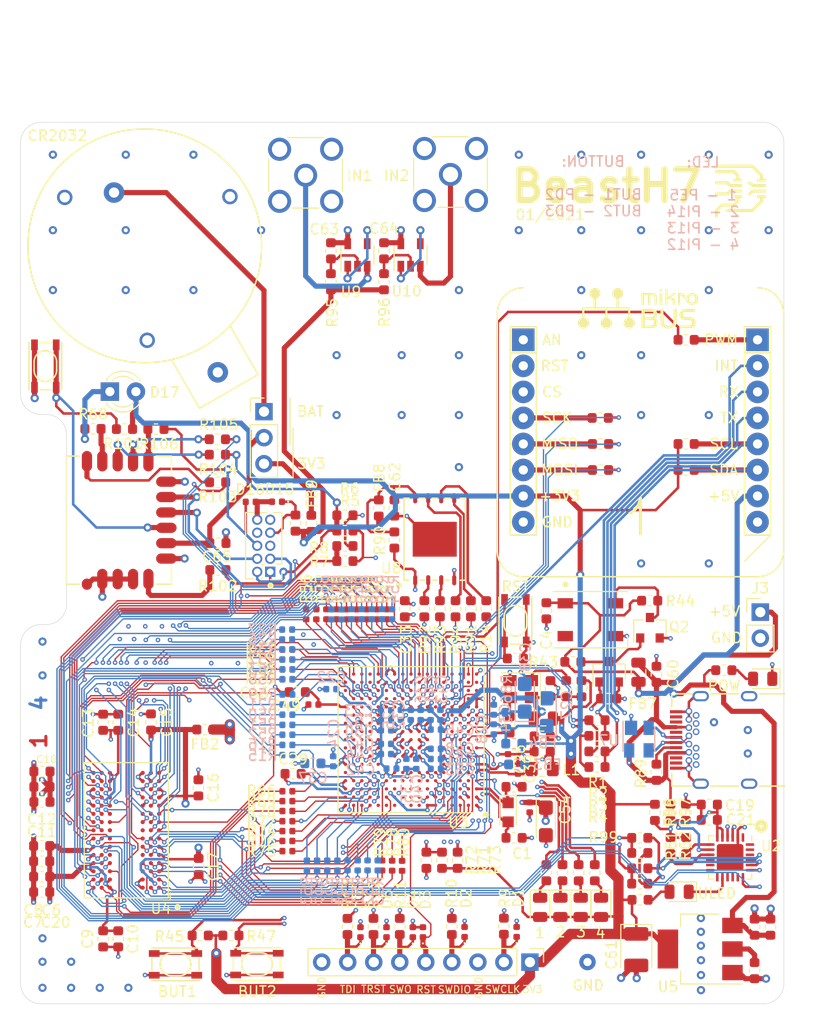
<source format=kicad_pcb>
(kicad_pcb (version 20171130) (host pcbnew "(5.1.5-0-10_14)")
  (layers (0 F.Cu signal) (1 In1.Cu signal) (2 In2.Cu signal) (31 B.Cu signal) (34 B.Paste user) (35 F.Paste user) (36 B.SilkS user) (37 F.SilkS user) (38 B.Mask user) (39 F.Mask user) (44 Edge.Cuts user))
  (net 0 "")
  (net 1 "Net-(BT1-Pad1)")
  (net 2 GND)
  (net 3 "Net-(C1-Pad2)")
  (net 4 "Net-(C2-Pad1)")
  (net 5 +5V)
  (net 6 /MCU/NRST)
  (net 7 "Net-(C10-Pad1)")
  (net 8 "Net-(C19-Pad2)")
  (net 9 "/MCU Power/VDDMCU")
  (net 10 Earth)
  (net 11 "Net-(C27-Pad1)")
  (net 12 "/MCU Power/VDDSDC")
  (net 13 "Net-(C39-Pad2)")
  (net 14 "Net-(C46-Pad1)")
  (net 15 +3V3)
  (net 16 /VBUS)
  (net 17 "/QSPI FLASH/QSPI_VDD")
  (net 18 "Net-(C63-Pad1)")
  (net 19 "Net-(C64-Pad1)")
  (net 20 "Net-(C65-Pad1)")
  (net 21 "Net-(D1-Pad1)")
  (net 22 "Net-(D2-Pad1)")
  (net 23 "Net-(D4-Pad1)")
  (net 24 "Net-(D5-Pad1)")
  (net 25 "Net-(D5-Pad2)")
  (net 26 "Net-(D6-Pad1)")
  (net 27 "Net-(D7-Pad1)")
  (net 28 "Net-(D8-Pad4)")
  (net 29 "Net-(D9-Pad1)")
  (net 30 "Net-(D10-Pad1)")
  (net 31 "Net-(D11-Pad1)")
  (net 32 "Net-(D12-Pad1)")
  (net 33 "Net-(D13-Pad2)")
  (net 34 /Bluetooth/BT_RST)
  (net 35 "Net-(D17-Pad1)")
  (net 36 "Net-(FB9-Pad1)")
  (net 37 "Net-(J4-PadA5)")
  (net 38 /USB_D+)
  (net 39 /USB_D-)
  (net 40 "Net-(J5-Pad1)")
  (net 41 "Net-(J6-Pad1)")
  (net 42 /USB-UART/TXD)
  (net 43 /USB-UART/RXD)
  (net 44 /Bluetooth/SWCLK)
  (net 45 /Bluetooth/SWDIO)
  (net 46 "Net-(Q1-Pad3)")
  (net 47 /MCU/RGB)
  (net 48 /MCU/MB_RX)
  (net 49 /MCU/USART2_RX)
  (net 50 /MCU/USART2_TX)
  (net 51 /MCU/MB_TX)
  (net 52 /MCU/TCK-SWCLK)
  (net 53 /MCU/TMS-SWDIO)
  (net 54 /MCU/TDO-SWO)
  (net 55 /MCU/TRST)
  (net 56 /MCU/TDI)
  (net 57 "Net-(R14-Pad1)")
  (net 58 /MCU/QSPI_BK1_CLK)
  (net 59 "Net-(R15-Pad2)")
  (net 60 /MCU/D2)
  (net 61 /MCU/D3)
  (net 62 "Net-(R16-Pad2)")
  (net 63 "Net-(R17-Pad2)")
  (net 64 /MCU/D13)
  (net 65 /MCU/D14)
  (net 66 "Net-(R18-Pad2)")
  (net 67 "Net-(R19-Pad2)")
  (net 68 /MCU/D15)
  (net 69 /MCU/D0)
  (net 70 "Net-(R20-Pad2)")
  (net 71 "Net-(R21-Pad2)")
  (net 72 /MCU/D1)
  (net 73 /MCU/D4)
  (net 74 "Net-(R22-Pad2)")
  (net 75 "Net-(R23-Pad2)")
  (net 76 /MCU/D5)
  (net 77 /MCU/D6)
  (net 78 "Net-(R24-Pad2)")
  (net 79 "Net-(R25-Pad2)")
  (net 80 /MCU/D7)
  (net 81 /MCU/D8)
  (net 82 "Net-(R26-Pad2)")
  (net 83 "Net-(R27-Pad2)")
  (net 84 /MCU/D9)
  (net 85 /MCU/D10)
  (net 86 "Net-(R28-Pad2)")
  (net 87 "Net-(R29-Pad2)")
  (net 88 /MCU/D11)
  (net 89 /MCU/D12)
  (net 90 "Net-(R30-Pad2)")
  (net 91 "Net-(R31-Pad2)")
  (net 92 /MCU/A0)
  (net 93 /MCU/A1)
  (net 94 "Net-(R32-Pad2)")
  (net 95 "Net-(R33-Pad2)")
  (net 96 /MCU/A2)
  (net 97 /MCU/A3)
  (net 98 "Net-(R34-Pad2)")
  (net 99 "Net-(R35-Pad2)")
  (net 100 /MCU/A4)
  (net 101 /MCU/A5)
  (net 102 "Net-(R36-Pad2)")
  (net 103 "Net-(R37-Pad2)")
  (net 104 /MCU/SDNRAS)
  (net 105 "Net-(R38-Pad2)")
  (net 106 /MCU/A6)
  (net 107 /MCU/A7)
  (net 108 "Net-(R39-Pad2)")
  (net 109 "Net-(R40-Pad2)")
  (net 110 /MCU/A8)
  (net 111 /MCU/A9)
  (net 112 "Net-(R41-Pad2)")
  (net 113 /MCU/BUTTON1)
  (net 114 "Net-(R46-Pad1)")
  (net 115 /MCU/BUTTON2)
  (net 116 "Net-(R48-Pad1)")
  (net 117 /MCU/SDCLK)
  (net 118 /MCU/SDNCAS)
  (net 119 "Net-(R49-Pad1)")
  (net 120 /MCU/SDNWE)
  (net 121 "Net-(R50-Pad1)")
  (net 122 "Net-(R51-Pad1)")
  (net 123 /MCU/SDNE1)
  (net 124 /MCU/D16)
  (net 125 "Net-(R52-Pad1)")
  (net 126 "Net-(R53-Pad1)")
  (net 127 /MCU/D17)
  (net 128 /MCU/D18)
  (net 129 "Net-(R54-Pad1)")
  (net 130 "Net-(R55-Pad1)")
  (net 131 /MCU/D19)
  (net 132 /MCU/D20)
  (net 133 "Net-(R56-Pad1)")
  (net 134 "Net-(R57-Pad1)")
  (net 135 /MCU/D21)
  (net 136 /MCU/D22)
  (net 137 "Net-(R58-Pad1)")
  (net 138 "Net-(R59-Pad1)")
  (net 139 /MCU/D23)
  (net 140 "Net-(R60-Pad2)")
  (net 141 "Net-(R60-Pad1)")
  (net 142 "Net-(R61-Pad1)")
  (net 143 "Net-(R62-Pad2)")
  (net 144 /MCU/A10)
  (net 145 "Net-(R63-Pad1)")
  (net 146 "Net-(R64-Pad2)")
  (net 147 "Net-(R100-Pad2)")
  (net 148 "Net-(R66-Pad1)")
  (net 149 /MCU/A11)
  (net 150 "Net-(R68-Pad2)")
  (net 151 /MCU/A14)
  (net 152 "Net-(R69-Pad1)")
  (net 153 "Net-(R70-Pad1)")
  (net 154 /MCU/A15)
  (net 155 "Net-(R71-Pad2)")
  (net 156 "Net-(R73-Pad1)")
  (net 157 "Net-(R74-Pad2)")
  (net 158 /MCU/D24)
  (net 159 /MCU/D25)
  (net 160 "Net-(R75-Pad2)")
  (net 161 "Net-(R76-Pad2)")
  (net 162 /MCU/D26)
  (net 163 /MCU/D27)
  (net 164 "Net-(R77-Pad2)")
  (net 165 "Net-(R78-Pad2)")
  (net 166 /MCU/D28)
  (net 167 /MCU/D29)
  (net 168 "Net-(R79-Pad2)")
  (net 169 "Net-(R80-Pad2)")
  (net 170 /MCU/D30)
  (net 171 /MCU/D31)
  (net 172 "Net-(R81-Pad2)")
  (net 173 "Net-(R82-Pad2)")
  (net 174 "Net-(R83-Pad2)")
  (net 175 "Net-(R84-Pad2)")
  (net 176 "Net-(R85-Pad2)")
  (net 177 /MCU/QSPI_BK1_NCS)
  (net 178 /MCU/QSPI_BK1_IO0)
  (net 179 "Net-(R91-Pad1)")
  (net 180 /MCU/QSPI_BK1_IO1)
  (net 181 "Net-(R92-Pad1)")
  (net 182 "Net-(R93-Pad1)")
  (net 183 /MCU/QSPI_BK1_IO2)
  (net 184 /MCU/QSPI_BK1_IO3)
  (net 185 "Net-(R94-Pad1)")
  (net 186 "Net-(R97-Pad2)")
  (net 187 /Bluetooth/BT_BUTTON)
  (net 188 "Net-(R102-Pad1)")
  (net 189 "Net-(R103-Pad2)")
  (net 190 /USB-UART/CTS)
  (net 191 "Net-(R104-Pad2)")
  (net 192 /USB-UART/RTS)
  (net 193 "Net-(R105-Pad2)")
  (net 194 "Net-(R106-Pad2)")
  (net 195 /MCU/FMC_NBL3)
  (net 196 /MCU/FMC_NBL2)
  (net 197 /MCU/FMC_NBL1)
  (net 198 /MCU/FMC_NBL0)
  (net 199 /MCU/MB_SDA)
  (net 200 /MCU/MB_SCL)
  (net 201 "/ADC Vstupy/INPUT1")
  (net 202 "/ADC Vstupy/INPUT2")
  (net 203 /MCU/INPUT3)
  (net 204 /MCU/MB_INT)
  (net 205 /MCU/MB_RST)
  (net 206 /MCU/MB_MISO)
  (net 207 /MCU/MB_MOSI)
  (net 208 /MCU/MB_SCK)
  (net 209 /MCU/MB_CS)
  (net 210 /MCU/MB_PWM)
  (net 211 /MCU/SDCKE1)
  (net 212 "Net-(D15-Pad1)")
  (net 213 /MCU/USART1_RX)
  (net 214 /MCU/USART1_TX)
  (net 215 "Net-(R108-Pad1)")
  (net 216 "Net-(R109-Pad1)")
  (net 217 "Net-(R110-Pad2)")
  (net 218 "Net-(R113-Pad1)")
  (net 219 "Net-(C26-Pad2)")
  (net 220 "Net-(C34-Pad2)")
  (net 221 "Net-(C3-Pad1)")
  (module daymoon:mikroBUS (layer F.Cu) (at 147 100.6094)
    (fp_text reference U11 hide)
    (fp_text value mikroBUS)
    (fp_text user PWM (at 7.874 -8.89) (layer F.SilkS))
    (fp_text user INT (at 8.382 -6.35) (layer F.SilkS))
    (fp_text user RX (at 8.636 -3.81) (layer F.SilkS))
    (fp_text user TX (at 8.636 -1.27) (layer F.SilkS))
    (fp_text user SCL (at 8.128 1.27) (layer F.SilkS))
    (fp_text user SDA (at 8.128 3.81) (layer F.SilkS))
    (fp_text user +5V (at 8.128 6.35) (layer F.SilkS))
    (fp_text user GND (at -8.128 8.89) (layer F.SilkS))
    (fp_text user GND (at -8.128 8.89) (layer F.SilkS))
    (fp_text user +3V3 (at -7.874 6.35) (layer F.SilkS))
    (fp_text user MOSI (at -7.874 3.81) (layer F.SilkS))
    (fp_text user MISO (at -7.874 1.27) (layer F.SilkS))
    (fp_text user SCK (at -8.128 -1.27) (layer F.SilkS))
    (fp_text user CS (at -8.636 -3.81) (layer F.SilkS))
    (fp_text user RST (at -8.382 -6.35) (layer F.SilkS))
    (fp_text user AN (at -8.636 -8.89) (layer F.SilkS))
    (pad 16 thru_hole rect (at 11.43 -8.89) (size 2.2 2.2) (drill 0.9) (layers *.Cu *.Mask) (net 217 "Net-(R110-Pad2)"))
    (pad 15 thru_hole circle (at 11.43 -6.35) (size 2.2 2.2) (drill 0.9) (layers *.Cu *.Mask) (net 204 /MCU/MB_INT))
    (pad 14 thru_hole circle (at 11.43 -3.81) (size 2.2 2.2) (drill 0.9) (layers *.Cu *.Mask) (net 48 /MCU/MB_RX))
    (pad 13 thru_hole circle (at 11.43 -1.27) (size 2.2 2.2) (drill 0.9) (layers *.Cu *.Mask) (net 51 /MCU/MB_TX))
    (pad 12 thru_hole circle (at 11.43 1.27) (size 2.2 2.2) (drill 0.9) (layers *.Cu *.Mask) (net 200 /MCU/MB_SCL))
    (pad 11 thru_hole circle (at 11.43 3.81) (size 2.2 2.2) (drill 0.9) (layers *.Cu *.Mask) (net 199 /MCU/MB_SDA))
    (pad 10 thru_hole circle (at 11.43 6.35) (size 2.2 2.2) (drill 0.9) (layers *.Cu *.Mask) (net 5 +5V))
    (pad 9 thru_hole circle (at 11.43 8.89) (size 2.2 2.2) (drill 0.9) (layers *.Cu *.Mask) (net 2 GND))
    (pad 8 thru_hole circle (at -11.43 8.89) (size 2.2 2.2) (drill 0.9) (layers *.Cu *.Mask) (net 2 GND))
    (pad 7 thru_hole circle (at -11.43 6.35) (size 2.2 2.2) (drill 0.9) (layers *.Cu *.Mask) (net 15 +3V3))
    (pad 6 thru_hole circle (at -11.43 3.81) (size 2.2 2.2) (drill 0.9) (layers *.Cu *.Mask) (net 216 "Net-(R109-Pad1)"))
    (pad 5 thru_hole circle (at -11.43 1.27) (size 2.2 2.2) (drill 0.9) (layers *.Cu *.Mask) (net 215 "Net-(R108-Pad1)"))
    (pad 4 thru_hole circle (at -11.43 -1.27) (size 2.2 2.2) (drill 0.9) (layers *.Cu *.Mask) (net 218 "Net-(R113-Pad1)"))
    (pad 3 thru_hole circle (at -11.43 -3.81) (size 2.2 2.2) (drill 0.9) (layers *.Cu *.Mask) (net 209 /MCU/MB_CS))
    (pad 2 thru_hole circle (at -11.43 -6.35) (size 2.2 2.2) (drill 0.9) (layers *.Cu *.Mask) (net 205 /MCU/MB_RST))
    (pad 1 thru_hole rect (at -11.43 -8.89) (size 2.2 2.2) (drill 0.9) (layers *.Cu *.Mask) (net 203 /MCU/INPUT3))
  )
  (module Capacitor_SMD:C_0402_1005Metric (layer B.Cu) (at 127.4826 128.3208 90)
    (fp_text reference C43 (at 2.4892 0.1524 90) (layer B.SilkS) (effects (justify mirror)))
    (fp_text value 100n_6V3)
    (pad 2 smd roundrect (at 0.485 0 90) (size 0.59 0.64) (layers B.Cu B.Paste B.Mask) (net 2 GND))
    (pad 1 smd roundrect (at -0.485 0 90) (size 0.59 0.64) (layers B.Cu B.Paste B.Mask) (net 9 "/MCU Power/VDDMCU"))
  )
  (module daymoon:USB-C_632723100011_1MM (layer F.Cu) (at 161.0614 130.7592 90)
    (fp_text reference J4 hide)
    (fp_text value USB_C_Receptacle_flat)
    (pad A12 smd rect (at 2.75 -10.58 180) (size 1.2 0.3) (layers F.Cu F.Paste F.Mask) (net 2 GND))
    (pad A11 smd rect (at 2.25 -10.58 180) (size 1.2 0.3) (layers F.Cu F.Paste F.Mask))
    (pad A10 smd rect (at 1.75 -10.58 180) (size 1.2 0.3) (layers F.Cu F.Paste F.Mask))
    (pad A9 smd rect (at 1.25 -10.58 180) (size 1.2 0.3) (layers F.Cu F.Paste F.Mask) (net 16 /VBUS))
    (pad A8 smd rect (at 0.75 -10.58 180) (size 1.2 0.3) (layers F.Cu F.Paste F.Mask))
    (pad A7 smd rect (at 0.25 -10.58 180) (size 1.2 0.3) (layers F.Cu F.Paste F.Mask) (net 39 /USB_D-))
    (pad A6 smd rect (at -0.25 -10.58 180) (size 1.2 0.3) (layers F.Cu F.Paste F.Mask) (net 38 /USB_D+))
    (pad A5 smd rect (at -0.75 -10.58 180) (size 1.2 0.3) (layers F.Cu F.Paste F.Mask) (net 37 "Net-(J4-PadA5)"))
    (pad A4 smd rect (at -1.25 -10.58 180) (size 1.2 0.3) (layers F.Cu F.Paste F.Mask) (net 16 /VBUS))
    (pad A3 smd rect (at -1.75 -10.58 180) (size 1.2 0.3) (layers F.Cu F.Paste F.Mask))
    (pad A2 smd rect (at -2.25 -10.58 180) (size 1.2 0.3) (layers F.Cu F.Paste F.Mask))
    (pad A1 smd rect (at -2.75 -10.58 180) (size 1.2 0.3) (layers F.Cu F.Paste F.Mask) (net 2 GND))
    (pad S1 thru_hole circle (at -2 -9.33 180) (size 0.65 0.65) (drill 0.4) (layers *.Cu *.Mask) (net 2 GND))
    (pad B12 thru_hole circle (at -2.8 -9.33 180) (size 0.65 0.65) (drill 0.4) (layers *.Cu *.Mask) (net 2 GND))
    (pad B11 thru_hole circle (at -2.4 -8.63 180) (size 0.65 0.65) (drill 0.4) (layers *.Cu *.Mask))
    (pad B10 thru_hole circle (at -1.6 -8.63 180) (size 0.65 0.65) (drill 0.4) (layers *.Cu *.Mask))
    (pad B9 thru_hole circle (at -1.2 -9.33 180) (size 0.65 0.65) (drill 0.4) (layers *.Cu *.Mask) (net 16 /VBUS))
    (pad B8 thru_hole circle (at -0.8 -8.63 180) (size 0.65 0.65) (drill 0.4) (layers *.Cu *.Mask))
    (pad B7 thru_hole circle (at -0.4 -9.33 180) (size 0.65 0.65) (drill 0.4) (layers *.Cu *.Mask) (net 39 /USB_D-))
    (pad B6 thru_hole circle (at 0.4 -9.33 180) (size 0.65 0.65) (drill 0.4) (layers *.Cu *.Mask) (net 38 /USB_D+))
    (pad B5 thru_hole circle (at 0.8 -8.63 180) (size 0.65 0.65) (drill 0.4) (layers *.Cu *.Mask))
    (pad B4 thru_hole circle (at 1.2 -9.33 180) (size 0.65 0.65) (drill 0.4) (layers *.Cu *.Mask) (net 16 /VBUS))
    (pad B3 thru_hole circle (at 1.6 -8.63 180) (size 0.65 0.65) (drill 0.4) (layers *.Cu *.Mask))
    (pad S1 thru_hole circle (at 2 -9.33 180) (size 0.65 0.65) (drill 0.4) (layers *.Cu *.Mask) (net 2 GND))
    (pad B2 thru_hole circle (at 2.4 -8.63 180) (size 0.65 0.65) (drill 0.4) (layers *.Cu *.Mask))
    (pad B1 thru_hole circle (at 2.8 -9.33 180) (size 0.65 0.65) (drill 0.4) (layers *.Cu *.Mask) (net 2 GND))
    (pad S1 thru_hole oval (at 4.27 -8.18 180) (size 1.6 1) (drill oval 1.2 0.6) (layers *.Cu *.Mask) (net 2 GND))
    (pad S1 thru_hole oval (at -4.27 -8.18 180) (size 1.6 1) (drill oval 1.2 0.6) (layers *.Cu *.Mask) (net 2 GND))
    (pad S1 thru_hole oval (at -4.27 -3.45 180) (size 1.6 1) (drill oval 1.2 0.6) (layers *.Cu *.Mask) (net 2 GND))
    (pad S1 thru_hole oval (at 4.27 -3.45 180) (size 1.6 1) (drill oval 1.2 0.6) (layers *.Cu *.Mask) (net 2 GND))
  )
  (module daymoon:W-PDFN-8_8x6MM (layer F.Cu) (at 126.9238 111.1758 90)
    (fp_text reference U8 (at -2.8194 -4.2418 180) (layer F.SilkS))
    (fp_text value MT25QL512_8PIN)
    (pad 4 smd rect (at 0 0 90) (size 3.4 4.3) (layers F.Cu F.Paste F.Mask) (net 2 GND))
    (pad 8 smd oval (at 4 -1.905 90) (size 1 0.4) (layers F.Cu F.Paste F.Mask) (net 17 "/QSPI FLASH/QSPI_VDD"))
    (pad 7 smd oval (at 4 -0.635 90) (size 1 0.4) (layers F.Cu F.Paste F.Mask) (net 185 "Net-(R94-Pad1)"))
    (pad 6 smd oval (at 4 0.635 90) (size 1 0.4) (layers F.Cu F.Paste F.Mask) (net 58 /MCU/QSPI_BK1_CLK))
    (pad 5 smd oval (at 4 1.905 90) (size 1 0.4) (layers F.Cu F.Paste F.Mask) (net 179 "Net-(R91-Pad1)"))
    (pad 4 smd oval (at -4 1.905 90) (size 1 0.4) (layers F.Cu F.Paste F.Mask) (net 2 GND))
    (pad 3 smd oval (at -4 0.635 90) (size 1 0.4) (layers F.Cu F.Paste F.Mask) (net 182 "Net-(R93-Pad1)"))
    (pad 2 smd oval (at -4 -0.635 90) (size 1 0.4) (layers F.Cu F.Paste F.Mask) (net 181 "Net-(R92-Pad1)"))
    (pad 1 smd oval (at -4 -1.905 90) (size 1 0.4) (layers F.Cu F.Paste F.Mask) (net 177 /MCU/QSPI_BK1_NCS))
  )
  (module daymoon:DA14531MOD (layer F.Cu) (at 98.9838 115.062 90)
    (fp_text reference U12 hide)
    (fp_text value DA14531MOD)
    (pad 1 smd oval (at -0.5 -6 90) (size 1.1 1) (layers F.Cu F.Paste F.Mask) (net 2 GND))
    (pad 2 smd oval (at 0 -4.5 90) (size 2 1) (layers F.Cu F.Paste F.Mask) (net 2 GND))
    (pad 3 smd oval (at 0 -3 90) (size 2 1) (layers F.Cu F.Paste F.Mask) (net 2 GND))
    (pad 4 smd oval (at 0 -1.5 90) (size 2 1) (layers F.Cu F.Paste F.Mask) (net 2 GND))
    (pad 5 smd oval (at 0 0 90) (size 2 1) (layers F.Cu F.Paste F.Mask) (net 188 "Net-(R102-Pad1)"))
    (pad 16 smd oval (at 11.5 -6 90) (size 2 1) (layers F.Cu F.Paste F.Mask) (net 189 "Net-(R103-Pad2)"))
    (pad 6 smd oval (at 2 1.75 180) (size 2 1) (layers F.Cu F.Paste F.Mask) (net 2 GND))
    (pad 7 smd oval (at 3.5 1.75 180) (size 2 1) (layers F.Cu F.Paste F.Mask) (net 20 "Net-(C65-Pad1)"))
    (pad 8 smd oval (at 5 1.75 180) (size 2 1) (layers F.Cu F.Paste F.Mask) (net 187 /Bluetooth/BT_BUTTON))
    (pad 9 smd oval (at 6.5 1.75 180) (size 2 1) (layers F.Cu F.Paste F.Mask) (net 45 /Bluetooth/SWDIO))
    (pad 10 smd oval (at 8 1.75 180) (size 2 1) (layers F.Cu F.Paste F.Mask) (net 44 /Bluetooth/SWCLK))
    (pad 11 smd oval (at 9.5 1.75 180) (size 2 1) (layers F.Cu F.Paste F.Mask) (net 2 GND))
    (pad 12 smd oval (at 11.5 0 270) (size 2 1) (layers F.Cu F.Paste F.Mask) (net 194 "Net-(R106-Pad2)"))
    (pad 13 smd oval (at 11.5 -1.5 270) (size 2 1) (layers F.Cu F.Paste F.Mask) (net 193 "Net-(R105-Pad2)"))
    (pad 14 smd oval (at 11.5 -3 270) (size 2 1) (layers F.Cu F.Paste F.Mask) (net 191 "Net-(R104-Pad2)"))
    (pad 15 smd oval (at 11.5 -4.5 270) (size 2 1) (layers F.Cu F.Paste F.Mask) (net 150 "Net-(R68-Pad2)"))
  )
  (module daymoon:SMA_Molex_73251-2200_Horizontal (layer F.Cu) (at 114.3254 75.6666)
    (fp_text reference J5 hide)
    (fp_text value SMA_angle)
    (pad 2 thru_hole circle (at -2.54 2.54) (size 2.25 2.25) (drill 1.5) (layers *.Cu *.Mask) (net 2 GND))
    (pad 2 thru_hole circle (at -2.54 -2.54) (size 2.25 2.25) (drill 1.5) (layers *.Cu *.Mask) (net 2 GND))
    (pad 2 thru_hole circle (at 2.54 -2.54) (size 2.25 2.25) (drill 1.5) (layers *.Cu *.Mask) (net 2 GND))
    (pad 2 thru_hole circle (at 2.54 2.54 90) (size 2.25 2.25) (drill 1.5) (layers *.Cu *.Mask) (net 2 GND))
    (pad 1 thru_hole circle (at 0 0) (size 2.25 2.25) (drill 1.5) (layers *.Cu *.Mask) (net 40 "Net-(J5-Pad1)"))
  )
  (module daymoon:SMA_Molex_73251-2200_Horizontal (layer F.Cu) (at 128.46 75.5904)
    (fp_text reference J6 hide)
    (fp_text value SMA_angle)
    (pad 2 thru_hole circle (at -2.54 2.54) (size 2.25 2.25) (drill 1.5) (layers *.Cu *.Mask) (net 2 GND))
    (pad 2 thru_hole circle (at -2.54 -2.54) (size 2.25 2.25) (drill 1.5) (layers *.Cu *.Mask) (net 2 GND))
    (pad 2 thru_hole circle (at 2.54 -2.54) (size 2.25 2.25) (drill 1.5) (layers *.Cu *.Mask) (net 2 GND))
    (pad 2 thru_hole circle (at 2.54 2.54 90) (size 2.25 2.25) (drill 1.5) (layers *.Cu *.Mask) (net 2 GND))
    (pad 1 thru_hole circle (at 0 0) (size 2.25 2.25) (drill 1.5) (layers *.Cu *.Mask) (net 41 "Net-(J6-Pad1)"))
  )
  (module Package_BGA:TFBGA-265_14x14mm_Layout17x17_P0.8mm (layer F.Cu) (at 124.6124 130.7338 180)
    (fp_text reference U3 (at -4.6228 -8.0772) (layer F.SilkS))
    (fp_text value STM32H757XIH6)
    (pad A1 smd circle (at -6.4 -6.4 180) (size 0.325 0.325) (layers F.Cu F.Paste F.Mask) (net 2 GND))
    (pad A2 smd circle (at -5.6 -6.4 180) (size 0.325 0.325) (layers F.Cu F.Paste F.Mask) (net 165 "Net-(R78-Pad2)"))
    (pad A3 smd circle (at -4.8 -6.4 180) (size 0.325 0.325) (layers F.Cu F.Paste F.Mask) (net 195 /MCU/FMC_NBL3))
    (pad A4 smd circle (at -4 -6.4 180) (size 0.325 0.325) (layers F.Cu F.Paste F.Mask) (net 196 /MCU/FMC_NBL2))
    (pad A5 smd circle (at -3.2 -6.4 180) (size 0.325 0.325) (layers F.Cu F.Paste F.Mask))
    (pad A6 smd circle (at -2.4 -6.4 180) (size 0.325 0.325) (layers F.Cu F.Paste F.Mask) (net 12 "/MCU Power/VDDSDC"))
    (pad A7 smd circle (at -1.6 -6.4 180) (size 0.325 0.325) (layers F.Cu F.Paste F.Mask) (net 12 "/MCU Power/VDDSDC"))
    (pad A8 smd circle (at -0.8 -6.4 180) (size 0.325 0.325) (layers F.Cu F.Paste F.Mask))
    (pad A9 smd circle (at 0 -6.4 180) (size 0.325 0.325) (layers F.Cu F.Paste F.Mask))
    (pad A10 smd circle (at 0.8 -6.4 180) (size 0.325 0.325) (layers F.Cu F.Paste F.Mask))
    (pad A11 smd circle (at 1.6 -6.4 180) (size 0.325 0.325) (layers F.Cu F.Paste F.Mask))
    (pad A12 smd circle (at 2.4 -6.4 180) (size 0.325 0.325) (layers F.Cu F.Paste F.Mask))
    (pad A13 smd circle (at 3.2 -6.4 180) (size 0.325 0.325) (layers F.Cu F.Paste F.Mask))
    (pad A14 smd circle (at 4 -6.4 180) (size 0.325 0.325) (layers F.Cu F.Paste F.Mask) (net 56 /MCU/TDI))
    (pad A15 smd circle (at 4.8 -6.4 180) (size 0.325 0.325) (layers F.Cu F.Paste F.Mask) (net 160 "Net-(R75-Pad2)"))
    (pad A16 smd circle (at 5.6 -6.4 180) (size 0.325 0.325) (layers F.Cu F.Paste F.Mask) (net 157 "Net-(R74-Pad2)"))
    (pad A17 smd circle (at 6.4 -6.4 180) (size 0.325 0.325) (layers F.Cu F.Paste F.Mask) (net 2 GND))
    (pad B1 smd circle (at -6.4 -5.6 180) (size 0.325 0.325) (layers F.Cu F.Paste F.Mask) (net 9 "/MCU Power/VDDMCU"))
    (pad B2 smd circle (at -5.6 -5.6 180) (size 0.325 0.325) (layers F.Cu F.Paste F.Mask) (net 2 GND))
    (pad B3 smd circle (at -4.8 -5.6 180) (size 0.325 0.325) (layers F.Cu F.Paste F.Mask) (net 168 "Net-(R79-Pad2)"))
    (pad B4 smd circle (at -4 -5.6 180) (size 0.325 0.325) (layers F.Cu F.Paste F.Mask) (net 197 /MCU/FMC_NBL1))
    (pad B5 smd circle (at -3.2 -5.6 180) (size 0.325 0.325) (layers F.Cu F.Paste F.Mask) (net 47 /MCU/RGB))
    (pad B6 smd circle (at -2.4 -5.6 180) (size 0.325 0.325) (layers F.Cu F.Paste F.Mask) (net 10 Earth))
    (pad B7 smd circle (at -1.6 -5.6 180) (size 0.325 0.325) (layers F.Cu F.Paste F.Mask) (net 55 /MCU/TRST))
    (pad B8 smd circle (at -0.8 -5.6 180) (size 0.325 0.325) (layers F.Cu F.Paste F.Mask))
    (pad B9 smd circle (at 0 -5.6 180) (size 0.325 0.325) (layers F.Cu F.Paste F.Mask))
    (pad B10 smd circle (at 0.8 -5.6 180) (size 0.325 0.325) (layers F.Cu F.Paste F.Mask))
    (pad B11 smd circle (at 1.6 -5.6 180) (size 0.325 0.325) (layers F.Cu F.Paste F.Mask))
    (pad B12 smd circle (at 2.4 -5.6 180) (size 0.325 0.325) (layers F.Cu F.Paste F.Mask) (net 115 /MCU/BUTTON2))
    (pad B13 smd circle (at 3.2 -5.6 180) (size 0.325 0.325) (layers F.Cu F.Paste F.Mask))
    (pad B14 smd circle (at 4 -5.6 180) (size 0.325 0.325) (layers F.Cu F.Paste F.Mask) (net 52 /MCU/TCK-SWCLK))
    (pad B15 smd circle (at 4.8 -5.6 180) (size 0.325 0.325) (layers F.Cu F.Paste F.Mask) (net 161 "Net-(R76-Pad2)"))
    (pad B16 smd circle (at 5.6 -5.6 180) (size 0.325 0.325) (layers F.Cu F.Paste F.Mask) (net 153 "Net-(R70-Pad1)"))
    (pad B17 smd circle (at 6.4 -5.6 180) (size 0.325 0.325) (layers F.Cu F.Paste F.Mask) (net 152 "Net-(R69-Pad1)"))
    (pad C1 smd circle (at -6.4 -4.8 180) (size 0.325 0.325) (layers F.Cu F.Paste F.Mask) (net 4 "Net-(C2-Pad1)"))
    (pad C2 smd circle (at -5.6 -4.8 180) (size 0.325 0.325) (layers F.Cu F.Paste F.Mask) (net 3 "Net-(C1-Pad2)"))
    (pad C3 smd circle (at -4.8 -4.8 180) (size 0.325 0.325) (layers F.Cu F.Paste F.Mask))
    (pad C4 smd circle (at -4 -4.8 180) (size 0.325 0.325) (layers F.Cu F.Paste F.Mask) (net 198 /MCU/FMC_NBL0))
    (pad C5 smd circle (at -3.2 -4.8 180) (size 0.325 0.325) (layers F.Cu F.Paste F.Mask) (net 199 /MCU/MB_SDA))
    (pad C6 smd circle (at -2.4 -4.8 180) (size 0.325 0.325) (layers F.Cu F.Paste F.Mask) (net 54 /MCU/TDO-SWO))
    (pad C7 smd circle (at -1.6 -4.8 180) (size 0.325 0.325) (layers F.Cu F.Paste F.Mask))
    (pad C8 smd circle (at -0.8 -4.8 180) (size 0.325 0.325) (layers F.Cu F.Paste F.Mask))
    (pad C9 smd circle (at 0 -4.8 180) (size 0.325 0.325) (layers F.Cu F.Paste F.Mask))
    (pad C10 smd circle (at 0.8 -4.8 180) (size 0.325 0.325) (layers F.Cu F.Paste F.Mask) (net 2 GND))
    (pad C11 smd circle (at 1.6 -4.8 180) (size 0.325 0.325) (layers F.Cu F.Paste F.Mask))
    (pad C12 smd circle (at 2.4 -4.8 180) (size 0.325 0.325) (layers F.Cu F.Paste F.Mask))
    (pad C13 smd circle (at 3.2 -4.8 180) (size 0.325 0.325) (layers F.Cu F.Paste F.Mask) (net 2 GND))
    (pad C14 smd circle (at 4 -4.8 180) (size 0.325 0.325) (layers F.Cu F.Paste F.Mask) (net 164 "Net-(R77-Pad2)"))
    (pad C15 smd circle (at 4.8 -4.8 180) (size 0.325 0.325) (layers F.Cu F.Paste F.Mask) (net 53 /MCU/TMS-SWDIO))
    (pad C16 smd circle (at 5.6 -4.8 180) (size 0.325 0.325) (layers F.Cu F.Paste F.Mask) (net 10 Earth))
    (pad C17 smd circle (at 6.4 -4.8 180) (size 0.325 0.325) (layers F.Cu F.Paste F.Mask) (net 12 "/MCU Power/VDDSDC"))
    (pad D1 smd circle (at -6.4 -4 180) (size 0.325 0.325) (layers F.Cu F.Paste F.Mask) (net 176 "Net-(R85-Pad2)"))
    (pad D2 smd circle (at -5.6 -4 180) (size 0.325 0.325) (layers F.Cu F.Paste F.Mask))
    (pad D3 smd circle (at -4.8 -4 180) (size 0.325 0.325) (layers F.Cu F.Paste F.Mask))
    (pad D4 smd circle (at -4 -4 180) (size 0.325 0.325) (layers F.Cu F.Paste F.Mask))
    (pad D5 smd circle (at -3.2 -4 180) (size 0.325 0.325) (layers F.Cu F.Paste F.Mask) (net 200 /MCU/MB_SCL))
    (pad D6 smd circle (at -2.4 -4 180) (size 0.325 0.325) (layers F.Cu F.Paste F.Mask) (net 126 "Net-(R53-Pad1)"))
    (pad D7 smd circle (at -1.6 -4 180) (size 0.325 0.325) (layers F.Cu F.Paste F.Mask))
    (pad D8 smd circle (at -0.8 -4 180) (size 0.325 0.325) (layers F.Cu F.Paste F.Mask))
    (pad D9 smd circle (at 0 -4 180) (size 0.325 0.325) (layers F.Cu F.Paste F.Mask))
    (pad D10 smd circle (at 0.8 -4 180) (size 0.325 0.325) (layers F.Cu F.Paste F.Mask))
    (pad D11 smd circle (at 1.6 -4 180) (size 0.325 0.325) (layers F.Cu F.Paste F.Mask))
    (pad D12 smd circle (at 2.4 -4 180) (size 0.325 0.325) (layers F.Cu F.Paste F.Mask) (net 113 /MCU/BUTTON1))
    (pad D13 smd circle (at 3.2 -4 180) (size 0.325 0.325) (layers F.Cu F.Paste F.Mask) (net 59 "Net-(R15-Pad2)"))
    (pad D14 smd circle (at 4 -4 180) (size 0.325 0.325) (layers F.Cu F.Paste F.Mask) (net 213 /MCU/USART1_RX))
    (pad D15 smd circle (at 4.8 -4 180) (size 0.325 0.325) (layers F.Cu F.Paste F.Mask) (net 214 /MCU/USART1_TX))
    (pad D16 smd circle (at 5.6 -4 180) (size 0.325 0.325) (layers F.Cu F.Paste F.Mask) (net 148 "Net-(R66-Pad1)"))
    (pad D17 smd circle (at 6.4 -4 180) (size 0.325 0.325) (layers F.Cu F.Paste F.Mask) (net 12 "/MCU Power/VDDSDC"))
    (pad E1 smd circle (at -6.4 -3.2 180) (size 0.325 0.325) (layers F.Cu F.Paste F.Mask) (net 13 "Net-(C39-Pad2)"))
    (pad E2 smd circle (at -5.6 -3.2 180) (size 0.325 0.325) (layers F.Cu F.Paste F.Mask) (net 169 "Net-(R80-Pad2)"))
    (pad E3 smd circle (at -4.8 -3.2 180) (size 0.325 0.325) (layers F.Cu F.Paste F.Mask))
    (pad E4 smd circle (at -4 -3.2 180) (size 0.325 0.325) (layers F.Cu F.Paste F.Mask))
    (pad E5 smd circle (at -3.2 -3.2 180) (size 0.325 0.325) (layers F.Cu F.Paste F.Mask))
    (pad E6 smd circle (at -2.4 -3.2 180) (size 0.325 0.325) (layers F.Cu F.Paste F.Mask) (net 9 "/MCU Power/VDDMCU"))
    (pad E7 smd circle (at -1.6 -3.2 180) (size 0.325 0.325) (layers F.Cu F.Paste F.Mask) (net 156 "Net-(R73-Pad1)"))
    (pad E8 smd circle (at -0.8 -3.2 180) (size 0.325 0.325) (layers F.Cu F.Paste F.Mask) (net 155 "Net-(R71-Pad2)"))
    (pad E9 smd circle (at 0 -3.2 180) (size 0.325 0.325) (layers F.Cu F.Paste F.Mask) (net 9 "/MCU Power/VDDMCU"))
    (pad E10 smd circle (at 0.8 -3.2 180) (size 0.325 0.325) (layers F.Cu F.Paste F.Mask))
    (pad E11 smd circle (at 1.6 -3.2 180) (size 0.325 0.325) (layers F.Cu F.Paste F.Mask) (net 9 "/MCU Power/VDDMCU"))
    (pad E12 smd circle (at 2.4 -3.2 180) (size 0.325 0.325) (layers F.Cu F.Paste F.Mask) (net 62 "Net-(R16-Pad2)"))
    (pad E13 smd circle (at 3.2 -3.2 180) (size 0.325 0.325) (layers F.Cu F.Paste F.Mask))
    (pad E14 smd circle (at 4 -3.2 180) (size 0.325 0.325) (layers F.Cu F.Paste F.Mask))
    (pad E15 smd circle (at 4.8 -3.2 180) (size 0.325 0.325) (layers F.Cu F.Paste F.Mask))
    (pad E16 smd circle (at 5.6 -3.2 180) (size 0.325 0.325) (layers F.Cu F.Paste F.Mask))
    (pad E17 smd circle (at 6.4 -3.2 180) (size 0.325 0.325) (layers F.Cu F.Paste F.Mask))
    (pad F1 smd circle (at -6.4 -2.4 180) (size 0.325 0.325) (layers F.Cu F.Paste F.Mask) (net 219 "Net-(C26-Pad2)"))
    (pad F2 smd circle (at -5.6 -2.4 180) (size 0.325 0.325) (layers F.Cu F.Paste F.Mask) (net 10 Earth))
    (pad F3 smd circle (at -4.8 -2.4 180) (size 0.325 0.325) (layers F.Cu F.Paste F.Mask) (net 172 "Net-(R81-Pad2)"))
    (pad F4 smd circle (at -4 -2.4 180) (size 0.325 0.325) (layers F.Cu F.Paste F.Mask))
    (pad F5 smd circle (at -3.2 -2.4 180) (size 0.325 0.325) (layers F.Cu F.Paste F.Mask) (net 9 "/MCU Power/VDDMCU"))
    (pad F13 smd circle (at 3.2 -2.4 180) (size 0.325 0.325) (layers F.Cu F.Paste F.Mask))
    (pad F14 smd circle (at 4 -2.4 180) (size 0.325 0.325) (layers F.Cu F.Paste F.Mask))
    (pad F15 smd circle (at 4.8 -2.4 180) (size 0.325 0.325) (layers F.Cu F.Paste F.Mask) (net 125 "Net-(R52-Pad1)"))
    (pad F16 smd circle (at 5.6 -2.4 180) (size 0.325 0.325) (layers F.Cu F.Paste F.Mask))
    (pad F17 smd circle (at 6.4 -2.4 180) (size 0.325 0.325) (layers F.Cu F.Paste F.Mask) (net 9 "/MCU Power/VDDMCU"))
    (pad G1 smd circle (at -6.4 -1.6 180) (size 0.325 0.325) (layers F.Cu F.Paste F.Mask) (net 95 "Net-(R33-Pad2)"))
    (pad G2 smd circle (at -5.6 -1.6 180) (size 0.325 0.325) (layers F.Cu F.Paste F.Mask) (net 12 "/MCU Power/VDDSDC"))
    (pad G3 smd circle (at -4.8 -1.6 180) (size 0.325 0.325) (layers F.Cu F.Paste F.Mask) (net 94 "Net-(R32-Pad2)"))
    (pad G4 smd circle (at -4 -1.6 180) (size 0.325 0.325) (layers F.Cu F.Paste F.Mask) (net 91 "Net-(R31-Pad2)"))
    (pad G5 smd circle (at -3.2 -1.6 180) (size 0.325 0.325) (layers F.Cu F.Paste F.Mask) (net 9 "/MCU Power/VDDMCU"))
    (pad G7 smd circle (at -1.6 -1.6 180) (size 0.325 0.325) (layers F.Cu F.Paste F.Mask) (net 2 GND))
    (pad G8 smd circle (at -0.8 -1.6 180) (size 0.325 0.325) (layers F.Cu F.Paste F.Mask) (net 2 GND))
    (pad G9 smd circle (at 0 -1.6 180) (size 0.325 0.325) (layers F.Cu F.Paste F.Mask) (net 2 GND))
    (pad G10 smd circle (at 0.8 -1.6 180) (size 0.325 0.325) (layers F.Cu F.Paste F.Mask) (net 2 GND))
    (pad G11 smd circle (at 1.6 -1.6 180) (size 0.325 0.325) (layers F.Cu F.Paste F.Mask) (net 2 GND))
    (pad G13 smd circle (at 3.2 -1.6 180) (size 0.325 0.325) (layers F.Cu F.Paste F.Mask) (net 9 "/MCU Power/VDDMCU"))
    (pad G14 smd circle (at 4 -1.6 180) (size 0.325 0.325) (layers F.Cu F.Paste F.Mask) (net 122 "Net-(R51-Pad1)"))
    (pad G15 smd circle (at 4.8 -1.6 180) (size 0.325 0.325) (layers F.Cu F.Paste F.Mask) (net 177 /MCU/QSPI_BK1_NCS))
    (pad G16 smd circle (at 5.6 -1.6 180) (size 0.325 0.325) (layers F.Cu F.Paste F.Mask) (net 2 GND))
    (pad G17 smd circle (at 6.4 -1.6 180) (size 0.325 0.325) (layers F.Cu F.Paste F.Mask) (net 9 "/MCU Power/VDDMCU"))
    (pad H1 smd circle (at -6.4 -0.8 180) (size 0.325 0.325) (layers F.Cu F.Paste F.Mask) (net 173 "Net-(R82-Pad2)"))
    (pad H2 smd circle (at -5.6 -0.8 180) (size 0.325 0.325) (layers F.Cu F.Paste F.Mask) (net 174 "Net-(R83-Pad2)"))
    (pad H3 smd circle (at -4.8 -0.8 180) (size 0.325 0.325) (layers F.Cu F.Paste F.Mask) (net 175 "Net-(R84-Pad2)"))
    (pad H4 smd circle (at -4 -0.8 180) (size 0.325 0.325) (layers F.Cu F.Paste F.Mask) (net 98 "Net-(R34-Pad2)"))
    (pad H5 smd circle (at -3.2 -0.8 180) (size 0.325 0.325) (layers F.Cu F.Paste F.Mask) (net 9 "/MCU Power/VDDMCU"))
    (pad H7 smd circle (at -1.6 -0.8 180) (size 0.325 0.325) (layers F.Cu F.Paste F.Mask) (net 2 GND))
    (pad H8 smd circle (at -0.8 -0.8 180) (size 0.325 0.325) (layers F.Cu F.Paste F.Mask) (net 2 GND))
    (pad H9 smd circle (at 0 -0.8 180) (size 0.325 0.325) (layers F.Cu F.Paste F.Mask) (net 2 GND))
    (pad H10 smd circle (at 0.8 -0.8 180) (size 0.325 0.325) (layers F.Cu F.Paste F.Mask) (net 2 GND))
    (pad H11 smd circle (at 1.6 -0.8 180) (size 0.325 0.325) (layers F.Cu F.Paste F.Mask) (net 2 GND))
    (pad H13 smd circle (at 3.2 -0.8 180) (size 0.325 0.325) (layers F.Cu F.Paste F.Mask) (net 9 "/MCU Power/VDDMCU"))
    (pad H14 smd circle (at 4 -0.8 180) (size 0.325 0.325) (layers F.Cu F.Paste F.Mask) (net 121 "Net-(R50-Pad1)"))
    (pad H15 smd circle (at 4.8 -0.8 180) (size 0.325 0.325) (layers F.Cu F.Paste F.Mask))
    (pad H16 smd circle (at 5.6 -0.8 180) (size 0.325 0.325) (layers F.Cu F.Paste F.Mask))
    (pad H17 smd circle (at 6.4 -0.8 180) (size 0.325 0.325) (layers F.Cu F.Paste F.Mask))
    (pad J1 smd circle (at -6.4 0 180) (size 0.325 0.325) (layers F.Cu F.Paste F.Mask))
    (pad J2 smd circle (at -5.6 0 180) (size 0.325 0.325) (layers F.Cu F.Paste F.Mask) (net 141 "Net-(R60-Pad1)"))
    (pad J3 smd circle (at -4.8 0 180) (size 0.325 0.325) (layers F.Cu F.Paste F.Mask) (net 2 GND))
    (pad J4 smd circle (at -4 0 180) (size 0.325 0.325) (layers F.Cu F.Paste F.Mask) (net 102 "Net-(R36-Pad2)"))
    (pad J5 smd circle (at -3.2 0 180) (size 0.325 0.325) (layers F.Cu F.Paste F.Mask) (net 99 "Net-(R35-Pad2)"))
    (pad J7 smd circle (at -1.6 0 180) (size 0.325 0.325) (layers F.Cu F.Paste F.Mask) (net 2 GND))
    (pad J8 smd circle (at -0.8 0 180) (size 0.325 0.325) (layers F.Cu F.Paste F.Mask) (net 2 GND))
    (pad J9 smd circle (at 0 0 180) (size 0.325 0.325) (layers F.Cu F.Paste F.Mask) (net 2 GND))
    (pad J10 smd circle (at 0.8 0 180) (size 0.325 0.325) (layers F.Cu F.Paste F.Mask) (net 2 GND))
    (pad J11 smd circle (at 1.6 0 180) (size 0.325 0.325) (layers F.Cu F.Paste F.Mask) (net 2 GND))
    (pad J13 smd circle (at 3.2 0 180) (size 0.325 0.325) (layers F.Cu F.Paste F.Mask) (net 9 "/MCU Power/VDDMCU"))
    (pad J14 smd circle (at 4 0 180) (size 0.325 0.325) (layers F.Cu F.Paste F.Mask))
    (pad J15 smd circle (at 4.8 0 180) (size 0.325 0.325) (layers F.Cu F.Paste F.Mask))
    (pad J16 smd circle (at 5.6 0 180) (size 0.325 0.325) (layers F.Cu F.Paste F.Mask) (net 2 GND))
    (pad J17 smd circle (at 6.4 0 180) (size 0.325 0.325) (layers F.Cu F.Paste F.Mask) (net 2 GND))
    (pad K1 smd circle (at -6.4 0.8 180) (size 0.325 0.325) (layers F.Cu F.Paste F.Mask) (net 6 /MCU/NRST))
    (pad K2 smd circle (at -5.6 0.8 180) (size 0.325 0.325) (layers F.Cu F.Paste F.Mask) (net 184 /MCU/QSPI_BK1_IO3))
    (pad K3 smd circle (at -4.8 0.8 180) (size 0.325 0.325) (layers F.Cu F.Paste F.Mask) (net 183 /MCU/QSPI_BK1_IO2))
    (pad K4 smd circle (at -4 0.8 180) (size 0.325 0.325) (layers F.Cu F.Paste F.Mask))
    (pad K5 smd circle (at -3.2 0.8 180) (size 0.325 0.325) (layers F.Cu F.Paste F.Mask) (net 9 "/MCU Power/VDDMCU"))
    (pad K7 smd circle (at -1.6 0.8 180) (size 0.325 0.325) (layers F.Cu F.Paste F.Mask) (net 2 GND))
    (pad K8 smd circle (at -0.8 0.8 180) (size 0.325 0.325) (layers F.Cu F.Paste F.Mask) (net 2 GND))
    (pad K9 smd circle (at 0 0.8 180) (size 0.325 0.325) (layers F.Cu F.Paste F.Mask) (net 2 GND))
    (pad K10 smd circle (at 0.8 0.8 180) (size 0.325 0.325) (layers F.Cu F.Paste F.Mask) (net 2 GND))
    (pad K11 smd circle (at 1.6 0.8 180) (size 0.325 0.325) (layers F.Cu F.Paste F.Mask) (net 2 GND))
    (pad K13 smd circle (at 3.2 0.8 180) (size 0.325 0.325) (layers F.Cu F.Paste F.Mask) (net 9 "/MCU Power/VDDMCU"))
    (pad K14 smd circle (at 4 0.8 180) (size 0.325 0.325) (layers F.Cu F.Paste F.Mask))
    (pad K15 smd circle (at 4.8 0.8 180) (size 0.325 0.325) (layers F.Cu F.Paste F.Mask) (net 2 GND))
    (pad K16 smd circle (at 5.6 0.8 180) (size 0.325 0.325) (layers F.Cu F.Paste F.Mask))
    (pad K17 smd circle (at 6.4 0.8 180) (size 0.325 0.325) (layers F.Cu F.Paste F.Mask))
    (pad L1 smd circle (at -6.4 1.6 180) (size 0.325 0.325) (layers F.Cu F.Paste F.Mask) (net 11 "Net-(C27-Pad1)"))
    (pad L2 smd circle (at -5.6 1.6 180) (size 0.325 0.325) (layers F.Cu F.Paste F.Mask) (net 201 "/ADC Vstupy/INPUT1"))
    (pad L3 smd circle (at -4.8 1.6 180) (size 0.325 0.325) (layers F.Cu F.Paste F.Mask))
    (pad L4 smd circle (at -4 1.6 180) (size 0.325 0.325) (layers F.Cu F.Paste F.Mask) (net 180 /MCU/QSPI_BK1_IO1))
    (pad L5 smd circle (at -3.2 1.6 180) (size 0.325 0.325) (layers F.Cu F.Paste F.Mask) (net 9 "/MCU Power/VDDMCU"))
    (pad L7 smd circle (at -1.6 1.6 180) (size 0.325 0.325) (layers F.Cu F.Paste F.Mask) (net 2 GND))
    (pad L8 smd circle (at -0.8 1.6 180) (size 0.325 0.325) (layers F.Cu F.Paste F.Mask) (net 2 GND))
    (pad L9 smd circle (at 0 1.6 180) (size 0.325 0.325) (layers F.Cu F.Paste F.Mask) (net 2 GND))
    (pad L10 smd circle (at 0.8 1.6 180) (size 0.325 0.325) (layers F.Cu F.Paste F.Mask) (net 2 GND))
    (pad L11 smd circle (at 1.6 1.6 180) (size 0.325 0.325) (layers F.Cu F.Paste F.Mask) (net 2 GND))
    (pad L13 smd circle (at 3.2 1.6 180) (size 0.325 0.325) (layers F.Cu F.Paste F.Mask) (net 9 "/MCU Power/VDDMCU"))
    (pad L14 smd circle (at 4 1.6 180) (size 0.325 0.325) (layers F.Cu F.Paste F.Mask))
    (pad L15 smd circle (at 4.8 1.6 180) (size 0.325 0.325) (layers F.Cu F.Paste F.Mask) (net 2 GND))
    (pad L16 smd circle (at 5.6 1.6 180) (size 0.325 0.325) (layers F.Cu F.Paste F.Mask))
    (pad L17 smd circle (at 6.4 1.6 180) (size 0.325 0.325) (layers F.Cu F.Paste F.Mask))
    (pad M1 smd circle (at -6.4 2.4 180) (size 0.325 0.325) (layers F.Cu F.Paste F.Mask) (net 220 "Net-(C34-Pad2)"))
    (pad M2 smd circle (at -5.6 2.4 180) (size 0.325 0.325) (layers F.Cu F.Paste F.Mask) (net 202 "/ADC Vstupy/INPUT2"))
    (pad M3 smd circle (at -4.8 2.4 180) (size 0.325 0.325) (layers F.Cu F.Paste F.Mask) (net 203 /MCU/INPUT3))
    (pad M4 smd circle (at -4 2.4 180) (size 0.325 0.325) (layers F.Cu F.Paste F.Mask))
    (pad M5 smd circle (at -3.2 2.4 180) (size 0.325 0.325) (layers F.Cu F.Paste F.Mask) (net 9 "/MCU Power/VDDMCU"))
    (pad M13 smd circle (at 3.2 2.4 180) (size 0.325 0.325) (layers F.Cu F.Paste F.Mask) (net 9 "/MCU Power/VDDMCU"))
    (pad M14 smd circle (at 4 2.4 180) (size 0.325 0.325) (layers F.Cu F.Paste F.Mask))
    (pad M15 smd circle (at 4.8 2.4 180) (size 0.325 0.325) (layers F.Cu F.Paste F.Mask) (net 2 GND))
    (pad M16 smd circle (at 5.6 2.4 180) (size 0.325 0.325) (layers F.Cu F.Paste F.Mask))
    (pad M17 smd circle (at 6.4 2.4 180) (size 0.325 0.325) (layers F.Cu F.Paste F.Mask))
    (pad N1 smd circle (at -6.4 3.2 180) (size 0.325 0.325) (layers F.Cu F.Paste F.Mask) (net 2 GND))
    (pad N2 smd circle (at -5.6 3.2 180) (size 0.325 0.325) (layers F.Cu F.Paste F.Mask))
    (pad N3 smd circle (at -4.8 3.2 180) (size 0.325 0.325) (layers F.Cu F.Paste F.Mask) (net 50 /MCU/USART2_TX))
    (pad N4 smd circle (at -4 3.2 180) (size 0.325 0.325) (layers F.Cu F.Paste F.Mask) (net 204 /MCU/MB_INT))
    (pad N5 smd circle (at -3.2 3.2 180) (size 0.325 0.325) (layers F.Cu F.Paste F.Mask) (net 205 /MCU/MB_RST))
    (pad N6 smd circle (at -2.4 3.2 180) (size 0.325 0.325) (layers F.Cu F.Paste F.Mask))
    (pad N7 smd circle (at -1.6 3.2 180) (size 0.325 0.325) (layers F.Cu F.Paste F.Mask) (net 9 "/MCU Power/VDDMCU"))
    (pad N8 smd circle (at -0.8 3.2 180) (size 0.325 0.325) (layers F.Cu F.Paste F.Mask) (net 9 "/MCU Power/VDDMCU"))
    (pad N9 smd circle (at 0 3.2 180) (size 0.325 0.325) (layers F.Cu F.Paste F.Mask) (net 79 "Net-(R25-Pad2)"))
    (pad N10 smd circle (at 0.8 3.2 180) (size 0.325 0.325) (layers F.Cu F.Paste F.Mask) (net 9 "/MCU Power/VDDMCU"))
    (pad N11 smd circle (at 1.6 3.2 180) (size 0.325 0.325) (layers F.Cu F.Paste F.Mask) (net 9 "/MCU Power/VDDMCU"))
    (pad N12 smd circle (at 2.4 3.2 180) (size 0.325 0.325) (layers F.Cu F.Paste F.Mask) (net 9 "/MCU Power/VDDMCU"))
    (pad N13 smd circle (at 3.2 3.2 180) (size 0.325 0.325) (layers F.Cu F.Paste F.Mask))
    (pad N14 smd circle (at 4 3.2 180) (size 0.325 0.325) (layers F.Cu F.Paste F.Mask))
    (pad N15 smd circle (at 4.8 3.2 180) (size 0.325 0.325) (layers F.Cu F.Paste F.Mask))
    (pad N16 smd circle (at 5.6 3.2 180) (size 0.325 0.325) (layers F.Cu F.Paste F.Mask) (net 2 GND))
    (pad N17 smd circle (at 6.4 3.2 180) (size 0.325 0.325) (layers F.Cu F.Paste F.Mask) (net 14 "Net-(C46-Pad1)"))
    (pad P1 smd circle (at -6.4 4 180) (size 0.325 0.325) (layers F.Cu F.Paste F.Mask) (net 2 GND))
    (pad P2 smd circle (at -5.6 4 180) (size 0.325 0.325) (layers F.Cu F.Paste F.Mask))
    (pad P3 smd circle (at -4.8 4 180) (size 0.325 0.325) (layers F.Cu F.Paste F.Mask))
    (pad P4 smd circle (at -4 4 180) (size 0.325 0.325) (layers F.Cu F.Paste F.Mask) (net 129 "Net-(R54-Pad1)"))
    (pad P5 smd circle (at -3.2 4 180) (size 0.325 0.325) (layers F.Cu F.Paste F.Mask))
    (pad P6 smd circle (at -2.4 4 180) (size 0.325 0.325) (layers F.Cu F.Paste F.Mask))
    (pad P7 smd circle (at -1.6 4 180) (size 0.325 0.325) (layers F.Cu F.Paste F.Mask) (net 108 "Net-(R39-Pad2)"))
    (pad P8 smd circle (at -0.8 4 180) (size 0.325 0.325) (layers F.Cu F.Paste F.Mask) (net 109 "Net-(R40-Pad2)"))
    (pad P9 smd circle (at 0 4 180) (size 0.325 0.325) (layers F.Cu F.Paste F.Mask) (net 78 "Net-(R24-Pad2)"))
    (pad P10 smd circle (at 0.8 4 180) (size 0.325 0.325) (layers F.Cu F.Paste F.Mask) (net 82 "Net-(R26-Pad2)"))
    (pad P11 smd circle (at 1.6 4 180) (size 0.325 0.325) (layers F.Cu F.Paste F.Mask))
    (pad P12 smd circle (at 2.4 4 180) (size 0.325 0.325) (layers F.Cu F.Paste F.Mask))
    (pad P13 smd circle (at 3.2 4 180) (size 0.325 0.325) (layers F.Cu F.Paste F.Mask) (net 137 "Net-(R58-Pad1)"))
    (pad P14 smd circle (at 4 4 180) (size 0.325 0.325) (layers F.Cu F.Paste F.Mask) (net 138 "Net-(R59-Pad1)"))
    (pad P15 smd circle (at 4.8 4 180) (size 0.325 0.325) (layers F.Cu F.Paste F.Mask) (net 71 "Net-(R21-Pad2)"))
    (pad P16 smd circle (at 5.6 4 180) (size 0.325 0.325) (layers F.Cu F.Paste F.Mask) (net 70 "Net-(R20-Pad2)"))
    (pad P17 smd circle (at 6.4 4 180) (size 0.325 0.325) (layers F.Cu F.Paste F.Mask) (net 9 "/MCU Power/VDDMCU"))
    (pad R1 smd circle (at -6.4 4.8 180) (size 0.325 0.325) (layers F.Cu F.Paste F.Mask))
    (pad R2 smd circle (at -5.6 4.8 180) (size 0.325 0.325) (layers F.Cu F.Paste F.Mask))
    (pad R3 smd circle (at -4.8 4.8 180) (size 0.325 0.325) (layers F.Cu F.Paste F.Mask) (net 206 /MCU/MB_MISO))
    (pad R4 smd circle (at -4 4.8 180) (size 0.325 0.325) (layers F.Cu F.Paste F.Mask) (net 2 GND))
    (pad R5 smd circle (at -3.2 4.8 180) (size 0.325 0.325) (layers F.Cu F.Paste F.Mask) (net 207 /MCU/MB_MOSI))
    (pad R6 smd circle (at -2.4 4.8 180) (size 0.325 0.325) (layers F.Cu F.Paste F.Mask) (net 57 "Net-(R14-Pad1)"))
    (pad R7 smd circle (at -1.6 4.8 180) (size 0.325 0.325) (layers F.Cu F.Paste F.Mask) (net 105 "Net-(R38-Pad2)"))
    (pad R8 smd circle (at -0.8 4.8 180) (size 0.325 0.325) (layers F.Cu F.Paste F.Mask) (net 2 GND))
    (pad R9 smd circle (at 0 4.8 180) (size 0.325 0.325) (layers F.Cu F.Paste F.Mask) (net 112 "Net-(R41-Pad2)"))
    (pad R10 smd circle (at 0.8 4.8 180) (size 0.325 0.325) (layers F.Cu F.Paste F.Mask) (net 83 "Net-(R27-Pad2)"))
    (pad R11 smd circle (at 1.6 4.8 180) (size 0.325 0.325) (layers F.Cu F.Paste F.Mask) (net 90 "Net-(R30-Pad2)"))
    (pad R12 smd circle (at 2.4 4.8 180) (size 0.325 0.325) (layers F.Cu F.Paste F.Mask))
    (pad R13 smd circle (at 3.2 4.8 180) (size 0.325 0.325) (layers F.Cu F.Paste F.Mask) (net 134 "Net-(R57-Pad1)"))
    (pad R14 smd circle (at 4 4.8 180) (size 0.325 0.325) (layers F.Cu F.Paste F.Mask) (net 145 "Net-(R63-Pad1)"))
    (pad R15 smd circle (at 4.8 4.8 180) (size 0.325 0.325) (layers F.Cu F.Paste F.Mask) (net 178 /MCU/QSPI_BK1_IO0))
    (pad R16 smd circle (at 5.6 4.8 180) (size 0.325 0.325) (layers F.Cu F.Paste F.Mask))
    (pad R17 smd circle (at 6.4 4.8 180) (size 0.325 0.325) (layers F.Cu F.Paste F.Mask))
    (pad T1 smd circle (at -6.4 5.6 180) (size 0.325 0.325) (layers F.Cu F.Paste F.Mask))
    (pad T2 smd circle (at -5.6 5.6 180) (size 0.325 0.325) (layers F.Cu F.Paste F.Mask))
    (pad T3 smd circle (at -4.8 5.6 180) (size 0.325 0.325) (layers F.Cu F.Paste F.Mask) (net 208 /MCU/MB_SCK))
    (pad T4 smd circle (at -4 5.6 180) (size 0.325 0.325) (layers F.Cu F.Paste F.Mask))
    (pad T5 smd circle (at -3.2 5.6 180) (size 0.325 0.325) (layers F.Cu F.Paste F.Mask) (net 34 /Bluetooth/BT_RST))
    (pad T6 smd circle (at -2.4 5.6 180) (size 0.325 0.325) (layers F.Cu F.Paste F.Mask))
    (pad T7 smd circle (at -1.6 5.6 180) (size 0.325 0.325) (layers F.Cu F.Paste F.Mask) (net 103 "Net-(R37-Pad2)"))
    (pad T8 smd circle (at -0.8 5.6 180) (size 0.325 0.325) (layers F.Cu F.Paste F.Mask) (net 116 "Net-(R48-Pad1)"))
    (pad T9 smd circle (at 0 5.6 180) (size 0.325 0.325) (layers F.Cu F.Paste F.Mask) (net 75 "Net-(R23-Pad2)"))
    (pad T10 smd circle (at 0.8 5.6 180) (size 0.325 0.325) (layers F.Cu F.Paste F.Mask) (net 86 "Net-(R28-Pad2)"))
    (pad T11 smd circle (at 1.6 5.6 180) (size 0.325 0.325) (layers F.Cu F.Paste F.Mask) (net 130 "Net-(R55-Pad1)"))
    (pad T12 smd circle (at 2.4 5.6 180) (size 0.325 0.325) (layers F.Cu F.Paste F.Mask) (net 10 Earth))
    (pad T13 smd circle (at 3.2 5.6 180) (size 0.325 0.325) (layers F.Cu F.Paste F.Mask) (net 133 "Net-(R56-Pad1)"))
    (pad T14 smd circle (at 4 5.6 180) (size 0.325 0.325) (layers F.Cu F.Paste F.Mask))
    (pad T15 smd circle (at 4.8 5.6 180) (size 0.325 0.325) (layers F.Cu F.Paste F.Mask))
    (pad T16 smd circle (at 5.6 5.6 180) (size 0.325 0.325) (layers F.Cu F.Paste F.Mask) (net 67 "Net-(R19-Pad2)"))
    (pad T17 smd circle (at 6.4 5.6 180) (size 0.325 0.325) (layers F.Cu F.Paste F.Mask) (net 66 "Net-(R18-Pad2)"))
    (pad U1 smd circle (at -6.4 6.4 180) (size 0.325 0.325) (layers F.Cu F.Paste F.Mask) (net 2 GND))
    (pad U2 smd circle (at -5.6 6.4 180) (size 0.325 0.325) (layers F.Cu F.Paste F.Mask) (net 49 /MCU/USART2_RX))
    (pad U3 smd circle (at -4.8 6.4 180) (size 0.325 0.325) (layers F.Cu F.Paste F.Mask) (net 209 /MCU/MB_CS))
    (pad U4 smd circle (at -4 6.4 180) (size 0.325 0.325) (layers F.Cu F.Paste F.Mask))
    (pad U5 smd circle (at -3.2 6.4 180) (size 0.325 0.325) (layers F.Cu F.Paste F.Mask) (net 210 /MCU/MB_PWM))
    (pad U6 smd circle (at -2.4 6.4 180) (size 0.325 0.325) (layers F.Cu F.Paste F.Mask))
    (pad U7 smd circle (at -1.6 6.4 180) (size 0.325 0.325) (layers F.Cu F.Paste F.Mask))
    (pad U8 smd circle (at -0.8 6.4 180) (size 0.325 0.325) (layers F.Cu F.Paste F.Mask) (net 119 "Net-(R49-Pad1)"))
    (pad U9 smd circle (at 0 6.4 180) (size 0.325 0.325) (layers F.Cu F.Paste F.Mask) (net 74 "Net-(R22-Pad2)"))
    (pad U10 smd circle (at 0.8 6.4 180) (size 0.325 0.325) (layers F.Cu F.Paste F.Mask) (net 87 "Net-(R29-Pad2)"))
    (pad U11 smd circle (at 1.6 6.4 180) (size 0.325 0.325) (layers F.Cu F.Paste F.Mask) (net 12 "/MCU Power/VDDSDC"))
    (pad U12 smd circle (at 2.4 6.4 180) (size 0.325 0.325) (layers F.Cu F.Paste F.Mask) (net 12 "/MCU Power/VDDSDC"))
    (pad U13 smd circle (at 3.2 6.4 180) (size 0.325 0.325) (layers F.Cu F.Paste F.Mask) (net 211 /MCU/SDCKE1))
    (pad U14 smd circle (at 4 6.4 180) (size 0.325 0.325) (layers F.Cu F.Paste F.Mask))
    (pad U15 smd circle (at 4.8 6.4 180) (size 0.325 0.325) (layers F.Cu F.Paste F.Mask))
    (pad U16 smd circle (at 5.6 6.4 180) (size 0.325 0.325) (layers F.Cu F.Paste F.Mask) (net 63 "Net-(R17-Pad2)"))
    (pad U17 smd circle (at 6.4 6.4 180) (size 0.325 0.325) (layers F.Cu F.Paste F.Mask) (net 2 GND))
  )
  (module daymoon:CH25-2032LF (layer F.Cu) (at 98.6282 82.55 30)
    (fp_text reference BT1 hide)
    (fp_text value CH25-2032LF)
    (pad 1 thru_hole circle (at 0 -6 30) (size 2 2) (drill 1) (layers *.Cu *.Mask) (net 1 "Net-(BT1-Pad1)"))
    (pad 2 thru_hole circle (at 0 14.25 30) (size 2 2) (drill 1) (layers *.Cu *.Mask) (net 2 GND))
    (pad "" np_thru_hole circle (at 9.6 0 30) (size 1.5 1.5) (drill 1) (layers *.Cu *.Mask))
    (pad "" np_thru_hole circle (at -4.4 -8 30) (size 1.5 1.5) (drill 1) (layers *.Cu *.Mask))
    (pad "" np_thru_hole circle (at -4.4 8.1 30) (size 1.5 1.5) (drill 1) (layers *.Cu *.Mask))
  )
  (module Capacitor_SMD:C_0603_1608Metric (layer F.Cu) (at 134.6708 140.3096 180)
    (fp_text reference C1 (at -0.7874 -1.524) (layer F.SilkS))
    (fp_text value 1p5_50V)
    (pad 1 smd roundrect (at -0.7875 0 180) (size 0.875 0.95) (layers F.Cu F.Paste F.Mask) (net 2 GND))
    (pad 2 smd roundrect (at 0.7875 0 180) (size 0.875 0.95) (layers F.Cu F.Paste F.Mask) (net 3 "Net-(C1-Pad2)"))
  )
  (module Capacitor_SMD:C_0603_1608Metric (layer F.Cu) (at 134.6708 135.3312)
    (fp_text reference C2 hide)
    (fp_text value 1p5_50V)
    (pad 1 smd roundrect (at -0.7875 0) (size 0.875 0.95) (layers F.Cu F.Paste F.Mask) (net 4 "Net-(C2-Pad1)"))
    (pad 2 smd roundrect (at 0.7875 0) (size 0.875 0.95) (layers F.Cu F.Paste F.Mask) (net 2 GND))
  )
  (module Capacitor_SMD:C_0603_1608Metric (layer F.Cu) (at 138.2268 125.7554 90)
    (fp_text reference C3 hide)
    (fp_text value 100n_25V)
    (pad 1 smd roundrect (at -0.7875 0 90) (size 0.875 0.95) (layers F.Cu F.Paste F.Mask) (net 221 "Net-(C3-Pad1)"))
    (pad 2 smd roundrect (at 0.7875 0 90) (size 0.875 0.95) (layers F.Cu F.Paste F.Mask) (net 2 GND))
  )
  (module Capacitor_SMD:C_0603_1608Metric (layer F.Cu) (at 137.8204 118.1608 270)
    (fp_text reference C4 (at 2.8194 0 90) (layer F.SilkS))
    (fp_text value 100n_25V)
    (pad 2 smd roundrect (at 0.7875 0 270) (size 0.875 0.95) (layers F.Cu F.Paste F.Mask) (net 2 GND))
    (pad 1 smd roundrect (at -0.7875 0 270) (size 0.875 0.95) (layers F.Cu F.Paste F.Mask) (net 5 +5V))
  )
  (module Capacitor_SMD:C_0603_1608Metric (layer F.Cu) (at 134.7979 122.809)
    (fp_text reference C5 hide)
    (fp_text value 100n_25V)
    (pad 1 smd roundrect (at -0.7875 0) (size 0.875 0.95) (layers F.Cu F.Paste F.Mask) (net 6 /MCU/NRST))
    (pad 2 smd roundrect (at 0.7875 0) (size 0.875 0.95) (layers F.Cu F.Paste F.Mask) (net 2 GND))
  )
  (module Capacitor_SMD:C_0603_1608Metric (layer F.Cu) (at 88.5698 144.0942 180)
    (fp_text reference C6 (at -0.9271 -3.2766) (layer F.SilkS))
    (fp_text value 100n_25V)
    (pad 2 smd roundrect (at 0.7875 0 180) (size 0.875 0.95) (layers F.Cu F.Paste F.Mask) (net 2 GND))
    (pad 1 smd roundrect (at -0.7875 0 180) (size 0.875 0.95) (layers F.Cu F.Paste F.Mask) (net 7 "Net-(C10-Pad1)"))
  )
  (module Capacitor_SMD:C_0603_1608Metric (layer F.Cu) (at 88.5698 142.5956 180)
    (fp_text reference C7 (at 0.8509 -5.9563) (layer F.SilkS))
    (fp_text value 100n_25V)
    (pad 1 smd roundrect (at -0.7875 0 180) (size 0.875 0.95) (layers F.Cu F.Paste F.Mask) (net 7 "Net-(C10-Pad1)"))
    (pad 2 smd roundrect (at 0.7875 0 180) (size 0.875 0.95) (layers F.Cu F.Paste F.Mask) (net 2 GND))
  )
  (module Capacitor_SMD:C_0603_1608Metric (layer F.Cu) (at 88.5698 141.097 180)
    (fp_text reference C8 (at 0.8128 -6.2611) (layer F.SilkS))
    (fp_text value 100n_25V)
    (pad 2 smd roundrect (at 0.7875 0 180) (size 0.875 0.95) (layers F.Cu F.Paste F.Mask) (net 2 GND))
    (pad 1 smd roundrect (at -0.7875 0 180) (size 0.875 0.95) (layers F.Cu F.Paste F.Mask) (net 7 "Net-(C10-Pad1)"))
  )
  (module Capacitor_SMD:C_0603_1608Metric (layer F.Cu) (at 94.5642 150.1648 270)
    (fp_text reference C9 (at 0 1.524 90) (layer F.SilkS))
    (fp_text value 100n_25V)
    (pad 1 smd roundrect (at -0.7875 0 270) (size 0.875 0.95) (layers F.Cu F.Paste F.Mask) (net 7 "Net-(C10-Pad1)"))
    (pad 2 smd roundrect (at 0.7875 0 270) (size 0.875 0.95) (layers F.Cu F.Paste F.Mask) (net 2 GND))
  )
  (module Capacitor_SMD:C_0603_1608Metric (layer F.Cu) (at 96.0374 150.1648 270)
    (fp_text reference C10 (at 0 -1.43 90) (layer F.SilkS))
    (fp_text value 100n_25V)
    (pad 2 smd roundrect (at 0.7875 0 270) (size 0.875 0.95) (layers F.Cu F.Paste F.Mask) (net 2 GND))
    (pad 1 smd roundrect (at -0.7875 0 270) (size 0.875 0.95) (layers F.Cu F.Paste F.Mask) (net 7 "Net-(C10-Pad1)"))
  )
  (module Capacitor_SMD:C_0603_1608Metric (layer F.Cu) (at 88.5952 136.8044 180)
    (fp_text reference C11 (at 0.0254 -2.8956) (layer F.SilkS))
    (fp_text value 100n_25V)
    (pad 2 smd roundrect (at 0.7875 0 180) (size 0.875 0.95) (layers F.Cu F.Paste F.Mask) (net 2 GND))
    (pad 1 smd roundrect (at -0.7875 0 180) (size 0.875 0.95) (layers F.Cu F.Paste F.Mask) (net 7 "Net-(C10-Pad1)"))
  )
  (module Capacitor_SMD:C_0603_1608Metric (layer F.Cu) (at 88.5952 135.3312 180)
    (fp_text reference C12 (at 0.0254 -3.1496) (layer F.SilkS))
    (fp_text value 100n_25V)
    (pad 1 smd roundrect (at -0.7875 0 180) (size 0.875 0.95) (layers F.Cu F.Paste F.Mask) (net 7 "Net-(C10-Pad1)"))
    (pad 2 smd roundrect (at 0.7875 0 180) (size 0.875 0.95) (layers F.Cu F.Paste F.Mask) (net 2 GND))
  )
  (module Capacitor_SMD:C_0603_1608Metric (layer F.Cu) (at 94.5642 129.032 90)
    (fp_text reference C13 (at -0.0762 -1.4478 90) (layer F.SilkS))
    (fp_text value 100n_25V)
    (pad 2 smd roundrect (at 0.7875 0 90) (size 0.875 0.95) (layers F.Cu F.Paste F.Mask) (net 2 GND))
    (pad 1 smd roundrect (at -0.7875 0 90) (size 0.875 0.95) (layers F.Cu F.Paste F.Mask) (net 7 "Net-(C10-Pad1)"))
  )
  (module Capacitor_SMD:C_0603_1608Metric (layer F.Cu) (at 96.0374 129.032 90)
    (fp_text reference C14 (at -0.0254 1.4986 90) (layer F.SilkS))
    (fp_text value 100n_25V)
    (pad 2 smd roundrect (at 0.7875 0 90) (size 0.875 0.95) (layers F.Cu F.Paste F.Mask) (net 2 GND))
    (pad 1 smd roundrect (at -0.7875 0 90) (size 0.875 0.95) (layers F.Cu F.Paste F.Mask) (net 7 "Net-(C10-Pad1)"))
  )
  (module Capacitor_SMD:C_0603_1608Metric (layer F.Cu) (at 99.2378 129.0066 90)
    (fp_text reference C15 (at -0.0254 1.524 90) (layer F.SilkS))
    (fp_text value 100n_25V)
    (pad 1 smd roundrect (at -0.7875 0 90) (size 0.875 0.95) (layers F.Cu F.Paste F.Mask) (net 7 "Net-(C10-Pad1)"))
    (pad 2 smd roundrect (at 0.7875 0 90) (size 0.875 0.95) (layers F.Cu F.Paste F.Mask) (net 2 GND))
  )
  (module Capacitor_SMD:C_0603_1608Metric (layer F.Cu) (at 103.8606 135.4328 90)
    (fp_text reference C16 (at 0.0254 1.4478 90) (layer F.SilkS))
    (fp_text value 100n_25V)
    (pad 2 smd roundrect (at 0.7875 0 90) (size 0.875 0.95) (layers F.Cu F.Paste F.Mask) (net 2 GND))
    (pad 1 smd roundrect (at -0.7875 0 90) (size 0.875 0.95) (layers F.Cu F.Paste F.Mask) (net 7 "Net-(C10-Pad1)"))
  )
  (module Capacitor_SMD:C_0603_1608Metric (layer F.Cu) (at 103.886 143.1036 270)
    (fp_text reference C17 (at 0 -1.43 90) (layer F.SilkS))
    (fp_text value 100n_25V)
    (pad 1 smd roundrect (at -0.7875 0 270) (size 0.875 0.95) (layers F.Cu F.Paste F.Mask) (net 7 "Net-(C10-Pad1)"))
    (pad 2 smd roundrect (at 0.7875 0 270) (size 0.875 0.95) (layers F.Cu F.Paste F.Mask) (net 2 GND))
  )
  (module Capacitor_SMD:C_0603_1608Metric (layer F.Cu) (at 88.5952 133.8326 180)
    (fp_text reference C18 (at -0.4572 1.1811) (layer F.SilkS) (effects (font (size 0.7 0.7) (thickness 0.1))))
    (fp_text value 100n_25V)
    (pad 2 smd roundrect (at 0.7875 0 180) (size 0.875 0.95) (layers F.Cu F.Paste F.Mask) (net 2 GND))
    (pad 1 smd roundrect (at -0.7875 0 180) (size 0.875 0.95) (layers F.Cu F.Paste F.Mask) (net 7 "Net-(C10-Pad1)"))
  )
  (module Capacitor_SMD:C_0603_1608Metric (layer F.Cu) (at 153.7208 137.0584)
    (fp_text reference C19 (at 2.9718 0.0762) (layer F.SilkS))
    (fp_text value 4u7_16V)
    (pad 1 smd roundrect (at -0.7875 0) (size 0.875 0.95) (layers F.Cu F.Paste F.Mask) (net 2 GND))
    (pad 2 smd roundrect (at 0.7875 0) (size 0.875 0.95) (layers F.Cu F.Paste F.Mask) (net 8 "Net-(C19-Pad2)"))
  )
  (module Capacitor_SMD:C_0603_1608Metric (layer F.Cu) (at 88.5698 145.5928 180)
    (fp_text reference C20 (at -1.3589 -2.9718) (layer F.SilkS))
    (fp_text value 100n_25V)
    (pad 1 smd roundrect (at -0.7875 0 180) (size 0.875 0.95) (layers F.Cu F.Paste F.Mask) (net 7 "Net-(C10-Pad1)"))
    (pad 2 smd roundrect (at 0.7875 0 180) (size 0.875 0.95) (layers F.Cu F.Paste F.Mask) (net 2 GND))
  )
  (module Capacitor_SMD:C_0603_1608Metric (layer F.Cu) (at 153.7207 138.557)
    (fp_text reference C21 (at 3.0481 -0.0254) (layer F.SilkS))
    (fp_text value 100n_25V)
    (pad 2 smd roundrect (at 0.7875 0) (size 0.875 0.95) (layers F.Cu F.Paste F.Mask) (net 8 "Net-(C19-Pad2)"))
    (pad 1 smd roundrect (at -0.7875 0) (size 0.875 0.95) (layers F.Cu F.Paste F.Mask) (net 2 GND))
  )
  (module Capacitor_SMD:C_0402_1005Metric (layer B.Cu) (at 122.174 127.8636)
    (fp_text reference C23 (at -2.667 0.0254) (layer B.SilkS) (effects (justify mirror)))
    (fp_text value 100n_6V3)
    (pad 1 smd roundrect (at -0.485 0) (size 0.59 0.64) (layers B.Cu B.Paste B.Mask) (net 9 "/MCU Power/VDDMCU"))
    (pad 2 smd roundrect (at 0.485 0) (size 0.59 0.64) (layers B.Cu B.Paste B.Mask) (net 2 GND))
  )
  (module Capacitor_SMD:C_0402_1005Metric (layer B.Cu) (at 117.0178 132.842 90)
    (fp_text reference C24 (at 2.7178 0.0508 90) (layer B.SilkS) (effects (justify mirror)))
    (fp_text value 100n_6V3)
    (pad 1 smd roundrect (at -0.485 0 90) (size 0.59 0.64) (layers B.Cu B.Paste B.Mask) (net 9 "/MCU Power/VDDMCU"))
    (pad 2 smd roundrect (at 0.485 0 90) (size 0.59 0.64) (layers B.Cu B.Paste B.Mask) (net 2 GND))
  )
  (module Capacitor_SMD:C_0402_1005Metric (layer B.Cu) (at 123.6218 128.3208 270)
    (fp_text reference C25 (at 0 1.17 270) (layer B.SilkS) (effects (justify mirror)))
    (fp_text value 100n_6V3)
    (pad 2 smd roundrect (at 0.485 0 270) (size 0.59 0.64) (layers B.Cu B.Paste B.Mask) (net 2 GND))
    (pad 1 smd roundrect (at -0.485 0 270) (size 0.59 0.64) (layers B.Cu B.Paste B.Mask) (net 9 "/MCU Power/VDDMCU"))
  )
  (module Capacitor_Tantalum_SMD:CP_EIA-3216-18_Kemet-A (layer B.Cu) (at 137.8458 128.0452 90)
    (fp_text reference C27 (at 0.6896 1.9558 270) (layer B.SilkS) (effects (justify mirror)))
    (fp_text value 1u0_10V_TANA)
    (pad 1 smd roundrect (at -1.35 0 90) (size 1.4 1.35) (layers B.Cu B.Paste B.Mask) (roundrect_rratio 0.185185) (net 11 "Net-(C27-Pad1)"))
    (pad 2 smd roundrect (at 1.35 0 90) (size 1.4 1.35) (layers B.Cu B.Paste B.Mask) (roundrect_rratio 0.185185) (net 2 GND))
  )
  (module Capacitor_SMD:C_0402_1005Metric (layer B.Cu) (at 132.6896 129.7178 270)
    (fp_text reference C28 (at 0 1.17 90) (layer B.SilkS) (effects (justify mirror)))
    (fp_text value 100n_6V3)
    (pad 2 smd roundrect (at 0.485 0 270) (size 0.59 0.64) (layers B.Cu B.Paste B.Mask) (net 2 GND))
    (pad 1 smd roundrect (at -0.485 0 270) (size 0.59 0.64) (layers B.Cu B.Paste B.Mask) (net 11 "Net-(C27-Pad1)"))
  )
  (module Capacitor_SMD:C_0603_1608Metric (layer F.Cu) (at 113.1061 134.0612)
    (fp_text reference C29 (at 0 -1.43) (layer F.SilkS))
    (fp_text value 4u7_6V3)
    (pad 2 smd roundrect (at 0.7875 0) (size 0.875 0.95) (layers F.Cu F.Paste F.Mask) (net 12 "/MCU Power/VDDSDC"))
    (pad 1 smd roundrect (at -0.7875 0) (size 0.875 0.95) (layers F.Cu F.Paste F.Mask) (net 10 Earth))
  )
  (module Capacitor_SMD:C_0603_1608Metric (layer F.Cu) (at 137.4141 131.9022)
    (fp_text reference C30 hide)
    (fp_text value 10u_10V)
    (pad 2 smd roundrect (at 0.7875 0) (size 0.875 0.95) (layers F.Cu F.Paste F.Mask) (net 12 "/MCU Power/VDDSDC"))
    (pad 1 smd roundrect (at -0.7875 0) (size 0.875 0.95) (layers F.Cu F.Paste F.Mask) (net 10 Earth))
  )
  (module Capacitor_SMD:C_0402_1005Metric (layer F.Cu) (at 136.1924 137.3378 270)
    (fp_text reference C31 hide)
    (fp_text value 100n_6V3)
    (pad 2 smd roundrect (at 0.485 0 270) (size 0.59 0.64) (layers F.Cu F.Paste F.Mask) (net 2 GND))
    (pad 1 smd roundrect (at -0.485 0 270) (size 0.59 0.64) (layers F.Cu F.Paste F.Mask) (net 9 "/MCU Power/VDDMCU"))
  )
  (module Capacitor_SMD:C_0402_1005Metric (layer B.Cu) (at 124.587 128.3208 270)
    (fp_text reference C32 (at 0 1.17 90) (layer B.SilkS) (effects (justify mirror)))
    (fp_text value 100n_6V3)
    (pad 1 smd roundrect (at -0.485 0 270) (size 0.59 0.64) (layers B.Cu B.Paste B.Mask) (net 9 "/MCU Power/VDDMCU"))
    (pad 2 smd roundrect (at 0.485 0 270) (size 0.59 0.64) (layers B.Cu B.Paste B.Mask) (net 2 GND))
  )
  (module Capacitor_SMD:C_0603_1608Metric (layer F.Cu) (at 124.0028 117.9576 270)
    (fp_text reference C33 (at 2.9972 -0.1524 90) (layer F.SilkS))
    (fp_text value 4u7_6V3)
    (pad 2 smd roundrect (at 0.7875 0 270) (size 0.875 0.95) (layers F.Cu F.Paste F.Mask) (net 10 Earth))
    (pad 1 smd roundrect (at -0.7875 0 270) (size 0.875 0.95) (layers F.Cu F.Paste F.Mask) (net 12 "/MCU Power/VDDSDC"))
  )
  (module Capacitor_SMD:C_0402_1005Metric (layer B.Cu) (at 132.6896 127.8128 270)
    (fp_text reference C34 (at 0.8128 -1.0922 90) (layer B.SilkS) (effects (justify mirror)))
    (fp_text value 100n_6V3)
    (pad 1 smd roundrect (at -0.485 0 270) (size 0.59 0.64) (layers B.Cu B.Paste B.Mask) (net 2 GND))
    (pad 2 smd roundrect (at 0.485 0 270) (size 0.59 0.64) (layers B.Cu B.Paste B.Mask) (net 220 "Net-(C34-Pad2)"))
  )
  (module Capacitor_SMD:C_0402_1005Metric (layer B.Cu) (at 124.1552 133.096 90)
    (fp_text reference C35 (at -2.413 0.0508 90) (layer B.SilkS) (effects (justify mirror)))
    (fp_text value 100n_6V3)
    (pad 1 smd roundrect (at -0.485 0 90) (size 0.59 0.64) (layers B.Cu B.Paste B.Mask) (net 9 "/MCU Power/VDDMCU"))
    (pad 2 smd roundrect (at 0.485 0 90) (size 0.59 0.64) (layers B.Cu B.Paste B.Mask) (net 2 GND))
  )
  (module Capacitor_SMD:C_0402_1005Metric (layer B.Cu) (at 125.5522 128.3208 270)
    (fp_text reference C36 (at -2.4892 -0.0254 90) (layer B.SilkS) (effects (justify mirror)))
    (fp_text value 100n_6V3)
    (pad 1 smd roundrect (at -0.485 0 270) (size 0.59 0.64) (layers B.Cu B.Paste B.Mask) (net 9 "/MCU Power/VDDMCU"))
    (pad 2 smd roundrect (at 0.485 0 270) (size 0.59 0.64) (layers B.Cu B.Paste B.Mask) (net 2 GND))
  )
  (module Capacitor_SMD:C_0603_1608Metric (layer B.Cu) (at 115.0366 133.0452)
    (fp_text reference C37 (at 0 1.43) (layer B.SilkS) (effects (justify mirror)))
    (fp_text value 1u0_10V)
    (pad 2 smd roundrect (at 0.7875 0) (size 0.875 0.95) (layers B.Cu B.Paste B.Mask) (net 9 "/MCU Power/VDDMCU"))
    (pad 1 smd roundrect (at -0.7875 0) (size 0.875 0.95) (layers B.Cu B.Paste B.Mask) (net 2 GND))
  )
  (module Capacitor_Tantalum_SMD:CP_EIA-3216-18_Kemet-A (layer B.Cu) (at 135.7122 126.6444 90)
    (fp_text reference C38 (at 3.9624 0.0762 90) (layer B.SilkS) (effects (justify mirror)))
    (fp_text value 1u0_10V_TANA)
    (pad 2 smd roundrect (at 1.35 0 90) (size 1.4 1.35) (layers B.Cu B.Paste B.Mask) (roundrect_rratio 0.185185) (net 2 GND))
    (pad 1 smd roundrect (at -1.35 0 90) (size 1.4 1.35) (layers B.Cu B.Paste B.Mask) (roundrect_rratio 0.185185) (net 220 "Net-(C34-Pad2)"))
  )
  (module Capacitor_SMD:C_0402_1005Metric (layer B.Cu) (at 125.1204 133.096 90)
    (fp_text reference C40 (at -2.4384 0.1016 90) (layer B.SilkS) (effects (justify mirror)))
    (fp_text value 100n_6V3)
    (pad 1 smd roundrect (at -0.485 0 90) (size 0.59 0.64) (layers B.Cu B.Paste B.Mask) (net 9 "/MCU Power/VDDMCU"))
    (pad 2 smd roundrect (at 0.485 0 90) (size 0.59 0.64) (layers B.Cu B.Paste B.Mask) (net 2 GND))
  )
  (module Capacitor_SMD:C_0402_1005Metric (layer B.Cu) (at 126.5174 128.3208 270)
    (fp_text reference C41 (at -2.4638 -0.0508 90) (layer B.SilkS) (effects (justify mirror)))
    (fp_text value 100n_6V3)
    (pad 2 smd roundrect (at 0.485 0 270) (size 0.59 0.64) (layers B.Cu B.Paste B.Mask) (net 2 GND))
    (pad 1 smd roundrect (at -0.485 0 270) (size 0.59 0.64) (layers B.Cu B.Paste B.Mask) (net 9 "/MCU Power/VDDMCU"))
  )
  (module Capacitor_SMD:C_0402_1005Metric (layer B.Cu) (at 122.705 133.5532)
    (fp_text reference C42 (at -3.0202 0.127) (layer B.SilkS) (effects (justify mirror)))
    (fp_text value 100n_6V3)
    (pad 2 smd roundrect (at 0.485 0) (size 0.59 0.64) (layers B.Cu B.Paste B.Mask) (net 2 GND))
    (pad 1 smd roundrect (at -0.485 0) (size 0.59 0.64) (layers B.Cu B.Paste B.Mask) (net 9 "/MCU Power/VDDMCU"))
  )
  (module Capacitor_SMD:C_0402_1005Metric (layer B.Cu) (at 122.174 132.1308)
    (fp_text reference C44 (at -2.54 0.127) (layer B.SilkS) (effects (justify mirror)))
    (fp_text value 100n_6V3)
    (pad 1 smd roundrect (at -0.485 0) (size 0.59 0.64) (layers B.Cu B.Paste B.Mask) (net 9 "/MCU Power/VDDMCU"))
    (pad 2 smd roundrect (at 0.485 0) (size 0.59 0.64) (layers B.Cu B.Paste B.Mask) (net 2 GND))
  )
  (module Capacitor_SMD:C_0402_1005Metric (layer B.Cu) (at 127.0254 129.7432 180)
    (fp_text reference C45 (at -2.3622 -0.0508 180) (layer B.SilkS) (effects (justify mirror)))
    (fp_text value 100n_6V3)
    (pad 2 smd roundrect (at 0.485 0 180) (size 0.59 0.64) (layers B.Cu B.Paste B.Mask) (net 2 GND))
    (pad 1 smd roundrect (at -0.485 0 180) (size 0.59 0.64) (layers B.Cu B.Paste B.Mask) (net 9 "/MCU Power/VDDMCU"))
  )
  (module Capacitor_SMD:C_0603_1608Metric (layer F.Cu) (at 113.5126 126.0856 180)
    (fp_text reference C46 (at 4.191 -0.0762) (layer F.SilkS))
    (fp_text value 2u2_25V)
    (pad 2 smd roundrect (at 0.7875 0 180) (size 0.875 0.95) (layers F.Cu F.Paste F.Mask) (net 2 GND))
    (pad 1 smd roundrect (at -0.7875 0 180) (size 0.875 0.95) (layers F.Cu F.Paste F.Mask) (net 14 "Net-(C46-Pad1)"))
  )
  (module Capacitor_SMD:C_0402_1005Metric (layer B.Cu) (at 122.174 131.1402)
    (fp_text reference C47 (at -2.5654 -0.0254) (layer B.SilkS) (effects (justify mirror)))
    (fp_text value 100n_6V3)
    (pad 2 smd roundrect (at 0.485 0) (size 0.59 0.64) (layers B.Cu B.Paste B.Mask) (net 2 GND))
    (pad 1 smd roundrect (at -0.485 0) (size 0.59 0.64) (layers B.Cu B.Paste B.Mask) (net 9 "/MCU Power/VDDMCU"))
  )
  (module Capacitor_SMD:C_0402_1005Metric (layer B.Cu) (at 127.0254 131.6228 180)
    (fp_text reference C48 (at -2.3622 0.0254 180) (layer B.SilkS) (effects (justify mirror)))
    (fp_text value 100n_6V3)
    (pad 1 smd roundrect (at -0.485 0 180) (size 0.59 0.64) (layers B.Cu B.Paste B.Mask) (net 9 "/MCU Power/VDDMCU"))
    (pad 2 smd roundrect (at 0.485 0 180) (size 0.59 0.64) (layers B.Cu B.Paste B.Mask) (net 2 GND))
  )
  (module Capacitor_SMD:C_0402_1005Metric (layer B.Cu) (at 122.174 129.8194)
    (fp_text reference C50 (at -2.6162 0.1016) (layer B.SilkS) (effects (justify mirror)))
    (fp_text value 100n_6V3)
    (pad 1 smd roundrect (at -0.485 0) (size 0.59 0.64) (layers B.Cu B.Paste B.Mask) (net 9 "/MCU Power/VDDMCU"))
    (pad 2 smd roundrect (at 0.485 0) (size 0.59 0.64) (layers B.Cu B.Paste B.Mask) (net 2 GND))
  )
  (module Capacitor_SMD:C_0402_1005Metric (layer B.Cu) (at 127.0254 132.6134 180)
    (fp_text reference C51 (at -2.3368 0.0254) (layer B.SilkS) (effects (justify mirror)))
    (fp_text value 100n_6V3)
    (pad 2 smd roundrect (at 0.485 0 180) (size 0.59 0.64) (layers B.Cu B.Paste B.Mask) (net 2 GND))
    (pad 1 smd roundrect (at -0.485 0 180) (size 0.59 0.64) (layers B.Cu B.Paste B.Mask) (net 9 "/MCU Power/VDDMCU"))
  )
  (module Capacitor_SMD:C_0402_1005Metric (layer B.Cu) (at 122.174 128.8288)
    (fp_text reference C52 (at -2.6162 0.0762) (layer B.SilkS) (effects (justify mirror)))
    (fp_text value 100n_6V3)
    (pad 2 smd roundrect (at 0.485 0) (size 0.59 0.64) (layers B.Cu B.Paste B.Mask) (net 2 GND))
    (pad 1 smd roundrect (at -0.485 0) (size 0.59 0.64) (layers B.Cu B.Paste B.Mask) (net 9 "/MCU Power/VDDMCU"))
  )
  (module Capacitor_SMD:C_0402_1005Metric (layer B.Cu) (at 127.0254 133.5786 180)
    (fp_text reference C53 (at -2.3622 -0.127) (layer B.SilkS) (effects (justify mirror)))
    (fp_text value 100n_6V3)
    (pad 1 smd roundrect (at -0.485 0 180) (size 0.59 0.64) (layers B.Cu B.Paste B.Mask) (net 9 "/MCU Power/VDDMCU"))
    (pad 2 smd roundrect (at 0.485 0 180) (size 0.59 0.64) (layers B.Cu B.Paste B.Mask) (net 2 GND))
  )
  (module Capacitor_Tantalum_SMD:CP_EIA-3216-18_Kemet-A (layer F.Cu) (at 137.7696 138.7132 270)
    (fp_text reference C54 (at -1.1722 -1.8796 90) (layer F.SilkS))
    (fp_text value 4u7_10V_TANA)
    (pad 1 smd roundrect (at -1.35 0 270) (size 1.4 1.35) (layers F.Cu F.Paste F.Mask) (roundrect_rratio 0.185185) (net 9 "/MCU Power/VDDMCU"))
    (pad 2 smd roundrect (at 1.35 0 270) (size 1.4 1.35) (layers F.Cu F.Paste F.Mask) (roundrect_rratio 0.185185) (net 2 GND))
  )
  (module Capacitor_SMD:C_0603_1608Metric (layer F.Cu) (at 159.6898 149.0218 270)
    (fp_text reference C55 hide)
    (fp_text value 1u0_10V)
    (pad 1 smd roundrect (at -0.7875 0 270) (size 0.875 0.95) (layers F.Cu F.Paste F.Mask) (net 2 GND))
    (pad 2 smd roundrect (at 0.7875 0 270) (size 0.875 0.95) (layers F.Cu F.Paste F.Mask) (net 5 +5V))
  )
  (module Capacitor_SMD:C_0603_1608Metric (layer F.Cu) (at 158.1404 149.0218 270)
    (fp_text reference C56 hide)
    (fp_text value 100n_25V)
    (pad 2 smd roundrect (at 0.7875 0 270) (size 0.875 0.95) (layers F.Cu F.Paste F.Mask) (net 5 +5V))
    (pad 1 smd roundrect (at -0.7875 0 270) (size 0.875 0.95) (layers F.Cu F.Paste F.Mask) (net 2 GND))
  )
  (module Capacitor_SMD:C_0603_1608Metric (layer F.Cu) (at 158.1404 153.2636 270)
    (fp_text reference C58 hide)
    (fp_text value 100n_25V)
    (pad 1 smd roundrect (at -0.7875 0 270) (size 0.875 0.95) (layers F.Cu F.Paste F.Mask) (net 15 +3V3))
    (pad 2 smd roundrect (at 0.7875 0 270) (size 0.875 0.95) (layers F.Cu F.Paste F.Mask) (net 2 GND))
  )
  (module Capacitor_SMD:C_0603_1608Metric (layer F.Cu) (at 148.5646 124.3584 90)
    (fp_text reference C60 (at 0.0254 1.6256 90) (layer F.SilkS))
    (fp_text value 100n_25V)
    (pad 1 smd roundrect (at -0.7875 0 90) (size 0.875 0.95) (layers F.Cu F.Paste F.Mask) (net 16 /VBUS))
    (pad 2 smd roundrect (at 0.7875 0 90) (size 0.875 0.95) (layers F.Cu F.Paste F.Mask) (net 2 GND))
  )
  (module Capacitor_Tantalum_SMD:CP_EIA-3528-21_Kemet-B (layer F.Cu) (at 146.5961 151.2189 270)
    (fp_text reference C61 (at 0.4953 2.4257 90) (layer F.SilkS))
    (fp_text value 10u_16V_TANB)
    (pad 1 smd roundrect (at -1.5375 0 270) (size 1.325 2.35) (layers F.Cu F.Paste F.Mask) (roundrect_rratio 0.188679) (net 15 +3V3))
    (pad 2 smd roundrect (at 1.5375 0 270) (size 1.325 2.35) (layers F.Cu F.Paste F.Mask) (roundrect_rratio 0.188679) (net 2 GND))
  )
  (module Capacitor_SMD:C_0603_1608Metric (layer F.Cu) (at 122.9868 108.1278 270)
    (fp_text reference C62 (at -3.0226 -0.0508 90) (layer F.SilkS))
    (fp_text value 100n_25V)
    (pad 1 smd roundrect (at -0.7875 0 270) (size 0.875 0.95) (layers F.Cu F.Paste F.Mask) (net 17 "/QSPI FLASH/QSPI_VDD"))
    (pad 2 smd roundrect (at 0.7875 0 270) (size 0.875 0.95) (layers F.Cu F.Paste F.Mask) (net 2 GND))
  )
  (module Capacitor_SMD:C_0603_1608Metric (layer F.Cu) (at 116.79428 83.03514 90)
    (fp_text reference C63 (at 2.11074 -0.64008 180) (layer F.SilkS))
    (fp_text value 100n_25V)
    (pad 2 smd roundrect (at 0.7875 0 90) (size 0.875 0.95) (layers F.Cu F.Paste F.Mask) (net 2 GND))
    (pad 1 smd roundrect (at -0.7875 0 90) (size 0.875 0.95) (layers F.Cu F.Paste F.Mask) (net 18 "Net-(C63-Pad1)"))
  )
  (module Capacitor_SMD:C_0603_1608Metric (layer F.Cu) (at 121.97588 83.03514 90)
    (fp_text reference C64 (at 2.18694 -0.00508 180) (layer F.SilkS))
    (fp_text value 100n_25V)
    (pad 1 smd roundrect (at -0.7875 0 90) (size 0.875 0.95) (layers F.Cu F.Paste F.Mask) (net 19 "Net-(C64-Pad1)"))
    (pad 2 smd roundrect (at 0.7875 0 90) (size 0.875 0.95) (layers F.Cu F.Paste F.Mask) (net 2 GND))
  )
  (module Capacitor_SMD:C_0603_1608Metric (layer F.Cu) (at 105.7656 111.5568)
    (fp_text reference C65 (at -0.1016 1.3208) (layer F.SilkS))
    (fp_text value 100n_10V)
    (pad 1 smd roundrect (at -0.7875 0) (size 0.875 0.95) (layers F.Cu F.Paste F.Mask) (net 20 "Net-(C65-Pad1)"))
    (pad 2 smd roundrect (at 0.7875 0) (size 0.875 0.95) (layers F.Cu F.Paste F.Mask) (net 2 GND))
  )
  (module Diode_SMD:D_0805_2012Metric (layer F.Cu) (at 150.7744 145.5674 180)
    (fp_text reference D5 hide)
    (fp_text value 0805_LED_GREEN)
    (pad 1 smd roundrect (at -0.9375 0 180) (size 0.975 1.4) (layers F.Cu F.Paste F.Mask) (net 24 "Net-(D5-Pad1)"))
    (pad 2 smd roundrect (at 0.9375 0 180) (size 0.975 1.4) (layers F.Cu F.Paste F.Mask) (net 25 "Net-(D5-Pad2)"))
  )
  (module daymoon:WS2812B_PLCC4_5.0x5.0mm_P3.2mm (layer F.Cu) (at 142.113 119.0244)
    (fp_text reference D8 hide)
    (fp_text value WS2812B)
    (pad 3 smd rect (at 2.45 1.6) (size 1.5 1) (layers F.Cu F.Paste F.Mask) (net 2 GND))
    (pad 4 smd rect (at 2.45 -1.6) (size 1.5 1) (layers F.Cu F.Paste F.Mask) (net 28 "Net-(D8-Pad4)"))
    (pad 2 smd rect (at -2.45 1.6) (size 1.5 1) (layers F.Cu F.Paste F.Mask))
    (pad 1 smd rect (at -2.45 -1.6) (size 1.5 1) (layers F.Cu F.Paste F.Mask) (net 5 +5V))
  )
  (module Diode_SMD:D_0402_1005Metric (layer F.Cu) (at 111.5314 107.5182 180)
    (fp_text reference D15 (at -0.254 1.2446) (layer F.SilkS))
    (fp_text value ESD9B5.0ST5G)
    (pad 2 smd roundrect (at 0.485 0 180) (size 0.59 0.64) (layers F.Cu F.Paste F.Mask) (net 2 GND))
    (pad 1 smd roundrect (at -0.485 0 180) (size 0.59 0.64) (layers F.Cu F.Paste F.Mask) (net 212 "Net-(D15-Pad1)"))
  )
  (module Diode_SMD:D_0402_1005Metric (layer F.Cu) (at 108.966 107.530601)
    (fp_text reference D16 (at -0.0508 -1.206201) (layer F.SilkS))
    (fp_text value ESD9B5.0ST5G)
    (pad 1 smd roundrect (at -0.485 0) (size 0.59 0.64) (layers F.Cu F.Paste F.Mask) (net 34 /Bluetooth/BT_RST))
    (pad 2 smd roundrect (at 0.485 0) (size 0.59 0.64) (layers F.Cu F.Paste F.Mask) (net 2 GND))
  )
  (module Resistor_SMD:R_0603_1608Metric (layer F.Cu) (at 141.2494 125.7554 270)
    (fp_text reference FB1 hide)
    (fp_text value 0603_1k0_0,4A)
    (pad 1 smd roundrect (at -0.7875 0 270) (size 0.875 0.95) (layers F.Cu F.Paste F.Mask) (net 15 +3V3))
    (pad 2 smd roundrect (at 0.7875 0 270) (size 0.875 0.95) (layers F.Cu F.Paste F.Mask) (net 221 "Net-(C3-Pad1)"))
  )
  (module Resistor_SMD:R_0603_1608Metric (layer F.Cu) (at 104.4956 129.7432 180)
    (fp_text reference FB2 (at 0 -1.43) (layer F.SilkS))
    (fp_text value 0603_1k0_0,4A)
    (pad 1 smd roundrect (at -0.7875 0 180) (size 0.875 0.95) (layers F.Cu F.Paste F.Mask) (net 15 +3V3))
    (pad 2 smd roundrect (at 0.7875 0 180) (size 0.875 0.95) (layers F.Cu F.Paste F.Mask) (net 7 "Net-(C10-Pad1)"))
  )
  (module Resistor_SMD:R_0603_1608Metric (layer B.Cu) (at 134.9248 133.1468 180)
    (fp_text reference FB3 (at -2.9972 -0.0254) (layer B.SilkS) (effects (justify mirror)))
    (fp_text value 0603_18R_7.5A)
    (pad 1 smd roundrect (at -0.7875 0 180) (size 0.875 0.95) (layers B.Cu B.Paste B.Mask) (net 15 +3V3))
    (pad 2 smd roundrect (at 0.7875 0 180) (size 0.875 0.95) (layers B.Cu B.Paste B.Mask) (net 219 "Net-(C26-Pad2)"))
  )
  (module Resistor_SMD:R_0603_1608Metric (layer B.Cu) (at 134.6454 131.1148 180)
    (fp_text reference FB4 (at -2.8194 0.0508) (layer B.SilkS) (effects (justify mirror)))
    (fp_text value 0603_1k0_0,4A)
    (pad 2 smd roundrect (at 0.7875 0 180) (size 0.875 0.95) (layers B.Cu B.Paste B.Mask) (net 11 "Net-(C27-Pad1)"))
    (pad 1 smd roundrect (at -0.7875 0 180) (size 0.875 0.95) (layers B.Cu B.Paste B.Mask) (net 15 +3V3))
  )
  (module Resistor_SMD:R_0805_2012Metric (layer F.Cu) (at 137.5156 128.6764)
    (fp_text reference FB5 hide)
    (fp_text value 0805_120R_3A)
    (pad 1 smd roundrect (at -0.9375 0) (size 0.975 1.4) (layers F.Cu F.Paste F.Mask) (net 9 "/MCU Power/VDDMCU"))
    (pad 2 smd roundrect (at 0.9375 0) (size 0.975 1.4) (layers F.Cu F.Paste F.Mask) (net 15 +3V3))
  )
  (module Resistor_SMD:R_0603_1608Metric (layer F.Cu) (at 148.4122 137.8204 270)
    (fp_text reference FB6 (at 0 -1.43 90) (layer F.SilkS))
    (fp_text value 0603_1k0_0,4A)
    (pad 1 smd roundrect (at -0.7875 0 270) (size 0.875 0.95) (layers F.Cu F.Paste F.Mask) (net 15 +3V3))
    (pad 2 smd roundrect (at 0.7875 0 270) (size 0.875 0.95) (layers F.Cu F.Paste F.Mask) (net 8 "Net-(C19-Pad2)"))
  )
  (module Resistor_SMD:R_0805_2012Metric (layer F.Cu) (at 146.812 124.1529 90)
    (fp_text reference FB7 (at -3.0503 0.4064 180) (layer F.SilkS))
    (fp_text value 0805_120R_3A)
    (pad 2 smd roundrect (at 0.9375 0 90) (size 0.975 1.4) (layers F.Cu F.Paste F.Mask) (net 16 /VBUS))
    (pad 1 smd roundrect (at -0.9375 0 90) (size 0.975 1.4) (layers F.Cu F.Paste F.Mask) (net 5 +5V))
  )
  (module Resistor_SMD:R_0603_1608Metric (layer F.Cu) (at 121.4628 108.1279 90)
    (fp_text reference FB8 (at 2.9465 0.0508 90) (layer F.SilkS))
    (fp_text value 0603_1k0_0,4A)
    (pad 2 smd roundrect (at 0.7875 0 90) (size 0.875 0.95) (layers F.Cu F.Paste F.Mask) (net 17 "/QSPI FLASH/QSPI_VDD"))
    (pad 1 smd roundrect (at -0.7875 0 90) (size 0.875 0.95) (layers F.Cu F.Paste F.Mask) (net 15 +3V3))
  )
  (module Resistor_SMD:R_0603_1608Metric (layer F.Cu) (at 114.8842 109.6264 270)
    (fp_text reference FB9 (at -2.8956 -0.0508 90) (layer F.SilkS))
    (fp_text value 0603_1k0_0,4A)
    (pad 1 smd roundrect (at -0.7875 0 270) (size 0.875 0.95) (layers F.Cu F.Paste F.Mask) (net 36 "Net-(FB9-Pad1)"))
    (pad 2 smd roundrect (at 0.7875 0 270) (size 0.875 0.95) (layers F.Cu F.Paste F.Mask) (net 15 +3V3))
  )
  (module Connector_PinHeader_2.54mm:PinHeader_1x09_P2.54mm_Vertical (layer F.Cu) (at 136.21512 152.43556 270)
    (fp_text reference J1 hide)
    (fp_text value S1G20_01x09)
    (pad 1 thru_hole rect (at 0 0 270) (size 1.7 1.7) (drill 1) (layers *.Cu *.Mask) (net 15 +3V3))
    (pad 2 thru_hole oval (at 0 2.54 270) (size 1.7 1.7) (drill 1) (layers *.Cu *.Mask) (net 21 "Net-(D1-Pad1)"))
    (pad 3 thru_hole oval (at 0 5.08 270) (size 1.7 1.7) (drill 1) (layers *.Cu *.Mask) (net 2 GND))
    (pad 4 thru_hole oval (at 0 7.62 270) (size 1.7 1.7) (drill 1) (layers *.Cu *.Mask) (net 22 "Net-(D2-Pad1)"))
    (pad 5 thru_hole oval (at 0 10.16 270) (size 1.7 1.7) (drill 1) (layers *.Cu *.Mask) (net 6 /MCU/NRST))
    (pad 6 thru_hole oval (at 0 12.7 270) (size 1.7 1.7) (drill 1) (layers *.Cu *.Mask) (net 23 "Net-(D4-Pad1)"))
    (pad 7 thru_hole oval (at 0 15.24 270) (size 1.7 1.7) (drill 1) (layers *.Cu *.Mask) (net 26 "Net-(D6-Pad1)"))
    (pad 8 thru_hole oval (at 0 17.78 270) (size 1.7 1.7) (drill 1) (layers *.Cu *.Mask) (net 27 "Net-(D7-Pad1)"))
    (pad 9 thru_hole oval (at 0 20.32 270) (size 1.7 1.7) (drill 1) (layers *.Cu *.Mask) (net 2 GND))
  )
  (module daymoon:S1G20_1x1_kulaty (layer F.Cu) (at 141.8336 152.4254)
    (fp_text reference J2 hide)
    (fp_text value S1G20_01x01K)
    (pad 1 thru_hole circle (at 0 0) (size 1.6 1.6) (drill 0.8) (layers *.Cu *.Mask) (net 2 GND))
  )
  (module Connector_PinHeader_2.54mm:PinHeader_1x02_P2.54mm_Vertical (layer F.Cu) (at 158.6992 118.2878)
    (fp_text reference J3 (at 0 -2.33) (layer F.SilkS))
    (fp_text value S1G20_01x02)
    (pad 1 thru_hole rect (at 0 0) (size 1.7 1.7) (drill 1) (layers *.Cu *.Mask) (net 16 /VBUS))
    (pad 2 thru_hole oval (at 0 2.54) (size 1.7 1.7) (drill 1) (layers *.Cu *.Mask) (net 2 GND))
  )
  (module Connector_PinHeader_1.27mm:PinHeader_2x05_P1.27mm_Vertical (layer F.Cu) (at 110.871 114.3508 180)
    (fp_text reference J9 hide)
    (fp_text value 20021311-00010T4LF_2x5_1,27mm)
    (pad 1 thru_hole rect (at 0 0 180) (size 1 1) (drill 0.65) (layers *.Cu *.Mask) (net 42 /USB-UART/TXD))
    (pad 2 thru_hole oval (at 1.27 0 180) (size 1 1) (drill 0.65) (layers *.Cu *.Mask) (net 43 /USB-UART/RXD))
    (pad 3 thru_hole oval (at 0 1.27 180) (size 1 1) (drill 0.65) (layers *.Cu *.Mask) (net 44 /Bluetooth/SWCLK))
    (pad 4 thru_hole oval (at 1.27 1.27 180) (size 1 1) (drill 0.65) (layers *.Cu *.Mask) (net 45 /Bluetooth/SWDIO))
    (pad 5 thru_hole oval (at 0 2.54 180) (size 1 1) (drill 0.65) (layers *.Cu *.Mask))
    (pad 6 thru_hole oval (at 1.27 2.54 180) (size 1 1) (drill 0.65) (layers *.Cu *.Mask) (net 34 /Bluetooth/BT_RST))
    (pad 7 thru_hole oval (at 0 3.81 180) (size 1 1) (drill 0.65) (layers *.Cu *.Mask) (net 212 "Net-(D15-Pad1)"))
    (pad 8 thru_hole oval (at 1.27 3.81 180) (size 1 1) (drill 0.65) (layers *.Cu *.Mask) (net 2 GND))
    (pad 9 thru_hole oval (at 0 5.08 180) (size 1 1) (drill 0.65) (layers *.Cu *.Mask))
    (pad 10 thru_hole oval (at 1.27 5.08 180) (size 1 1) (drill 0.65) (layers *.Cu *.Mask) (net 2 GND))
  )
  (module Resistor_SMD:R_0805_2012Metric_Pad1.15x1.40mm_HandSolder (layer F.Cu) (at 137.423 133.604 180)
    (fp_text reference L1 (at -2.8358 -0.0762) (layer F.SilkS))
    (fp_text value 2u2_0806)
    (pad 1 smd roundrect (at -1.025 0 180) (size 1.15 1.4) (layers F.Cu F.Paste F.Mask) (roundrect_rratio 0.217391) (net 12 "/MCU Power/VDDSDC"))
    (pad 2 smd roundrect (at 1.025 0 180) (size 1.15 1.4) (layers F.Cu F.Paste F.Mask) (roundrect_rratio 0.217391) (net 13 "Net-(C39-Pad2)"))
  )
  (module Package_TO_SOT_SMD:SOT-23 (layer F.Cu) (at 143.9418 124.1044 90)
    (fp_text reference Q1 hide)
    (fp_text value 2N7002E)
    (pad 3 smd rect (at 1 0 90) (size 0.9 0.8) (layers F.Cu F.Paste F.Mask) (net 46 "Net-(Q1-Pad3)"))
    (pad 2 smd rect (at -1 0.95 90) (size 0.9 0.8) (layers F.Cu F.Paste F.Mask) (net 2 GND))
    (pad 1 smd rect (at -1 -0.95 90) (size 0.9 0.8) (layers F.Cu F.Paste F.Mask) (net 47 /MCU/RGB))
  )
  (module Package_TO_SOT_SMD:SOT-23 (layer F.Cu) (at 147.9296 119.8118 90)
    (fp_text reference Q2 (at 0.0762 2.8448 180) (layer F.SilkS))
    (fp_text value 2N7002E)
    (pad 1 smd rect (at -1 -0.95 90) (size 0.9 0.8) (layers F.Cu F.Paste F.Mask) (net 46 "Net-(Q1-Pad3)"))
    (pad 2 smd rect (at -1 0.95 90) (size 0.9 0.8) (layers F.Cu F.Paste F.Mask) (net 2 GND))
    (pad 3 smd rect (at 1 0 90) (size 0.9 0.8) (layers F.Cu F.Paste F.Mask) (net 28 "Net-(D8-Pad4)"))
  )
  (module Resistor_SMD:R_0603_1608Metric (layer F.Cu) (at 133.67512 148.93036 90)
    (fp_text reference R9 (at 2.75336 0.10668 90) (layer F.SilkS))
    (fp_text value 22R)
    (pad 1 smd roundrect (at -0.7875 0 90) (size 0.875 0.95) (layers F.Cu F.Paste F.Mask) (net 21 "Net-(D1-Pad1)"))
    (pad 2 smd roundrect (at 0.7875 0 90) (size 0.875 0.95) (layers F.Cu F.Paste F.Mask) (net 52 /MCU/TCK-SWCLK))
  )
  (module Resistor_SMD:R_0603_1608Metric (layer F.Cu) (at 128.59512 148.95576 90)
    (fp_text reference R10 (at 3.23596 -0.02032 90) (layer F.SilkS))
    (fp_text value 22R)
    (pad 2 smd roundrect (at 0.7875 0 90) (size 0.875 0.95) (layers F.Cu F.Paste F.Mask) (net 53 /MCU/TMS-SWDIO))
    (pad 1 smd roundrect (at -0.7875 0 90) (size 0.875 0.95) (layers F.Cu F.Paste F.Mask) (net 22 "Net-(D2-Pad1)"))
  )
  (module Resistor_SMD:R_0603_1608Metric (layer F.Cu) (at 123.51512 148.95576 90)
    (fp_text reference R11 (at 3.10896 0.08128 90) (layer F.SilkS))
    (fp_text value 22R)
    (pad 1 smd roundrect (at -0.7875 0 90) (size 0.875 0.95) (layers F.Cu F.Paste F.Mask) (net 23 "Net-(D4-Pad1)"))
    (pad 2 smd roundrect (at 0.7875 0 90) (size 0.875 0.95) (layers F.Cu F.Paste F.Mask) (net 54 /MCU/TDO-SWO))
  )
  (module Resistor_SMD:R_0603_1608Metric (layer F.Cu) (at 120.94972 148.95576 90)
    (fp_text reference R12 (at 3.13436 0.08128 90) (layer F.SilkS))
    (fp_text value 22R)
    (pad 2 smd roundrect (at 0.7875 0 90) (size 0.875 0.95) (layers F.Cu F.Paste F.Mask) (net 55 /MCU/TRST))
    (pad 1 smd roundrect (at -0.7875 0 90) (size 0.875 0.95) (layers F.Cu F.Paste F.Mask) (net 26 "Net-(D6-Pad1)"))
  )
  (module Resistor_SMD:R_0603_1608Metric (layer F.Cu) (at 118.40972 148.95576 90)
    (fp_text reference R13 (at 3.15976 0.03048 90) (layer F.SilkS))
    (fp_text value 22R)
    (pad 1 smd roundrect (at -0.7875 0 90) (size 0.875 0.95) (layers F.Cu F.Paste F.Mask) (net 27 "Net-(D7-Pad1)"))
    (pad 2 smd roundrect (at 0.7875 0 90) (size 0.875 0.95) (layers F.Cu F.Paste F.Mask) (net 56 /MCU/TDI))
  )
  (module Resistor_SMD:R_0603_1608Metric (layer F.Cu) (at 131.953 117.9576 90)
    (fp_text reference R14 (at -2.921 -0.0254 90) (layer F.SilkS))
    (fp_text value 33R)
    (pad 1 smd roundrect (at -0.7875 0 90) (size 0.875 0.95) (layers F.Cu F.Paste F.Mask) (net 57 "Net-(R14-Pad1)"))
    (pad 2 smd roundrect (at 0.7875 0 90) (size 0.875 0.95) (layers F.Cu F.Paste F.Mask) (net 58 /MCU/QSPI_BK1_CLK))
  )
  (module Resistor_SMD:R_0603_1608Metric (layer F.Cu) (at 143.891 126.7206)
    (fp_text reference R42 hide)
    (fp_text value 100k)
    (pad 2 smd roundrect (at 0.7875 0) (size 0.875 0.95) (layers F.Cu F.Paste F.Mask) (net 2 GND))
    (pad 1 smd roundrect (at -0.7875 0) (size 0.875 0.95) (layers F.Cu F.Paste F.Mask) (net 47 /MCU/RGB))
  )
  (module Resistor_SMD:R_0603_1608Metric (layer F.Cu) (at 140.4112 123.1392)
    (fp_text reference R43 (at -2.8956 0.0254) (layer F.SilkS))
    (fp_text value 10k)
    (pad 1 smd roundrect (at -0.7875 0) (size 0.875 0.95) (layers F.Cu F.Paste F.Mask) (net 5 +5V))
    (pad 2 smd roundrect (at 0.7875 0) (size 0.875 0.95) (layers F.Cu F.Paste F.Mask) (net 46 "Net-(Q1-Pad3)"))
  )
  (module Resistor_SMD:R_0603_1608Metric (layer F.Cu) (at 147.9042 117.1702)
    (fp_text reference R44 (at 2.9972 0.0508) (layer F.SilkS))
    (fp_text value 10k)
    (pad 1 smd roundrect (at -0.7875 0) (size 0.875 0.95) (layers F.Cu F.Paste F.Mask) (net 5 +5V))
    (pad 2 smd roundrect (at 0.7875 0) (size 0.875 0.95) (layers F.Cu F.Paste F.Mask) (net 28 "Net-(D8-Pad4)"))
  )
  (module Resistor_SMD:R_0603_1608Metric (layer F.Cu) (at 104.0385 149.8346 180)
    (fp_text reference R45 (at 2.9973 -0.1016) (layer F.SilkS))
    (fp_text value 10k)
    (pad 2 smd roundrect (at 0.7875 0 180) (size 0.875 0.95) (layers F.Cu F.Paste F.Mask) (net 113 /MCU/BUTTON1))
    (pad 1 smd roundrect (at -0.7875 0 180) (size 0.875 0.95) (layers F.Cu F.Paste F.Mask) (net 15 +3V3))
  )
  (module Resistor_SMD:R_0603_1608Metric (layer F.Cu) (at 139.7508 125.7554 270)
    (fp_text reference R46 hide)
    (fp_text value 10k)
    (pad 1 smd roundrect (at -0.7875 0 270) (size 0.875 0.95) (layers F.Cu F.Paste F.Mask) (net 114 "Net-(R46-Pad1)"))
    (pad 2 smd roundrect (at 0.7875 0 270) (size 0.875 0.95) (layers F.Cu F.Paste F.Mask) (net 221 "Net-(C3-Pad1)"))
  )
  (module Resistor_SMD:R_0603_1608Metric (layer F.Cu) (at 107.0356 149.8346)
    (fp_text reference R47 (at 2.9464 0.0762) (layer F.SilkS))
    (fp_text value 10k)
    (pad 1 smd roundrect (at -0.7875 0) (size 0.875 0.95) (layers F.Cu F.Paste F.Mask) (net 15 +3V3))
    (pad 2 smd roundrect (at 0.7875 0) (size 0.875 0.95) (layers F.Cu F.Paste F.Mask) (net 115 /MCU/BUTTON2))
  )
  (module Resistor_SMD:R_0603_1608Metric (layer F.Cu) (at 134.239 129.286 90)
    (fp_text reference R60 hide)
    (fp_text value 47R)
    (pad 2 smd roundrect (at 0.7875 0 90) (size 0.875 0.95) (layers F.Cu F.Paste F.Mask) (net 140 "Net-(R60-Pad2)"))
    (pad 1 smd roundrect (at -0.7875 0 90) (size 0.875 0.95) (layers F.Cu F.Paste F.Mask) (net 141 "Net-(R60-Pad1)"))
  )
  (module Resistor_SMD:R_0603_1608Metric (layer F.Cu) (at 151.4602 141.0716 90)
    (fp_text reference R61 (at 0 -1.43 90) (layer F.SilkS))
    (fp_text value 0R)
    (pad 1 smd roundrect (at -0.7875 0 90) (size 0.875 0.95) (layers F.Cu F.Paste F.Mask) (net 142 "Net-(R61-Pad1)"))
    (pad 2 smd roundrect (at 0.7875 0 90) (size 0.875 0.95) (layers F.Cu F.Paste F.Mask) (net 8 "Net-(C19-Pad2)"))
  )
  (module Resistor_SMD:R_0603_1608Metric (layer F.Cu) (at 149.9362 141.0716 270)
    (fp_text reference R62 (at 0 -1.43 90) (layer F.SilkS))
    (fp_text value 1k)
    (pad 2 smd roundrect (at 0.7875 0 270) (size 0.875 0.95) (layers F.Cu F.Paste F.Mask) (net 143 "Net-(R62-Pad2)"))
    (pad 1 smd roundrect (at -0.7875 0 270) (size 0.875 0.95) (layers F.Cu F.Paste F.Mask) (net 8 "Net-(C19-Pad2)"))
  )
  (module Resistor_SMD:R_0603_1608Metric (layer F.Cu) (at 146.939 143.2814)
    (fp_text reference R64 hide)
    (fp_text value 220R)
    (pad 1 smd roundrect (at -0.7875 0) (size 0.875 0.95) (layers F.Cu F.Paste F.Mask) (net 43 /USB-UART/RXD))
    (pad 2 smd roundrect (at 0.7875 0) (size 0.875 0.95) (layers F.Cu F.Paste F.Mask) (net 146 "Net-(R64-Pad2)"))
  )
  (module Resistor_SMD:R_0603_1608Metric (layer F.Cu) (at 146.939 141.7828)
    (fp_text reference R65 hide)
    (fp_text value 220R)
    (pad 2 smd roundrect (at 0.7875 0) (size 0.875 0.95) (layers F.Cu F.Paste F.Mask) (net 147 "Net-(R100-Pad2)"))
    (pad 1 smd roundrect (at -0.7875 0) (size 0.875 0.95) (layers F.Cu F.Paste F.Mask) (net 42 /USB-UART/TXD))
  )
  (module Resistor_SMD:R_0603_1608Metric (layer F.Cu) (at 146.9644 146.3548)
    (fp_text reference R67 hide)
    (fp_text value 1k)
    (pad 2 smd roundrect (at 0.7875 0) (size 0.875 0.95) (layers F.Cu F.Paste F.Mask) (net 25 "Net-(D5-Pad2)"))
    (pad 1 smd roundrect (at -0.7875 0) (size 0.875 0.95) (layers F.Cu F.Paste F.Mask) (net 15 +3V3))
  )
  (module Resistor_SMD:R_0603_1608Metric (layer F.Cu) (at 93.5736 100.4062)
    (fp_text reference R68 (at 0 -1.43) (layer F.SilkS))
    (fp_text value 1k)
    (pad 2 smd roundrect (at 0.7875 0) (size 0.875 0.95) (layers F.Cu F.Paste F.Mask) (net 150 "Net-(R68-Pad2)"))
    (pad 1 smd roundrect (at -0.7875 0) (size 0.875 0.95) (layers F.Cu F.Paste F.Mask) (net 35 "Net-(D17-Pad1)"))
  )
  (module Resistor_SMD:R_0603_1608Metric (layer F.Cu) (at 127.635 142.494 90)
    (fp_text reference R71 (at 0.0254 4.0386 90) (layer F.SilkS))
    (fp_text value *0R)
    (pad 1 smd roundrect (at -0.7875 0 90) (size 0.875 0.95) (layers F.Cu F.Paste F.Mask) (net 15 +3V3))
    (pad 2 smd roundrect (at 0.7875 0 90) (size 0.875 0.95) (layers F.Cu F.Paste F.Mask) (net 155 "Net-(R71-Pad2)"))
  )
  (module Resistor_SMD:R_0603_1608Metric (layer F.Cu) (at 126.111 142.495599 90)
    (fp_text reference R72 (at 0.026999 4.4196 90) (layer F.SilkS))
    (fp_text value 0R)
    (pad 1 smd roundrect (at -0.7875 0 90) (size 0.875 0.95) (layers F.Cu F.Paste F.Mask) (net 2 GND))
    (pad 2 smd roundrect (at 0.7875 0 90) (size 0.875 0.95) (layers F.Cu F.Paste F.Mask) (net 155 "Net-(R71-Pad2)"))
  )
  (module Resistor_SMD:R_0603_1608Metric (layer F.Cu) (at 129.159 142.4939 270)
    (fp_text reference R73 (at -0.0253 -3.683 90) (layer F.SilkS))
    (fp_text value 10k)
    (pad 2 smd roundrect (at 0.7875 0 270) (size 0.875 0.95) (layers F.Cu F.Paste F.Mask) (net 15 +3V3))
    (pad 1 smd roundrect (at -0.7875 0 270) (size 0.875 0.95) (layers F.Cu F.Paste F.Mask) (net 156 "Net-(R73-Pad1)"))
  )
  (module Resistor_SMD:R_0603_1608Metric (layer F.Cu) (at 142.5448 143.7133 90)
    (fp_text reference R82 hide)
    (fp_text value 1k)
    (pad 1 smd roundrect (at -0.7875 0 90) (size 0.875 0.95) (layers F.Cu F.Paste F.Mask) (net 29 "Net-(D9-Pad1)"))
    (pad 2 smd roundrect (at 0.7875 0 90) (size 0.875 0.95) (layers F.Cu F.Paste F.Mask) (net 173 "Net-(R82-Pad2)"))
  )
  (module Resistor_SMD:R_0603_1608Metric (layer F.Cu) (at 140.97 143.7133 90)
    (fp_text reference R83 hide)
    (fp_text value 1k)
    (pad 2 smd roundrect (at 0.7875 0 90) (size 0.875 0.95) (layers F.Cu F.Paste F.Mask) (net 174 "Net-(R83-Pad2)"))
    (pad 1 smd roundrect (at -0.7875 0 90) (size 0.875 0.95) (layers F.Cu F.Paste F.Mask) (net 30 "Net-(D10-Pad1)"))
  )
  (module Resistor_SMD:R_0603_1608Metric (layer F.Cu) (at 139.3952 143.7131 90)
    (fp_text reference R84 hide)
    (fp_text value 1k)
    (pad 1 smd roundrect (at -0.7875 0 90) (size 0.875 0.95) (layers F.Cu F.Paste F.Mask) (net 31 "Net-(D11-Pad1)"))
    (pad 2 smd roundrect (at 0.7875 0 90) (size 0.875 0.95) (layers F.Cu F.Paste F.Mask) (net 175 "Net-(R84-Pad2)"))
  )
  (module Resistor_SMD:R_0603_1608Metric (layer F.Cu) (at 137.8204 143.7133 90)
    (fp_text reference R85 hide)
    (fp_text value 1k)
    (pad 2 smd roundrect (at 0.7875 0 90) (size 0.875 0.95) (layers F.Cu F.Paste F.Mask) (net 176 "Net-(R85-Pad2)"))
    (pad 1 smd roundrect (at -0.7875 0 90) (size 0.875 0.95) (layers F.Cu F.Paste F.Mask) (net 32 "Net-(D12-Pad1)"))
  )
  (module Resistor_SMD:R_0603_1608Metric (layer B.Cu) (at 133.9088 128.8542 270)
    (fp_text reference R86 (at -3.0734 -0.0508 90) (layer B.SilkS) (effects (justify mirror)))
    (fp_text value 0R)
    (pad 2 smd roundrect (at 0.7875 0 270) (size 0.875 0.95) (layers B.Cu B.Paste B.Mask) (net 11 "Net-(C27-Pad1)"))
    (pad 1 smd roundrect (at -0.7875 0 270) (size 0.875 0.95) (layers B.Cu B.Paste B.Mask) (net 220 "Net-(C34-Pad2)"))
  )
  (module Resistor_SMD:R_0603_1608Metric (layer F.Cu) (at 137.4139 130.4036)
    (fp_text reference R87 hide)
    (fp_text value 0R)
    (pad 2 smd roundrect (at 0.7875 0) (size 0.875 0.95) (layers F.Cu F.Paste F.Mask) (net 2 GND))
    (pad 1 smd roundrect (at -0.7875 0) (size 0.875 0.95) (layers F.Cu F.Paste F.Mask) (net 10 Earth))
  )
  (module Resistor_SMD:R_0603_1608Metric (layer F.Cu) (at 155.1431 123.952)
    (fp_text reference R88 hide)
    (fp_text value 1k)
    (pad 1 smd roundrect (at -0.7875 0) (size 0.875 0.95) (layers F.Cu F.Paste F.Mask) (net 5 +5V))
    (pad 2 smd roundrect (at 0.7875 0) (size 0.875 0.95) (layers F.Cu F.Paste F.Mask) (net 33 "Net-(D13-Pad2)"))
  )
  (module Resistor_SMD:R_0603_1608Metric (layer F.Cu) (at 148.5646 133.9089 90)
    (fp_text reference R89 (at -0.1269 -1.524 90) (layer F.SilkS))
    (fp_text value 56k)
    (pad 1 smd roundrect (at -0.7875 0 90) (size 0.875 0.95) (layers F.Cu F.Paste F.Mask) (net 16 /VBUS))
    (pad 2 smd roundrect (at 0.7875 0 90) (size 0.875 0.95) (layers F.Cu F.Paste F.Mask) (net 37 "Net-(J4-PadA5)"))
  )
  (module Resistor_SMD:R_0603_1608Metric (layer F.Cu) (at 122.9868 111.252 270)
    (fp_text reference R90 (at 0.0508 1.4224 90) (layer F.SilkS))
    (fp_text value 10k)
    (pad 2 smd roundrect (at 0.7875 0 270) (size 0.875 0.95) (layers F.Cu F.Paste F.Mask) (net 177 /MCU/QSPI_BK1_NCS))
    (pad 1 smd roundrect (at -0.7875 0 270) (size 0.875 0.95) (layers F.Cu F.Paste F.Mask) (net 17 "/QSPI FLASH/QSPI_VDD"))
  )
  (module Resistor_SMD:R_0603_1608Metric (layer F.Cu) (at 130.4544 117.9576 270)
    (fp_text reference R91 (at 2.9464 -0.0254 90) (layer F.SilkS))
    (fp_text value 33R)
    (pad 2 smd roundrect (at 0.7875 0 270) (size 0.875 0.95) (layers F.Cu F.Paste F.Mask) (net 178 /MCU/QSPI_BK1_IO0))
    (pad 1 smd roundrect (at -0.7875 0 270) (size 0.875 0.95) (layers F.Cu F.Paste F.Mask) (net 179 "Net-(R91-Pad1)"))
  )
  (module Resistor_SMD:R_0603_1608Metric (layer F.Cu) (at 125.9078 117.9576 270)
    (fp_text reference R92 (at 3.0226 -0.0762 90) (layer F.SilkS))
    (fp_text value 33R)
    (pad 2 smd roundrect (at 0.7875 0 270) (size 0.875 0.95) (layers F.Cu F.Paste F.Mask) (net 180 /MCU/QSPI_BK1_IO1))
    (pad 1 smd roundrect (at -0.7875 0 270) (size 0.875 0.95) (layers F.Cu F.Paste F.Mask) (net 181 "Net-(R92-Pad1)"))
  )
  (module Resistor_SMD:R_0603_1608Metric (layer F.Cu) (at 127.4318 117.9575 270)
    (fp_text reference R93 (at 2.9973 -0.0254 90) (layer F.SilkS))
    (fp_text value 33R)
    (pad 1 smd roundrect (at -0.7875 0 270) (size 0.875 0.95) (layers F.Cu F.Paste F.Mask) (net 182 "Net-(R93-Pad1)"))
    (pad 2 smd roundrect (at 0.7875 0 270) (size 0.875 0.95) (layers F.Cu F.Paste F.Mask) (net 183 /MCU/QSPI_BK1_IO2))
  )
  (module Resistor_SMD:R_0603_1608Metric (layer F.Cu) (at 128.9558 117.9576 270)
    (fp_text reference R94 (at 2.9972 -0.0508 90) (layer F.SilkS))
    (fp_text value 33R)
    (pad 2 smd roundrect (at 0.7875 0 270) (size 0.875 0.95) (layers F.Cu F.Paste F.Mask) (net 184 /MCU/QSPI_BK1_IO3))
    (pad 1 smd roundrect (at -0.7875 0 270) (size 0.875 0.95) (layers F.Cu F.Paste F.Mask) (net 185 "Net-(R94-Pad1)"))
  )
  (module Resistor_SMD:R_0603_1608Metric (layer F.Cu) (at 116.79428 86.05774 90)
    (fp_text reference R95 (at -3.02006 0.14732 90) (layer F.SilkS))
    (fp_text value 10R)
    (pad 2 smd roundrect (at 0.7875 0 90) (size 0.875 0.95) (layers F.Cu F.Paste F.Mask) (net 18 "Net-(C63-Pad1)"))
    (pad 1 smd roundrect (at -0.7875 0 90) (size 0.875 0.95) (layers F.Cu F.Paste F.Mask) (net 15 +3V3))
  )
  (module Resistor_SMD:R_0603_1608Metric (layer F.Cu) (at 121.97588 86.05774 90)
    (fp_text reference R96 (at -2.96926 0.04572 90) (layer F.SilkS))
    (fp_text value 10R)
    (pad 2 smd roundrect (at 0.7875 0 90) (size 0.875 0.95) (layers F.Cu F.Paste F.Mask) (net 19 "Net-(C64-Pad1)"))
    (pad 1 smd roundrect (at -0.7875 0 90) (size 0.875 0.95) (layers F.Cu F.Paste F.Mask) (net 15 +3V3))
  )
  (module Resistor_SMD:R_0603_1608Metric (layer F.Cu) (at 149.9362 137.8204 270)
    (fp_text reference R97 (at 0 -1.43 90) (layer F.SilkS))
    (fp_text value 22k)
    (pad 1 smd roundrect (at -0.7875 0 270) (size 0.875 0.95) (layers F.Cu F.Paste F.Mask) (net 16 /VBUS))
    (pad 2 smd roundrect (at 0.7875 0 270) (size 0.875 0.95) (layers F.Cu F.Paste F.Mask) (net 186 "Net-(R97-Pad2)"))
  )
  (module Resistor_SMD:R_0603_1608Metric (layer F.Cu) (at 151.4348 137.8204 90)
    (fp_text reference R98 (at 0 -1.43 90) (layer F.SilkS))
    (fp_text value 47k)
    (pad 2 smd roundrect (at 0.7875 0 90) (size 0.875 0.95) (layers F.Cu F.Paste F.Mask) (net 2 GND))
    (pad 1 smd roundrect (at -0.7875 0 90) (size 0.875 0.95) (layers F.Cu F.Paste F.Mask) (net 186 "Net-(R97-Pad2)"))
  )
  (module Resistor_SMD:R_0603_1608Metric (layer F.Cu) (at 146.9389 140.3096)
    (fp_text reference R99 (at -3.5559 -0.0508) (layer F.SilkS))
    (fp_text value *220R)
    (pad 1 smd roundrect (at -0.7875 0) (size 0.875 0.95) (layers F.Cu F.Paste F.Mask) (net 42 /USB-UART/TXD))
    (pad 2 smd roundrect (at 0.7875 0) (size 0.875 0.95) (layers F.Cu F.Paste F.Mask) (net 146 "Net-(R64-Pad2)"))
  )
  (module Resistor_SMD:R_0603_1608Metric (layer F.Cu) (at 146.9389 144.78)
    (fp_text reference R100 hide)
    (fp_text value *220R)
    (pad 1 smd roundrect (at -0.7875 0) (size 0.875 0.95) (layers F.Cu F.Paste F.Mask) (net 43 /USB-UART/RXD))
    (pad 2 smd roundrect (at 0.7875 0) (size 0.875 0.95) (layers F.Cu F.Paste F.Mask) (net 147 "Net-(R100-Pad2)"))
  )
  (module Resistor_SMD:R_0603_1608Metric (layer F.Cu) (at 96.647 100.4316 180)
    (fp_text reference R101 (at 0.1524 -1.4224) (layer F.SilkS))
    (fp_text value 10k)
    (pad 2 smd roundrect (at 0.7875 0 180) (size 0.875 0.95) (layers F.Cu F.Paste F.Mask) (net 187 /Bluetooth/BT_BUTTON))
    (pad 1 smd roundrect (at -0.7875 0 180) (size 0.875 0.95) (layers F.Cu F.Paste F.Mask) (net 15 +3V3))
  )
  (module Resistor_SMD:R_0603_1608Metric (layer F.Cu) (at 105.7656 114.173)
    (fp_text reference R102 (at -0.0254 1.5748) (layer F.SilkS))
    (fp_text value 33R)
    (pad 1 smd roundrect (at -0.7875 0) (size 0.875 0.95) (layers F.Cu F.Paste F.Mask) (net 188 "Net-(R102-Pad1)"))
    (pad 2 smd roundrect (at 0.7875 0) (size 0.875 0.95) (layers F.Cu F.Paste F.Mask) (net 42 /USB-UART/TXD))
  )
  (module Resistor_SMD:R_0603_1608Metric (layer F.Cu) (at 105.7402 105.6132 180)
    (fp_text reference R103 (at 0 -1.43) (layer F.SilkS))
    (fp_text value 33R)
    (pad 2 smd roundrect (at 0.7875 0 180) (size 0.875 0.95) (layers F.Cu F.Paste F.Mask) (net 189 "Net-(R103-Pad2)"))
    (pad 1 smd roundrect (at -0.7875 0 180) (size 0.875 0.95) (layers F.Cu F.Paste F.Mask) (net 190 /USB-UART/CTS))
  )
  (module Resistor_SMD:R_0603_1608Metric (layer F.Cu) (at 105.7148 102.9208 180)
    (fp_text reference R104 (at -0.0762 -1.43) (layer F.SilkS))
    (fp_text value 33R)
    (pad 2 smd roundrect (at 0.7875 0 180) (size 0.875 0.95) (layers F.Cu F.Paste F.Mask) (net 191 "Net-(R104-Pad2)"))
    (pad 1 smd roundrect (at -0.7875 0 180) (size 0.875 0.95) (layers F.Cu F.Paste F.Mask) (net 43 /USB-UART/RXD))
  )
  (module Resistor_SMD:R_0603_1608Metric (layer F.Cu) (at 105.7149 101.4222 180)
    (fp_text reference R105 (at -0.1269 1.4224) (layer F.SilkS))
    (fp_text value 33R)
    (pad 1 smd roundrect (at -0.7875 0 180) (size 0.875 0.95) (layers F.Cu F.Paste F.Mask) (net 192 /USB-UART/RTS))
    (pad 2 smd roundrect (at 0.7875 0 180) (size 0.875 0.95) (layers F.Cu F.Paste F.Mask) (net 193 "Net-(R105-Pad2)"))
  )
  (module Resistor_SMD:R_0603_1608Metric (layer F.Cu) (at 99.7204 100.4316 180)
    (fp_text reference R106 (at -0.2794 -1.4478) (layer F.SilkS))
    (fp_text value 1k)
    (pad 1 smd roundrect (at -0.7875 0 180) (size 0.875 0.95) (layers F.Cu F.Paste F.Mask) (net 34 /Bluetooth/BT_RST))
    (pad 2 smd roundrect (at 0.7875 0 180) (size 0.875 0.95) (layers F.Cu F.Paste F.Mask) (net 194 "Net-(R106-Pad2)"))
  )
  (module daymoon:MIKROSPINAC_PTS810 (layer F.Cu) (at 101.6254 152.654 180)
    (fp_text reference S1 hide)
    (fp_text value PTS810)
    (pad 4 smd rect (at 2.075 1.06 180) (size 1.05 0.65) (layers F.Cu F.Paste F.Mask) (net 113 /MCU/BUTTON1))
    (pad 3 smd rect (at -2.075 1.06 180) (size 1.05 0.65) (layers F.Cu F.Paste F.Mask) (net 113 /MCU/BUTTON1))
    (pad 2 smd rect (at 2.075 -1.06 180) (size 1.05 0.65) (layers F.Cu F.Paste F.Mask) (net 2 GND))
    (pad 1 smd rect (at -2.075 -1.06 180) (size 1.05 0.65) (layers F.Cu F.Paste F.Mask) (net 2 GND))
  )
  (module daymoon:MIKROSPINAC_PTS810 (layer F.Cu) (at 109.5756 152.6286 180)
    (fp_text reference S2 hide)
    (fp_text value PTS810)
    (pad 1 smd rect (at -2.075 -1.06 180) (size 1.05 0.65) (layers F.Cu F.Paste F.Mask) (net 2 GND))
    (pad 2 smd rect (at 2.075 -1.06 180) (size 1.05 0.65) (layers F.Cu F.Paste F.Mask) (net 2 GND))
    (pad 3 smd rect (at -2.075 1.06 180) (size 1.05 0.65) (layers F.Cu F.Paste F.Mask) (net 115 /MCU/BUTTON2))
    (pad 4 smd rect (at 2.075 1.06 180) (size 1.05 0.65) (layers F.Cu F.Paste F.Mask) (net 115 /MCU/BUTTON2))
  )
  (module daymoon:MIKROSPINAC_PTS810 (layer F.Cu) (at 134.7978 119.126 270)
    (fp_text reference S3 hide)
    (fp_text value PTS810)
    (pad 4 smd rect (at 2.075 1.06 270) (size 1.05 0.65) (layers F.Cu F.Paste F.Mask) (net 6 /MCU/NRST))
    (pad 3 smd rect (at -2.075 1.06 270) (size 1.05 0.65) (layers F.Cu F.Paste F.Mask) (net 6 /MCU/NRST))
    (pad 2 smd rect (at 2.075 -1.06 270) (size 1.05 0.65) (layers F.Cu F.Paste F.Mask) (net 2 GND))
    (pad 1 smd rect (at -2.075 -1.06 270) (size 1.05 0.65) (layers F.Cu F.Paste F.Mask) (net 2 GND))
  )
  (module daymoon:MIKROSPINAC_PTS810 (layer F.Cu) (at 88.9254 94.2848 90)
    (fp_text reference S4 hide)
    (fp_text value PTS810)
    (pad 1 smd rect (at -2.075 -1.06 90) (size 1.05 0.65) (layers F.Cu F.Paste F.Mask) (net 2 GND))
    (pad 2 smd rect (at 2.075 -1.06 90) (size 1.05 0.65) (layers F.Cu F.Paste F.Mask) (net 2 GND))
    (pad 3 smd rect (at -2.075 1.06 90) (size 1.05 0.65) (layers F.Cu F.Paste F.Mask) (net 187 /Bluetooth/BT_BUTTON))
    (pad 4 smd rect (at 2.075 1.06 90) (size 1.05 0.65) (layers F.Cu F.Paste F.Mask) (net 187 /Bluetooth/BT_BUTTON))
  )
  (module daymoon:logo_idvorak_silk_top_5mm (layer F.Cu) (at 156.718 77.216)
    (fp_text reference U1 hide)
    (fp_text value LOGO_IDVORAK hide)
  )
  (module Package_DFN_QFN:QFN-24-1EP_4x4mm_P0.5mm_EP2.6x2.6mm (layer F.Cu) (at 155.7528 142.2146 270)
    (fp_text reference U2 (at -1.1176 -4.0132 180) (layer F.SilkS))
    (fp_text value CP2104-F03-GM)
    (pad 25 smd roundrect (at 0 0 270) (size 2.6 2.6) (layers F.Cu F.Mask) (roundrect_rratio 0.096154) (net 2 GND))
    (pad 1 smd roundrect (at -1.9375 -1.25 270) (size 0.825 0.25) (layers F.Cu F.Paste F.Mask))
    (pad 2 smd roundrect (at -1.9375 -0.75 270) (size 0.825 0.25) (layers F.Cu F.Paste F.Mask) (net 2 GND))
    (pad 3 smd roundrect (at -1.9375 -0.25 270) (size 0.825 0.25) (layers F.Cu F.Paste F.Mask) (net 38 /USB_D+))
    (pad 4 smd roundrect (at -1.9375 0.25 270) (size 0.825 0.25) (layers F.Cu F.Paste F.Mask) (net 39 /USB_D-))
    (pad 5 smd roundrect (at -1.9375 0.75 270) (size 0.825 0.25) (layers F.Cu F.Paste F.Mask) (net 8 "Net-(C19-Pad2)"))
    (pad 6 smd roundrect (at -1.9375 1.25 270) (size 0.825 0.25) (layers F.Cu F.Paste F.Mask) (net 8 "Net-(C19-Pad2)"))
    (pad 7 smd roundrect (at -1.25 1.9375 270) (size 0.25 0.825) (layers F.Cu F.Paste F.Mask) (net 142 "Net-(R61-Pad1)"))
    (pad 8 smd roundrect (at -0.75 1.9375 270) (size 0.25 0.825) (layers F.Cu F.Paste F.Mask) (net 186 "Net-(R97-Pad2)"))
    (pad 9 smd roundrect (at -0.25 1.9375 270) (size 0.25 0.825) (layers F.Cu F.Paste F.Mask) (net 143 "Net-(R62-Pad2)"))
    (pad 10 smd roundrect (at 0.25 1.9375 270) (size 0.25 0.825) (layers F.Cu F.Paste F.Mask))
    (pad 11 smd roundrect (at 0.75 1.9375 270) (size 0.25 0.825) (layers F.Cu F.Paste F.Mask))
    (pad 12 smd roundrect (at 1.25 1.9375 270) (size 0.25 0.825) (layers F.Cu F.Paste F.Mask))
    (pad 13 smd roundrect (at 1.9375 1.25 270) (size 0.825 0.25) (layers F.Cu F.Paste F.Mask))
    (pad 14 smd roundrect (at 1.9375 0.75 270) (size 0.825 0.25) (layers F.Cu F.Paste F.Mask) (net 24 "Net-(D5-Pad1)"))
    (pad 15 smd roundrect (at 1.9375 0.25 270) (size 0.825 0.25) (layers F.Cu F.Paste F.Mask))
    (pad 16 smd roundrect (at 1.9375 -0.25 270) (size 0.825 0.25) (layers F.Cu F.Paste F.Mask))
    (pad 17 smd roundrect (at 1.9375 -0.75 270) (size 0.825 0.25) (layers F.Cu F.Paste F.Mask))
    (pad 18 smd roundrect (at 1.9375 -1.25 270) (size 0.825 0.25) (layers F.Cu F.Paste F.Mask) (net 190 /USB-UART/CTS))
    (pad 19 smd roundrect (at 1.25 -1.9375 270) (size 0.25 0.825) (layers F.Cu F.Paste F.Mask) (net 192 /USB-UART/RTS))
    (pad 20 smd roundrect (at 0.75 -1.9375 270) (size 0.25 0.825) (layers F.Cu F.Paste F.Mask) (net 146 "Net-(R64-Pad2)"))
    (pad 21 smd roundrect (at 0.25 -1.9375 270) (size 0.25 0.825) (layers F.Cu F.Paste F.Mask) (net 147 "Net-(R100-Pad2)"))
    (pad 22 smd roundrect (at -0.25 -1.9375 270) (size 0.25 0.825) (layers F.Cu F.Paste F.Mask))
    (pad 23 smd roundrect (at -0.75 -1.9375 270) (size 0.25 0.825) (layers F.Cu F.Paste F.Mask))
    (pad 24 smd roundrect (at -1.25 -1.9375 270) (size 0.25 0.825) (layers F.Cu F.Paste F.Mask))
  )
  (module Package_BGA:BGA-90_8.0x13.0mm_Layout2x3x15_P0.8mm (layer F.Cu) (at 96.8248 139.573 180)
    (fp_text reference U4 (at -3.3782 -7.6454) (layer F.SilkS))
    (fp_text value IS45S32800J)
    (pad A1 smd circle (at -3.2 -5.6 180) (size 0.4 0.4) (layers F.Cu F.Paste F.Mask) (net 162 /MCU/D26))
    (pad A2 smd circle (at -2.4 -5.6 180) (size 0.4 0.4) (layers F.Cu F.Paste F.Mask) (net 158 /MCU/D24))
    (pad A3 smd circle (at -1.6 -5.6 180) (size 0.4 0.4) (layers F.Cu F.Paste F.Mask) (net 2 GND))
    (pad A7 smd circle (at 1.6 -5.6 180) (size 0.4 0.4) (layers F.Cu F.Paste F.Mask) (net 7 "Net-(C10-Pad1)"))
    (pad A8 smd circle (at 2.4 -5.6 180) (size 0.4 0.4) (layers F.Cu F.Paste F.Mask) (net 139 /MCU/D23))
    (pad A9 smd circle (at 3.2 -5.6 180) (size 0.4 0.4) (layers F.Cu F.Paste F.Mask) (net 135 /MCU/D21))
    (pad B1 smd circle (at -3.2 -4.8 180) (size 0.4 0.4) (layers F.Cu F.Paste F.Mask) (net 166 /MCU/D28))
    (pad C1 smd circle (at -3.2 -4 180) (size 0.4 0.4) (layers F.Cu F.Paste F.Mask) (net 2 GND))
    (pad D1 smd circle (at -3.2 -3.2 180) (size 0.4 0.4) (layers F.Cu F.Paste F.Mask) (net 2 GND))
    (pad E1 smd circle (at -3.2 -2.4 180) (size 0.4 0.4) (layers F.Cu F.Paste F.Mask) (net 7 "Net-(C10-Pad1)"))
    (pad F1 smd circle (at -3.2 -1.6 180) (size 0.4 0.4) (layers F.Cu F.Paste F.Mask) (net 2 GND))
    (pad G1 smd circle (at -3.2 -0.8 180) (size 0.4 0.4) (layers F.Cu F.Paste F.Mask) (net 100 /MCU/A4))
    (pad H1 smd circle (at -3.2 0 180) (size 0.4 0.4) (layers F.Cu F.Paste F.Mask) (net 107 /MCU/A7))
    (pad H2 smd circle (at -2.4 0 180) (size 0.4 0.4) (layers F.Cu F.Paste F.Mask) (net 110 /MCU/A8))
    (pad H3 smd circle (at -1.6 0 180) (size 0.4 0.4) (layers F.Cu F.Paste F.Mask))
    (pad H7 smd circle (at 1.6 0 180) (size 0.4 0.4) (layers F.Cu F.Paste F.Mask))
    (pad H8 smd circle (at 2.4 0 180) (size 0.4 0.4) (layers F.Cu F.Paste F.Mask) (net 154 /MCU/A15))
    (pad H9 smd circle (at 3.2 0 180) (size 0.4 0.4) (layers F.Cu F.Paste F.Mask) (net 149 /MCU/A11))
    (pad G9 smd circle (at 3.2 -0.8 180) (size 0.4 0.4) (layers F.Cu F.Paste F.Mask) (net 93 /MCU/A1))
    (pad F9 smd circle (at 3.2 -1.6 180) (size 0.4 0.4) (layers F.Cu F.Paste F.Mask) (net 7 "Net-(C10-Pad1)"))
    (pad E9 smd circle (at 3.2 -2.4 180) (size 0.4 0.4) (layers F.Cu F.Paste F.Mask) (net 2 GND))
    (pad D9 smd circle (at 3.2 -3.2 180) (size 0.4 0.4) (layers F.Cu F.Paste F.Mask) (net 7 "Net-(C10-Pad1)"))
    (pad C9 smd circle (at 3.2 -4 180) (size 0.4 0.4) (layers F.Cu F.Paste F.Mask) (net 7 "Net-(C10-Pad1)"))
    (pad B9 smd circle (at 3.2 -4.8 180) (size 0.4 0.4) (layers F.Cu F.Paste F.Mask) (net 131 /MCU/D19))
    (pad D3 smd circle (at -1.6 -3.2 180) (size 0.4 0.4) (layers F.Cu F.Paste F.Mask) (net 170 /MCU/D30))
    (pad E3 smd circle (at -1.6 -2.4 180) (size 0.4 0.4) (layers F.Cu F.Paste F.Mask))
    (pad E7 smd circle (at 1.6 -2.4 180) (size 0.4 0.4) (layers F.Cu F.Paste F.Mask))
    (pad D7 smd circle (at 1.6 -3.2 180) (size 0.4 0.4) (layers F.Cu F.Paste F.Mask) (net 127 /MCU/D17))
    (pad C7 smd circle (at 1.6 -4 180) (size 0.4 0.4) (layers F.Cu F.Paste F.Mask) (net 136 /MCU/D22))
    (pad C3 smd circle (at -1.6 -4 180) (size 0.4 0.4) (layers F.Cu F.Paste F.Mask) (net 159 /MCU/D25))
    (pad C2 smd circle (at -2.4 -4 180) (size 0.4 0.4) (layers F.Cu F.Paste F.Mask) (net 163 /MCU/D27))
    (pad D2 smd circle (at -2.4 -3.2 180) (size 0.4 0.4) (layers F.Cu F.Paste F.Mask) (net 167 /MCU/D29))
    (pad E2 smd circle (at -2.4 -2.4 180) (size 0.4 0.4) (layers F.Cu F.Paste F.Mask) (net 171 /MCU/D31))
    (pad F2 smd circle (at -2.4 -1.6 180) (size 0.4 0.4) (layers F.Cu F.Paste F.Mask) (net 195 /MCU/FMC_NBL3))
    (pad G2 smd circle (at -2.4 -0.8 180) (size 0.4 0.4) (layers F.Cu F.Paste F.Mask) (net 101 /MCU/A5))
    (pad G3 smd circle (at -1.6 -0.8 180) (size 0.4 0.4) (layers F.Cu F.Paste F.Mask) (net 106 /MCU/A6))
    (pad F3 smd circle (at -1.6 -1.6 180) (size 0.4 0.4) (layers F.Cu F.Paste F.Mask) (net 97 /MCU/A3))
    (pad F7 smd circle (at 1.6 -1.6 180) (size 0.4 0.4) (layers F.Cu F.Paste F.Mask) (net 96 /MCU/A2))
    (pad G7 smd circle (at 1.6 -0.8 180) (size 0.4 0.4) (layers F.Cu F.Paste F.Mask) (net 144 /MCU/A10))
    (pad G8 smd circle (at 2.4 -0.8 180) (size 0.4 0.4) (layers F.Cu F.Paste F.Mask) (net 92 /MCU/A0))
    (pad F8 smd circle (at 2.4 -1.6 180) (size 0.4 0.4) (layers F.Cu F.Paste F.Mask) (net 196 /MCU/FMC_NBL2))
    (pad E8 smd circle (at 2.4 -2.4 180) (size 0.4 0.4) (layers F.Cu F.Paste F.Mask) (net 124 /MCU/D16))
    (pad D8 smd circle (at 2.4 -3.2 180) (size 0.4 0.4) (layers F.Cu F.Paste F.Mask) (net 128 /MCU/D18))
    (pad C8 smd circle (at 2.4 -4 180) (size 0.4 0.4) (layers F.Cu F.Paste F.Mask) (net 132 /MCU/D20))
    (pad B8 smd circle (at 2.4 -4.8 180) (size 0.4 0.4) (layers F.Cu F.Paste F.Mask) (net 2 GND))
    (pad B7 smd circle (at 1.6 -4.8 180) (size 0.4 0.4) (layers F.Cu F.Paste F.Mask) (net 7 "Net-(C10-Pad1)"))
    (pad B3 smd circle (at -1.6 -4.8 180) (size 0.4 0.4) (layers F.Cu F.Paste F.Mask) (net 2 GND))
    (pad B2 smd circle (at -2.4 -4.8 180) (size 0.4 0.4) (layers F.Cu F.Paste F.Mask) (net 7 "Net-(C10-Pad1)"))
    (pad R1 smd circle (at -3.2 5.6 180) (size 0.4 0.4) (layers F.Cu F.Paste F.Mask) (net 64 /MCU/D13))
    (pad R9 smd circle (at 3.2 5.6 180) (size 0.4 0.4) (layers F.Cu F.Paste F.Mask) (net 60 /MCU/D2))
    (pad J1 smd circle (at -3.2 0.8 180) (size 0.4 0.4) (layers F.Cu F.Paste F.Mask) (net 117 /MCU/SDCLK))
    (pad J2 smd circle (at -2.4 0.8 180) (size 0.4 0.4) (layers F.Cu F.Paste F.Mask) (net 211 /MCU/SDCKE1))
    (pad J3 smd circle (at -1.6 0.8 180) (size 0.4 0.4) (layers F.Cu F.Paste F.Mask) (net 111 /MCU/A9))
    (pad J7 smd circle (at 1.6 0.8 180) (size 0.4 0.4) (layers F.Cu F.Paste F.Mask) (net 151 /MCU/A14))
    (pad J8 smd circle (at 2.4 0.8 180) (size 0.4 0.4) (layers F.Cu F.Paste F.Mask) (net 123 /MCU/SDNE1))
    (pad J9 smd circle (at 3.2 0.8 180) (size 0.4 0.4) (layers F.Cu F.Paste F.Mask) (net 104 /MCU/SDNRAS))
    (pad K1 smd circle (at -3.2 1.6 180) (size 0.4 0.4) (layers F.Cu F.Paste F.Mask) (net 197 /MCU/FMC_NBL1))
    (pad K2 smd circle (at -2.4 1.6 180) (size 0.4 0.4) (layers F.Cu F.Paste F.Mask))
    (pad K3 smd circle (at -1.6 1.6 180) (size 0.4 0.4) (layers F.Cu F.Paste F.Mask))
    (pad K7 smd circle (at 1.6 1.6 180) (size 0.4 0.4) (layers F.Cu F.Paste F.Mask) (net 118 /MCU/SDNCAS))
    (pad K8 smd circle (at 2.4 1.6 180) (size 0.4 0.4) (layers F.Cu F.Paste F.Mask) (net 120 /MCU/SDNWE))
    (pad K9 smd circle (at 3.2 1.6 180) (size 0.4 0.4) (layers F.Cu F.Paste F.Mask) (net 198 /MCU/FMC_NBL0))
    (pad L1 smd circle (at -3.2 2.4 180) (size 0.4 0.4) (layers F.Cu F.Paste F.Mask) (net 7 "Net-(C10-Pad1)"))
    (pad L2 smd circle (at -2.4 2.4 180) (size 0.4 0.4) (layers F.Cu F.Paste F.Mask) (net 81 /MCU/D8))
    (pad L3 smd circle (at -1.6 2.4 180) (size 0.4 0.4) (layers F.Cu F.Paste F.Mask) (net 2 GND))
    (pad L7 smd circle (at 1.6 2.4 180) (size 0.4 0.4) (layers F.Cu F.Paste F.Mask) (net 7 "Net-(C10-Pad1)"))
    (pad L8 smd circle (at 2.4 2.4 180) (size 0.4 0.4) (layers F.Cu F.Paste F.Mask) (net 80 /MCU/D7))
    (pad L9 smd circle (at 3.2 2.4 180) (size 0.4 0.4) (layers F.Cu F.Paste F.Mask) (net 2 GND))
    (pad M1 smd circle (at -3.2 3.2 180) (size 0.4 0.4) (layers F.Cu F.Paste F.Mask) (net 2 GND))
    (pad M2 smd circle (at -2.4 3.2 180) (size 0.4 0.4) (layers F.Cu F.Paste F.Mask) (net 85 /MCU/D10))
    (pad M3 smd circle (at -1.6 3.2 180) (size 0.4 0.4) (layers F.Cu F.Paste F.Mask) (net 84 /MCU/D9))
    (pad M7 smd circle (at 1.6 3.2 180) (size 0.4 0.4) (layers F.Cu F.Paste F.Mask) (net 77 /MCU/D6))
    (pad M8 smd circle (at 2.4 3.2 180) (size 0.4 0.4) (layers F.Cu F.Paste F.Mask) (net 76 /MCU/D5))
    (pad M9 smd circle (at 3.2 3.2 180) (size 0.4 0.4) (layers F.Cu F.Paste F.Mask) (net 7 "Net-(C10-Pad1)"))
    (pad N1 smd circle (at -3.2 4 180) (size 0.4 0.4) (layers F.Cu F.Paste F.Mask) (net 2 GND))
    (pad N2 smd circle (at -2.4 4 180) (size 0.4 0.4) (layers F.Cu F.Paste F.Mask) (net 89 /MCU/D12))
    (pad N3 smd circle (at -1.6 4 180) (size 0.4 0.4) (layers F.Cu F.Paste F.Mask) (net 65 /MCU/D14))
    (pad N7 smd circle (at 1.6 4 180) (size 0.4 0.4) (layers F.Cu F.Paste F.Mask) (net 72 /MCU/D1))
    (pad N8 smd circle (at 2.4 4 180) (size 0.4 0.4) (layers F.Cu F.Paste F.Mask) (net 61 /MCU/D3))
    (pad N9 smd circle (at 3.2 4 180) (size 0.4 0.4) (layers F.Cu F.Paste F.Mask) (net 7 "Net-(C10-Pad1)"))
    (pad P1 smd circle (at -3.2 4.8 180) (size 0.4 0.4) (layers F.Cu F.Paste F.Mask) (net 88 /MCU/D11))
    (pad P2 smd circle (at -2.4 4.8 180) (size 0.4 0.4) (layers F.Cu F.Paste F.Mask) (net 7 "Net-(C10-Pad1)"))
    (pad P3 smd circle (at -1.6 4.8 180) (size 0.4 0.4) (layers F.Cu F.Paste F.Mask) (net 2 GND))
    (pad P7 smd circle (at 1.6 4.8 180) (size 0.4 0.4) (layers F.Cu F.Paste F.Mask) (net 7 "Net-(C10-Pad1)"))
    (pad P8 smd circle (at 2.4 4.8 180) (size 0.4 0.4) (layers F.Cu F.Paste F.Mask) (net 2 GND))
    (pad P9 smd circle (at 3.2 4.8 180) (size 0.4 0.4) (layers F.Cu F.Paste F.Mask) (net 73 /MCU/D4))
    (pad R2 smd circle (at -2.4 5.6 180) (size 0.4 0.4) (layers F.Cu F.Paste F.Mask) (net 68 /MCU/D15))
    (pad R3 smd circle (at -1.6 5.6 180) (size 0.4 0.4) (layers F.Cu F.Paste F.Mask) (net 2 GND))
    (pad R7 smd circle (at 1.6 5.6 180) (size 0.4 0.4) (layers F.Cu F.Paste F.Mask) (net 7 "Net-(C10-Pad1)"))
    (pad R8 smd circle (at 2.4 5.6 180) (size 0.4 0.4) (layers F.Cu F.Paste F.Mask) (net 69 /MCU/D0))
  )
  (module Package_TO_SOT_SMD:SOT-223-3_TabPin2 (layer F.Cu) (at 152.8318 151.1554 180)
    (fp_text reference U5 (at 3.1496 -3.683) (layer F.SilkS))
    (fp_text value NCP1117-3.3)
    (pad 2 smd rect (at 3.15 0 180) (size 2 3.8) (layers F.Cu F.Paste F.Mask) (net 15 +3V3))
    (pad 2 smd rect (at -3.15 0 180) (size 2 1.5) (layers F.Cu F.Paste F.Mask) (net 15 +3V3))
    (pad 3 smd rect (at -3.15 2.3 180) (size 2 1.5) (layers F.Cu F.Paste F.Mask) (net 5 +5V))
    (pad 1 smd rect (at -3.15 -2.3 180) (size 2 1.5) (layers F.Cu F.Paste F.Mask) (net 2 GND))
  )
  (module Package_TO_SOT_SMD:SOT-143 (layer B.Cu) (at 146.8526 130.6752 270)
    (fp_text reference U7 (at 0.1348 2.9362 180) (layer B.SilkS) (effects (justify mirror)))
    (fp_text value PESD2ETH-X)
    (pad 1 smd rect (at -1.1 0.77) (size 1.2 1.4) (layers B.Cu B.Paste B.Mask) (net 2 GND))
    (pad 2 smd rect (at -1.1 -0.95) (size 1 1.4) (layers B.Cu B.Paste B.Mask) (net 39 /USB_D-))
    (pad 3 smd rect (at 1.1 -0.95) (size 1 1.4) (layers B.Cu B.Paste B.Mask) (net 38 /USB_D+))
    (pad 4 smd rect (at 1.1 0.95) (size 1 1.4) (layers B.Cu B.Paste B.Mask) (net 16 /VBUS))
  )
  (module Package_TO_SOT_SMD:SOT-23-5 (layer F.Cu) (at 119.38508 83.44154 90)
    (fp_text reference U9 (at -3.60426 -0.64008 180) (layer F.SilkS))
    (fp_text value MCP6001R)
    (pad 5 smd rect (at 1.1 -0.95 90) (size 1.06 0.65) (layers F.Cu F.Paste F.Mask) (net 2 GND))
    (pad 4 smd rect (at 1.1 0.95 90) (size 1.06 0.65) (layers F.Cu F.Paste F.Mask) (net 201 "/ADC Vstupy/INPUT1"))
    (pad 3 smd rect (at -1.1 0.95 90) (size 1.06 0.65) (layers F.Cu F.Paste F.Mask) (net 40 "Net-(J5-Pad1)"))
    (pad 2 smd rect (at -1.1 0 90) (size 1.06 0.65) (layers F.Cu F.Paste F.Mask) (net 18 "Net-(C63-Pad1)"))
    (pad 1 smd rect (at -1.1 -0.95 90) (size 1.06 0.65) (layers F.Cu F.Paste F.Mask) (net 201 "/ADC Vstupy/INPUT1"))
  )
  (module Package_TO_SOT_SMD:SOT-23-5 (layer F.Cu) (at 124.56668 83.44154 90)
    (fp_text reference U10 (at -3.52806 -0.38608 180) (layer F.SilkS))
    (fp_text value MCP6001R)
    (pad 1 smd rect (at -1.1 -0.95 90) (size 1.06 0.65) (layers F.Cu F.Paste F.Mask) (net 202 "/ADC Vstupy/INPUT2"))
    (pad 2 smd rect (at -1.1 0 90) (size 1.06 0.65) (layers F.Cu F.Paste F.Mask) (net 19 "Net-(C64-Pad1)"))
    (pad 3 smd rect (at -1.1 0.95 90) (size 1.06 0.65) (layers F.Cu F.Paste F.Mask) (net 41 "Net-(J6-Pad1)"))
    (pad 4 smd rect (at 1.1 0.95 90) (size 1.06 0.65) (layers F.Cu F.Paste F.Mask) (net 202 "/ADC Vstupy/INPUT2"))
    (pad 5 smd rect (at 1.1 -0.95 90) (size 1.06 0.65) (layers F.Cu F.Paste F.Mask) (net 2 GND))
  )
  (module Oscillator:Oscillator_SMD_Abracon_ASE-4Pin_3.2x2.5mm (layer F.Cu) (at 135.3144 125.794 180)
    (fp_text reference X1 hide)
    (fp_text value MCSJK-3N-25.00-3.3-50-B)
    (pad 1 smd rect (at -1.05 0.825 180) (size 1.3 1.1) (layers F.Cu F.Paste F.Mask) (net 114 "Net-(R46-Pad1)"))
    (pad 2 smd rect (at 1.05 0.825 180) (size 1.3 1.1) (layers F.Cu F.Paste F.Mask) (net 2 GND))
    (pad 3 smd rect (at 1.05 -0.825 180) (size 1.3 1.1) (layers F.Cu F.Paste F.Mask) (net 140 "Net-(R60-Pad2)"))
    (pad 4 smd rect (at -1.05 -0.825 180) (size 1.3 1.1) (layers F.Cu F.Paste F.Mask) (net 221 "Net-(C3-Pad1)"))
  )
  (module Crystal:Crystal_SMD_2012-2Pin_2.0x1.2mm_HandSoldering (layer F.Cu) (at 134.0866 137.8204 270)
    (fp_text reference Y1 hide)
    (fp_text value ABS06-32.768KHZ-9-T)
    (pad 1 smd rect (at -0.925 0 270) (size 1.05 1.1) (layers F.Cu F.Paste F.Mask) (net 4 "Net-(C2-Pad1)"))
    (pad 2 smd rect (at 0.925 0 270) (size 1.05 1.1) (layers F.Cu F.Paste F.Mask) (net 3 "Net-(C1-Pad2)"))
  )
  (module Capacitor_SMD:C_0402_1005Metric (layer F.Cu) (at 115.085 127.3048 180)
    (fp_text reference C49 (at 2.69 -0.127) (layer F.SilkS))
    (fp_text value 100n_6V3)
    (pad 1 smd roundrect (at -0.485 0 180) (size 0.59 0.64) (layers F.Cu F.Paste F.Mask) (net 14 "Net-(C46-Pad1)"))
    (pad 2 smd roundrect (at 0.485 0 180) (size 0.59 0.64) (layers F.Cu F.Paste F.Mask) (net 2 GND))
  )
  (module Diode_SMD:D_0402_1005Metric (layer F.Cu) (at 134.91972 149.48676 90)
    (fp_text reference D1 (at 3.33516 0.18288 90) (layer F.SilkS))
    (fp_text value ESD9B5.0ST5G)
    (pad 2 smd roundrect (at 0.485 0 90) (size 0.59 0.64) (layers F.Cu F.Paste F.Mask) (net 2 GND))
    (pad 1 smd roundrect (at -0.485 0 90) (size 0.59 0.64) (layers F.Cu F.Paste F.Mask) (net 21 "Net-(D1-Pad1)"))
  )
  (module Diode_SMD:D_0402_1005Metric (layer F.Cu) (at 129.83972 149.49156 90)
    (fp_text reference D2 (at 3.28916 0.15748 90) (layer F.SilkS))
    (fp_text value ESD9B5.0ST5G)
    (pad 2 smd roundrect (at 0.485 0 90) (size 0.59 0.64) (layers F.Cu F.Paste F.Mask) (net 2 GND))
    (pad 1 smd roundrect (at -0.485 0 90) (size 0.59 0.64) (layers F.Cu F.Paste F.Mask) (net 22 "Net-(D2-Pad1)"))
  )
  (module Diode_SMD:D_0402_1005Metric (layer F.Cu) (at 125.77572 149.51456 90)
    (fp_text reference D3 (at 3.18516 0.23368 90) (layer F.SilkS))
    (fp_text value ESD9B5.0ST5G)
    (pad 1 smd roundrect (at -0.485 0 90) (size 0.59 0.64) (layers F.Cu F.Paste F.Mask) (net 6 /MCU/NRST))
    (pad 2 smd roundrect (at 0.485 0 90) (size 0.59 0.64) (layers F.Cu F.Paste F.Mask) (net 2 GND))
  )
  (module Diode_SMD:D_0402_1005Metric (layer F.Cu) (at 124.78512 149.51456 90)
    (fp_text reference D4 (at 3.18516 0.03048 90) (layer F.SilkS))
    (fp_text value ESD9B5.0ST5G)
    (pad 1 smd roundrect (at -0.485 0 90) (size 0.59 0.64) (layers F.Cu F.Paste F.Mask) (net 23 "Net-(D4-Pad1)"))
    (pad 2 smd roundrect (at 0.485 0 90) (size 0.59 0.64) (layers F.Cu F.Paste F.Mask) (net 2 GND))
  )
  (module Diode_SMD:D_0402_1005Metric (layer F.Cu) (at 122.21972 149.51456 90)
    (fp_text reference D6 (at 3.21056 0.08128 90) (layer F.SilkS))
    (fp_text value ESD9B5.0ST5G)
    (pad 1 smd roundrect (at -0.485 0 90) (size 0.59 0.64) (layers F.Cu F.Paste F.Mask) (net 26 "Net-(D6-Pad1)"))
    (pad 2 smd roundrect (at 0.485 0 90) (size 0.59 0.64) (layers F.Cu F.Paste F.Mask) (net 2 GND))
  )
  (module Diode_SMD:D_0402_1005Metric (layer F.Cu) (at 119.67732 149.51456 90)
    (fp_text reference D7 (at 3.23596 0.05828 90) (layer F.SilkS))
    (fp_text value ESD9B5.0ST5G)
    (pad 2 smd roundrect (at 0.485 0 90) (size 0.59 0.64) (layers F.Cu F.Paste F.Mask) (net 2 GND))
    (pad 1 smd roundrect (at -0.485 0 90) (size 0.59 0.64) (layers F.Cu F.Paste F.Mask) (net 27 "Net-(D7-Pad1)"))
  )
  (module Diode_SMD:D_0805_2012Metric (layer F.Cu) (at 158.9301 124.7902 180)
    (fp_text reference D13 hide)
    (fp_text value 0805_LED_GREEN)
    (pad 1 smd roundrect (at -0.9375 0 180) (size 0.975 1.4) (layers F.Cu F.Paste F.Mask) (net 2 GND))
    (pad 2 smd roundrect (at 0.9375 0 180) (size 0.975 1.4) (layers F.Cu F.Paste F.Mask) (net 33 "Net-(D13-Pad2)"))
  )
  (module Diode_SMD:D_0805_2012Metric (layer F.Cu) (at 143.1544 147.0914 270)
    (fp_text reference D9 hide)
    (fp_text value 0805_LED_GREEN)
    (pad 2 smd roundrect (at 0.9375 0 270) (size 0.975 1.4) (layers F.Cu F.Paste F.Mask) (net 15 +3V3))
    (pad 1 smd roundrect (at -0.9375 0 270) (size 0.975 1.4) (layers F.Cu F.Paste F.Mask) (net 29 "Net-(D9-Pad1)"))
  )
  (module Diode_SMD:D_0805_2012Metric (layer F.Cu) (at 141.1732 147.0914 270)
    (fp_text reference D10 hide)
    (fp_text value 0805_LED_GREEN)
    (pad 1 smd roundrect (at -0.9375 0 270) (size 0.975 1.4) (layers F.Cu F.Paste F.Mask) (net 30 "Net-(D10-Pad1)"))
    (pad 2 smd roundrect (at 0.9375 0 270) (size 0.975 1.4) (layers F.Cu F.Paste F.Mask) (net 15 +3V3))
  )
  (module Diode_SMD:D_0805_2012Metric (layer F.Cu) (at 139.192 147.0914 270)
    (fp_text reference D11 hide)
    (fp_text value 0805_LED_GREEN)
    (pad 2 smd roundrect (at 0.9375 0 270) (size 0.975 1.4) (layers F.Cu F.Paste F.Mask) (net 15 +3V3))
    (pad 1 smd roundrect (at -0.9375 0 270) (size 0.975 1.4) (layers F.Cu F.Paste F.Mask) (net 31 "Net-(D11-Pad1)"))
  )
  (module Diode_SMD:D_0805_2012Metric (layer F.Cu) (at 137.2108 147.0937 270)
    (fp_text reference D12 hide)
    (fp_text value 0805_LED_GREEN)
    (pad 1 smd roundrect (at -0.9375 0 270) (size 0.975 1.4) (layers F.Cu F.Paste F.Mask) (net 32 "Net-(D12-Pad1)"))
    (pad 2 smd roundrect (at 0.9375 0 270) (size 0.975 1.4) (layers F.Cu F.Paste F.Mask) (net 15 +3V3))
  )
  (module Resistor_SMD:R_0402_1005Metric (layer B.Cu) (at 112.545 132.2324)
    (fp_text reference R15 (at -2.4106 0.0508) (layer B.SilkS) (effects (justify mirror)))
    (fp_text value 33R)
    (pad 2 smd roundrect (at 0.485 0) (size 0.59 0.64) (layers B.Cu B.Paste B.Mask) (net 59 "Net-(R15-Pad2)"))
    (pad 1 smd roundrect (at -0.485 0) (size 0.59 0.64) (layers B.Cu B.Paste B.Mask) (net 60 /MCU/D2))
  )
  (module Resistor_SMD:R_0402_1005Metric (layer B.Cu) (at 112.5474 131.2418)
    (fp_text reference R16 (at -2.413 -0.0508) (layer B.SilkS) (effects (justify mirror)))
    (fp_text value 33R)
    (pad 2 smd roundrect (at 0.485 0) (size 0.59 0.64) (layers B.Cu B.Paste B.Mask) (net 62 "Net-(R16-Pad2)"))
    (pad 1 smd roundrect (at -0.485 0) (size 0.59 0.64) (layers B.Cu B.Paste B.Mask) (net 61 /MCU/D3))
  )
  (module Resistor_SMD:R_0402_1005Metric (layer F.Cu) (at 112.545 121.9454)
    (fp_text reference R17 (at -2.69 -0.1016) (layer F.SilkS))
    (fp_text value 33R)
    (pad 1 smd roundrect (at -0.485 0) (size 0.59 0.64) (layers F.Cu F.Paste F.Mask) (net 64 /MCU/D13))
    (pad 2 smd roundrect (at 0.485 0) (size 0.59 0.64) (layers F.Cu F.Paste F.Mask) (net 63 "Net-(R17-Pad2)"))
  )
  (module Resistor_SMD:R_0402_1005Metric (layer F.Cu) (at 112.545 123.8758)
    (fp_text reference R18 (at -2.69 -0.1016) (layer F.SilkS))
    (fp_text value 33R)
    (pad 2 smd roundrect (at 0.485 0) (size 0.59 0.64) (layers F.Cu F.Paste F.Mask) (net 66 "Net-(R18-Pad2)"))
    (pad 1 smd roundrect (at -0.485 0) (size 0.59 0.64) (layers F.Cu F.Paste F.Mask) (net 65 /MCU/D14))
  )
  (module Resistor_SMD:R_0402_1005Metric (layer F.Cu) (at 112.545 122.9106)
    (fp_text reference R19 (at -2.69 -0.127) (layer F.SilkS))
    (fp_text value 33R)
    (pad 1 smd roundrect (at -0.485 0) (size 0.59 0.64) (layers F.Cu F.Paste F.Mask) (net 68 /MCU/D15))
    (pad 2 smd roundrect (at 0.485 0) (size 0.59 0.64) (layers F.Cu F.Paste F.Mask) (net 67 "Net-(R19-Pad2)"))
  )
  (module Resistor_SMD:R_0402_1005Metric (layer F.Cu) (at 112.545 124.841)
    (fp_text reference R20 (at -2.69 -0.0254) (layer F.SilkS))
    (fp_text value 33R)
    (pad 1 smd roundrect (at -0.485 0) (size 0.59 0.64) (layers F.Cu F.Paste F.Mask) (net 69 /MCU/D0))
    (pad 2 smd roundrect (at 0.485 0) (size 0.59 0.64) (layers F.Cu F.Paste F.Mask) (net 70 "Net-(R20-Pad2)"))
  )
  (module Resistor_SMD:R_0402_1005Metric (layer B.Cu) (at 112.5474 127.3048)
    (fp_text reference R21 (at -2.413 0.0254) (layer B.SilkS) (effects (justify mirror)))
    (fp_text value 33R)
    (pad 2 smd roundrect (at 0.485 0) (size 0.59 0.64) (layers B.Cu B.Paste B.Mask) (net 71 "Net-(R21-Pad2)"))
    (pad 1 smd roundrect (at -0.485 0) (size 0.59 0.64) (layers B.Cu B.Paste B.Mask) (net 72 /MCU/D1))
  )
  (module Resistor_SMD:R_0402_1005Metric (layer F.Cu) (at 118.3132 118.50624 270)
    (fp_text reference R22 (at -2.47904 -0.0254 270) (layer F.SilkS))
    (fp_text value 33R)
    (pad 1 smd roundrect (at -0.485 0 270) (size 0.59 0.64) (layers F.Cu F.Paste F.Mask) (net 73 /MCU/D4))
    (pad 2 smd roundrect (at 0.485 0 270) (size 0.59 0.64) (layers F.Cu F.Paste F.Mask) (net 74 "Net-(R22-Pad2)"))
  )
  (module Resistor_SMD:R_0402_1005Metric (layer F.Cu) (at 119.30888 118.50624 270)
    (fp_text reference R23 (at -2.47904 -0.07112 90) (layer F.SilkS))
    (fp_text value 33R)
    (pad 2 smd roundrect (at 0.485 0 270) (size 0.59 0.64) (layers F.Cu F.Paste F.Mask) (net 75 "Net-(R23-Pad2)"))
    (pad 1 smd roundrect (at -0.485 0 270) (size 0.59 0.64) (layers F.Cu F.Paste F.Mask) (net 76 /MCU/D5))
  )
  (module Resistor_SMD:R_0402_1005Metric (layer B.Cu) (at 116.84 118.514 270)
    (fp_text reference R24 (at -2.4614 0.3302 270) (layer B.SilkS) (effects (justify mirror)))
    (fp_text value 33R)
    (pad 1 smd roundrect (at -0.485 0 270) (size 0.59 0.64) (layers B.Cu B.Paste B.Mask) (net 77 /MCU/D6))
    (pad 2 smd roundrect (at 0.485 0 270) (size 0.59 0.64) (layers B.Cu B.Paste B.Mask) (net 78 "Net-(R24-Pad2)"))
  )
  (module Resistor_SMD:R_0402_1005Metric (layer B.Cu) (at 118.7958 118.491 270)
    (fp_text reference R25 (at -2.4384 0.0508 270) (layer B.SilkS) (effects (justify mirror)))
    (fp_text value 33R)
    (pad 2 smd roundrect (at 0.485 0 270) (size 0.59 0.64) (layers B.Cu B.Paste B.Mask) (net 79 "Net-(R25-Pad2)"))
    (pad 1 smd roundrect (at -0.485 0 270) (size 0.59 0.64) (layers B.Cu B.Paste B.Mask) (net 80 /MCU/D7))
  )
  (module Resistor_SMD:R_0402_1005Metric (layer B.Cu) (at 112.522 120.9548)
    (fp_text reference R26 (at -2.3876 0.0254) (layer B.SilkS) (effects (justify mirror)))
    (fp_text value 33R)
    (pad 1 smd roundrect (at -0.485 0) (size 0.59 0.64) (layers B.Cu B.Paste B.Mask) (net 81 /MCU/D8))
    (pad 2 smd roundrect (at 0.485 0) (size 0.59 0.64) (layers B.Cu B.Paste B.Mask) (net 82 "Net-(R26-Pad2)"))
  )
  (module Resistor_SMD:R_0402_1005Metric (layer B.Cu) (at 112.5244 119.9896)
    (fp_text reference R27 (at -2.39 -0.0254 180) (layer B.SilkS) (effects (justify mirror)))
    (fp_text value 33R)
    (pad 2 smd roundrect (at 0.485 0) (size 0.59 0.64) (layers B.Cu B.Paste B.Mask) (net 83 "Net-(R27-Pad2)"))
    (pad 1 smd roundrect (at -0.485 0) (size 0.59 0.64) (layers B.Cu B.Paste B.Mask) (net 84 /MCU/D9))
  )
  (module Resistor_SMD:R_0402_1005Metric (layer F.Cu) (at 117.33276 118.49876 270)
    (fp_text reference R28 (at -2.47156 -0.11684 90) (layer F.SilkS))
    (fp_text value 33R)
    (pad 1 smd roundrect (at -0.485 0 270) (size 0.59 0.64) (layers F.Cu F.Paste F.Mask) (net 85 /MCU/D10))
    (pad 2 smd roundrect (at 0.485 0 270) (size 0.59 0.64) (layers F.Cu F.Paste F.Mask) (net 86 "Net-(R28-Pad2)"))
  )
  (module Resistor_SMD:R_0402_1005Metric (layer F.Cu) (at 116.35232 118.49876 270)
    (fp_text reference R29 (at -2.47156 -0.10668 90) (layer F.SilkS))
    (fp_text value 33R)
    (pad 2 smd roundrect (at 0.485 0 270) (size 0.59 0.64) (layers F.Cu F.Paste F.Mask) (net 87 "Net-(R29-Pad2)"))
    (pad 1 smd roundrect (at -0.485 0 270) (size 0.59 0.64) (layers F.Cu F.Paste F.Mask) (net 88 /MCU/D11))
  )
  (module Resistor_SMD:R_0402_1005Metric (layer B.Cu) (at 112.52454 121.92)
    (fp_text reference R30 (at -2.39014 -0.0508 180) (layer B.SilkS) (effects (justify mirror)))
    (fp_text value 33R)
    (pad 1 smd roundrect (at -0.485 0) (size 0.59 0.64) (layers B.Cu B.Paste B.Mask) (net 89 /MCU/D12))
    (pad 2 smd roundrect (at 0.485 0) (size 0.59 0.64) (layers B.Cu B.Paste B.Mask) (net 90 "Net-(R30-Pad2)"))
  )
  (module Resistor_SMD:R_0402_1005Metric (layer B.Cu) (at 116.4336 142.9996 90)
    (fp_text reference R31 (at -2.4916 0 90) (layer B.SilkS) (effects (justify mirror)))
    (fp_text value 33R)
    (pad 2 smd roundrect (at 0.485 0 90) (size 0.59 0.64) (layers B.Cu B.Paste B.Mask) (net 91 "Net-(R31-Pad2)"))
    (pad 1 smd roundrect (at -0.485 0 90) (size 0.59 0.64) (layers B.Cu B.Paste B.Mask) (net 92 /MCU/A0))
  )
  (module Resistor_SMD:R_0402_1005Metric (layer B.Cu) (at 120.3706 142.9996 90)
    (fp_text reference R32 (at -2.4916 0.0508 90) (layer B.SilkS) (effects (justify mirror)))
    (fp_text value 33R)
    (pad 2 smd roundrect (at 0.485 0 90) (size 0.59 0.64) (layers B.Cu B.Paste B.Mask) (net 94 "Net-(R32-Pad2)"))
    (pad 1 smd roundrect (at -0.485 0 90) (size 0.59 0.64) (layers B.Cu B.Paste B.Mask) (net 93 /MCU/A1))
  )
  (module Resistor_SMD:R_0402_1005Metric (layer B.Cu) (at 121.3612 143.002 90)
    (fp_text reference R33 (at -2.4892 0.0508 90) (layer B.SilkS) (effects (justify mirror)))
    (fp_text value 33R)
    (pad 1 smd roundrect (at -0.485 0 90) (size 0.59 0.64) (layers B.Cu B.Paste B.Mask) (net 96 /MCU/A2))
    (pad 2 smd roundrect (at 0.485 0 90) (size 0.59 0.64) (layers B.Cu B.Paste B.Mask) (net 95 "Net-(R33-Pad2)"))
  )
  (module Resistor_SMD:R_0402_1005Metric (layer B.Cu) (at 117.4242 143.002 90)
    (fp_text reference R34 (at -2.4892 0.0254 90) (layer B.SilkS) (effects (justify mirror)))
    (fp_text value 33R)
    (pad 2 smd roundrect (at 0.485 0 90) (size 0.59 0.64) (layers B.Cu B.Paste B.Mask) (net 98 "Net-(R34-Pad2)"))
    (pad 1 smd roundrect (at -0.485 0 90) (size 0.59 0.64) (layers B.Cu B.Paste B.Mask) (net 97 /MCU/A3))
  )
  (module Resistor_SMD:R_0402_1005Metric (layer B.Cu) (at 115.443 143.002 90)
    (fp_text reference R35 (at -2.4892 0 90) (layer B.SilkS) (effects (justify mirror)))
    (fp_text value 33R)
    (pad 1 smd roundrect (at -0.485 0 90) (size 0.59 0.64) (layers B.Cu B.Paste B.Mask) (net 100 /MCU/A4))
    (pad 2 smd roundrect (at 0.485 0 90) (size 0.59 0.64) (layers B.Cu B.Paste B.Mask) (net 99 "Net-(R35-Pad2)"))
  )
  (module Resistor_SMD:R_0402_1005Metric (layer B.Cu) (at 118.4148 142.9996 90)
    (fp_text reference R36 (at -2.4916 0.0254 90) (layer B.SilkS) (effects (justify mirror)))
    (fp_text value 33R)
    (pad 1 smd roundrect (at -0.485 0 90) (size 0.59 0.64) (layers B.Cu B.Paste B.Mask) (net 101 /MCU/A5))
    (pad 2 smd roundrect (at 0.485 0 90) (size 0.59 0.64) (layers B.Cu B.Paste B.Mask) (net 102 "Net-(R36-Pad2)"))
  )
  (module Resistor_SMD:R_0402_1005Metric (layer F.Cu) (at 122.2502 118.5013 270)
    (fp_text reference R37 (at -2.4741 -0.0508 90) (layer F.SilkS))
    (fp_text value 33R)
    (pad 1 smd roundrect (at -0.485 0 270) (size 0.59 0.64) (layers F.Cu F.Paste F.Mask) (net 104 /MCU/SDNRAS))
    (pad 2 smd roundrect (at 0.485 0 270) (size 0.59 0.64) (layers F.Cu F.Paste F.Mask) (net 103 "Net-(R37-Pad2)"))
  )
  (module Resistor_SMD:R_0402_1005Metric (layer B.Cu) (at 120.777 118.491 270)
    (fp_text reference R38 (at -2.4384 0.0254 90) (layer B.SilkS) (effects (justify mirror)))
    (fp_text value 33R)
    (pad 2 smd roundrect (at 0.485 0 270) (size 0.59 0.64) (layers B.Cu B.Paste B.Mask) (net 105 "Net-(R38-Pad2)"))
    (pad 1 smd roundrect (at -0.485 0 270) (size 0.59 0.64) (layers B.Cu B.Paste B.Mask) (net 106 /MCU/A6))
  )
  (module Resistor_SMD:R_0402_1005Metric (layer B.Cu) (at 121.7676 118.4886 270)
    (fp_text reference R39 (at -2.436 -0.0762 90) (layer B.SilkS) (effects (justify mirror)))
    (fp_text value 33R)
    (pad 1 smd roundrect (at -0.485 0 270) (size 0.59 0.64) (layers B.Cu B.Paste B.Mask) (net 107 /MCU/A7))
    (pad 2 smd roundrect (at 0.485 0 270) (size 0.59 0.64) (layers B.Cu B.Paste B.Mask) (net 108 "Net-(R39-Pad2)"))
  )
  (module Resistor_SMD:R_0402_1005Metric (layer B.Cu) (at 119.7864 118.491 270)
    (fp_text reference R40 (at -2.4384 0.0508 90) (layer B.SilkS) (effects (justify mirror)))
    (fp_text value 33R)
    (pad 2 smd roundrect (at 0.485 0 270) (size 0.59 0.64) (layers B.Cu B.Paste B.Mask) (net 109 "Net-(R40-Pad2)"))
    (pad 1 smd roundrect (at -0.485 0 270) (size 0.59 0.64) (layers B.Cu B.Paste B.Mask) (net 110 /MCU/A8))
  )
  (module Resistor_SMD:R_0402_1005Metric (layer B.Cu) (at 117.8306 118.5164 270)
    (fp_text reference R41 (at -2.4638 0.2032 270) (layer B.SilkS) (effects (justify mirror)))
    (fp_text value 33R)
    (pad 1 smd roundrect (at -0.485 0 270) (size 0.59 0.64) (layers B.Cu B.Paste B.Mask) (net 111 /MCU/A9))
    (pad 2 smd roundrect (at 0.485 0 270) (size 0.59 0.64) (layers B.Cu B.Paste B.Mask) (net 112 "Net-(R41-Pad2)"))
  )
  (module Resistor_SMD:R_0402_1005Metric (layer F.Cu) (at 121.26976 118.5037 90)
    (fp_text reference R48 (at 2.4765 0.01524 90) (layer F.SilkS))
    (fp_text value 33R)
    (pad 2 smd roundrect (at 0.485 0 90) (size 0.59 0.64) (layers F.Cu F.Paste F.Mask) (net 144 /MCU/A10))
    (pad 1 smd roundrect (at -0.485 0 90) (size 0.59 0.64) (layers F.Cu F.Paste F.Mask) (net 116 "Net-(R48-Pad1)"))
  )
  (module Resistor_SMD:R_0402_1005Metric (layer F.Cu) (at 120.2817 118.5037 90)
    (fp_text reference R49 (at 2.4765 0.0889 90) (layer F.SilkS))
    (fp_text value 33R)
    (pad 1 smd roundrect (at -0.485 0 90) (size 0.59 0.64) (layers F.Cu F.Paste F.Mask) (net 119 "Net-(R49-Pad1)"))
    (pad 2 smd roundrect (at 0.485 0 90) (size 0.59 0.64) (layers F.Cu F.Paste F.Mask) (net 149 /MCU/A11))
  )
  (module Resistor_SMD:R_0402_1005Metric (layer B.Cu) (at 112.545 128.2954 180)
    (fp_text reference R50 (at 2.4106 -0.0254) (layer B.SilkS) (effects (justify mirror)))
    (fp_text value 33R)
    (pad 2 smd roundrect (at 0.485 0 180) (size 0.59 0.64) (layers B.Cu B.Paste B.Mask) (net 151 /MCU/A14))
    (pad 1 smd roundrect (at -0.485 0 180) (size 0.59 0.64) (layers B.Cu B.Paste B.Mask) (net 121 "Net-(R50-Pad1)"))
  )
  (module Resistor_SMD:R_0402_1005Metric (layer B.Cu) (at 112.545 129.286 180)
    (fp_text reference R51 (at 2.4106 0.0508) (layer B.SilkS) (effects (justify mirror)))
    (fp_text value 33R)
    (pad 1 smd roundrect (at -0.485 0 180) (size 0.59 0.64) (layers B.Cu B.Paste B.Mask) (net 122 "Net-(R51-Pad1)"))
    (pad 2 smd roundrect (at 0.485 0 180) (size 0.59 0.64) (layers B.Cu B.Paste B.Mask) (net 154 /MCU/A15))
  )
  (module Resistor_SMD:R_0402_1005Metric (layer B.Cu) (at 112.5474 130.2512 180)
    (fp_text reference R52 (at 2.413 0.0762) (layer B.SilkS) (effects (justify mirror)))
    (fp_text value 33R)
    (pad 2 smd roundrect (at 0.485 0 180) (size 0.59 0.64) (layers B.Cu B.Paste B.Mask) (net 117 /MCU/SDCLK))
    (pad 1 smd roundrect (at -0.485 0 180) (size 0.59 0.64) (layers B.Cu B.Paste B.Mask) (net 125 "Net-(R52-Pad1)"))
  )
  (module Resistor_SMD:R_0402_1005Metric (layer B.Cu) (at 114.4524 143.002 270)
    (fp_text reference R53 (at 2.4892 0.0254 90) (layer B.SilkS) (effects (justify mirror)))
    (fp_text value 33R)
    (pad 1 smd roundrect (at -0.485 0 270) (size 0.59 0.64) (layers B.Cu B.Paste B.Mask) (net 126 "Net-(R53-Pad1)"))
    (pad 2 smd roundrect (at 0.485 0 270) (size 0.59 0.64) (layers B.Cu B.Paste B.Mask) (net 118 /MCU/SDNCAS))
  )
  (module Resistor_SMD:R_0402_1005Metric (layer B.Cu) (at 122.7582 118.5013 90)
    (fp_text reference R54 (at 2.4487 0.1778 270) (layer B.SilkS) (effects (justify mirror)))
    (fp_text value 33R)
    (pad 2 smd roundrect (at 0.485 0 90) (size 0.59 0.64) (layers B.Cu B.Paste B.Mask) (net 120 /MCU/SDNWE))
    (pad 1 smd roundrect (at -0.485 0 90) (size 0.59 0.64) (layers B.Cu B.Paste B.Mask) (net 129 "Net-(R54-Pad1)"))
  )
  (module Resistor_SMD:R_0402_1005Metric (layer F.Cu) (at 115.3668 118.50384 90)
    (fp_text reference R55 (at 2.47664 0.0762 270) (layer F.SilkS))
    (fp_text value 33R)
    (pad 1 smd roundrect (at -0.485 0 90) (size 0.59 0.64) (layers F.Cu F.Paste F.Mask) (net 130 "Net-(R55-Pad1)"))
    (pad 2 smd roundrect (at 0.485 0 90) (size 0.59 0.64) (layers F.Cu F.Paste F.Mask) (net 123 /MCU/SDNE1))
  )
  (module Resistor_SMD:R_0402_1005Metric (layer F.Cu) (at 114.3762 118.50624 90)
    (fp_text reference R56 (at 2.47904 0 90) (layer F.SilkS))
    (fp_text value 33R)
    (pad 2 smd roundrect (at 0.485 0 90) (size 0.59 0.64) (layers F.Cu F.Paste F.Mask) (net 124 /MCU/D16))
    (pad 1 smd roundrect (at -0.485 0 90) (size 0.59 0.64) (layers F.Cu F.Paste F.Mask) (net 133 "Net-(R56-Pad1)"))
  )
  (module Resistor_SMD:R_0402_1005Metric (layer B.Cu) (at 112.5323 122.91822 180)
    (fp_text reference R57 (at 2.3979 0.03302 180) (layer B.SilkS) (effects (justify mirror)))
    (fp_text value 33R)
    (pad 1 smd roundrect (at -0.485 0 180) (size 0.59 0.64) (layers B.Cu B.Paste B.Mask) (net 134 "Net-(R57-Pad1)"))
    (pad 2 smd roundrect (at 0.485 0 180) (size 0.59 0.64) (layers B.Cu B.Paste B.Mask) (net 127 /MCU/D17))
  )
  (module Resistor_SMD:R_0402_1005Metric (layer B.Cu) (at 112.54994 124.841 180)
    (fp_text reference R58 (at 2.41554 0.0254 180) (layer B.SilkS) (effects (justify mirror)))
    (fp_text value 33R)
    (pad 2 smd roundrect (at 0.485 0 180) (size 0.59 0.64) (layers B.Cu B.Paste B.Mask) (net 128 /MCU/D18))
    (pad 1 smd roundrect (at -0.485 0 180) (size 0.59 0.64) (layers B.Cu B.Paste B.Mask) (net 137 "Net-(R58-Pad1)"))
  )
  (module Resistor_SMD:R_0402_1005Metric (layer B.Cu) (at 112.54994 126.32944 180)
    (fp_text reference R59 (at 2.41554 0.01524 180) (layer B.SilkS) (effects (justify mirror)))
    (fp_text value 33R)
    (pad 1 smd roundrect (at -0.485 0 180) (size 0.59 0.64) (layers B.Cu B.Paste B.Mask) (net 138 "Net-(R59-Pad1)"))
    (pad 2 smd roundrect (at 0.485 0 180) (size 0.59 0.64) (layers B.Cu B.Paste B.Mask) (net 131 /MCU/D19))
  )
  (module Resistor_SMD:R_0402_1005Metric (layer B.Cu) (at 112.54994 123.8758 180)
    (fp_text reference R63 (at 2.41554 0.0508 180) (layer B.SilkS) (effects (justify mirror)))
    (fp_text value 33R)
    (pad 2 smd roundrect (at 0.485 0 180) (size 0.59 0.64) (layers B.Cu B.Paste B.Mask) (net 132 /MCU/D20))
    (pad 1 smd roundrect (at -0.485 0 180) (size 0.59 0.64) (layers B.Cu B.Paste B.Mask) (net 145 "Net-(R63-Pad1)"))
  )
  (module Resistor_SMD:R_0402_1005Metric (layer F.Cu) (at 112.5474 135.763 180)
    (fp_text reference R66 (at 2.54 0.0508) (layer F.SilkS))
    (fp_text value 33R)
    (pad 1 smd roundrect (at -0.485 0 180) (size 0.59 0.64) (layers F.Cu F.Paste F.Mask) (net 148 "Net-(R66-Pad1)"))
    (pad 2 smd roundrect (at 0.485 0 180) (size 0.59 0.64) (layers F.Cu F.Paste F.Mask) (net 135 /MCU/D21))
  )
  (module Resistor_SMD:R_0402_1005Metric (layer F.Cu) (at 112.545 136.7282 180)
    (fp_text reference R69 (at 2.5376 -0.0254) (layer F.SilkS))
    (fp_text value 33R)
    (pad 2 smd roundrect (at 0.485 0 180) (size 0.59 0.64) (layers F.Cu F.Paste F.Mask) (net 136 /MCU/D22))
    (pad 1 smd roundrect (at -0.485 0 180) (size 0.59 0.64) (layers F.Cu F.Paste F.Mask) (net 152 "Net-(R69-Pad1)"))
  )
  (module Resistor_SMD:R_0402_1005Metric (layer F.Cu) (at 112.5474 137.6934 180)
    (fp_text reference R70 (at 2.54 0) (layer F.SilkS))
    (fp_text value 33R)
    (pad 1 smd roundrect (at -0.485 0 180) (size 0.59 0.64) (layers F.Cu F.Paste F.Mask) (net 153 "Net-(R70-Pad1)"))
    (pad 2 smd roundrect (at 0.485 0 180) (size 0.59 0.64) (layers F.Cu F.Paste F.Mask) (net 139 /MCU/D23))
  )
  (module Resistor_SMD:R_0402_1005Metric (layer F.Cu) (at 112.5474 139.6492)
    (fp_text reference R74 (at -2.54 0) (layer F.SilkS))
    (fp_text value 33R)
    (pad 2 smd roundrect (at 0.485 0) (size 0.59 0.64) (layers F.Cu F.Paste F.Mask) (net 157 "Net-(R74-Pad2)"))
    (pad 1 smd roundrect (at -0.485 0) (size 0.59 0.64) (layers F.Cu F.Paste F.Mask) (net 158 /MCU/D24))
  )
  (module Resistor_SMD:R_0402_1005Metric (layer F.Cu) (at 112.5474 141.605)
    (fp_text reference R75 (at -2.54 0.0254) (layer F.SilkS))
    (fp_text value 33R)
    (pad 1 smd roundrect (at -0.485 0) (size 0.59 0.64) (layers F.Cu F.Paste F.Mask) (net 159 /MCU/D25))
    (pad 2 smd roundrect (at 0.485 0) (size 0.59 0.64) (layers F.Cu F.Paste F.Mask) (net 160 "Net-(R75-Pad2)"))
  )
  (module Resistor_SMD:R_0402_1005Metric (layer F.Cu) (at 112.545 140.6144)
    (fp_text reference R76 (at -2.5376 0.0254) (layer F.SilkS))
    (fp_text value 33R)
    (pad 2 smd roundrect (at 0.485 0) (size 0.59 0.64) (layers F.Cu F.Paste F.Mask) (net 161 "Net-(R76-Pad2)"))
    (pad 1 smd roundrect (at -0.485 0) (size 0.59 0.64) (layers F.Cu F.Paste F.Mask) (net 162 /MCU/D26))
  )
  (module Resistor_SMD:R_0402_1005Metric (layer F.Cu) (at 112.545 138.684)
    (fp_text reference R77 (at -2.5376 0.0254) (layer F.SilkS))
    (fp_text value 33R)
    (pad 1 smd roundrect (at -0.485 0) (size 0.59 0.64) (layers F.Cu F.Paste F.Mask) (net 163 /MCU/D27))
    (pad 2 smd roundrect (at 0.485 0) (size 0.59 0.64) (layers F.Cu F.Paste F.Mask) (net 164 "Net-(R77-Pad2)"))
  )
  (module Resistor_SMD:R_0402_1005Metric (layer F.Cu) (at 122.76836 143.02472 90)
    (fp_text reference R78 (at 2.28332 0.01524 90) (layer F.SilkS))
    (fp_text value 33R)
    (pad 2 smd roundrect (at 0.485 0 90) (size 0.59 0.64) (layers F.Cu F.Paste F.Mask) (net 165 "Net-(R78-Pad2)"))
    (pad 1 smd roundrect (at -0.485 0 90) (size 0.59 0.64) (layers F.Cu F.Paste F.Mask) (net 166 /MCU/D28))
  )
  (module Resistor_SMD:R_0402_1005Metric (layer F.Cu) (at 121.78792 143.00708 90)
    (fp_text reference R79 (at 2.26568 -0.19812 90) (layer F.SilkS))
    (fp_text value 33R)
    (pad 1 smd roundrect (at -0.485 0 90) (size 0.59 0.64) (layers F.Cu F.Paste F.Mask) (net 167 /MCU/D29))
    (pad 2 smd roundrect (at 0.485 0 90) (size 0.59 0.64) (layers F.Cu F.Paste F.Mask) (net 168 "Net-(R79-Pad2)"))
  )
  (module Resistor_SMD:R_0402_1005Metric (layer F.Cu) (at 123.73864 143.03996 90)
    (fp_text reference R80 (at 2.29856 0.18796 90) (layer F.SilkS))
    (fp_text value 33R)
    (pad 2 smd roundrect (at 0.485 0 90) (size 0.59 0.64) (layers F.Cu F.Paste F.Mask) (net 169 "Net-(R80-Pad2)"))
    (pad 1 smd roundrect (at -0.485 0 90) (size 0.59 0.64) (layers F.Cu F.Paste F.Mask) (net 170 /MCU/D30))
  )
  (module Resistor_SMD:R_0402_1005Metric (layer B.Cu) (at 119.4054 143.002 90)
    (fp_text reference R81 (at -2.4892 0.0508 90) (layer B.SilkS) (effects (justify mirror)))
    (fp_text value 33R)
    (pad 1 smd roundrect (at -0.485 0 90) (size 0.59 0.64) (layers B.Cu B.Paste B.Mask) (net 171 /MCU/D31))
    (pad 2 smd roundrect (at 0.485 0 90) (size 0.59 0.64) (layers B.Cu B.Paste B.Mask) (net 172 "Net-(R81-Pad2)"))
  )
  (module LED_THT:LED_D3.0mm (layer F.Cu) (at 95.2246 96.774)
    (fp_text reference D17 (at 5.334 0.0762) (layer F.SilkS))
    (fp_text value 3MM_GREEN_LUG30243)
    (pad 1 thru_hole rect (at 0 0) (size 1.8 1.8) (drill 0.9) (layers *.Cu *.Mask) (net 35 "Net-(D17-Pad1)"))
    (pad 2 thru_hole circle (at 2.54 0) (size 1.8 1.8) (drill 0.9) (layers *.Cu *.Mask) (net 15 +3V3))
  )
  (module Resistor_SMD:R_0603_1608Metric (layer F.Cu) (at 113.3348 109.601 270)
    (fp_text reference R107 hide)
    (fp_text value 0R)
    (pad 1 smd roundrect (at -0.7875 0 270) (size 0.875 0.95) (layers F.Cu F.Paste F.Mask) (net 212 "Net-(D15-Pad1)"))
    (pad 2 smd roundrect (at 0.7875 0 270) (size 0.875 0.95) (layers F.Cu F.Paste F.Mask) (net 15 +3V3))
  )
  (module Connector_PinHeader_2.54mm:PinHeader_1x03_P2.54mm_Vertical (layer F.Cu) (at 110.2614 98.7298)
    (fp_text reference J7 hide)
    (fp_text value S1G20_01x03)
    (pad 1 thru_hole rect (at 0 0) (size 1.7 1.7) (drill 1) (layers *.Cu *.Mask) (net 1 "Net-(BT1-Pad1)"))
    (pad 2 thru_hole oval (at 0 2.54) (size 1.7 1.7) (drill 1) (layers *.Cu *.Mask) (net 20 "Net-(C65-Pad1)"))
    (pad 3 thru_hole oval (at 0 5.08) (size 1.7 1.7) (drill 1) (layers *.Cu *.Mask) (net 36 "Net-(FB9-Pad1)"))
  )
  (module Resistor_SMD:R_0603_1608Metric (layer F.Cu) (at 142.7606 128.8288)
    (fp_text reference R1 (at 0.089 6.0452) (layer F.SilkS))
    (fp_text value *220R)
    (pad 1 smd roundrect (at -0.7875 0) (size 0.875 0.95) (layers F.Cu F.Paste F.Mask) (net 49 /MCU/USART2_RX))
    (pad 2 smd roundrect (at 0.7875 0) (size 0.875 0.95) (layers F.Cu F.Paste F.Mask) (net 48 /MCU/MB_RX))
  )
  (module Resistor_SMD:R_0603_1608Metric (layer F.Cu) (at 142.7606 130.3528)
    (fp_text reference R2 (at 0.089 5.6388) (layer F.SilkS))
    (fp_text value 220R)
    (pad 2 smd roundrect (at 0.7875 0) (size 0.875 0.95) (layers F.Cu F.Paste F.Mask) (net 48 /MCU/MB_RX))
    (pad 1 smd roundrect (at -0.7875 0) (size 0.875 0.95) (layers F.Cu F.Paste F.Mask) (net 50 /MCU/USART2_TX))
  )
  (module Resistor_SMD:R_0603_1608Metric (layer F.Cu) (at 142.7606 131.8768)
    (fp_text reference R3 (at 0.089 5.2832) (layer F.SilkS))
    (fp_text value 220R)
    (pad 1 smd roundrect (at -0.7875 0) (size 0.875 0.95) (layers F.Cu F.Paste F.Mask) (net 49 /MCU/USART2_RX))
    (pad 2 smd roundrect (at 0.7875 0) (size 0.875 0.95) (layers F.Cu F.Paste F.Mask) (net 51 /MCU/MB_TX))
  )
  (module Resistor_SMD:R_0603_1608Metric (layer F.Cu) (at 142.7607 133.4008)
    (fp_text reference R4 (at 0.0889 4.9022) (layer F.SilkS))
    (fp_text value *220R)
    (pad 2 smd roundrect (at 0.7875 0) (size 0.875 0.95) (layers F.Cu F.Paste F.Mask) (net 51 /MCU/MB_TX))
    (pad 1 smd roundrect (at -0.7875 0) (size 0.875 0.95) (layers F.Cu F.Paste F.Mask) (net 50 /MCU/USART2_TX))
  )
  (module Resistor_SMD:R_0603_1608Metric (layer F.Cu) (at 118.1608 110.3376 180)
    (fp_text reference R5 (at -0.508 2.8956) (layer F.SilkS))
    (fp_text value *220R)
    (pad 1 smd roundrect (at -0.7875 0 180) (size 0.875 0.95) (layers F.Cu F.Paste F.Mask) (net 213 /MCU/USART1_RX))
    (pad 2 smd roundrect (at 0.7875 0 180) (size 0.875 0.95) (layers F.Cu F.Paste F.Mask) (net 43 /USB-UART/RXD))
  )
  (module Resistor_SMD:R_0603_1608Metric (layer F.Cu) (at 118.1608 108.839 180)
    (fp_text reference R6 (at -0.4572 2.5908) (layer F.SilkS))
    (fp_text value 220R)
    (pad 2 smd roundrect (at 0.7875 0 180) (size 0.875 0.95) (layers F.Cu F.Paste F.Mask) (net 43 /USB-UART/RXD))
    (pad 1 smd roundrect (at -0.7875 0 180) (size 0.875 0.95) (layers F.Cu F.Paste F.Mask) (net 214 /MCU/USART1_TX))
  )
  (module Resistor_SMD:R_0603_1608Metric (layer F.Cu) (at 118.1608 113.3094 180)
    (fp_text reference R7 (at 2.5146 -0.1016) (layer F.SilkS))
    (fp_text value 220R)
    (pad 1 smd roundrect (at -0.7875 0 180) (size 0.875 0.95) (layers F.Cu F.Paste F.Mask) (net 213 /MCU/USART1_RX))
    (pad 2 smd roundrect (at 0.7875 0 180) (size 0.875 0.95) (layers F.Cu F.Paste F.Mask) (net 42 /USB-UART/TXD))
  )
  (module Resistor_SMD:R_0603_1608Metric (layer F.Cu) (at 118.1608 111.8362 180)
    (fp_text reference R8 (at 2.54 -0.1778) (layer F.SilkS))
    (fp_text value *220R)
    (pad 2 smd roundrect (at 0.7875 0 180) (size 0.875 0.95) (layers F.Cu F.Paste F.Mask) (net 42 /USB-UART/TXD))
    (pad 1 smd roundrect (at -0.7875 0 180) (size 0.875 0.95) (layers F.Cu F.Paste F.Mask) (net 214 /MCU/USART1_TX))
  )
  (module Resistor_SMD:R_0603_1608Metric (layer F.Cu) (at 143.1035 101.8794)
    (fp_text reference R108 hide)
    (fp_text value 33R)
    (pad 2 smd roundrect (at 0.7875 0) (size 0.875 0.95) (layers F.Cu F.Paste F.Mask) (net 206 /MCU/MB_MISO))
    (pad 1 smd roundrect (at -0.7875 0) (size 0.875 0.95) (layers F.Cu F.Paste F.Mask) (net 215 "Net-(R108-Pad1)"))
  )
  (module Resistor_SMD:R_0603_1608Metric (layer F.Cu) (at 143.1035 104.4194)
    (fp_text reference R109 hide)
    (fp_text value 33R)
    (pad 1 smd roundrect (at -0.7875 0) (size 0.875 0.95) (layers F.Cu F.Paste F.Mask) (net 216 "Net-(R109-Pad1)"))
    (pad 2 smd roundrect (at 0.7875 0) (size 0.875 0.95) (layers F.Cu F.Paste F.Mask) (net 207 /MCU/MB_MOSI))
  )
  (module Resistor_SMD:R_0603_1608Metric (layer F.Cu) (at 151.4602 91.7194)
    (fp_text reference R110 hide)
    (fp_text value 33R)
    (pad 2 smd roundrect (at 0.7875 0) (size 0.875 0.95) (layers F.Cu F.Paste F.Mask) (net 217 "Net-(R110-Pad2)"))
    (pad 1 smd roundrect (at -0.7875 0) (size 0.875 0.95) (layers F.Cu F.Paste F.Mask) (net 210 /MCU/MB_PWM))
  )
  (module Resistor_SMD:R_0603_1608Metric (layer F.Cu) (at 151.4602 101.8794)
    (fp_text reference R111 hide)
    (fp_text value 3k3)
    (pad 1 smd roundrect (at -0.7875 0) (size 0.875 0.95) (layers F.Cu F.Paste F.Mask) (net 15 +3V3))
    (pad 2 smd roundrect (at 0.7875 0) (size 0.875 0.95) (layers F.Cu F.Paste F.Mask) (net 200 /MCU/MB_SCL))
  )
  (module Resistor_SMD:R_0603_1608Metric (layer F.Cu) (at 151.4601 104.4194)
    (fp_text reference R112 hide)
    (fp_text value 3k3)
    (pad 2 smd roundrect (at 0.7875 0) (size 0.875 0.95) (layers F.Cu F.Paste F.Mask) (net 199 /MCU/MB_SDA))
    (pad 1 smd roundrect (at -0.7875 0) (size 0.875 0.95) (layers F.Cu F.Paste F.Mask) (net 15 +3V3))
  )
  (module Resistor_SMD:R_0603_1608Metric (layer F.Cu) (at 143.0782 99.3394)
    (fp_text reference R113 hide)
    (fp_text value 33R)
    (pad 1 smd roundrect (at -0.7875 0) (size 0.875 0.95) (layers F.Cu F.Paste F.Mask) (net 218 "Net-(R113-Pad1)"))
    (pad 2 smd roundrect (at 0.7875 0) (size 0.875 0.95) (layers F.Cu F.Paste F.Mask) (net 208 /MCU/MB_SCK))
  )
  (module Capacitor_SMD:C_0402_1005Metric (layer F.Cu) (at 134.075 132.625 270)
    (fp_text reference C26 (at 0 -1.17 90) (layer F.SilkS))
    (fp_text value 10u_6V3)
    (pad 2 smd roundrect (at 0.485 0 270) (size 0.59 0.64) (layers F.Cu F.Paste F.Mask) (net 219 "Net-(C26-Pad2)"))
    (pad 1 smd roundrect (at -0.485 0 270) (size 0.59 0.64) (layers F.Cu F.Paste F.Mask) (net 10 Earth))
  )
  (module Capacitor_SMD:C_0402_1005Metric (layer F.Cu) (at 135.05 133.575 270)
    (fp_text reference C39 (at 0 -1.17 90) (layer F.SilkS))
    (fp_text value 220p_10V)
    (pad 1 smd roundrect (at -0.485 0 270) (size 0.59 0.64) (layers F.Cu F.Paste F.Mask) (net 10 Earth))
    (pad 2 smd roundrect (at 0.485 0 270) (size 0.59 0.64) (layers F.Cu F.Paste F.Mask) (net 13 "Net-(C39-Pad2)"))
  )
  (module Capacitor_SMD:C_0402_1005Metric (layer B.Cu) (at 116.825 125.8 180)
    (fp_text reference C22 (at 0 1.17) (layer B.SilkS) (effects (justify mirror)))
    (fp_text value 100n_6V3)
    (pad 1 smd roundrect (at -0.485 0 180) (size 0.59 0.64) (layers B.Cu B.Paste B.Mask) (net 9 "/MCU Power/VDDMCU"))
    (pad 2 smd roundrect (at 0.485 0 180) (size 0.59 0.64) (layers B.Cu B.Paste B.Mask) (net 2 GND))
  )
  (gr_text "BUTTON:\n\nBUT1 - PD2\nBUT2 - PD3" (at 142.3924 76.7334) (layer B.SilkS) (effects (font (size 1 1)) (justify mirror)))
  (gr_text "LED:\n\n1 - PE5\n2 - PI14\n3 - PI13\n4 - PI12" (at 153.1112 78.4098) (layer B.SilkS) (effects (font (size 1 1)) (justify mirror)))
  (gr_text CR2032 (at 90.0938 71.8058) (layer F.SilkS) (effects (font (size 1 1))))
  (gr_text GND (at 115.9002 154.9146 90) (layer F.SilkS) (effects (font (size 0.7 0.7) (thickness 0.1))))
  (gr_text TDI (at 118.4402 155.0924) (layer F.SilkS) (effects (font (size 0.7 0.7) (thickness 0.1))))
  (gr_text TRST (at 120.9548 155.067) (layer F.SilkS) (effects (font (size 0.7 0.7) (thickness 0.1))))
  (gr_text SWO (at 123.571 155.0924) (layer F.SilkS) (effects (font (size 0.7 0.7) (thickness 0.1))))
  (gr_text RST (at 126.0856 155.1178) (layer F.SilkS) (effects (font (size 0.7 0.7) (thickness 0.1))))
  (gr_text SWDIO (at 128.8542 155.1178) (layer F.SilkS) (effects (font (size 0.7 0.7) (thickness 0.1))))
  (gr_text GND (at 131.2164 154.9146 90) (layer F.SilkS) (effects (font (size 0.7 0.7) (thickness 0.1))))
  (gr_text SWCLK (at 133.5532 155.0924) (layer F.SilkS) (effects (font (size 0.7 0.7) (thickness 0.1))))
  (gr_text 3V3 (at 136.4742 155.0924) (layer F.SilkS) (effects (font (size 0.7 0.7) (thickness 0.1))))
  (gr_circle (center 101.8286 147.066) (end 101.9786 147.066) (layer F.SilkS) (width 0.3))
  (gr_circle (center 131.9276 138.049) (end 132.0776 138.049) (layer F.SilkS) (width 0.3))
  (gr_text ULED (at 154.4574 145.7198) (layer F.SilkS) (effects (font (size 1 1))))
  (gr_circle (center 158.7754 139.1666) (end 158.9254 139.1666) (layer F.SilkS) (width 0.5))
  (gr_text POW (at 155.1686 125.476) (layer F.SilkS) (effects (font (size 1 1))))
  (gr_circle (center 139.6746 115.57) (end 139.8246 115.57) (layer F.SilkS) (width 0.3))
  (gr_text RST (at 134.8 115.8) (layer F.SilkS) (effects (font (size 1 1))))
  (gr_line (start 113.1 105.2) (end 113.1 100.3) (layer F.SilkS) (width 0.12))
  (gr_line (start 112.8 97.4) (end 112.8 102) (layer F.SilkS) (width 0.12))
  (gr_text 3V3 (at 114.9 103.8) (layer F.SilkS) (effects (font (size 1 1))))
  (gr_text BAT (at 114.8 98.7) (layer F.SilkS) (effects (font (size 1 1))))
  (gr_circle (center 110.9 115.7) (end 111.05 115.7) (layer F.SilkS) (width 0.3))
  (gr_text GND (at 155.4 120.8) (layer F.SilkS) (effects (font (size 1 1))))
  (gr_text +5V (at 155.2 118.2) (layer F.SilkS) (effects (font (size 1 1))))
  (gr_text GND (at 141.9 154.7) (layer F.SilkS) (effects (font (size 1 1))))
  (gr_text 4 (at 143.1 149.6) (layer F.SilkS) (effects (font (size 1 1))))
  (gr_text 3 (at 141.2 149.5) (layer F.SilkS) (effects (font (size 1 1))))
  (gr_text 2 (at 139.2 149.5) (layer F.SilkS) (effects (font (size 1 1))))
  (gr_text 1 (at 137.2 149.6) (layer F.SilkS) (effects (font (size 1 1))))
  (gr_text BUT2 (at 109.6 155.3) (layer F.SilkS) (effects (font (size 1 1))))
  (gr_text BUT1 (at 101.8 155.3) (layer F.SilkS) (effects (font (size 1 1))))
  (gr_text IN2 (at 123.2 75.7) (layer F.SilkS) (effects (font (size 1 1))))
  (gr_text IN1 (at 119.6 75.7) (layer F.SilkS) (effects (font (size 1 1))))
  (gr_text 01/2021 (at 138.2 79.524) (layer F.SilkS) (effects (font (size 1 1))))
  (gr_text BeastH7 (at 143.7 76.724) (layer F.SilkS) (effects (font (size 3 3) (thickness 0.6))))
  (gr_text "1   " (at 88.3 131.75 90) (layer F.Cu) (effects (font (size 1.5 1.5) (thickness 0.3)) (justify left)))
  (gr_text "   4" (at 88.3 131.5 90) (layer B.Cu) (effects (font (size 1.5 1.5) (thickness 0.3)) (justify left)))
  (gr_line (start 88.5 70.5) (end 159 70.5) (layer Edge.Cuts) (width 0.05))
  (gr_line (start 86.5 72.5) (end 86.5 97) (layer Edge.Cuts) (width 0.05))
  (gr_line (start 86.5 154.5) (end 86.5 121.5) (layer Edge.Cuts) (width 0.05))
  (gr_arc (start 88.5 154.5) (end 86.5 154.5) (angle -90) (layer Edge.Cuts) (width 0.05))
  (gr_line (start 159 156.5) (end 88.5 156.5) (layer Edge.Cuts) (width 0.05))
  (gr_arc (start 159 154.5) (end 159 156.5) (angle -90) (layer Edge.Cuts) (width 0.05))
  (gr_line (start 161 72.5) (end 161 154.5) (layer Edge.Cuts) (width 0.05))
  (gr_arc (start 159 72.5) (end 161 72.5) (angle -90) (layer Edge.Cuts) (width 0.05))
  (gr_arc (start 88.5 72.5) (end 88.5 70.5) (angle -90) (layer Edge.Cuts) (width 0.05))
  (gr_line (start 88.5 99) (end 89 99) (layer Edge.Cuts) (width 0.05))
  (gr_line (start 91 117.5) (end 91 101) (layer Edge.Cuts) (width 0.05))
  (gr_line (start 88.5 119.5) (end 89 119.5) (layer Edge.Cuts) (width 0.05))
  (gr_arc (start 88.5 121.5) (end 88.5 119.5) (angle -90) (layer Edge.Cuts) (width 0.05))
  (gr_arc (start 89 117.5) (end 89 119.5) (angle -90) (layer Edge.Cuts) (width 0.05))
  (gr_arc (start 89 101) (end 91 101) (angle -90) (layer Edge.Cuts) (width 0.05))
  (gr_arc (start 88.5 97) (end 86.5 97) (angle -90) (layer Edge.Cuts) (width 0.05))
  (segment (start 110.2614 98.7298) (end 110.2614 86.8934) (width 0.5) (layer F.Cu) (net 1))
  (segment (start 100.721848 77.353848) (end 95.6282 77.353848) (width 0.5) (layer F.Cu) (net 1))
  (segment (start 110.2614 86.8934) (end 100.721848 77.353848) (width 0.5) (layer F.Cu) (net 1))
  (via (at 107.7214 123.2662) (size 0.45) (drill 0.2) (layers F.Cu B.Cu) (net 2))
  (via (at 105.1179 123.2662) (size 0.45) (drill 0.2) (layers F.Cu B.Cu) (net 2))
  (via (at 125.8062 125.5268) (size 0.45) (drill 0.2) (layers F.Cu B.Cu) (net 2))
  (segment (start 125.4124 125.9206) (end 125.8062 125.5268) (width 0.13) (layer F.Cu) (net 2))
  (segment (start 125.4124 125.9338) (end 125.4124 125.9206) (width 0.13) (layer F.Cu) (net 2))
  (via (at 129.0066 125.5268) (size 0.45) (drill 0.2) (layers F.Cu B.Cu) (net 2))
  (segment (start 128.6124 125.921) (end 129.0066 125.5268) (width 0.13) (layer F.Cu) (net 2))
  (segment (start 128.6124 125.9338) (end 128.6124 125.921) (width 0.13) (layer F.Cu) (net 2))
  (segment (start 131.0124 126.7338) (end 131.0762 126.7338) (width 0.13) (layer F.Cu) (net 2))
  (segment (start 131.0124 127.5338) (end 131.089 127.5338) (width 0.13) (layer F.Cu) (net 2))
  (via (at 129.8194 130.3528) (size 0.45) (drill 0.2) (layers F.Cu B.Cu) (net 2))
  (segment (start 129.4384 130.7338) (end 129.8194 130.3528) (width 0.13) (layer F.Cu) (net 2))
  (segment (start 129.4124 130.7338) (end 129.4384 130.7338) (width 0.13) (layer F.Cu) (net 2))
  (via (at 125.7808 131.9022) (size 0.45) (drill 0.2) (layers F.Cu B.Cu) (net 2))
  (segment (start 125.4124 130.7718) (end 125.7808 131.1402) (width 0.25) (layer F.Cu) (net 2))
  (via (at 125.7808 131.1402) (size 0.45) (drill 0.2) (layers F.Cu B.Cu) (net 2))
  (segment (start 125.4124 130.7338) (end 125.4124 130.7718) (width 0.13) (layer F.Cu) (net 2))
  (segment (start 126.2124 130.7338) (end 126.1872 130.7338) (width 0.13) (layer F.Cu) (net 2))
  (segment (start 126.1492 131.5338) (end 125.7808 131.9022) (width 0.25) (layer F.Cu) (net 2))
  (segment (start 126.2124 131.5338) (end 126.1492 131.5338) (width 0.13) (layer F.Cu) (net 2))
  (segment (start 124.625 131.5338) (end 124.9934 131.9022) (width 0.25) (layer F.Cu) (net 2))
  (via (at 124.9934 131.9022) (size 0.45) (drill 0.2) (layers F.Cu B.Cu) (net 2))
  (segment (start 124.6124 131.5338) (end 124.625 131.5338) (width 0.13) (layer F.Cu) (net 2))
  (via (at 123.4186 135.9408) (size 0.45) (drill 0.2) (layers F.Cu B.Cu) (net 2))
  (segment (start 123.8124 135.547) (end 123.4186 135.9408) (width 0.13) (layer F.Cu) (net 2))
  (segment (start 123.8124 135.5338) (end 123.8124 135.547) (width 0.13) (layer F.Cu) (net 2))
  (segment (start 124.6124 132.2832) (end 124.9934 131.9022) (width 0.25) (layer F.Cu) (net 2))
  (segment (start 124.6124 132.3338) (end 124.6124 132.2832) (width 0.13) (layer F.Cu) (net 2))
  (via (at 123.4186 131.9022) (size 0.45) (drill 0.2) (layers F.Cu B.Cu) (net 2))
  (segment (start 123.8124 131.5338) (end 123.787 131.5338) (width 0.13) (layer F.Cu) (net 2))
  (segment (start 119.0124 132.3338) (end 119.0124 132.346) (width 0.13) (layer F.Cu) (net 2))
  (via (at 119.4054 129.54) (size 0.45) (drill 0.2) (layers F.Cu B.Cu) (net 2))
  (segment (start 119.7992 129.9338) (end 119.4054 129.54) (width 0.25) (layer F.Cu) (net 2))
  (segment (start 119.8124 129.9338) (end 119.7992 129.9338) (width 0.13) (layer F.Cu) (net 2))
  (via (at 119.4054 128.7272) (size 0.45) (drill 0.2) (layers F.Cu B.Cu) (net 2))
  (segment (start 119.812 129.1338) (end 119.4054 128.7272) (width 0.25) (layer F.Cu) (net 2))
  (segment (start 119.8124 129.1338) (end 119.812 129.1338) (width 0.13) (layer F.Cu) (net 2))
  (segment (start 119.7994 128.3338) (end 119.4054 127.9398) (width 0.25) (layer F.Cu) (net 2))
  (via (at 119.4054 127.9398) (size 0.45) (drill 0.2) (layers F.Cu B.Cu) (net 2))
  (segment (start 119.8124 128.3338) (end 119.7994 128.3338) (width 0.13) (layer F.Cu) (net 2))
  (via (at 123.4186 130.3528) (size 0.45) (drill 0.2) (layers F.Cu B.Cu) (net 2))
  (segment (start 123.8124 130.7338) (end 123.7996 130.7338) (width 0.13) (layer F.Cu) (net 2))
  (via (at 123.4186 129.54) (size 0.45) (drill 0.2) (layers F.Cu B.Cu) (net 2))
  (via (at 125.8062 129.54) (size 0.45) (drill 0.2) (layers F.Cu B.Cu) (net 2))
  (via (at 124.206 131.1402) (size 0.45) (drill 0.2) (layers F.Cu B.Cu) (net 2))
  (segment (start 124.6124 130.7338) (end 124.206 131.1402) (width 0.25) (layer F.Cu) (net 2))
  (via (at 124.2314 129.54) (size 0.45) (drill 0.2) (layers F.Cu B.Cu) (net 2))
  (segment (start 123.8124 129.1338) (end 123.8124 129.1462) (width 0.25) (layer F.Cu) (net 2))
  (segment (start 124.6124 129.1338) (end 124.6124 129.159) (width 0.25) (layer F.Cu) (net 2))
  (segment (start 125.4124 131.5086) (end 125.7808 131.1402) (width 0.25) (layer F.Cu) (net 2))
  (segment (start 125.4124 131.5338) (end 125.4124 131.5086) (width 0.25) (layer F.Cu) (net 2))
  (segment (start 123.8124 130.7338) (end 123.8124 130.7464) (width 0.25) (layer F.Cu) (net 2))
  (via (at 123.4186 131.1402) (size 0.45) (drill 0.2) (layers F.Cu B.Cu) (net 2))
  (segment (start 123.8124 130.7464) (end 123.4186 131.1402) (width 0.25) (layer F.Cu) (net 2))
  (segment (start 123.8122 131.5338) (end 123.4186 131.1402) (width 0.25) (layer F.Cu) (net 2))
  (segment (start 123.8124 131.5338) (end 123.8122 131.5338) (width 0.25) (layer F.Cu) (net 2))
  (segment (start 123.0502 131.5338) (end 123.4186 131.9022) (width 0.25) (layer F.Cu) (net 2))
  (segment (start 123.0124 131.5338) (end 123.0502 131.5338) (width 0.25) (layer F.Cu) (net 2))
  (segment (start 123.0124 132.3084) (end 123.4186 131.9022) (width 0.25) (layer F.Cu) (net 2))
  (segment (start 123.0124 132.3338) (end 123.0124 132.3084) (width 0.25) (layer F.Cu) (net 2))
  (segment (start 123.8124 132.2958) (end 124.206 131.9022) (width 0.25) (layer F.Cu) (net 2))
  (via (at 124.206 131.9022) (size 0.45) (drill 0.2) (layers F.Cu B.Cu) (net 2))
  (segment (start 123.8124 132.3338) (end 123.8124 132.2958) (width 0.25) (layer F.Cu) (net 2))
  (segment (start 126.2124 132.3338) (end 125.7808 131.9022) (width 0.25) (layer F.Cu) (net 2))
  (via (at 125.7808 132.7404) (size 0.45) (drill 0.2) (layers F.Cu B.Cu) (net 2))
  (segment (start 125.4124 132.372) (end 125.7808 132.7404) (width 0.25) (layer F.Cu) (net 2))
  (segment (start 125.4124 132.3338) (end 125.4124 132.372) (width 0.25) (layer F.Cu) (net 2))
  (via (at 125.8062 130.3528) (size 0.45) (drill 0.2) (layers F.Cu B.Cu) (net 2))
  (segment (start 126.1872 130.7338) (end 125.8062 130.3528) (width 0.25) (layer F.Cu) (net 2))
  (segment (start 125.8062 129.54) (end 125.8062 129.5276) (width 0.25) (layer F.Cu) (net 2))
  (segment (start 124.6124 129.159) (end 124.2314 129.54) (width 0.25) (layer F.Cu) (net 2))
  (segment (start 124.6124 129.921) (end 124.2314 129.54) (width 0.25) (layer F.Cu) (net 2))
  (segment (start 124.6124 129.9338) (end 124.6124 129.921) (width 0.25) (layer F.Cu) (net 2))
  (segment (start 123.0248 129.9338) (end 123.4186 129.54) (width 0.25) (layer F.Cu) (net 2))
  (segment (start 123.0124 129.9338) (end 123.0248 129.9338) (width 0.25) (layer F.Cu) (net 2))
  (segment (start 123.0124 129.1338) (end 123.4186 129.54) (width 0.25) (layer F.Cu) (net 2))
  (segment (start 123.8124 129.959) (end 123.4186 130.3528) (width 0.25) (layer F.Cu) (net 2))
  (segment (start 123.8124 129.9338) (end 123.8124 129.959) (width 0.25) (layer F.Cu) (net 2))
  (via (at 124.1044 128.3462) (size 0.45) (drill 0.2) (layers F.Cu B.Cu) (net 2))
  (segment (start 123.8124 128.6382) (end 124.1044 128.3462) (width 0.25) (layer F.Cu) (net 2))
  (segment (start 123.8124 129.1338) (end 123.8124 128.6382) (width 0.25) (layer F.Cu) (net 2))
  (segment (start 125.4124 129.9336) (end 124.9934 129.5146) (width 0.25) (layer F.Cu) (net 2))
  (via (at 124.9934 129.5146) (size 0.45) (drill 0.2) (layers F.Cu B.Cu) (net 2))
  (segment (start 125.4124 129.9338) (end 125.4124 129.9336) (width 0.25) (layer F.Cu) (net 2))
  (segment (start 125.3742 129.1338) (end 124.9934 129.5146) (width 0.25) (layer F.Cu) (net 2))
  (segment (start 125.4124 129.1338) (end 125.3742 129.1338) (width 0.25) (layer F.Cu) (net 2))
  (segment (start 126.2124 129.1338) (end 125.8062 129.54) (width 0.25) (layer F.Cu) (net 2))
  (segment (start 126.2 129.9338) (end 125.8062 129.54) (width 0.25) (layer F.Cu) (net 2))
  (segment (start 126.2124 129.9338) (end 126.2 129.9338) (width 0.25) (layer F.Cu) (net 2))
  (segment (start 123.0376 130.7338) (end 123.4186 130.3528) (width 0.25) (layer F.Cu) (net 2))
  (segment (start 123.0124 130.7338) (end 123.0376 130.7338) (width 0.25) (layer F.Cu) (net 2))
  (segment (start 124.1552 131.953) (end 124.206 131.9022) (width 0.25) (layer B.Cu) (net 2))
  (segment (start 124.1552 132.611) (end 124.1552 131.953) (width 0.25) (layer B.Cu) (net 2))
  (segment (start 125.1204 132.0292) (end 124.9934 131.9022) (width 0.25) (layer B.Cu) (net 2))
  (segment (start 125.1204 132.611) (end 125.1204 132.0292) (width 0.25) (layer B.Cu) (net 2))
  (segment (start 126.0602 131.6228) (end 125.7808 131.9022) (width 0.25) (layer B.Cu) (net 2))
  (segment (start 126.5404 131.6228) (end 126.0602 131.6228) (width 0.25) (layer B.Cu) (net 2))
  (segment (start 126.492 132.6134) (end 125.7808 131.9022) (width 0.25) (layer B.Cu) (net 2))
  (segment (start 126.5404 132.6134) (end 126.492 132.6134) (width 0.25) (layer B.Cu) (net 2))
  (segment (start 126.5404 133.5) (end 125.7808 132.7404) (width 0.25) (layer B.Cu) (net 2))
  (segment (start 126.5404 133.5786) (end 126.5404 133.5) (width 0.25) (layer B.Cu) (net 2))
  (segment (start 126.5174 129.7202) (end 126.5404 129.7432) (width 0.25) (layer B.Cu) (net 2))
  (segment (start 126.5174 128.8058) (end 126.5174 129.7202) (width 0.25) (layer B.Cu) (net 2))
  (segment (start 125.5522 128.8058) (end 126.5174 128.8058) (width 0.25) (layer B.Cu) (net 2))
  (segment (start 125.5522 129.286) (end 125.8062 129.54) (width 0.25) (layer B.Cu) (net 2))
  (segment (start 125.5522 128.8058) (end 125.5522 129.286) (width 0.25) (layer B.Cu) (net 2))
  (segment (start 124.587 129.1844) (end 124.2314 129.54) (width 0.25) (layer B.Cu) (net 2))
  (segment (start 124.587 128.8058) (end 124.587 129.1844) (width 0.25) (layer B.Cu) (net 2))
  (segment (start 123.6448 128.8058) (end 124.1044 128.3462) (width 0.25) (layer B.Cu) (net 2))
  (segment (start 123.6218 128.8058) (end 123.6448 128.8058) (width 0.25) (layer B.Cu) (net 2))
  (segment (start 122.7074 128.8288) (end 123.4186 129.54) (width 0.25) (layer B.Cu) (net 2))
  (segment (start 122.659 128.8288) (end 122.7074 128.8288) (width 0.25) (layer B.Cu) (net 2))
  (segment (start 123.1392 129.8194) (end 123.4186 129.54) (width 0.25) (layer B.Cu) (net 2))
  (segment (start 122.659 129.8194) (end 123.1392 129.8194) (width 0.25) (layer B.Cu) (net 2))
  (segment (start 122.659 131.1426) (end 123.4186 131.9022) (width 0.25) (layer B.Cu) (net 2))
  (segment (start 122.659 131.1402) (end 122.659 131.1426) (width 0.25) (layer B.Cu) (net 2))
  (segment (start 123.19 132.1308) (end 123.4186 131.9022) (width 0.25) (layer B.Cu) (net 2))
  (segment (start 122.659 132.1308) (end 123.19 132.1308) (width 0.25) (layer B.Cu) (net 2))
  (segment (start 122.659 127.8636) (end 122.659 128.8288) (width 0.25) (layer B.Cu) (net 2))
  (via (at 123.4186 132.7912) (size 0.45) (drill 0.2) (layers F.Cu B.Cu) (net 2))
  (segment (start 123.19 133.0198) (end 123.4186 132.7912) (width 0.25) (layer B.Cu) (net 2))
  (segment (start 123.19 133.5532) (end 123.19 133.0198) (width 0.25) (layer B.Cu) (net 2))
  (via (at 127.4064 127.127) (size 0.45) (drill 0.2) (layers F.Cu B.Cu) (net 2))
  (via (at 117.7544 123.8758) (size 0.45) (drill 0.2) (layers F.Cu B.Cu) (net 2))
  (segment (start 118.2124 124.3338) (end 117.7544 123.8758) (width 0.25) (layer F.Cu) (net 2))
  (via (at 115.697 125.8062) (size 0.45) (drill 0.2) (layers F.Cu B.Cu) (net 2))
  (segment (start 116.4288 125.8062) (end 115.697 125.8062) (width 0.25) (layer B.Cu) (net 2))
  (via (at 118.618 130.3528) (size 0.45) (drill 0.2) (layers F.Cu B.Cu) (net 2))
  (segment (start 118.999 130.7338) (end 118.618 130.3528) (width 0.25) (layer F.Cu) (net 2))
  (segment (start 119.0124 130.7338) (end 118.999 130.7338) (width 0.13) (layer F.Cu) (net 2))
  (via (at 118.618 131.953) (size 0.45) (drill 0.2) (layers F.Cu B.Cu) (net 2))
  (segment (start 118.9988 132.3338) (end 118.618 131.953) (width 0.25) (layer F.Cu) (net 2))
  (segment (start 119.0124 132.3338) (end 118.9988 132.3338) (width 0.25) (layer F.Cu) (net 2))
  (via (at 117.0178 131.699) (size 0.45) (drill 0.2) (layers F.Cu B.Cu) (net 2))
  (segment (start 117.0178 132.357) (end 117.0178 131.699) (width 0.25) (layer B.Cu) (net 2))
  (via (at 113.3348 133.0452) (size 0.45) (drill 0.2) (layers F.Cu B.Cu) (net 2))
  (segment (start 114.2491 133.0452) (end 113.3348 133.0452) (width 0.25) (layer B.Cu) (net 2))
  (via (at 117.8052 137.5664) (size 0.45) (drill 0.2) (layers F.Cu B.Cu) (net 2))
  (segment (start 118.2124 137.1592) (end 117.8052 137.5664) (width 0.25) (layer F.Cu) (net 2))
  (segment (start 118.2124 137.1338) (end 118.2124 137.1592) (width 0.25) (layer F.Cu) (net 2))
  (via (at 131.3942 137.5156) (size 0.45) (drill 0.2) (layers F.Cu B.Cu) (net 2))
  (segment (start 131.0124 137.1338) (end 131.3942 137.5156) (width 0.25) (layer F.Cu) (net 2))
  (via (at 129.8194 135.9408) (size 0.45) (drill 0.2) (layers F.Cu B.Cu) (net 2))
  (segment (start 130.2124 136.3338) (end 129.8194 135.9408) (width 0.25) (layer F.Cu) (net 2))
  (segment (start 94.4248 134.76) (end 94.0308 134.366) (width 0.25) (layer F.Cu) (net 2))
  (via (at 94.0308 134.366) (size 0.45) (drill 0.2) (layers F.Cu B.Cu) (net 2))
  (segment (start 94.4248 134.773) (end 94.4248 134.76) (width 0.25) (layer F.Cu) (net 2))
  (segment (start 93.5358 137.173) (end 93.1418 136.779) (width 0.25) (layer F.Cu) (net 2))
  (via (at 93.1418 136.779) (size 0.45) (drill 0.2) (layers F.Cu B.Cu) (net 2))
  (segment (start 93.6248 137.173) (end 93.5358 137.173) (width 0.25) (layer F.Cu) (net 2))
  (segment (start 94.4248 144.386) (end 94.0308 144.78) (width 0.25) (layer F.Cu) (net 2))
  (via (at 94.0308 144.78) (size 0.45) (drill 0.2) (layers F.Cu B.Cu) (net 2))
  (segment (start 94.4248 144.373) (end 94.4248 144.386) (width 0.25) (layer F.Cu) (net 2))
  (segment (start 98.3748 134.773) (end 97.9678 134.366) (width 0.25) (layer F.Cu) (net 2))
  (via (at 97.9678 134.366) (size 0.45) (drill 0.2) (layers F.Cu B.Cu) (net 2))
  (segment (start 98.4248 134.773) (end 98.3748 134.773) (width 0.25) (layer F.Cu) (net 2))
  (segment (start 98.3608 133.973) (end 97.9678 134.366) (width 0.25) (layer F.Cu) (net 2))
  (segment (start 98.4248 133.973) (end 98.3608 133.973) (width 0.25) (layer F.Cu) (net 2))
  (via (at 100.5332 135.9408) (size 0.45) (drill 0.2) (layers F.Cu B.Cu) (net 2))
  (segment (start 100.101 136.373) (end 100.5332 135.9408) (width 0.25) (layer F.Cu) (net 2))
  (segment (start 100.0248 136.373) (end 100.101 136.373) (width 0.25) (layer F.Cu) (net 2))
  (segment (start 100.1654 135.573) (end 100.5332 135.9408) (width 0.25) (layer F.Cu) (net 2))
  (segment (start 100.0248 135.573) (end 100.1654 135.573) (width 0.25) (layer F.Cu) (net 2))
  (via (at 98.806 136.779) (size 0.45) (drill 0.2) (layers F.Cu B.Cu) (net 2))
  (segment (start 98.4248 137.1602) (end 98.806 136.779) (width 0.25) (layer F.Cu) (net 2))
  (segment (start 98.4248 137.173) (end 98.4248 137.1602) (width 0.25) (layer F.Cu) (net 2))
  (via (at 100.5332 141.5796) (size 0.45) (drill 0.2) (layers F.Cu B.Cu) (net 2))
  (segment (start 100.1266 141.173) (end 100.5332 141.5796) (width 0.25) (layer F.Cu) (net 2))
  (segment (start 100.0248 141.173) (end 100.1266 141.173) (width 0.25) (layer F.Cu) (net 2))
  (via (at 100.5332 143.1798) (size 0.45) (drill 0.2) (layers F.Cu B.Cu) (net 2))
  (segment (start 100.1264 142.773) (end 100.5332 143.1798) (width 0.25) (layer F.Cu) (net 2))
  (segment (start 100.0248 142.773) (end 100.1264 142.773) (width 0.25) (layer F.Cu) (net 2))
  (segment (start 100.14 143.573) (end 100.5332 143.1798) (width 0.25) (layer F.Cu) (net 2))
  (segment (start 100.0248 143.573) (end 100.14 143.573) (width 0.25) (layer F.Cu) (net 2))
  (via (at 97.8662 144.78) (size 0.45) (drill 0.2) (layers F.Cu B.Cu) (net 2))
  (segment (start 98.2732 144.373) (end 97.8662 144.78) (width 0.25) (layer F.Cu) (net 2))
  (segment (start 98.4248 144.373) (end 98.2732 144.373) (width 0.25) (layer F.Cu) (net 2))
  (segment (start 98.2592 145.173) (end 97.8662 144.78) (width 0.25) (layer F.Cu) (net 2))
  (segment (start 98.4248 145.173) (end 98.2592 145.173) (width 0.25) (layer F.Cu) (net 2))
  (via (at 103.0986 144.5768) (size 0.45) (drill 0.2) (layers F.Cu B.Cu) (net 2))
  (segment (start 103.7843 143.8911) (end 103.0986 144.5768) (width 0.25) (layer F.Cu) (net 2))
  (segment (start 103.886 143.8911) (end 103.7843 143.8911) (width 0.25) (layer F.Cu) (net 2))
  (segment (start 103.886 143.9418) (end 104.521 144.5768) (width 0.25) (layer F.Cu) (net 2))
  (via (at 104.521 144.5768) (size 0.45) (drill 0.2) (layers F.Cu B.Cu) (net 2))
  (segment (start 103.886 143.8911) (end 103.886 143.9418) (width 0.25) (layer F.Cu) (net 2))
  (segment (start 131.0124 127.5338) (end 131.0124 126.7338) (width 0.25) (layer F.Cu) (net 2))
  (via (at 132.715 130.8354) (size 0.45) (drill 0.2) (layers F.Cu B.Cu) (net 2))
  (segment (start 132.715 130.2028) (end 132.715 130.8354) (width 0.25) (layer B.Cu) (net 2))
  (via (at 128.8288 114.1984) (size 0.45) (drill 0.2) (layers F.Cu B.Cu) (net 2))
  (segment (start 128.8288 115.1758) (end 128.8288 114.1984) (width 0.25) (layer F.Cu) (net 2))
  (via (at 124.206 108.9152) (size 0.45) (drill 0.2) (layers F.Cu B.Cu) (net 2))
  (segment (start 124.2059 108.9153) (end 124.206 108.9152) (width 0.25) (layer F.Cu) (net 2))
  (segment (start 122.9868 108.9153) (end 124.2059 108.9153) (width 0.25) (layer F.Cu) (net 2))
  (segment (start 126.4666 111.1758) (end 124.206 108.9152) (width 0.25) (layer F.Cu) (net 2))
  (segment (start 126.9238 111.1758) (end 126.4666 111.1758) (width 0.25) (layer F.Cu) (net 2))
  (segment (start 151.6814 128.0092) (end 151.7314 127.9592) (width 0.25) (layer F.Cu) (net 2))
  (segment (start 150.4814 128.0092) (end 151.6814 128.0092) (width 0.25) (layer F.Cu) (net 2))
  (segment (start 151.6814 133.5092) (end 151.7314 133.5592) (width 0.25) (layer F.Cu) (net 2))
  (segment (start 150.4814 133.5092) (end 151.6814 133.5092) (width 0.25) (layer F.Cu) (net 2))
  (via (at 146.1008 128.4224) (size 0.45) (drill 0.2) (layers F.Cu B.Cu) (net 2))
  (segment (start 146.0826 128.4406) (end 146.1008 128.4224) (width 0.25) (layer B.Cu) (net 2))
  (segment (start 146.0826 129.5752) (end 146.0826 128.4406) (width 0.25) (layer B.Cu) (net 2))
  (segment (start 156.5028 139.5342) (end 156.7688 139.2682) (width 0.25) (layer F.Cu) (net 2))
  (segment (start 156.5028 140.2771) (end 156.5028 139.5342) (width 0.25) (layer F.Cu) (net 2))
  (segment (start 156.5028 141.4646) (end 155.7528 142.2146) (width 0.25) (layer F.Cu) (net 2))
  (segment (start 156.5028 140.2771) (end 156.5028 141.4646) (width 0.25) (layer F.Cu) (net 2))
  (segment (start 152.9332 137.0585) (end 152.9333 137.0584) (width 0.25) (layer F.Cu) (net 2))
  (segment (start 152.9332 138.557) (end 152.9332 137.0585) (width 0.25) (layer F.Cu) (net 2))
  (segment (start 151.4603 137.0584) (end 151.4348 137.0329) (width 0.25) (layer F.Cu) (net 2))
  (segment (start 152.9333 137.0584) (end 151.4603 137.0584) (width 0.25) (layer F.Cu) (net 2))
  (via (at 151.4348 136.1186) (size 0.45) (drill 0.2) (layers F.Cu B.Cu) (net 2))
  (segment (start 151.4348 137.0329) (end 151.4348 136.1186) (width 0.25) (layer F.Cu) (net 2))
  (via (at 159.8676 123.3932) (size 0.45) (drill 0.2) (layers F.Cu B.Cu) (net 2))
  (segment (start 159.8676 124.7902) (end 159.8676 123.3932) (width 0.25) (layer F.Cu) (net 2))
  (via (at 149.9362 120.8532) (size 0.45) (drill 0.2) (layers F.Cu B.Cu) (net 2))
  (segment (start 149.8948 120.8118) (end 149.9362 120.8532) (width 0.25) (layer F.Cu) (net 2))
  (segment (start 148.8796 120.8118) (end 149.8948 120.8118) (width 0.25) (layer F.Cu) (net 2))
  (via (at 148.5646 122.5804) (size 0.45) (drill 0.2) (layers F.Cu B.Cu) (net 2))
  (segment (start 148.5646 123.5709) (end 148.5646 122.5804) (width 0.25) (layer F.Cu) (net 2))
  (via (at 137.8458 119.888) (size 0.45) (drill 0.2) (layers F.Cu B.Cu) (net 2))
  (segment (start 137.8204 119.8626) (end 137.8458 119.888) (width 0.25) (layer F.Cu) (net 2))
  (segment (start 137.8204 118.9483) (end 137.8204 119.8626) (width 0.25) (layer F.Cu) (net 2))
  (segment (start 135.8578 117.051) (end 135.8578 121.201) (width 0.25) (layer F.Cu) (net 2))
  (via (at 136.5504 121.2342) (size 0.45) (drill 0.2) (layers F.Cu B.Cu) (net 2))
  (segment (start 136.5172 121.201) (end 136.5504 121.2342) (width 0.25) (layer F.Cu) (net 2))
  (segment (start 135.8578 121.201) (end 136.5172 121.201) (width 0.25) (layer F.Cu) (net 2))
  (segment (start 135.5854 122.809) (end 135.5854 122.2754) (width 0.25) (layer F.Cu) (net 2))
  (segment (start 135.8578 122.003) (end 135.8578 121.201) (width 0.25) (layer F.Cu) (net 2))
  (segment (start 135.5854 122.2754) (end 135.8578 122.003) (width 0.25) (layer F.Cu) (net 2))
  (segment (start 144.6785 126.7206) (end 144.6785 126.1363) (width 0.25) (layer F.Cu) (net 2))
  (segment (start 144.8918 125.923) (end 144.8918 125.1044) (width 0.25) (layer F.Cu) (net 2))
  (segment (start 144.6785 126.1363) (end 144.8918 125.923) (width 0.25) (layer F.Cu) (net 2))
  (via (at 145.4658 126.746) (size 0.45) (drill 0.2) (layers F.Cu B.Cu) (net 2))
  (segment (start 145.4404 126.7206) (end 145.4658 126.746) (width 0.25) (layer F.Cu) (net 2))
  (segment (start 144.6785 126.7206) (end 145.4404 126.7206) (width 0.25) (layer F.Cu) (net 2))
  (via (at 131.3942 123.952) (size 0.45) (drill 0.2) (layers F.Cu B.Cu) (net 2))
  (segment (start 131.0124 124.3338) (end 131.3942 123.952) (width 0.13) (layer F.Cu) (net 2))
  (via (at 136.1948 138.5824) (size 0.45) (drill 0.2) (layers F.Cu B.Cu) (net 2))
  (segment (start 136.1924 138.58) (end 136.1948 138.5824) (width 0.25) (layer F.Cu) (net 2))
  (segment (start 136.1924 137.8228) (end 136.1924 138.58) (width 0.25) (layer F.Cu) (net 2))
  (via (at 136.398 140.3096) (size 0.45) (drill 0.2) (layers F.Cu B.Cu) (net 2))
  (segment (start 135.4583 140.3096) (end 136.398 140.3096) (width 0.25) (layer F.Cu) (net 2))
  (via (at 126.111 144.1958) (size 0.45) (drill 0.2) (layers F.Cu B.Cu) (net 2))
  (segment (start 126.111 143.283099) (end 126.111 144.1958) (width 0.25) (layer F.Cu) (net 2))
  (via (at 134.2644 124.1298) (size 0.45) (drill 0.2) (layers F.Cu B.Cu) (net 2))
  (segment (start 134.2644 124.969) (end 134.2644 124.1298) (width 0.25) (layer F.Cu) (net 2))
  (via (at 138.9634 125.7046) (size 0.45) (drill 0.2) (layers F.Cu B.Cu) (net 2))
  (segment (start 138.2268 124.968) (end 138.9634 125.7046) (width 0.25) (layer F.Cu) (net 2))
  (segment (start 138.2268 124.9679) (end 138.2268 124.968) (width 0.25) (layer F.Cu) (net 2))
  (segment (start 137.8458 126.6952) (end 137.8458 126.5936) (width 0.25) (layer B.Cu) (net 2))
  (segment (start 137.8458 126.5936) (end 137.8712 126.5682) (width 0.25) (layer B.Cu) (net 2))
  (segment (start 137.8712 126.5682) (end 138.6332 126.5682) (width 0.25) (layer B.Cu) (net 2))
  (segment (start 138.9634 126.238) (end 138.9634 125.7046) (width 0.25) (layer B.Cu) (net 2))
  (segment (start 138.6332 126.5682) (end 138.9634 126.238) (width 0.25) (layer B.Cu) (net 2))
  (segment (start 151.7314 128.7592) (end 151.7314 127.9592) (width 0.25) (layer F.Cu) (net 2))
  (segment (start 151.7314 133.5592) (end 151.7314 132.7592) (width 0.25) (layer F.Cu) (net 2))
  (segment (start 151.7396 133.5674) (end 151.7314 133.5592) (width 0.25) (layer F.Cu) (net 2))
  (segment (start 151.7396 134.3152) (end 151.7396 133.5674) (width 0.25) (layer F.Cu) (net 2))
  (segment (start 152.4536 135.0292) (end 151.7396 134.3152) (width 0.25) (layer F.Cu) (net 2))
  (segment (start 152.8814 135.0292) (end 152.4536 135.0292) (width 0.25) (layer F.Cu) (net 2))
  (segment (start 152.3012 126.4892) (end 152.8814 126.4892) (width 0.25) (layer F.Cu) (net 2))
  (segment (start 151.7314 127.059) (end 152.3012 126.4892) (width 0.25) (layer F.Cu) (net 2))
  (segment (start 151.7314 127.9592) (end 151.7314 127.059) (width 0.25) (layer F.Cu) (net 2))
  (segment (start 155.9818 153.4554) (end 156.6304 153.4554) (width 0.5) (layer F.Cu) (net 2))
  (segment (start 157.2261 154.0511) (end 158.1404 154.0511) (width 0.5) (layer F.Cu) (net 2))
  (segment (start 156.6304 153.4554) (end 157.2261 154.0511) (width 0.5) (layer F.Cu) (net 2))
  (via (at 159.258 154.051) (size 0.8) (drill 0.4) (layers F.Cu B.Cu) (net 2))
  (segment (start 159.2579 154.0511) (end 159.258 154.051) (width 0.5) (layer F.Cu) (net 2))
  (segment (start 158.1404 154.0511) (end 159.2579 154.0511) (width 0.5) (layer F.Cu) (net 2))
  (segment (start 159.6898 148.2343) (end 158.1404 148.2343) (width 0.5) (layer F.Cu) (net 2))
  (via (at 159.7152 147.2184) (size 0.8) (drill 0.4) (layers F.Cu B.Cu) (net 2))
  (segment (start 159.6898 147.2438) (end 159.7152 147.2184) (width 0.5) (layer F.Cu) (net 2))
  (segment (start 159.6898 148.2343) (end 159.6898 147.2438) (width 0.5) (layer F.Cu) (net 2))
  (via (at 158.1404 147.193) (size 0.8) (drill 0.4) (layers F.Cu B.Cu) (net 2))
  (segment (start 158.1404 148.2343) (end 158.1404 147.193) (width 0.5) (layer F.Cu) (net 2))
  (segment (start 146.5961 152.7564) (end 146.3286 152.7564) (width 0.5) (layer F.Cu) (net 2))
  (via (at 145.1102 153.9748) (size 0.8) (drill 0.4) (layers F.Cu B.Cu) (net 2))
  (segment (start 146.3286 152.7564) (end 145.1102 153.9748) (width 0.5) (layer F.Cu) (net 2))
  (segment (start 146.5961 153.9621) (end 146.5961 152.7564) (width 0.5) (layer F.Cu) (net 2))
  (segment (start 146.6342 154.0002) (end 146.5961 153.9621) (width 0.5) (layer F.Cu) (net 2))
  (via (at 146.6342 154.0002) (size 0.8) (drill 0.4) (layers F.Cu B.Cu) (net 2))
  (segment (start 103.7004 153.714) (end 99.5504 153.714) (width 0.25) (layer F.Cu) (net 2))
  (segment (start 111.6506 153.6886) (end 107.5006 153.6886) (width 0.25) (layer F.Cu) (net 2))
  (segment (start 96.0374 150.9523) (end 94.5642 150.9523) (width 0.25) (layer F.Cu) (net 2))
  (via (at 96.0374 151.892) (size 0.45) (drill 0.2) (layers F.Cu B.Cu) (net 2))
  (segment (start 96.0374 150.9523) (end 96.0374 151.892) (width 0.25) (layer F.Cu) (net 2))
  (segment (start 125.77572 149.02956) (end 124.78512 149.02956) (width 0.25) (layer F.Cu) (net 2))
  (segment (start 138.811 130.4036) (end 138.2014 130.4036) (width 0.25) (layer F.Cu) (net 2))
  (segment (start 139.0142 130.6068) (end 138.811 130.4036) (width 0.25) (layer F.Cu) (net 2))
  (via (at 139.0142 130.6068) (size 0.45) (drill 0.2) (layers F.Cu B.Cu) (net 2))
  (segment (start 122.21972 148.41728) (end 122.21972 149.02956) (width 0.25) (layer F.Cu) (net 2))
  (segment (start 122.2248 148.4122) (end 122.21972 148.41728) (width 0.25) (layer F.Cu) (net 2))
  (via (at 122.2248 148.4122) (size 0.45) (drill 0.2) (layers F.Cu B.Cu) (net 2))
  (segment (start 119.67732 148.47048) (end 119.67732 149.02956) (width 0.25) (layer F.Cu) (net 2))
  (segment (start 119.6848 148.463) (end 119.67732 148.47048) (width 0.25) (layer F.Cu) (net 2))
  (via (at 119.6848 148.463) (size 0.45) (drill 0.2) (layers F.Cu B.Cu) (net 2))
  (segment (start 124.78512 148.41728) (end 124.78512 149.02956) (width 0.25) (layer F.Cu) (net 2))
  (segment (start 124.7902 148.4122) (end 124.78512 148.41728) (width 0.25) (layer F.Cu) (net 2))
  (via (at 124.7902 148.4122) (size 0.45) (drill 0.2) (layers F.Cu B.Cu) (net 2))
  (segment (start 129.83972 148.41728) (end 129.83972 149.00656) (width 0.25) (layer F.Cu) (net 2))
  (segment (start 129.8448 148.4122) (end 129.83972 148.41728) (width 0.25) (layer F.Cu) (net 2))
  (via (at 129.8448 148.4122) (size 0.45) (drill 0.2) (layers F.Cu B.Cu) (net 2))
  (segment (start 134.91972 148.41728) (end 134.91972 149.00176) (width 0.25) (layer F.Cu) (net 2))
  (segment (start 134.9248 148.4122) (end 134.91972 148.41728) (width 0.25) (layer F.Cu) (net 2))
  (via (at 134.9248 148.4122) (size 0.45) (drill 0.2) (layers F.Cu B.Cu) (net 2))
  (via (at 135.3312 124.1298) (size 0.45) (drill 0.2) (layers F.Cu B.Cu) (net 2))
  (segment (start 135.7122 124.5108) (end 135.3312 124.1298) (width 0.25) (layer B.Cu) (net 2))
  (segment (start 135.7122 125.2944) (end 135.7122 124.5108) (width 0.25) (layer B.Cu) (net 2))
  (segment (start 94.4838 116.785) (end 94.488 116.7892) (width 0.5) (layer F.Cu) (net 2))
  (via (at 94.488 116.7892) (size 0.8) (drill 0.4) (layers F.Cu B.Cu) (net 2))
  (segment (start 94.4838 115.062) (end 94.4838 116.785) (width 0.5) (layer F.Cu) (net 2))
  (segment (start 95.9838 115.062) (end 94.4838 115.062) (width 0.5) (layer F.Cu) (net 2))
  (segment (start 97.4838 115.062) (end 95.9838 115.062) (width 0.5) (layer F.Cu) (net 2))
  (segment (start 92.9838 115.562) (end 93.0736 115.562) (width 0.5) (layer F.Cu) (net 2))
  (segment (start 93.5736 115.062) (end 94.4838 115.062) (width 0.5) (layer F.Cu) (net 2))
  (segment (start 93.0736 115.562) (end 93.5736 115.062) (width 0.5) (layer F.Cu) (net 2))
  (via (at 102.5144 113.0554) (size 0.8) (drill 0.4) (layers F.Cu B.Cu) (net 2))
  (segment (start 102.5078 113.062) (end 102.5144 113.0554) (width 0.5) (layer F.Cu) (net 2))
  (segment (start 100.7338 113.062) (end 102.5078 113.062) (width 0.5) (layer F.Cu) (net 2))
  (via (at 102.5398 105.5624) (size 0.8) (drill 0.4) (layers F.Cu B.Cu) (net 2))
  (segment (start 102.5394 105.562) (end 102.5398 105.5624) (width 0.5) (layer F.Cu) (net 2))
  (segment (start 100.7338 105.562) (end 102.5394 105.562) (width 0.5) (layer F.Cu) (net 2))
  (segment (start 87.8654 92.2098) (end 87.8654 96.3598) (width 0.5) (layer F.Cu) (net 2))
  (via (at 87.884 97.409) (size 0.8) (drill 0.4) (layers F.Cu B.Cu) (net 2))
  (segment (start 87.8654 97.3904) (end 87.884 97.409) (width 0.5) (layer F.Cu) (net 2))
  (segment (start 87.8654 96.3598) (end 87.8654 97.3904) (width 0.5) (layer F.Cu) (net 2))
  (via (at 106.553 110.49) (size 0.8) (drill 0.4) (layers F.Cu B.Cu) (net 2))
  (segment (start 106.5531 110.4901) (end 106.553 110.49) (width 0.5) (layer F.Cu) (net 2))
  (segment (start 106.5531 111.5568) (end 106.5531 110.4901) (width 0.5) (layer F.Cu) (net 2))
  (segment (start 109.463401 107.5182) (end 109.451 107.530601) (width 0.5) (layer F.Cu) (net 2))
  (segment (start 111.0464 107.5182) (end 109.463401 107.5182) (width 0.5) (layer F.Cu) (net 2))
  (segment (start 109.601 107.680601) (end 109.451 107.530601) (width 0.5) (layer F.Cu) (net 2))
  (segment (start 109.601 109.2708) (end 109.601 107.680601) (width 0.5) (layer F.Cu) (net 2))
  (via (at 123.6218 81.026) (size 0.8) (drill 0.4) (layers F.Cu B.Cu) (net 2))
  (segment (start 123.61668 81.03112) (end 123.6218 81.026) (width 0.25) (layer F.Cu) (net 2))
  (segment (start 123.61668 82.34154) (end 123.61668 81.03112) (width 0.5) (layer F.Cu) (net 2))
  (segment (start 123.52278 82.24764) (end 123.61668 82.34154) (width 0.5) (layer F.Cu) (net 2))
  (segment (start 121.97588 82.24764) (end 123.52278 82.24764) (width 0.5) (layer F.Cu) (net 2))
  (via (at 118.4402 81.026) (size 0.8) (drill 0.4) (layers F.Cu B.Cu) (net 2))
  (segment (start 118.43508 81.03112) (end 118.4402 81.026) (width 0.5) (layer F.Cu) (net 2))
  (segment (start 118.43508 82.34154) (end 118.43508 81.03112) (width 0.5) (layer F.Cu) (net 2))
  (segment (start 118.34118 82.24764) (end 118.43508 82.34154) (width 0.5) (layer F.Cu) (net 2))
  (segment (start 116.79428 82.24764) (end 118.34118 82.24764) (width 0.5) (layer F.Cu) (net 2))
  (segment (start 114.6 127.3096) (end 114.1476 127.762) (width 0.25) (layer F.Cu) (net 2))
  (via (at 114.1476 127.762) (size 0.45) (drill 0.2) (layers F.Cu B.Cu) (net 2))
  (segment (start 114.6 127.3048) (end 114.6 127.3096) (width 0.25) (layer F.Cu) (net 2))
  (via (at 111.3536 125.5776) (size 0.45) (drill 0.2) (layers F.Cu B.Cu) (net 2))
  (segment (start 111.8616 126.0856) (end 111.3536 125.5776) (width 0.25) (layer F.Cu) (net 2))
  (segment (start 112.7251 126.0856) (end 111.8616 126.0856) (width 0.25) (layer F.Cu) (net 2))
  (via (at 98.2472 128.2446) (size 0.45) (drill 0.2) (layers F.Cu B.Cu) (net 2))
  (segment (start 98.2727 128.2191) (end 98.2472 128.2446) (width 0.25) (layer F.Cu) (net 2))
  (segment (start 99.2378 128.2191) (end 98.2727 128.2191) (width 0.25) (layer F.Cu) (net 2))
  (segment (start 96.0374 128.2445) (end 94.5642 128.2445) (width 0.25) (layer F.Cu) (net 2))
  (via (at 93.5736 128.2446) (size 0.45) (drill 0.2) (layers F.Cu B.Cu) (net 2))
  (segment (start 93.5737 128.2445) (end 93.5736 128.2446) (width 0.25) (layer F.Cu) (net 2))
  (segment (start 94.5642 128.2445) (end 93.5737 128.2445) (width 0.25) (layer F.Cu) (net 2))
  (segment (start 107.4938 153.6954) (end 107.5006 153.6886) (width 0.25) (layer F.Cu) (net 2))
  (segment (start 106.6038 153.6954) (end 107.4938 153.6954) (width 0.25) (layer F.Cu) (net 2))
  (via (at 106.6038 153.6954) (size 0.45) (drill 0.2) (layers F.Cu B.Cu) (net 2))
  (segment (start 99.5318 153.6954) (end 99.5504 153.714) (width 0.25) (layer F.Cu) (net 2))
  (segment (start 98.6536 153.6954) (end 99.5318 153.6954) (width 0.25) (layer F.Cu) (net 2))
  (via (at 98.6536 153.6954) (size 0.45) (drill 0.2) (layers F.Cu B.Cu) (net 2))
  (segment (start 87.8077 136.8044) (end 87.8077 133.8326) (width 0.5) (layer F.Cu) (net 2))
  (via (at 87.8078 132.969) (size 0.45) (drill 0.2) (layers F.Cu B.Cu) (net 2))
  (segment (start 87.8077 132.9691) (end 87.8078 132.969) (width 0.5) (layer F.Cu) (net 2))
  (segment (start 87.8077 133.8326) (end 87.8077 132.9691) (width 0.5) (layer F.Cu) (net 2))
  (segment (start 87.8078 137.7696) (end 87.8077 137.7695) (width 0.5) (layer F.Cu) (net 2))
  (segment (start 87.8077 137.7695) (end 87.8077 136.8044) (width 0.5) (layer F.Cu) (net 2))
  (via (at 87.8078 137.7696) (size 0.45) (drill 0.2) (layers F.Cu B.Cu) (net 2))
  (segment (start 87.7823 144.0688) (end 87.7823 141.1224) (width 0.5) (layer F.Cu) (net 2))
  (via (at 87.7824 140.1318) (size 0.45) (drill 0.2) (layers F.Cu B.Cu) (net 2))
  (segment (start 87.7823 140.1319) (end 87.7824 140.1318) (width 0.5) (layer F.Cu) (net 2))
  (segment (start 87.7823 141.1224) (end 87.7823 140.1319) (width 0.5) (layer F.Cu) (net 2))
  (segment (start 87.7823 145.0339) (end 87.7824 145.034) (width 0.5) (layer F.Cu) (net 2))
  (segment (start 87.7823 144.0688) (end 87.7823 145.0339) (width 0.5) (layer F.Cu) (net 2))
  (segment (start 119.0124 127.5468) (end 119.4054 127.9398) (width 0.25) (layer F.Cu) (net 2))
  (segment (start 119.0124 127.5338) (end 119.0124 127.5468) (width 0.25) (layer F.Cu) (net 2))
  (segment (start 118.237 130.7338) (end 118.618 130.3528) (width 0.25) (layer F.Cu) (net 2))
  (segment (start 118.2124 130.7338) (end 118.237 130.7338) (width 0.25) (layer F.Cu) (net 2))
  (segment (start 127.4826 127.8358) (end 127.4826 127.8382) (width 0.13) (layer B.Cu) (net 2))
  (segment (start 127.4064 127.127) (end 127.4064 127.508) (width 0.25) (layer B.Cu) (net 2))
  (segment (start 127.4826 127.5842) (end 127.4826 127.8358) (width 0.25) (layer B.Cu) (net 2))
  (segment (start 127.4064 127.508) (end 127.4826 127.5842) (width 0.25) (layer B.Cu) (net 2))
  (segment (start 144.5632 120.6246) (end 144.563 120.6244) (width 0.25) (layer F.Cu) (net 2))
  (segment (start 145.669 120.6246) (end 144.5632 120.6246) (width 0.25) (layer F.Cu) (net 2))
  (via (at 145.669 120.6246) (size 0.45) (drill 0.2) (layers F.Cu B.Cu) (net 2))
  (segment (start 137.795 141.0843) (end 137.795 140.0886) (width 0.25) (layer F.Cu) (net 2))
  (segment (start 137.795 140.0886) (end 137.7696 140.0632) (width 0.25) (layer F.Cu) (net 2))
  (via (at 137.795 141.0843) (size 0.45) (drill 0.2) (layers F.Cu B.Cu) (net 2))
  (segment (start 135.0518 135.3312) (end 135.4583 135.3312) (width 0.25) (layer F.Cu) (net 2))
  (segment (start 134.6835 134.9629) (end 135.0518 135.3312) (width 0.25) (layer F.Cu) (net 2))
  (via (at 134.6835 134.9629) (size 0.45) (drill 0.2) (layers F.Cu B.Cu) (net 2))
  (segment (start 93.5358 141.973) (end 93.6248 141.973) (width 0.25) (layer F.Cu) (net 2))
  (segment (start 93.1164 142.3924) (end 93.5358 141.973) (width 0.25) (layer F.Cu) (net 2))
  (via (at 93.1164 142.3924) (size 0.45) (drill 0.2) (layers F.Cu B.Cu) (net 2))
  (segment (start 103.8606 133.6675) (end 103.8606 134.6453) (width 0.25) (layer F.Cu) (net 2))
  (via (at 103.8606 133.6675) (size 0.45) (drill 0.2) (layers F.Cu B.Cu) (net 2))
  (segment (start 156.7688 139.2682) (end 157.1752 139.2682) (width 0.25) (layer F.Cu) (net 2))
  (via (at 157.1752 139.2682) (size 0.45) (drill 0.2) (layers F.Cu B.Cu) (net 2))
  (segment (start 131.5969 126.7338) (end 131.5974 126.7333) (width 0.25) (layer F.Cu) (net 2))
  (segment (start 131.0124 126.7338) (end 131.5969 126.7338) (width 0.25) (layer F.Cu) (net 2))
  (via (at 131.5974 126.7333) (size 0.45) (drill 0.2) (layers F.Cu B.Cu) (net 2))
  (segment (start 121.4124 135.5848) (end 121.4124 135.5338) (width 0.13) (layer F.Cu) (net 2))
  (segment (start 121.031 135.9662) (end 121.4124 135.5848) (width 0.13) (layer F.Cu) (net 2))
  (via (at 121.031 135.9662) (size 0.45) (drill 0.2) (layers F.Cu B.Cu) (net 2))
  (via (at 89.662 73.66) (size 0.8) (drill 0.4) (layers F.Cu B.Cu) (net 2))
  (via (at 96.774 73.66) (size 0.8) (drill 0.4) (layers F.Cu B.Cu) (net 2))
  (via (at 103.378 73.66) (size 0.8) (drill 0.4) (layers F.Cu B.Cu) (net 2))
  (via (at 96.774 81.026) (size 0.8) (drill 0.4) (layers F.Cu B.Cu) (net 2))
  (via (at 89.662 81.026) (size 0.8) (drill 0.4) (layers F.Cu B.Cu) (net 2))
  (via (at 96.774 86.868) (size 0.8) (drill 0.4) (layers F.Cu B.Cu) (net 2))
  (via (at 89.662 86.868) (size 0.8) (drill 0.4) (layers F.Cu B.Cu) (net 2))
  (via (at 103.378 86.868) (size 0.8) (drill 0.4) (layers F.Cu B.Cu) (net 2))
  (via (at 109.982 81.026) (size 0.8) (drill 0.4) (layers F.Cu B.Cu) (net 2))
  (via (at 117.348 93.218) (size 0.8) (drill 0.4) (layers F.Cu B.Cu) (net 2))
  (via (at 123.698 93.218) (size 0.8) (drill 0.4) (layers F.Cu B.Cu) (net 2))
  (via (at 117.348 99.06) (size 0.8) (drill 0.4) (layers F.Cu B.Cu) (net 2))
  (via (at 123.698 99.06) (size 0.8) (drill 0.4) (layers F.Cu B.Cu) (net 2))
  (via (at 129.286 104.14) (size 0.8) (drill 0.4) (layers F.Cu B.Cu) (net 2))
  (via (at 129.286 93.218) (size 0.8) (drill 0.4) (layers F.Cu B.Cu) (net 2))
  (via (at 129.286 99.06) (size 0.8) (drill 0.4) (layers F.Cu B.Cu) (net 2))
  (via (at 129.286 86.868) (size 0.8) (drill 0.4) (layers F.Cu B.Cu) (net 2))
  (via (at 135.128 81.026) (size 0.8) (drill 0.4) (layers F.Cu B.Cu) (net 2))
  (via (at 141.224 81.026) (size 0.8) (drill 0.4) (layers F.Cu B.Cu) (net 2))
  (via (at 147.066 81.026) (size 0.8) (drill 0.4) (layers F.Cu B.Cu) (net 2))
  (via (at 141.224 86.868) (size 0.8) (drill 0.4) (layers F.Cu B.Cu) (net 2))
  (via (at 153.67 81.026) (size 0.8) (drill 0.4) (layers F.Cu B.Cu) (net 2))
  (via (at 159.512 81.026) (size 0.8) (drill 0.4) (layers F.Cu B.Cu) (net 2))
  (via (at 153.67 86.868) (size 0.8) (drill 0.4) (layers F.Cu B.Cu) (net 2))
  (via (at 135.128 73.66) (size 0.8) (drill 0.4) (layers F.Cu B.Cu) (net 2))
  (via (at 141.224 73.66) (size 0.8) (drill 0.4) (layers F.Cu B.Cu) (net 2))
  (via (at 147.066 73.66) (size 0.8) (drill 0.4) (layers F.Cu B.Cu) (net 2))
  (via (at 153.67 73.66) (size 0.8) (drill 0.4) (layers F.Cu B.Cu) (net 2))
  (via (at 159.512 73.66) (size 0.8) (drill 0.4) (layers F.Cu B.Cu) (net 2))
  (via (at 141.224 93.218) (size 0.8) (drill 0.4) (layers F.Cu B.Cu) (net 2))
  (via (at 147.066 93.218) (size 0.8) (drill 0.4) (layers F.Cu B.Cu) (net 2))
  (via (at 147.066 99.06) (size 0.8) (drill 0.4) (layers F.Cu B.Cu) (net 2))
  (via (at 153.67 99.06) (size 0.8) (drill 0.4) (layers F.Cu B.Cu) (net 2))
  (via (at 147.066 113.538) (size 0.8) (drill 0.4) (layers F.Cu B.Cu) (net 2))
  (via (at 153.67 113.538) (size 0.8) (drill 0.4) (layers F.Cu B.Cu) (net 2))
  (via (at 88.646 121.158) (size 0.8) (drill 0.4) (layers F.Cu B.Cu) (net 2))
  (via (at 88.646 124.46) (size 0.8) (drill 0.4) (layers F.Cu B.Cu) (net 2))
  (via (at 88.646 150.114) (size 0.8) (drill 0.4) (layers F.Cu B.Cu) (net 2))
  (via (at 88.646 152.4) (size 0.8) (drill 0.4) (layers F.Cu B.Cu) (net 2))
  (via (at 88.646 154.94) (size 0.8) (drill 0.4) (layers F.Cu B.Cu) (net 2))
  (via (at 91.44 154.94) (size 0.8) (drill 0.4) (layers F.Cu B.Cu) (net 2))
  (via (at 94.234 154.94) (size 0.8) (drill 0.4) (layers F.Cu B.Cu) (net 2))
  (via (at 97.028 154.94) (size 0.8) (drill 0.4) (layers F.Cu B.Cu) (net 2))
  (via (at 91.44 152.4) (size 0.8) (drill 0.4) (layers F.Cu B.Cu) (net 2))
  (via (at 157.48 129.794) (size 0.8) (drill 0.4) (layers F.Cu B.Cu) (net 2))
  (via (at 157.48 132.08) (size 0.8) (drill 0.4) (layers F.Cu B.Cu) (net 2))
  (via (at 154.178 129.032) (size 0.8) (drill 0.4) (layers F.Cu B.Cu) (net 2))
  (via (at 99.9109 121.0056) (size 0.45) (drill 0.2) (layers F.Cu B.Cu) (net 2))
  (via (at 97.0407 119.6721) (size 0.45) (drill 0.2) (layers F.Cu B.Cu) (net 2))
  (via (at 100.3046 119.6721) (size 0.45) (drill 0.2) (layers F.Cu B.Cu) (net 2))
  (via (at 98.679 119.6721) (size 0.45) (drill 0.2) (layers F.Cu B.Cu) (net 2))
  (via (at 96.1898 120.9167) (size 0.45) (drill 0.2) (layers F.Cu B.Cu) (net 2))
  (via (at 97.5868 120.9167) (size 0.45) (drill 0.2) (layers F.Cu B.Cu) (net 2))
  (via (at 114.0968 120.4849) (size 0.45) (drill 0.2) (layers F.Cu B.Cu) (net 2))
  (via (at 115.1128 121.4501) (size 0.45) (drill 0.2) (layers F.Cu B.Cu) (net 2))
  (segment (start 87.7823 145.5928) (end 87.7823 145.0339) (width 0.5) (layer F.Cu) (net 2))
  (via (at 87.7824 146.5961) (size 0.45) (drill 0.2) (layers F.Cu B.Cu) (net 2))
  (segment (start 87.7823 146.596) (end 87.7824 146.5961) (width 0.5) (layer F.Cu) (net 2))
  (segment (start 87.7823 145.5928) (end 87.7823 146.596) (width 0.5) (layer F.Cu) (net 2))
  (segment (start 132.6896 126.6952) (end 132.6896 127.3278) (width 0.25) (layer B.Cu) (net 2))
  (via (at 132.6896 126.6952) (size 0.45) (drill 0.2) (layers F.Cu B.Cu) (net 2))
  (segment (start 130.2124 135.5338) (end 130.2252 135.5338) (width 0.13) (layer F.Cu) (net 3))
  (segment (start 134.0866 138.7454) (end 134.0866 139.3698) (width 0.25) (layer F.Cu) (net 3))
  (segment (start 133.8833 139.5731) (end 133.8833 140.3096) (width 0.25) (layer F.Cu) (net 3))
  (segment (start 134.0866 139.3698) (end 133.8833 139.5731) (width 0.25) (layer F.Cu) (net 3))
  (via (at 129.8194 135.1534) (size 0.45) (drill 0.2) (layers F.Cu B.Cu) (net 3))
  (segment (start 130.1998 135.5338) (end 129.8194 135.1534) (width 0.13) (layer F.Cu) (net 3))
  (segment (start 130.2124 135.5338) (end 130.1998 135.5338) (width 0.13) (layer F.Cu) (net 3))
  (segment (start 133.7162 138.7454) (end 134.0866 138.7454) (width 0.25) (layer F.Cu) (net 3))
  (segment (start 133.2484 138.2776) (end 133.7162 138.7454) (width 0.25) (layer F.Cu) (net 3))
  (segment (start 133.2484 136.994588) (end 133.2484 138.2776) (width 0.25) (layer F.Cu) (net 3))
  (segment (start 132.296212 136.0424) (end 133.2484 136.994588) (width 0.25) (layer F.Cu) (net 3))
  (segment (start 131.5974 136.0424) (end 132.296212 136.0424) (width 0.25) (layer F.Cu) (net 3))
  (via (at 131.5974 136.0424) (size 0.45) (drill 0.2) (layers F.Cu B.Cu) (net 3))
  (segment (start 131.0124 135.5338) (end 131.0888 135.5338) (width 0.13) (layer F.Cu) (net 4))
  (segment (start 134.0866 136.8954) (end 134.0866 136.3472) (width 0.25) (layer F.Cu) (net 4))
  (segment (start 133.8833 136.1439) (end 133.8833 135.3312) (width 0.25) (layer F.Cu) (net 4))
  (segment (start 134.0866 136.3472) (end 133.8833 136.1439) (width 0.25) (layer F.Cu) (net 4))
  (segment (start 131.0124 135.5338) (end 132.2826 135.5338) (width 0.25) (layer F.Cu) (net 4))
  (segment (start 133.6442 136.8954) (end 134.0866 136.8954) (width 0.25) (layer F.Cu) (net 4))
  (segment (start 132.2826 135.5338) (end 133.6442 136.8954) (width 0.25) (layer F.Cu) (net 4))
  (via (at 146.8374 126.2126) (size 0.8) (drill 0.4) (layers F.Cu B.Cu) (net 5))
  (segment (start 146.812 126.1872) (end 146.8374 126.2126) (width 0.25) (layer F.Cu) (net 5))
  (segment (start 146.812 125.0904) (end 146.812 126.1872) (width 0.5) (layer F.Cu) (net 5))
  (segment (start 139.6119 117.3733) (end 139.663 117.4244) (width 0.25) (layer F.Cu) (net 5))
  (segment (start 137.8204 117.3733) (end 139.6119 117.3733) (width 0.25) (layer F.Cu) (net 5))
  (segment (start 141.8846 117.4244) (end 143.0528 118.5926) (width 0.25) (layer F.Cu) (net 5))
  (segment (start 139.663 117.4244) (end 141.8846 117.4244) (width 0.25) (layer F.Cu) (net 5))
  (segment (start 139.6237 123.1392) (end 139.6237 123.2407) (width 0.25) (layer F.Cu) (net 5))
  (segment (start 139.6237 123.2407) (end 139.6746 123.1898) (width 0.25) (layer F.Cu) (net 5))
  (segment (start 139.6746 123.1898) (end 139.6746 122.5296) (width 0.25) (layer F.Cu) (net 5))
  (segment (start 139.6746 122.5296) (end 140.3604 121.8438) (width 0.25) (layer F.Cu) (net 5))
  (segment (start 140.3604 121.8438) (end 141.2748 121.8438) (width 0.25) (layer F.Cu) (net 5))
  (segment (start 143.0528 120.0658) (end 143.0528 118.5926) (width 0.25) (layer F.Cu) (net 5))
  (segment (start 141.2748 121.8438) (end 143.0528 120.0658) (width 0.25) (layer F.Cu) (net 5))
  (segment (start 146.812 125.0904) (end 146.812 124.587) (width 0.25) (layer F.Cu) (net 5))
  (segment (start 146.812 124.587) (end 146.3294 124.1044) (width 0.25) (layer F.Cu) (net 5))
  (segment (start 140.5889 124.1044) (end 139.6237 123.1392) (width 0.25) (layer F.Cu) (net 5))
  (segment (start 146.3294 124.1044) (end 140.5889 124.1044) (width 0.25) (layer F.Cu) (net 5))
  (segment (start 146.2786 117.1702) (end 147.1167 117.1702) (width 0.25) (layer F.Cu) (net 5))
  (segment (start 145.9738 117.475) (end 146.2786 117.1702) (width 0.25) (layer F.Cu) (net 5))
  (segment (start 145.9738 118.0338) (end 145.9738 117.475) (width 0.25) (layer F.Cu) (net 5))
  (segment (start 145.415 118.5926) (end 145.9738 118.0338) (width 0.25) (layer F.Cu) (net 5))
  (segment (start 143.0528 118.5926) (end 145.415 118.5926) (width 0.25) (layer F.Cu) (net 5))
  (segment (start 149.4028 126.2126) (end 146.8374 126.2126) (width 0.5) (layer B.Cu) (net 5))
  (segment (start 151.4602 124.1552) (end 151.4602 124.1806) (width 0.25) (layer B.Cu) (net 5))
  (segment (start 158.1404 149.8093) (end 158.0135 149.8093) (width 0.5) (layer F.Cu) (net 5))
  (segment (start 157.0596 148.8554) (end 155.9818 148.8554) (width 0.5) (layer F.Cu) (net 5))
  (segment (start 158.0135 149.8093) (end 157.0596 148.8554) (width 0.5) (layer F.Cu) (net 5))
  (segment (start 158.1404 149.8093) (end 159.6898 149.8093) (width 0.5) (layer F.Cu) (net 5))
  (segment (start 158.43 107.0458) (end 158.5214 107.1372) (width 0.5) (layer B.Cu) (net 5))
  (segment (start 158.43 106.9594) (end 158.43 107.0458) (width 0.5) (layer B.Cu) (net 5))
  (segment (start 151.8666 125.3998) (end 151.0284 126.238) (width 0.5) (layer F.Cu) (net 5))
  (segment (start 151.0284 126.238) (end 150.241 126.238) (width 0.5) (layer F.Cu) (net 5))
  (via (at 150.241 126.238) (size 0.8) (drill 0.4) (layers F.Cu B.Cu) (net 5))
  (segment (start 149.8219 125.8189) (end 150.241 126.238) (width 0.5) (layer B.Cu) (net 5))
  (segment (start 149.8219 125.7935) (end 149.8219 125.8189) (width 0.5) (layer B.Cu) (net 5))
  (segment (start 151.4602 124.1552) (end 149.8219 125.7935) (width 0.5) (layer B.Cu) (net 5))
  (segment (start 149.8219 125.7935) (end 149.4028 126.2126) (width 0.5) (layer B.Cu) (net 5))
  (segment (start 154.3556 123.952) (end 153.9494 123.952) (width 0.25) (layer F.Cu) (net 5))
  (segment (start 153.2382 125.3998) (end 153.2382 124.4346) (width 0.25) (layer F.Cu) (net 5))
  (segment (start 153.2382 125.3998) (end 151.8666 125.3998) (width 0.5) (layer F.Cu) (net 5))
  (segment (start 153.7208 123.952) (end 154.3556 123.952) (width 0.25) (layer F.Cu) (net 5))
  (segment (start 153.2382 124.4346) (end 153.7208 123.952) (width 0.25) (layer F.Cu) (net 5))
  (segment (start 155.1178 126.2126) (end 154.305 125.3998) (width 0.5) (layer F.Cu) (net 5))
  (segment (start 155.1178 127.1651) (end 155.1178 126.2126) (width 0.5) (layer F.Cu) (net 5))
  (segment (start 155.9179 127.9652) (end 155.1178 127.1651) (width 0.5) (layer F.Cu) (net 5))
  (segment (start 160.0454 129.1336) (end 158.877 127.9652) (width 0.5) (layer F.Cu) (net 5))
  (segment (start 160.0454 145.5674) (end 160.0454 129.1336) (width 0.5) (layer F.Cu) (net 5))
  (segment (start 157.3276 146.1262) (end 159.4866 146.1262) (width 0.5) (layer F.Cu) (net 5))
  (segment (start 159.4866 146.1262) (end 160.0454 145.5674) (width 0.5) (layer F.Cu) (net 5))
  (segment (start 158.877 127.9652) (end 155.9179 127.9652) (width 0.5) (layer F.Cu) (net 5))
  (segment (start 155.9818 147.472) (end 157.3276 146.1262) (width 0.5) (layer F.Cu) (net 5))
  (segment (start 154.305 125.3998) (end 153.2382 125.3998) (width 0.5) (layer F.Cu) (net 5))
  (segment (start 155.9818 148.8554) (end 155.9818 147.472) (width 0.5) (layer F.Cu) (net 5))
  (segment (start 156.4386 107.696) (end 157.1752 106.9594) (width 0.5) (layer B.Cu) (net 5))
  (segment (start 157.1752 106.9594) (end 158.43 106.9594) (width 0.5) (layer B.Cu) (net 5))
  (segment (start 151.4602 124.1552) (end 153.162 122.4534) (width 0.5) (layer B.Cu) (net 5))
  (segment (start 155.4734 122.4534) (end 156.4386 121.4882) (width 0.5) (layer B.Cu) (net 5))
  (segment (start 156.4386 121.4882) (end 156.4386 107.696) (width 0.5) (layer B.Cu) (net 5))
  (segment (start 153.162 122.4534) (end 155.4734 122.4534) (width 0.5) (layer B.Cu) (net 5))
  (segment (start 131.0124 129.9338) (end 131.0766 129.9338) (width 0.13) (layer F.Cu) (net 6))
  (segment (start 133.7378 117.051) (end 133.7378 121.201) (width 0.25) (layer F.Cu) (net 6))
  (segment (start 133.7378 122.5364) (end 134.0104 122.809) (width 0.25) (layer F.Cu) (net 6))
  (segment (start 133.7378 121.201) (end 133.7378 122.5364) (width 0.25) (layer F.Cu) (net 6))
  (segment (start 134.0104 122.809) (end 133.30061 122.809) (width 0.13) (layer F.Cu) (net 6))
  (segment (start 133.30061 122.809) (end 132.28461 123.825) (width 0.13) (layer F.Cu) (net 6))
  (segment (start 132.28461 123.825) (end 132.28461 129.406673) (width 0.13) (layer F.Cu) (net 6))
  (segment (start 131.757483 129.9338) (end 131.0124 129.9338) (width 0.13) (layer F.Cu) (net 6))
  (segment (start 132.28461 129.406673) (end 131.757483 129.9338) (width 0.13) (layer F.Cu) (net 6))
  (segment (start 125.77572 149.99956) (end 125.77572 150.84552) (width 0.5) (layer F.Cu) (net 6))
  (segment (start 126.05512 151.12492) (end 126.05512 152.43556) (width 0.5) (layer F.Cu) (net 6))
  (segment (start 125.77572 150.84552) (end 126.05512 151.12492) (width 0.5) (layer F.Cu) (net 6))
  (via (at 132.3848 138.6332) (size 0.45) (drill 0.2) (layers F.Cu B.Cu) (net 6))
  (segment (start 126.32704 149.99956) (end 125.77572 149.99956) (width 0.13) (layer F.Cu) (net 6))
  (segment (start 126.5428 148.717) (end 126.5428 149.7838) (width 0.13) (layer F.Cu) (net 6))
  (segment (start 124.5616 146.7358) (end 126.5428 148.717) (width 0.13) (layer F.Cu) (net 6))
  (segment (start 124.5616 140.28561) (end 124.5616 146.7358) (width 0.13) (layer F.Cu) (net 6))
  (segment (start 124.968 139.87921) (end 124.5616 140.28561) (width 0.13) (layer F.Cu) (net 6))
  (segment (start 131.8006 139.8778) (end 128.747682 139.8778) (width 0.13) (layer F.Cu) (net 6))
  (segment (start 132.3848 139.2936) (end 131.8006 139.8778) (width 0.13) (layer F.Cu) (net 6))
  (segment (start 128.746272 139.87921) (end 124.968 139.87921) (width 0.13) (layer F.Cu) (net 6))
  (segment (start 128.747682 139.8778) (end 128.746272 139.87921) (width 0.13) (layer F.Cu) (net 6))
  (segment (start 126.5428 149.7838) (end 126.32704 149.99956) (width 0.13) (layer F.Cu) (net 6))
  (segment (start 132.3848 138.6332) (end 132.3848 139.2936) (width 0.13) (layer F.Cu) (net 6))
  (via (at 131.757483 129.9338) (size 0.45) (drill 0.2) (layers F.Cu B.Cu) (net 6))
  (segment (start 131.757483 131.782883) (end 131.757483 129.9338) (width 0.13) (layer B.Cu) (net 6))
  (segment (start 132.2578 132.2832) (end 131.757483 131.782883) (width 0.13) (layer B.Cu) (net 6))
  (segment (start 132.2578 138.5062) (end 132.2578 132.2832) (width 0.13) (layer B.Cu) (net 6))
  (segment (start 132.3848 138.6332) (end 132.2578 138.5062) (width 0.13) (layer B.Cu) (net 6))
  (via (at 93.1418 135.9408) (size 0.45) (drill 0.2) (layers F.Cu B.Cu) (net 7))
  (segment (start 93.5096 135.573) (end 93.1418 135.9408) (width 0.25) (layer F.Cu) (net 7))
  (segment (start 93.6248 135.573) (end 93.5096 135.573) (width 0.25) (layer F.Cu) (net 7))
  (segment (start 93.574 136.373) (end 93.1418 135.9408) (width 0.25) (layer F.Cu) (net 7))
  (segment (start 93.6248 136.373) (end 93.574 136.373) (width 0.25) (layer F.Cu) (net 7))
  (segment (start 89.3827 135.3312) (end 89.3827 133.8326) (width 0.5) (layer F.Cu) (net 7))
  (segment (start 89.3827 136.8044) (end 89.3827 135.3312) (width 0.5) (layer F.Cu) (net 7))
  (segment (start 89.281 135.3312) (end 88.5952 136.017) (width 0.5) (layer F.Cu) (net 7))
  (via (at 88.5952 136.017) (size 0.6) (drill 0.3) (layers F.Cu B.Cu) (net 7))
  (segment (start 89.3827 135.3312) (end 89.281 135.3312) (width 0.5) (layer F.Cu) (net 7))
  (via (at 88.5952 134.62) (size 0.6) (drill 0.3) (layers F.Cu B.Cu) (net 7))
  (segment (start 89.3064 135.3312) (end 88.5952 134.62) (width 0.5) (layer F.Cu) (net 7))
  (segment (start 89.3827 135.3312) (end 89.3064 135.3312) (width 0.5) (layer F.Cu) (net 7))
  (via (at 94.8182 136.779) (size 0.45) (drill 0.2) (layers F.Cu B.Cu) (net 7))
  (segment (start 95.2248 137.173) (end 95.2122 137.173) (width 0.13) (layer F.Cu) (net 7))
  (via (at 93.1164 143.1798) (size 0.45) (drill 0.2) (layers F.Cu B.Cu) (net 7))
  (segment (start 93.5232 142.773) (end 93.1164 143.1798) (width 0.25) (layer F.Cu) (net 7))
  (segment (start 93.6248 142.773) (end 93.5232 142.773) (width 0.25) (layer F.Cu) (net 7))
  (segment (start 93.5096 143.573) (end 93.1164 143.1798) (width 0.25) (layer F.Cu) (net 7))
  (segment (start 93.6248 143.573) (end 93.5096 143.573) (width 0.25) (layer F.Cu) (net 7))
  (segment (start 95.2248 144.373) (end 95.2494 144.373) (width 0.13) (layer F.Cu) (net 7))
  (via (at 94.7928 144.78) (size 0.45) (drill 0.2) (layers F.Cu B.Cu) (net 7))
  (segment (start 94.8424 144.78) (end 94.7928 144.78) (width 0.13) (layer F.Cu) (net 7))
  (segment (start 95.2494 144.373) (end 94.8424 144.78) (width 0.25) (layer F.Cu) (net 7))
  (segment (start 95.6178 134.366) (end 95.2248 133.973) (width 0.25) (layer F.Cu) (net 7))
  (segment (start 95.6564 134.366) (end 95.6178 134.366) (width 0.25) (layer F.Cu) (net 7))
  (segment (start 95.6318 134.366) (end 95.2248 134.773) (width 0.25) (layer F.Cu) (net 7))
  (segment (start 95.6564 134.366) (end 95.6318 134.366) (width 0.25) (layer F.Cu) (net 7))
  (via (at 95.6564 134.366) (size 0.45) (drill 0.2) (layers F.Cu B.Cu) (net 7))
  (segment (start 95.6446 145.5928) (end 95.2248 145.173) (width 0.25) (layer F.Cu) (net 7))
  (via (at 95.6818 145.5928) (size 0.45) (drill 0.2) (layers F.Cu B.Cu) (net 7))
  (via (at 99.6188 144.78) (size 0.45) (drill 0.2) (layers F.Cu B.Cu) (net 7))
  (segment (start 99.2248 144.386) (end 99.6188 144.78) (width 0.25) (layer F.Cu) (net 7))
  (segment (start 99.2248 144.373) (end 99.2248 144.386) (width 0.25) (layer F.Cu) (net 7))
  (segment (start 96.0374 133.985) (end 96.0374 129.8195) (width 0.25) (layer F.Cu) (net 7))
  (segment (start 95.6564 134.366) (end 96.0374 133.985) (width 0.25) (layer F.Cu) (net 7))
  (via (at 99.2378 130.7084) (size 0.45) (drill 0.2) (layers F.Cu B.Cu) (net 7))
  (segment (start 99.2378 129.7941) (end 99.2378 130.7084) (width 0.5) (layer F.Cu) (net 7))
  (via (at 98.8314 134.366) (size 0.45) (drill 0.2) (layers F.Cu B.Cu) (net 7))
  (segment (start 99.2248 134.7594) (end 98.8314 134.366) (width 0.25) (layer F.Cu) (net 7))
  (segment (start 99.2248 134.773) (end 99.2248 134.7594) (width 0.25) (layer F.Cu) (net 7))
  (segment (start 99.2378 133.9596) (end 98.8314 134.366) (width 0.25) (layer B.Cu) (net 7))
  (segment (start 99.2378 130.7084) (end 99.2378 133.9596) (width 0.25) (layer B.Cu) (net 7))
  (segment (start 94.8182 136.779) (end 94.8182 136.7536) (width 0.13) (layer B.Cu) (net 7))
  (segment (start 94.8182 136.7536) (end 94.4372 136.3726) (width 0.13) (layer B.Cu) (net 7))
  (segment (start 93.5736 136.3726) (end 93.1418 135.9408) (width 0.13) (layer B.Cu) (net 7))
  (segment (start 94.4372 136.3726) (end 93.5736 136.3726) (width 0.13) (layer B.Cu) (net 7))
  (segment (start 100.2916 141.973) (end 100.0248 141.973) (width 0.25) (layer F.Cu) (net 7))
  (segment (start 100.711 142.3924) (end 100.2916 141.973) (width 0.25) (layer F.Cu) (net 7))
  (via (at 100.711 142.3924) (size 0.45) (drill 0.2) (layers F.Cu B.Cu) (net 7))
  (segment (start 96.0374 149.3773) (end 94.5642 149.3773) (width 0.25) (layer F.Cu) (net 7))
  (segment (start 95.6818 145.5928) (end 95.6446 145.5928) (width 0.13) (layer F.Cu) (net 7))
  (segment (start 99.2887 129.7432) (end 99.2378 129.7941) (width 0.25) (layer F.Cu) (net 7))
  (segment (start 89.3573 136.8298) (end 89.3827 136.8044) (width 0.5) (layer F.Cu) (net 7))
  (segment (start 94.8182 136.779) (end 94.869 136.8298) (width 0.25) (layer F.Cu) (net 7))
  (segment (start 95.2122 137.173) (end 94.869 136.8298) (width 0.13) (layer F.Cu) (net 7))
  (segment (start 95.1858 145.173) (end 94.7928 144.78) (width 0.25) (layer F.Cu) (net 7))
  (segment (start 95.2248 145.173) (end 95.1858 145.173) (width 0.25) (layer F.Cu) (net 7))
  (segment (start 94.7928 144.78) (end 94.7928 143.9799) (width 0.25) (layer B.Cu) (net 7))
  (segment (start 93.9927 143.1798) (end 93.1164 143.1798) (width 0.25) (layer B.Cu) (net 7))
  (segment (start 94.7928 143.9799) (end 93.9927 143.1798) (width 0.25) (layer B.Cu) (net 7))
  (segment (start 103.8097 142.3924) (end 100.711 142.3924) (width 0.25) (layer F.Cu) (net 7))
  (segment (start 103.886 142.3161) (end 103.8097 142.3924) (width 0.25) (layer F.Cu) (net 7))
  (segment (start 94.5642 148.844) (end 94.5642 149.3773) (width 0.25) (layer F.Cu) (net 7))
  (segment (start 95.1865 146.0881) (end 95.6818 145.5928) (width 0.25) (layer B.Cu) (net 7))
  (segment (start 94.9579 146.0881) (end 95.1865 146.0881) (width 0.25) (layer B.Cu) (net 7))
  (segment (start 94.9579 148.4503) (end 94.5642 148.844) (width 0.25) (layer F.Cu) (net 7))
  (segment (start 94.9579 146.0881) (end 94.9579 148.4503) (width 0.25) (layer F.Cu) (net 7))
  (via (at 94.9579 146.0881) (size 0.45) (drill 0.2) (layers F.Cu B.Cu) (net 7))
  (segment (start 98.6917 142.3924) (end 100.711 142.3924) (width 0.25) (layer B.Cu) (net 7))
  (segment (start 98.2472 142.8369) (end 98.6917 142.3924) (width 0.25) (layer B.Cu) (net 7))
  (segment (start 98.2472 143.4084) (end 98.2472 142.8369) (width 0.25) (layer B.Cu) (net 7))
  (segment (start 99.6188 144.78) (end 98.2472 143.4084) (width 0.25) (layer B.Cu) (net 7))
  (segment (start 92.4814 143.1798) (end 93.1164 143.1798) (width 0.5) (layer F.Cu) (net 7))
  (segment (start 89.3573 141.1224) (end 89.3573 144.0688) (width 0.5) (layer F.Cu) (net 7))
  (segment (start 90.0938 141.1224) (end 89.3573 141.1224) (width 0.5) (layer F.Cu) (net 7))
  (segment (start 89.3573 144.0688) (end 91.5924 144.0688) (width 0.5) (layer F.Cu) (net 7))
  (segment (start 90.5129 141.5415) (end 90.0938 141.1224) (width 0.5) (layer F.Cu) (net 7))
  (segment (start 93.091 141.5415) (end 90.5129 141.5415) (width 0.5) (layer F.Cu) (net 7))
  (segment (start 91.5924 144.0688) (end 92.4814 143.1798) (width 0.5) (layer F.Cu) (net 7))
  (via (at 93.091 141.5415) (size 0.45) (drill 0.2) (layers F.Cu B.Cu) (net 7))
  (segment (start 93.2563 141.5415) (end 93.6248 141.173) (width 0.25) (layer F.Cu) (net 7))
  (segment (start 93.091 141.5415) (end 93.2563 141.5415) (width 0.25) (layer F.Cu) (net 7))
  (segment (start 94.8182 136.779) (end 94.8182 136.6266) (width 0.25) (layer B.Cu) (net 7))
  (segment (start 95.6564 135.7884) (end 95.6564 134.366) (width 0.25) (layer B.Cu) (net 7))
  (segment (start 94.8182 136.6266) (end 95.6564 135.7884) (width 0.25) (layer B.Cu) (net 7))
  (via (at 95.3135 130.7084) (size 0.45) (drill 0.2) (layers F.Cu B.Cu) (net 7))
  (segment (start 94.5642 129.8195) (end 95.2374 129.8195) (width 0.25) (layer F.Cu) (net 7))
  (segment (start 95.2374 129.8195) (end 96.0374 129.8195) (width 0.25) (layer F.Cu) (net 7))
  (segment (start 95.3008 129.8829) (end 95.3008 130.6957) (width 0.25) (layer F.Cu) (net 7))
  (segment (start 95.2374 129.8195) (end 95.3008 129.8829) (width 0.25) (layer F.Cu) (net 7))
  (segment (start 95.3135 130.7084) (end 95.3008 130.6957) (width 0.25) (layer F.Cu) (net 7))
  (segment (start 102.6033 129.7432) (end 102.6033 133.731) (width 0.5) (layer F.Cu) (net 7))
  (segment (start 103.7081 129.7432) (end 102.6033 129.7432) (width 0.5) (layer F.Cu) (net 7))
  (segment (start 102.6033 129.7432) (end 99.2887 129.7432) (width 0.5) (layer F.Cu) (net 7))
  (segment (start 102.6033 133.731) (end 102.6033 136.0932) (width 0.5) (layer F.Cu) (net 7))
  (segment (start 102.6033 136.0932) (end 102.6033 136.9695) (width 0.5) (layer F.Cu) (net 7))
  (segment (start 102.7304 136.2203) (end 103.8606 136.2203) (width 0.25) (layer F.Cu) (net 7))
  (segment (start 102.6033 136.0932) (end 102.7304 136.2203) (width 0.25) (layer F.Cu) (net 7))
  (segment (start 102.4636 136.2329) (end 102.6033 136.0932) (width 0.25) (layer F.Cu) (net 7))
  (segment (start 101.0793 136.2329) (end 102.4636 136.2329) (width 0.25) (layer F.Cu) (net 7))
  (segment (start 100.1392 137.173) (end 101.0793 136.2329) (width 0.25) (layer F.Cu) (net 7))
  (segment (start 100.0248 137.173) (end 100.1392 137.173) (width 0.25) (layer F.Cu) (net 7))
  (segment (start 102.6033 136.9695) (end 102.6033 137.033) (width 0.25) (layer F.Cu) (net 7))
  (via (at 102.6033 136.9695) (size 0.8) (drill 0.4) (layers F.Cu B.Cu) (net 7))
  (segment (start 103.8733 141.2621) (end 103.8733 142.3034) (width 0.5) (layer F.Cu) (net 7))
  (segment (start 103.8733 142.3034) (end 103.886 142.3161) (width 0.5) (layer F.Cu) (net 7))
  (via (at 103.8733 141.2621) (size 0.8) (drill 0.4) (layers F.Cu B.Cu) (net 7))
  (segment (start 89.3573 145.0339) (end 89.3572 145.034) (width 0.5) (layer F.Cu) (net 7))
  (segment (start 89.3573 144.0942) (end 89.3573 145.0339) (width 0.5) (layer F.Cu) (net 7))
  (segment (start 89.3573 145.5928) (end 89.3573 145.0339) (width 0.5) (layer F.Cu) (net 7))
  (segment (start 89.3573 145.5928) (end 89.3573 146.5581) (width 0.5) (layer F.Cu) (net 7))
  (via (at 89.3573 146.5581) (size 0.45) (drill 0.2) (layers F.Cu B.Cu) (net 7))
  (via (at 149.9362 139.446) (size 0.45) (drill 0.2) (layers F.Cu B.Cu) (net 8))
  (segment (start 149.9362 140.2841) (end 149.9362 139.446) (width 0.25) (layer F.Cu) (net 8))
  (segment (start 148.4122 138.6079) (end 148.4122 138.9126) (width 0.25) (layer F.Cu) (net 8))
  (segment (start 148.9456 139.446) (end 149.9362 139.446) (width 0.25) (layer F.Cu) (net 8))
  (segment (start 148.4122 138.9126) (end 148.9456 139.446) (width 0.25) (layer F.Cu) (net 8))
  (segment (start 149.9362 139.446) (end 149.9362 139.2428) (width 0.25) (layer B.Cu) (net 8))
  (segment (start 149.9362 139.2428) (end 150.3934 138.7856) (width 0.25) (layer B.Cu) (net 8))
  (segment (start 150.3934 138.7856) (end 152.781 138.7856) (width 0.25) (layer B.Cu) (net 8))
  (via (at 153.7208 137.8458) (size 0.45) (drill 0.2) (layers F.Cu B.Cu) (net 8))
  (segment (start 152.781 138.7856) (end 153.7208 137.8458) (width 0.25) (layer B.Cu) (net 8))
  (segment (start 154.5083 138.5569) (end 154.5082 138.557) (width 0.25) (layer F.Cu) (net 8))
  (segment (start 154.5083 137.0584) (end 154.5083 138.5569) (width 0.25) (layer F.Cu) (net 8))
  (segment (start 153.7462 137.8204) (end 154.5082 137.8204) (width 0.25) (layer F.Cu) (net 8))
  (segment (start 153.7208 137.8458) (end 153.7462 137.8204) (width 0.25) (layer F.Cu) (net 8))
  (segment (start 154.5028 138.5624) (end 154.5082 138.557) (width 0.25) (layer F.Cu) (net 8))
  (segment (start 154.8184 139.3498) (end 155.0028 139.5342) (width 0.25) (layer F.Cu) (net 8))
  (segment (start 154.5028 139.3498) (end 154.8184 139.3498) (width 0.25) (layer F.Cu) (net 8))
  (segment (start 155.0028 139.5342) (end 155.0028 140.2771) (width 0.25) (layer F.Cu) (net 8))
  (segment (start 154.5028 140.2771) (end 154.5028 139.3498) (width 0.25) (layer F.Cu) (net 8))
  (segment (start 154.5028 139.3498) (end 154.5028 138.5624) (width 0.25) (layer F.Cu) (net 8))
  (segment (start 149.9362 140.2841) (end 151.4602 140.2841) (width 0.25) (layer F.Cu) (net 8))
  (segment (start 121.4124 132.3338) (end 121.4118 132.3338) (width 0.25) (layer F.Cu) (net 9))
  (via (at 128.2192 127.9144) (size 0.45) (drill 0.2) (layers F.Cu B.Cu) (net 9))
  (segment (start 127.8124 128.3212) (end 128.2192 127.9144) (width 0.13) (layer F.Cu) (net 9))
  (segment (start 127.8124 128.3338) (end 127.8124 128.3212) (width 0.13) (layer F.Cu) (net 9))
  (via (at 128.2192 128.7272) (size 0.45) (drill 0.2) (layers F.Cu B.Cu) (net 9))
  (segment (start 127.8126 129.1338) (end 128.2192 128.7272) (width 0.13) (layer F.Cu) (net 9))
  (segment (start 127.8124 129.1338) (end 127.8126 129.1338) (width 0.13) (layer F.Cu) (net 9))
  (via (at 128.2192 129.5146) (size 0.45) (drill 0.2) (layers F.Cu B.Cu) (net 9))
  (segment (start 127.8124 129.9214) (end 128.2192 129.5146) (width 0.13) (layer F.Cu) (net 9))
  (segment (start 127.8124 129.9338) (end 127.8124 129.9214) (width 0.13) (layer F.Cu) (net 9))
  (via (at 128.2192 131.953) (size 0.45) (drill 0.2) (layers F.Cu B.Cu) (net 9))
  (segment (start 127.8124 131.5462) (end 128.2192 131.953) (width 0.13) (layer F.Cu) (net 9))
  (segment (start 127.8124 131.5338) (end 127.8124 131.5462) (width 0.13) (layer F.Cu) (net 9))
  (via (at 128.2192 132.7404) (size 0.45) (drill 0.2) (layers F.Cu B.Cu) (net 9))
  (segment (start 127.8126 132.3338) (end 128.2192 132.7404) (width 0.13) (layer F.Cu) (net 9))
  (segment (start 127.8124 132.3338) (end 127.8126 132.3338) (width 0.13) (layer F.Cu) (net 9))
  (via (at 128.2192 133.5278) (size 0.45) (drill 0.2) (layers F.Cu B.Cu) (net 9))
  (segment (start 127.8252 133.1338) (end 128.2192 133.5278) (width 0.13) (layer F.Cu) (net 9))
  (segment (start 127.8124 133.1338) (end 127.8252 133.1338) (width 0.13) (layer F.Cu) (net 9))
  (via (at 127.4064 134.3152) (size 0.45) (drill 0.2) (layers F.Cu B.Cu) (net 9))
  (segment (start 127.025 133.9338) (end 127.4064 134.3152) (width 0.13) (layer F.Cu) (net 9))
  (segment (start 127.0124 133.9338) (end 127.025 133.9338) (width 0.13) (layer F.Cu) (net 9))
  (via (at 122.6058 134.3152) (size 0.45) (drill 0.2) (layers F.Cu B.Cu) (net 9))
  (segment (start 122.9872 133.9338) (end 122.6058 134.3152) (width 0.13) (layer F.Cu) (net 9))
  (segment (start 123.0124 133.9338) (end 122.9872 133.9338) (width 0.13) (layer F.Cu) (net 9))
  (segment (start 121.4122 132.3338) (end 121.0056 132.7404) (width 0.13) (layer F.Cu) (net 9))
  (via (at 121.0056 132.7404) (size 0.45) (drill 0.2) (layers F.Cu B.Cu) (net 9))
  (segment (start 121.4124 132.3338) (end 121.4122 132.3338) (width 0.13) (layer F.Cu) (net 9))
  (via (at 121.0056 131.9276) (size 0.45) (drill 0.2) (layers F.Cu B.Cu) (net 9))
  (segment (start 121.3994 131.5338) (end 121.0056 131.9276) (width 0.13) (layer F.Cu) (net 9))
  (segment (start 121.4124 131.5338) (end 121.3994 131.5338) (width 0.13) (layer F.Cu) (net 9))
  (via (at 124.2314 134.3152) (size 0.45) (drill 0.2) (layers F.Cu B.Cu) (net 9))
  (segment (start 124.6124 133.9342) (end 124.2314 134.3152) (width 0.13) (layer F.Cu) (net 9))
  (segment (start 124.6124 133.9338) (end 124.6124 133.9342) (width 0.13) (layer F.Cu) (net 9))
  (via (at 121.0056 131.1402) (size 0.45) (drill 0.2) (layers F.Cu B.Cu) (net 9))
  (segment (start 121.412 130.7338) (end 121.0056 131.1402) (width 0.13) (layer F.Cu) (net 9))
  (segment (start 121.4124 130.7338) (end 121.412 130.7338) (width 0.13) (layer F.Cu) (net 9))
  (segment (start 121.3994 129.9338) (end 121.0056 129.54) (width 0.13) (layer F.Cu) (net 9))
  (via (at 121.0056 129.54) (size 0.45) (drill 0.2) (layers F.Cu B.Cu) (net 9))
  (segment (start 121.4124 129.9338) (end 121.3994 129.9338) (width 0.13) (layer F.Cu) (net 9))
  (via (at 121.0056 128.7272) (size 0.45) (drill 0.2) (layers F.Cu B.Cu) (net 9))
  (segment (start 121.4122 129.1338) (end 121.0056 128.7272) (width 0.13) (layer F.Cu) (net 9))
  (segment (start 121.4124 129.1338) (end 121.4122 129.1338) (width 0.13) (layer F.Cu) (net 9))
  (via (at 121.0056 127.9398) (size 0.45) (drill 0.2) (layers F.Cu B.Cu) (net 9))
  (segment (start 121.3996 128.3338) (end 121.0056 127.9398) (width 0.13) (layer F.Cu) (net 9))
  (segment (start 121.4124 128.3338) (end 121.3996 128.3338) (width 0.13) (layer F.Cu) (net 9))
  (via (at 121.8184 127.1524) (size 0.45) (drill 0.2) (layers F.Cu B.Cu) (net 9))
  (segment (start 122.1998 127.5338) (end 121.8184 127.1524) (width 0.13) (layer F.Cu) (net 9))
  (segment (start 122.2124 127.5338) (end 122.1998 127.5338) (width 0.13) (layer F.Cu) (net 9))
  (segment (start 123.0124 127.5336) (end 122.6058 127.127) (width 0.13) (layer F.Cu) (net 9))
  (via (at 122.6058 127.127) (size 0.45) (drill 0.2) (layers F.Cu B.Cu) (net 9))
  (segment (start 123.0124 127.5338) (end 123.0124 127.5336) (width 0.13) (layer F.Cu) (net 9))
  (via (at 123.4186 127.127) (size 0.45) (drill 0.2) (layers F.Cu B.Cu) (net 9))
  (segment (start 123.8124 127.5208) (end 123.4186 127.127) (width 0.13) (layer F.Cu) (net 9))
  (segment (start 123.8124 127.5338) (end 123.8124 127.5208) (width 0.13) (layer F.Cu) (net 9))
  (via (at 126.619 127.127) (size 0.45) (drill 0.2) (layers F.Cu B.Cu) (net 9))
  (segment (start 126.2124 127.5336) (end 126.619 127.127) (width 0.13) (layer F.Cu) (net 9))
  (segment (start 126.2124 127.5338) (end 126.2124 127.5336) (width 0.13) (layer F.Cu) (net 9))
  (via (at 125.8062 127.127) (size 0.45) (drill 0.2) (layers F.Cu B.Cu) (net 9))
  (segment (start 125.4124 127.5208) (end 125.8062 127.127) (width 0.13) (layer F.Cu) (net 9))
  (segment (start 125.4124 127.5338) (end 125.4124 127.5208) (width 0.13) (layer F.Cu) (net 9))
  (segment (start 123.6218 127.3302) (end 123.4186 127.127) (width 0.25) (layer B.Cu) (net 9))
  (segment (start 123.6218 127.8358) (end 123.6218 127.3302) (width 0.25) (layer B.Cu) (net 9))
  (segment (start 124.587 127.8358) (end 123.6218 127.8358) (width 0.25) (layer B.Cu) (net 9))
  (segment (start 125.5522 127.381) (end 125.8062 127.127) (width 0.25) (layer B.Cu) (net 9))
  (segment (start 125.5522 127.8358) (end 125.5522 127.381) (width 0.25) (layer B.Cu) (net 9))
  (segment (start 126.5174 127.2286) (end 126.619 127.127) (width 0.25) (layer B.Cu) (net 9))
  (segment (start 126.5174 127.8358) (end 126.5174 127.2286) (width 0.25) (layer B.Cu) (net 9))
  (segment (start 128.166 128.7804) (end 128.2192 128.7272) (width 0.25) (layer B.Cu) (net 9))
  (segment (start 127.508 128.7804) (end 128.166 128.7804) (width 0.25) (layer B.Cu) (net 9))
  (segment (start 128.2192 127.9144) (end 128.2192 128.7272) (width 0.25) (layer B.Cu) (net 9))
  (segment (start 127.9906 129.7432) (end 128.2192 129.5146) (width 0.25) (layer B.Cu) (net 9))
  (segment (start 127.5104 129.7432) (end 127.9906 129.7432) (width 0.25) (layer B.Cu) (net 9))
  (segment (start 127.889 131.6228) (end 128.2192 131.953) (width 0.25) (layer B.Cu) (net 9))
  (segment (start 127.5104 131.6228) (end 127.889 131.6228) (width 0.25) (layer B.Cu) (net 9))
  (segment (start 128.0922 132.6134) (end 128.2192 132.7404) (width 0.25) (layer B.Cu) (net 9))
  (segment (start 127.5104 132.6134) (end 128.0922 132.6134) (width 0.25) (layer B.Cu) (net 9))
  (segment (start 128.1684 133.5786) (end 128.2192 133.5278) (width 0.25) (layer B.Cu) (net 9))
  (segment (start 127.5104 133.5786) (end 128.1684 133.5786) (width 0.25) (layer B.Cu) (net 9))
  (segment (start 127.5104 134.2112) (end 127.4064 134.3152) (width 0.25) (layer B.Cu) (net 9))
  (segment (start 127.5104 133.5786) (end 127.5104 134.2112) (width 0.25) (layer B.Cu) (net 9))
  (segment (start 125.1204 133.581) (end 124.1552 133.581) (width 0.25) (layer B.Cu) (net 9))
  (segment (start 124.2314 133.6572) (end 124.1552 133.581) (width 0.25) (layer B.Cu) (net 9))
  (segment (start 124.2314 134.3152) (end 124.2314 133.6572) (width 0.25) (layer B.Cu) (net 9))
  (segment (start 122.6058 134.3152) (end 122.6058 134.2898) (width 0.25) (layer B.Cu) (net 9))
  (segment (start 122.6058 134.3152) (end 122.5804 134.3152) (width 0.25) (layer B.Cu) (net 9))
  (segment (start 122.22 133.9548) (end 122.22 133.5532) (width 0.25) (layer B.Cu) (net 9))
  (segment (start 122.5804 134.3152) (end 122.22 133.9548) (width 0.25) (layer B.Cu) (net 9))
  (segment (start 121.6152 132.1308) (end 121.0056 132.7404) (width 0.25) (layer B.Cu) (net 9))
  (segment (start 121.689 132.1308) (end 121.6152 132.1308) (width 0.25) (layer B.Cu) (net 9))
  (segment (start 121.689 131.1402) (end 121.0056 131.1402) (width 0.25) (layer B.Cu) (net 9))
  (segment (start 121.2088 132.1308) (end 121.0056 131.9276) (width 0.25) (layer B.Cu) (net 9))
  (segment (start 121.689 132.1308) (end 121.2088 132.1308) (width 0.25) (layer B.Cu) (net 9))
  (segment (start 121.285 129.8194) (end 121.0056 129.54) (width 0.25) (layer B.Cu) (net 9))
  (segment (start 121.689 129.8194) (end 121.285 129.8194) (width 0.25) (layer B.Cu) (net 9))
  (segment (start 121.1072 128.8288) (end 121.0056 128.7272) (width 0.25) (layer B.Cu) (net 9))
  (segment (start 121.689 128.8288) (end 121.1072 128.8288) (width 0.25) (layer B.Cu) (net 9))
  (segment (start 121.689 127.2818) (end 121.8184 127.1524) (width 0.25) (layer B.Cu) (net 9))
  (segment (start 121.689 127.8636) (end 121.689 127.2818) (width 0.25) (layer B.Cu) (net 9))
  (segment (start 121.0818 127.8636) (end 121.0056 127.9398) (width 0.25) (layer B.Cu) (net 9))
  (segment (start 121.689 127.8636) (end 121.0818 127.8636) (width 0.25) (layer B.Cu) (net 9))
  (segment (start 121.8438 127.127) (end 121.8184 127.1524) (width 0.25) (layer B.Cu) (net 9))
  (segment (start 122.6058 127.127) (end 121.8438 127.127) (width 0.25) (layer B.Cu) (net 9))
  (via (at 117.8052 126.3396) (size 0.45) (drill 0.2) (layers F.Cu B.Cu) (net 9))
  (segment (start 118.1994 126.7338) (end 117.8052 126.3396) (width 0.25) (layer F.Cu) (net 9))
  (segment (start 118.2124 126.7338) (end 118.1994 126.7338) (width 0.25) (layer F.Cu) (net 9))
  (via (at 117.8052 132.7404) (size 0.45) (drill 0.2) (layers F.Cu B.Cu) (net 9))
  (segment (start 118.1986 133.1338) (end 117.8052 132.7404) (width 0.25) (layer F.Cu) (net 9))
  (segment (start 118.2124 133.1338) (end 118.1986 133.1338) (width 0.25) (layer F.Cu) (net 9))
  (segment (start 118.2118 132.3338) (end 117.8052 132.7404) (width 0.25) (layer F.Cu) (net 9))
  (segment (start 118.2124 132.3338) (end 118.2118 132.3338) (width 0.25) (layer F.Cu) (net 9))
  (segment (start 131.0124 136.3464) (end 131.3942 136.7282) (width 0.25) (layer F.Cu) (net 9))
  (via (at 131.3942 136.7282) (size 0.45) (drill 0.2) (layers F.Cu B.Cu) (net 9))
  (segment (start 131.0124 136.3338) (end 131.0124 136.3464) (width 0.25) (layer F.Cu) (net 9))
  (via (at 135.4328 136.8552) (size 0.45) (drill 0.2) (layers F.Cu B.Cu) (net 9))
  (segment (start 135.4352 136.8528) (end 135.4328 136.8552) (width 0.25) (layer F.Cu) (net 9))
  (segment (start 136.1924 136.8528) (end 135.4352 136.8528) (width 0.5) (layer F.Cu) (net 9))
  (segment (start 137.7696 137.3632) (end 137.541 137.3632) (width 0.25) (layer F.Cu) (net 9))
  (segment (start 137.0306 136.8528) (end 136.1924 136.8528) (width 0.5) (layer F.Cu) (net 9))
  (segment (start 137.541 137.3632) (end 137.0306 136.8528) (width 0.5) (layer F.Cu) (net 9))
  (segment (start 136.5781 128.6764) (end 136.652 128.6764) (width 0.25) (layer F.Cu) (net 9))
  (segment (start 117.8052 132.7404) (end 117.8052 132.9436) (width 0.25) (layer B.Cu) (net 9))
  (segment (start 117.4218 133.327) (end 117.0178 133.327) (width 0.25) (layer B.Cu) (net 9))
  (segment (start 117.8052 132.9436) (end 117.4218 133.327) (width 0.25) (layer B.Cu) (net 9))
  (segment (start 116.1059 133.327) (end 115.8241 133.0452) (width 0.25) (layer B.Cu) (net 9))
  (segment (start 117.0178 133.327) (end 116.1059 133.327) (width 0.25) (layer B.Cu) (net 9))
  (segment (start 124.2314 134.3152) (end 122.6058 134.3152) (width 0.25) (layer B.Cu) (net 9))
  (segment (start 122.22 133.5532) (end 122.174 133.5532) (width 0.25) (layer B.Cu) (net 9))
  (segment (start 121.689 133.0682) (end 121.689 132.1308) (width 0.25) (layer B.Cu) (net 9))
  (segment (start 122.174 133.5532) (end 121.689 133.0682) (width 0.25) (layer B.Cu) (net 9))
  (segment (start 121.689 132.1308) (end 121.689 131.1402) (width 0.25) (layer B.Cu) (net 9))
  (segment (start 121.689 129.8194) (end 121.689 128.8288) (width 0.25) (layer B.Cu) (net 9))
  (segment (start 121.689 128.8288) (end 121.689 127.8636) (width 0.25) (layer B.Cu) (net 9))
  (segment (start 121.689 131.1402) (end 121.689 129.8194) (width 0.25) (layer B.Cu) (net 9))
  (segment (start 122.6058 127.127) (end 123.4186 127.127) (width 0.25) (layer B.Cu) (net 9))
  (segment (start 124.587 127.8358) (end 125.5522 127.8358) (width 0.25) (layer B.Cu) (net 9))
  (segment (start 125.5522 127.8358) (end 126.5174 127.8358) (width 0.25) (layer B.Cu) (net 9))
  (segment (start 127.462 128.7804) (end 126.5174 127.8358) (width 0.25) (layer B.Cu) (net 9))
  (segment (start 127.508 128.7804) (end 127.462 128.7804) (width 0.25) (layer B.Cu) (net 9))
  (segment (start 127.508 129.7408) (end 127.5104 129.7432) (width 0.25) (layer B.Cu) (net 9))
  (segment (start 127.508 128.7804) (end 127.508 129.7408) (width 0.25) (layer B.Cu) (net 9))
  (segment (start 127.5104 129.7432) (end 127.5104 131.6228) (width 0.25) (layer B.Cu) (net 9))
  (segment (start 127.5104 131.6228) (end 127.5104 132.6134) (width 0.25) (layer B.Cu) (net 9))
  (segment (start 127.5104 132.6134) (end 127.5104 133.5786) (width 0.25) (layer B.Cu) (net 9))
  (segment (start 121.0056 127.9398) (end 120.8532 127.9398) (width 0.25) (layer B.Cu) (net 9))
  (segment (start 120.8532 127.9398) (end 120.0658 127.1524) (width 0.25) (layer B.Cu) (net 9))
  (segment (start 118.618 127.1524) (end 117.8052 126.3396) (width 0.25) (layer B.Cu) (net 9))
  (segment (start 120.0658 127.1524) (end 118.618 127.1524) (width 0.25) (layer B.Cu) (net 9))
  (segment (start 117.3988 125.9332) (end 117.8052 126.3396) (width 0.25) (layer B.Cu) (net 9))
  (segment (start 117.3988 125.8062) (end 117.3988 125.9332) (width 0.25) (layer B.Cu) (net 9))
  (via (at 137.3886 127.9906) (size 0.8) (drill 0.4) (layers F.Cu B.Cu) (net 9))
  (segment (start 136.7028 128.6764) (end 137.3886 127.9906) (width 0.5) (layer F.Cu) (net 9))
  (segment (start 136.5781 128.6764) (end 136.7028 128.6764) (width 0.5) (layer F.Cu) (net 9))
  (segment (start 137.7569 138.6586) (end 137.7696 138.6459) (width 0.5) (layer F.Cu) (net 9))
  (via (at 137.7569 138.6586) (size 0.8) (drill 0.4) (layers F.Cu B.Cu) (net 9))
  (segment (start 137.7696 138.6459) (end 137.7696 137.3632) (width 0.5) (layer F.Cu) (net 9))
  (segment (start 129.4511 127.9144) (end 128.2192 127.9144) (width 0.5) (layer B.Cu) (net 9))
  (segment (start 131.4577 125.9078) (end 129.4511 127.9144) (width 0.5) (layer B.Cu) (net 9))
  (segment (start 132.9817 125.9078) (end 131.4577 125.9078) (width 0.5) (layer B.Cu) (net 9))
  (segment (start 133.7437 126.6698) (end 132.9817 125.9078) (width 0.5) (layer B.Cu) (net 9))
  (segment (start 136.779 127.1143) (end 136.3345 126.6698) (width 0.5) (layer B.Cu) (net 9))
  (segment (start 136.779 127.4572) (end 136.779 127.1143) (width 0.5) (layer B.Cu) (net 9))
  (segment (start 137.3886 127.9906) (end 137.3124 127.9906) (width 0.5) (layer B.Cu) (net 9))
  (segment (start 137.3124 127.9906) (end 136.779 127.4572) (width 0.5) (layer B.Cu) (net 9))
  (segment (start 136.3345 126.6698) (end 133.7437 126.6698) (width 0.5) (layer B.Cu) (net 9))
  (segment (start 130.2124 133.1338) (end 130.2382 133.1338) (width 0.13) (layer F.Cu) (net 10))
  (segment (start 127.0124 136.3338) (end 127.0124 136.3596) (width 0.13) (layer F.Cu) (net 10))
  (via (at 124.841 118.5164) (size 0.45) (drill 0.2) (layers F.Cu B.Cu) (net 10))
  (segment (start 124.4092 118.5164) (end 124.841 118.5164) (width 0.25) (layer F.Cu) (net 10))
  (via (at 118.618 135.9408) (size 0.45) (drill 0.2) (layers F.Cu B.Cu) (net 10))
  (segment (start 119.0124 135.5464) (end 118.618 135.9408) (width 0.25) (layer F.Cu) (net 10))
  (segment (start 119.0124 135.5338) (end 119.0124 135.5464) (width 0.25) (layer F.Cu) (net 10))
  (via (at 112.6744 134.9756) (size 0.45) (drill 0.2) (layers F.Cu B.Cu) (net 10))
  (segment (start 112.3186 134.6198) (end 112.6744 134.9756) (width 0.25) (layer F.Cu) (net 10))
  (segment (start 112.3186 134.0612) (end 112.3186 134.6198) (width 0.25) (layer F.Cu) (net 10))
  (segment (start 136.6264 131.902) (end 136.6266 131.9022) (width 0.25) (layer F.Cu) (net 10))
  (segment (start 136.6264 130.4036) (end 136.6264 131.902) (width 0.25) (layer F.Cu) (net 10))
  (segment (start 136.6266 131.9022) (end 135.4836 131.9022) (width 0.25) (layer F.Cu) (net 10))
  (segment (start 135.4836 131.9022) (end 135.232 132.1538) (width 0.25) (layer F.Cu) (net 10))
  (segment (start 135.0494 133.0912) (end 135.0772 133.119) (width 0.25) (layer F.Cu) (net 10))
  (segment (start 135.0494 132.1538) (end 135.0494 133.0912) (width 0.25) (layer F.Cu) (net 10))
  (segment (start 135.232 132.1538) (end 135.0494 132.1538) (width 0.25) (layer F.Cu) (net 10))
  (segment (start 135.0494 132.1538) (end 134.112 132.1538) (width 0.25) (layer F.Cu) (net 10))
  (segment (start 118.618 135.9408) (end 117.9576 135.9408) (width 0.25) (layer B.Cu) (net 10))
  (segment (start 117.9576 135.9408) (end 117.5512 135.5344) (width 0.25) (layer B.Cu) (net 10))
  (segment (start 117.5512 135.5344) (end 115.4684 135.5344) (width 0.25) (layer B.Cu) (net 10))
  (segment (start 114.9096 134.9756) (end 112.6744 134.9756) (width 0.25) (layer B.Cu) (net 10))
  (segment (start 115.4684 135.5344) (end 114.9096 134.9756) (width 0.25) (layer B.Cu) (net 10))
  (segment (start 133.0857 132.1538) (end 133.0833 132.1562) (width 0.25) (layer F.Cu) (net 10))
  (via (at 133.0833 132.1562) (size 0.45) (drill 0.2) (layers F.Cu B.Cu) (net 10))
  (segment (start 134.112 132.1538) (end 133.0857 132.1538) (width 0.25) (layer F.Cu) (net 10))
  (via (at 130.6195 133.5278) (size 0.45) (drill 0.2) (layers F.Cu B.Cu) (net 10))
  (segment (start 130.2255 133.1338) (end 130.6195 133.5278) (width 0.13) (layer F.Cu) (net 10))
  (segment (start 130.2124 133.1338) (end 130.2255 133.1338) (width 0.13) (layer F.Cu) (net 10))
  (segment (start 121.8194 125.5268) (end 122.2124 125.1338) (width 0.25) (layer F.Cu) (net 10))
  (segment (start 121.8184 125.5268) (end 121.8194 125.5268) (width 0.25) (layer F.Cu) (net 10))
  (via (at 121.8184 125.5268) (size 0.45) (drill 0.2) (layers F.Cu B.Cu) (net 10))
  (segment (start 121.8184 125.5268) (end 121.8184 126.3777) (width 0.25) (layer B.Cu) (net 10))
  (via (at 121.0056 127.1397) (size 0.45) (drill 0.2) (layers F.Cu B.Cu) (net 10))
  (segment (start 121.0564 127.1397) (end 121.0056 127.1397) (width 0.25) (layer B.Cu) (net 10))
  (segment (start 121.8184 126.3777) (end 121.0564 127.1397) (width 0.25) (layer B.Cu) (net 10))
  (via (at 126.6063 135.9535) (size 0.45) (drill 0.2) (layers F.Cu B.Cu) (net 10))
  (segment (start 126.9866 136.3338) (end 126.6063 135.9535) (width 0.25) (layer F.Cu) (net 10))
  (segment (start 127.0124 136.3338) (end 126.9866 136.3338) (width 0.25) (layer F.Cu) (net 10))
  (via (at 121.0183 134.3152) (size 0.45) (drill 0.2) (layers F.Cu B.Cu) (net 10))
  (via (at 121.0183 136.7409) (size 0.45) (drill 0.2) (layers F.Cu B.Cu) (net 10))
  (segment (start 121.4247 134.7216) (end 121.0183 134.3152) (width 0.13) (layer B.Cu) (net 10))
  (segment (start 121.031 136.7409) (end 121.4247 136.3472) (width 0.13) (layer B.Cu) (net 10))
  (segment (start 121.0183 136.7409) (end 121.031 136.7409) (width 0.13) (layer B.Cu) (net 10))
  (segment (start 119.0244 135.5344) (end 118.618 135.9408) (width 0.13) (layer B.Cu) (net 10))
  (segment (start 121.4247 135.5344) (end 119.0244 135.5344) (width 0.13) (layer B.Cu) (net 10))
  (segment (start 121.4247 136.3472) (end 121.4247 135.5344) (width 0.13) (layer B.Cu) (net 10))
  (segment (start 121.4247 135.5344) (end 121.4247 134.7216) (width 0.13) (layer B.Cu) (net 10))
  (segment (start 131.0124 129.1338) (end 131.0892 129.1338) (width 0.13) (layer F.Cu) (net 11))
  (segment (start 131.013 129.1338) (end 131.4196 128.7272) (width 0.13) (layer F.Cu) (net 11))
  (via (at 131.4196 128.7272) (size 0.45) (drill 0.2) (layers F.Cu B.Cu) (net 11))
  (segment (start 131.0124 129.1338) (end 131.013 129.1338) (width 0.13) (layer F.Cu) (net 11))
  (segment (start 131.9252 129.2328) (end 132.715 129.2328) (width 0.13) (layer B.Cu) (net 11))
  (segment (start 131.4196 128.7272) (end 131.9252 129.2328) (width 0.13) (layer B.Cu) (net 11))
  (segment (start 133.8579 129.6926) (end 133.9088 129.6417) (width 0.25) (layer B.Cu) (net 11))
  (segment (start 133.8579 131.1148) (end 133.8579 129.6926) (width 0.25) (layer B.Cu) (net 11))
  (segment (start 137.8458 129.3952) (end 135.0188 129.3952) (width 0.25) (layer B.Cu) (net 11))
  (segment (start 134.7723 129.6417) (end 133.9088 129.6417) (width 0.25) (layer B.Cu) (net 11))
  (segment (start 135.0188 129.3952) (end 134.7723 129.6417) (width 0.25) (layer B.Cu) (net 11))
  (segment (start 133.5533 129.6417) (end 133.9088 129.6417) (width 0.25) (layer B.Cu) (net 11))
  (segment (start 133.1444 129.2328) (end 133.5533 129.6417) (width 0.25) (layer B.Cu) (net 11))
  (segment (start 132.715 129.2328) (end 133.1444 129.2328) (width 0.25) (layer B.Cu) (net 11))
  (segment (start 123.0124 124.3338) (end 123.0124 124.1554) (width 0.25) (layer F.Cu) (net 12))
  (via (at 122.6058 123.7488) (size 0.45) (drill 0.2) (layers F.Cu B.Cu) (net 12))
  (segment (start 123.0124 124.1554) (end 122.6058 123.7488) (width 0.25) (layer F.Cu) (net 12))
  (segment (start 122.2124 124.1422) (end 122.6058 123.7488) (width 0.25) (layer F.Cu) (net 12))
  (segment (start 122.2124 124.3338) (end 122.2124 124.1422) (width 0.25) (layer F.Cu) (net 12))
  (segment (start 124.0028 117.1701) (end 124.1805 117.1701) (width 0.25) (layer F.Cu) (net 12))
  (segment (start 124.5108 117.5004) (end 124.841 117.5004) (width 0.25) (layer F.Cu) (net 12))
  (via (at 124.841 117.5004) (size 0.45) (drill 0.2) (layers F.Cu B.Cu) (net 12))
  (segment (start 124.1805 117.1701) (end 124.5108 117.5004) (width 0.25) (layer F.Cu) (net 12))
  (segment (start 118.1994 134.7338) (end 117.8052 135.128) (width 0.25) (layer F.Cu) (net 12))
  (via (at 117.8052 135.128) (size 0.45) (drill 0.2) (layers F.Cu B.Cu) (net 12))
  (segment (start 118.2124 134.7338) (end 118.1994 134.7338) (width 0.25) (layer F.Cu) (net 12))
  (segment (start 118.211 135.5338) (end 117.8052 135.128) (width 0.25) (layer F.Cu) (net 12))
  (segment (start 118.2124 135.5338) (end 118.211 135.5338) (width 0.25) (layer F.Cu) (net 12))
  (via (at 114.8842 134.112) (size 0.45) (drill 0.2) (layers F.Cu B.Cu) (net 12))
  (segment (start 114.8334 134.0612) (end 114.8842 134.112) (width 0.25) (layer F.Cu) (net 12))
  (segment (start 113.8936 134.0612) (end 114.8334 134.0612) (width 0.25) (layer F.Cu) (net 12))
  (segment (start 138.448 132.3774) (end 138.448 133.604) (width 0.25) (layer F.Cu) (net 12))
  (segment (start 126.2124 137.1338) (end 127.0124 137.1338) (width 0.25) (layer F.Cu) (net 12))
  (segment (start 126.2124 137.5916) (end 126.2126 137.5918) (width 0.25) (layer F.Cu) (net 12))
  (via (at 126.2126 137.5918) (size 0.45) (drill 0.2) (layers F.Cu B.Cu) (net 12))
  (segment (start 126.2124 137.1338) (end 126.2124 137.5916) (width 0.25) (layer F.Cu) (net 12))
  (segment (start 138.2016 132.131) (end 138.448 132.3774) (width 0.25) (layer F.Cu) (net 12))
  (segment (start 138.2016 131.9022) (end 138.2016 132.131) (width 0.25) (layer F.Cu) (net 12))
  (segment (start 115.9002 135.128) (end 114.8842 134.112) (width 0.25) (layer B.Cu) (net 12))
  (segment (start 117.8052 135.128) (end 115.9002 135.128) (width 0.25) (layer B.Cu) (net 12))
  (via (at 122.6058 135.9408) (size 0.45) (drill 0.2) (layers F.Cu B.Cu) (net 12))
  (segment (start 122.6058 135.9408) (end 122.6058 135.9662) (width 0.25) (layer B.Cu) (net 12))
  (segment (start 124.2314 137.5918) (end 126.2126 137.5918) (width 0.25) (layer B.Cu) (net 12))
  (segment (start 122.6058 135.9662) (end 124.2314 137.5918) (width 0.25) (layer B.Cu) (net 12))
  (via (at 130.6322 132.7404) (size 0.45) (drill 0.2) (layers F.Cu B.Cu) (net 12))
  (segment (start 130.619 132.7404) (end 130.2124 132.3338) (width 0.13) (layer F.Cu) (net 12))
  (segment (start 130.6322 132.7404) (end 130.619 132.7404) (width 0.13) (layer F.Cu) (net 12))
  (segment (start 138.1887 131.9022) (end 137.4394 132.6515) (width 0.25) (layer F.Cu) (net 12))
  (segment (start 138.2016 131.9022) (end 138.1887 131.9022) (width 0.25) (layer F.Cu) (net 12))
  (via (at 137.4394 132.6515) (size 0.45) (drill 0.2) (layers F.Cu B.Cu) (net 12))
  (segment (start 130.2124 132.3338) (end 130.2256 132.3338) (width 0.13) (layer F.Cu) (net 12))
  (segment (start 136.398 133.604) (end 136.0424 133.604) (width 0.25) (layer F.Cu) (net 13))
  (segment (start 135.5574 134.089) (end 135.0772 134.089) (width 0.25) (layer F.Cu) (net 13))
  (segment (start 136.0424 133.604) (end 135.5574 134.089) (width 0.25) (layer F.Cu) (net 13))
  (segment (start 134.1652 134.089) (end 135.0772 134.089) (width 0.25) (layer F.Cu) (net 13))
  (segment (start 134.01 133.9338) (end 134.1652 134.089) (width 0.25) (layer F.Cu) (net 13))
  (segment (start 132.0292 133.6929) (end 132.2701 133.9338) (width 0.25) (layer F.Cu) (net 13))
  (segment (start 132.2701 133.9338) (end 134.01 133.9338) (width 0.25) (layer F.Cu) (net 13))
  (segment (start 131.2037 133.6929) (end 132.0292 133.6929) (width 0.25) (layer F.Cu) (net 13))
  (segment (start 131.0124 133.8842) (end 131.2037 133.6929) (width 0.25) (layer F.Cu) (net 13))
  (segment (start 131.0124 133.9338) (end 131.0124 133.8842) (width 0.25) (layer F.Cu) (net 13))
  (segment (start 118.2124 127.5338) (end 117.7294 127.5338) (width 0.25) (layer F.Cu) (net 14))
  (segment (start 117.5004 127.3048) (end 115.57 127.3048) (width 0.25) (layer F.Cu) (net 14))
  (segment (start 117.7294 127.5338) (end 117.5004 127.3048) (width 0.25) (layer F.Cu) (net 14))
  (segment (start 115.57 127.3048) (end 115.57 126.7714) (width 0.25) (layer F.Cu) (net 14))
  (segment (start 114.8842 126.0856) (end 114.3001 126.0856) (width 0.25) (layer F.Cu) (net 14))
  (segment (start 115.57 126.7714) (end 114.8842 126.0856) (width 0.25) (layer F.Cu) (net 14))
  (via (at 121.4628 109.982) (size 0.45) (drill 0.2) (layers F.Cu B.Cu) (net 15))
  (segment (start 121.4628 108.9154) (end 121.4628 109.982) (width 0.5) (layer F.Cu) (net 15))
  (segment (start 129.1589 143.2815) (end 129.159 143.2814) (width 0.25) (layer F.Cu) (net 15))
  (segment (start 127.635 143.2815) (end 129.1589 143.2815) (width 0.25) (layer F.Cu) (net 15))
  (segment (start 129.159 143.2814) (end 132.5626 143.2814) (width 0.25) (layer F.Cu) (net 15))
  (segment (start 132.5626 143.2814) (end 135.509 146.2278) (width 0.25) (layer F.Cu) (net 15))
  (segment (start 135.509 146.2278) (end 135.509 147.5232) (width 0.25) (layer F.Cu) (net 15))
  (segment (start 136.0147 148.0289) (end 139.192 148.0289) (width 0.25) (layer F.Cu) (net 15))
  (segment (start 135.509 147.5232) (end 136.0147 148.0289) (width 0.25) (layer F.Cu) (net 15))
  (segment (start 139.192 148.0289) (end 143.1544 148.0289) (width 0.25) (layer F.Cu) (net 15))
  (via (at 152.9 148.1328) (size 0.8) (drill 0.4) (layers F.Cu B.Cu) (net 15))
  (via (at 152.9 149.479) (size 0.8) (drill 0.4) (layers F.Cu B.Cu) (net 15))
  (via (at 152.9 150.8252) (size 0.8) (drill 0.4) (layers F.Cu B.Cu) (net 15))
  (via (at 152.908 152.2476) (size 0.8) (drill 0.4) (layers F.Cu B.Cu) (net 15))
  (via (at 152.908 153.6954) (size 0.8) (drill 0.4) (layers F.Cu B.Cu) (net 15))
  (segment (start 155.9818 151.1554) (end 157.5816 151.1554) (width 0.5) (layer F.Cu) (net 15))
  (segment (start 158.1404 151.7142) (end 158.1404 152.4761) (width 0.5) (layer F.Cu) (net 15))
  (segment (start 157.5816 151.1554) (end 158.1404 151.7142) (width 0.5) (layer F.Cu) (net 15))
  (segment (start 148.2078 149.6814) (end 149.6818 151.1554) (width 0.5) (layer F.Cu) (net 15))
  (segment (start 146.5961 149.6814) (end 148.2078 149.6814) (width 0.5) (layer F.Cu) (net 15))
  (segment (start 146.1769 146.3548) (end 146.1769 147.7263) (width 0.25) (layer F.Cu) (net 15))
  (segment (start 146.5961 148.1455) (end 146.5961 149.6814) (width 0.25) (layer F.Cu) (net 15))
  (segment (start 146.1769 147.7263) (end 146.5961 148.1455) (width 0.25) (layer F.Cu) (net 15))
  (segment (start 144.8562 146.3548) (end 146.1769 146.3548) (width 0.25) (layer F.Cu) (net 15))
  (segment (start 136.21512 152.43556) (end 137.40384 152.43556) (width 1) (layer F.Cu) (net 15))
  (segment (start 137.40384 152.43556) (end 140.158 149.6814) (width 1) (layer F.Cu) (net 15))
  (segment (start 140.158 149.6814) (end 144.857 149.6814) (width 1) (layer F.Cu) (net 15))
  (segment (start 144.857 149.6814) (end 146.5961 149.6814) (width 1) (layer F.Cu) (net 15))
  (segment (start 144.857 144.2982) (end 144.0688 143.51) (width 1) (layer F.Cu) (net 15))
  (segment (start 144.857 147.9796) (end 144.7292 148.1074) (width 0.13) (layer F.Cu) (net 15))
  (segment (start 144.857 149.6814) (end 144.857 147.9796) (width 1) (layer F.Cu) (net 15))
  (segment (start 144.857 147.9796) (end 144.857 144.2982) (width 1) (layer F.Cu) (net 15))
  (segment (start 143.2037 147.9796) (end 143.1544 148.0289) (width 0.25) (layer F.Cu) (net 15))
  (segment (start 144.857 147.9796) (end 143.2037 147.9796) (width 0.25) (layer F.Cu) (net 15))
  (segment (start 144.0688 143.51) (end 144.0688 137.16) (width 1) (layer F.Cu) (net 15))
  (segment (start 145.6183 137.0329) (end 148.4122 137.0329) (width 0.25) (layer F.Cu) (net 15))
  (segment (start 144.1959 137.0329) (end 145.6183 137.0329) (width 0.25) (layer F.Cu) (net 15))
  (segment (start 144.0688 137.16) (end 144.1959 137.0329) (width 0.25) (layer F.Cu) (net 15))
  (segment (start 139.3444 128.6764) (end 138.4531 128.6764) (width 0.5) (layer F.Cu) (net 15))
  (segment (start 135.4329 131.1148) (end 135.4329 132.0293) (width 0.25) (layer B.Cu) (net 15))
  (segment (start 135.7123 132.3087) (end 135.7123 133.1468) (width 0.25) (layer B.Cu) (net 15))
  (segment (start 135.4329 132.0293) (end 135.7123 132.3087) (width 0.25) (layer B.Cu) (net 15))
  (via (at 139.319 129.3622) (size 0.45) (drill 0.2) (layers F.Cu B.Cu) (net 15))
  (segment (start 139.319 128.7018) (end 139.3444 128.6764) (width 0.25) (layer F.Cu) (net 15))
  (segment (start 139.319 129.3622) (end 139.319 128.7018) (width 0.5) (layer F.Cu) (net 15))
  (segment (start 150.6727 104.4193) (end 150.6726 104.4194) (width 0.25) (layer F.Cu) (net 15))
  (segment (start 150.6727 101.8794) (end 150.6727 104.4193) (width 0.25) (layer F.Cu) (net 15))
  (segment (start 104.826 149.8346) (end 105.5624 149.8346) (width 0.25) (layer F.Cu) (net 15))
  (segment (start 105.5624 149.8346) (end 106.2481 149.8346) (width 0.25) (layer F.Cu) (net 15))
  (segment (start 135.4329 131.1148) (end 139.4714 131.1148) (width 0.25) (layer B.Cu) (net 15))
  (segment (start 139.4714 131.1148) (end 139.4968 131.1148) (width 0.25) (layer B.Cu) (net 15))
  (segment (start 97.4345 100.4316) (end 97.4345 98.9329) (width 0.5) (layer F.Cu) (net 15))
  (segment (start 97.7646 98.6028) (end 97.7646 96.774) (width 0.5) (layer F.Cu) (net 15))
  (segment (start 97.4345 98.9329) (end 97.7646 98.6028) (width 0.5) (layer F.Cu) (net 15))
  (segment (start 113.3602 110.4139) (end 113.3348 110.3885) (width 0.5) (layer F.Cu) (net 15))
  (segment (start 114.8842 110.4139) (end 114.1983 110.4139) (width 0.5) (layer F.Cu) (net 15))
  (segment (start 114.1983 110.4139) (end 113.3602 110.4139) (width 0.5) (layer F.Cu) (net 15))
  (segment (start 114.1222 110.49) (end 114.1983 110.4139) (width 0.5) (layer F.Cu) (net 15))
  (segment (start 114.1476 111.4806) (end 114.1222 111.4552) (width 0.5) (layer F.Cu) (net 15))
  (segment (start 114.1222 111.4552) (end 114.1222 110.49) (width 0.5) (layer F.Cu) (net 15))
  (via (at 114.1476 111.4806) (size 0.8) (drill 0.4) (layers F.Cu B.Cu) (net 15))
  (segment (start 135.57 106.9594) (end 123.0884 106.9594) (width 0.5) (layer B.Cu) (net 15))
  (segment (start 115.6462 109.982) (end 114.1476 111.4806) (width 0.5) (layer B.Cu) (net 15))
  (segment (start 121.4628 109.982) (end 115.6462 109.982) (width 0.5) (layer B.Cu) (net 15))
  (segment (start 116.79428 86.84524) (end 116.79428 87.95512) (width 0.5) (layer F.Cu) (net 15))
  (segment (start 116.79428 87.95512) (end 112.2426 92.5068) (width 0.5) (layer F.Cu) (net 15))
  (segment (start 112.2426 92.5068) (end 112.2426 102.5906) (width 0.5) (layer F.Cu) (net 15))
  (segment (start 112.2426 102.5906) (end 116.0272 106.3752) (width 0.5) (layer F.Cu) (net 15))
  (segment (start 116.0272 106.3752) (end 116.0272 110.0328) (width 0.5) (layer F.Cu) (net 15))
  (segment (start 115.6461 110.4139) (end 114.8842 110.4139) (width 0.5) (layer F.Cu) (net 15))
  (segment (start 116.0272 110.0328) (end 115.6461 110.4139) (width 0.5) (layer F.Cu) (net 15))
  (segment (start 121.97588 86.84524) (end 116.79428 86.84524) (width 0.5) (layer F.Cu) (net 15))
  (segment (start 136.21512 152.43556) (end 136.21512 153.77668) (width 1) (layer F.Cu) (net 15))
  (segment (start 136.21512 153.77668) (end 134.9248 155.067) (width 1) (layer F.Cu) (net 15))
  (segment (start 134.9248 155.067) (end 109.7026 155.067) (width 1) (layer F.Cu) (net 15))
  (segment (start 109.7026 155.067) (end 106.5276 155.067) (width 1) (layer F.Cu) (net 15))
  (segment (start 106.5276 155.067) (end 105.6132 154.1526) (width 1) (layer F.Cu) (net 15))
  (segment (start 105.6132 154.1526) (end 105.6132 151.5618) (width 1) (layer F.Cu) (net 15))
  (via (at 105.6132 151.5618) (size 0.8) (drill 0.4) (layers F.Cu B.Cu) (net 15))
  (segment (start 105.5624 151.511) (end 105.5624 149.8346) (width 0.25) (layer F.Cu) (net 15))
  (segment (start 105.6132 151.5618) (end 105.5624 151.511) (width 0.25) (layer F.Cu) (net 15))
  (via (at 141.1224 114.6429) (size 0.8) (drill 0.4) (layers F.Cu B.Cu) (net 15))
  (segment (start 141.1224 114.681) (end 141.1224 114.6429) (width 0.13) (layer B.Cu) (net 15))
  (segment (start 141.1224 114.6429) (end 141.1224 108.331) (width 0.5) (layer F.Cu) (net 15))
  (segment (start 139.7508 106.9594) (end 135.57 106.9594) (width 0.5) (layer F.Cu) (net 15))
  (segment (start 141.1224 108.331) (end 139.7508 106.9594) (width 0.5) (layer F.Cu) (net 15))
  (segment (start 150.6726 104.4194) (end 150.6726 106.1468) (width 0.25) (layer F.Cu) (net 15))
  (segment (start 148.4884 108.331) (end 141.1224 108.331) (width 0.25) (layer F.Cu) (net 15))
  (segment (start 150.6726 106.1468) (end 148.4884 108.331) (width 0.25) (layer F.Cu) (net 15))
  (segment (start 121.6152 105.4862) (end 123.0884 106.9594) (width 0.5) (layer B.Cu) (net 15))
  (segment (start 109.5502 105.4862) (end 121.6152 105.4862) (width 0.5) (layer B.Cu) (net 15))
  (segment (start 108.0135 99.8474) (end 108.7882 100.6221) (width 0.5) (layer B.Cu) (net 15))
  (segment (start 98.5012 99.8474) (end 108.0135 99.8474) (width 0.5) (layer B.Cu) (net 15))
  (segment (start 97.7646 99.1108) (end 98.5012 99.8474) (width 0.5) (layer B.Cu) (net 15))
  (segment (start 108.7882 100.6221) (end 108.7882 104.7242) (width 0.5) (layer B.Cu) (net 15))
  (segment (start 108.7882 104.7242) (end 109.5502 105.4862) (width 0.5) (layer B.Cu) (net 15))
  (segment (start 97.7646 96.774) (end 97.7646 99.1108) (width 0.5) (layer B.Cu) (net 15))
  (via (at 106.9213 130.7084) (size 0.8) (drill 0.4) (layers F.Cu B.Cu) (net 15))
  (via (at 106.9213 129.2352) (size 0.8) (drill 0.4) (layers F.Cu B.Cu) (net 15))
  (segment (start 105.2831 129.7432) (end 106.4133 129.7432) (width 1) (layer F.Cu) (net 15))
  (segment (start 106.9213 130.7084) (end 106.9213 129.794) (width 1) (layer F.Cu) (net 15))
  (segment (start 106.9213 129.794) (end 106.9213 129.2352) (width 1) (layer F.Cu) (net 15))
  (segment (start 106.4133 129.7432) (end 106.9213 129.794) (width 1) (layer F.Cu) (net 15))
  (segment (start 140.5001 127.5207) (end 139.3444 128.6764) (width 0.25) (layer F.Cu) (net 15))
  (segment (start 142.1384 127.0762) (end 141.6939 127.5207) (width 0.25) (layer F.Cu) (net 15))
  (segment (start 141.6939 127.5207) (end 140.5001 127.5207) (width 0.25) (layer F.Cu) (net 15))
  (segment (start 142.1384 125.1966) (end 142.1384 127.0762) (width 0.25) (layer F.Cu) (net 15))
  (segment (start 141.9097 124.9679) (end 142.1384 125.1966) (width 0.25) (layer F.Cu) (net 15))
  (segment (start 141.2494 124.9679) (end 141.9097 124.9679) (width 0.25) (layer F.Cu) (net 15))
  (segment (start 140.2207 130.8481) (end 140.2207 130.8481) (width 1) (layer B.Cu) (net 15))
  (via (at 140.2207 130.8481) (size 0.8) (drill 0.4) (layers F.Cu B.Cu) (net 15))
  (segment (start 140.2207 132.1054) (end 140.2207 132.1435) (width 1) (layer B.Cu) (net 15))
  (via (at 140.2207 132.1054) (size 0.8) (drill 0.4) (layers F.Cu B.Cu) (net 15))
  (segment (start 140.2207 133.9215) (end 140.2207 130.8481) (width 1) (layer F.Cu) (net 15))
  (segment (start 141.224 134.9248) (end 140.2207 133.9215) (width 1) (layer F.Cu) (net 15))
  (segment (start 143.0401 134.9248) (end 141.224 134.9248) (width 1) (layer F.Cu) (net 15))
  (segment (start 144.0688 135.9535) (end 143.0401 134.9248) (width 1) (layer F.Cu) (net 15))
  (segment (start 144.0688 137.16) (end 144.0688 135.9535) (width 1) (layer F.Cu) (net 15))
  (segment (start 140.2207 130.8481) (end 140.2207 132.1054) (width 1) (layer B.Cu) (net 15))
  (segment (start 139.954 131.1148) (end 140.2207 130.8481) (width 0.25) (layer B.Cu) (net 15))
  (segment (start 139.4714 131.1148) (end 139.954 131.1148) (width 0.25) (layer B.Cu) (net 15))
  (segment (start 139.319 129.9464) (end 139.319 129.3622) (width 0.5) (layer B.Cu) (net 15))
  (segment (start 139.827 130.4544) (end 139.319 129.9464) (width 0.5) (layer B.Cu) (net 15))
  (segment (start 139.827 130.4544) (end 140.1826 130.81) (width 0.5) (layer B.Cu) (net 15))
  (segment (start 141.1224 129.8702) (end 141.1224 114.681) (width 0.5) (layer B.Cu) (net 15))
  (segment (start 140.2207 130.7719) (end 141.1224 129.8702) (width 0.5) (layer B.Cu) (net 15))
  (segment (start 140.2207 130.8481) (end 140.2207 130.7719) (width 0.5) (layer B.Cu) (net 15))
  (via (at 152.908 155.1686) (size 0.8) (drill 0.4) (layers F.Cu B.Cu) (net 15))
  (segment (start 123.0884 108.3564) (end 121.4628 109.982) (width 0.5) (layer B.Cu) (net 15))
  (segment (start 123.0884 106.9594) (end 123.0884 108.3564) (width 0.5) (layer B.Cu) (net 15))
  (segment (start 150.4814 129.5092) (end 149.2958 129.5092) (width 0.4) (layer F.Cu) (net 16))
  (segment (start 148.5646 128.778) (end 148.5646 125.1459) (width 0.5) (layer F.Cu) (net 16))
  (segment (start 149.2958 129.5092) (end 148.5646 128.778) (width 0.5) (layer F.Cu) (net 16))
  (segment (start 148.5646 125.1459) (end 148.5646 124.968) (width 0.25) (layer F.Cu) (net 16))
  (segment (start 151.6814 129.5092) (end 151.7314 129.5592) (width 0.25) (layer F.Cu) (net 16))
  (segment (start 150.4814 129.5092) (end 151.6814 129.5092) (width 0.25) (layer F.Cu) (net 16))
  (segment (start 151.6814 132.0092) (end 151.7314 131.9592) (width 0.25) (layer F.Cu) (net 16))
  (segment (start 150.4814 132.0092) (end 151.6814 132.0092) (width 0.35) (layer F.Cu) (net 16))
  (segment (start 149.6768 132.0092) (end 150.4814 132.0092) (width 0.35) (layer F.Cu) (net 16))
  (via (at 145.8976 132.9944) (size 0.45) (drill 0.2) (layers F.Cu B.Cu) (net 16))
  (segment (start 145.9026 132.9894) (end 145.8976 132.9944) (width 0.25) (layer B.Cu) (net 16))
  (segment (start 145.9026 131.7752) (end 145.9026 132.9894) (width 0.25) (layer B.Cu) (net 16))
  (segment (start 147.5996 134.6964) (end 148.5646 134.6964) (width 0.5) (layer F.Cu) (net 16))
  (segment (start 145.8976 132.9944) (end 147.5996 134.6964) (width 0.5) (layer F.Cu) (net 16))
  (segment (start 146.812 123.317) (end 146.812 123.2154) (width 0.5) (layer F.Cu) (net 16))
  (segment (start 148.463 124.968) (end 146.812 123.317) (width 0.5) (layer F.Cu) (net 16))
  (segment (start 148.5646 124.968) (end 148.463 124.968) (width 0.5) (layer F.Cu) (net 16))
  (segment (start 148.5646 128.778) (end 148.1074 128.778) (width 0.5) (layer F.Cu) (net 16))
  (segment (start 145.8976 130.9878) (end 145.8976 132.9944) (width 0.5) (layer F.Cu) (net 16))
  (segment (start 148.1074 128.778) (end 145.8976 130.9878) (width 0.5) (layer F.Cu) (net 16))
  (segment (start 159.766 118.2878) (end 158.6992 118.2878) (width 0.5) (layer F.Cu) (net 16))
  (segment (start 160.1724 118.6942) (end 159.766 118.2878) (width 0.5) (layer F.Cu) (net 16))
  (segment (start 160.1724 121.793) (end 160.1724 118.6942) (width 0.5) (layer F.Cu) (net 16))
  (segment (start 159.4866 122.4788) (end 160.1724 121.793) (width 0.5) (layer F.Cu) (net 16))
  (segment (start 153.1874 122.4788) (end 159.4866 122.4788) (width 0.5) (layer F.Cu) (net 16))
  (segment (start 150.5203 125.1459) (end 153.1874 122.4788) (width 0.5) (layer F.Cu) (net 16))
  (segment (start 148.5646 125.1459) (end 150.5203 125.1459) (width 0.5) (layer F.Cu) (net 16))
  (segment (start 148.5646 134.6964) (end 149.0978 134.6964) (width 0.5) (layer F.Cu) (net 16))
  (segment (start 149.0978 134.6964) (end 149.4663 134.3279) (width 0.5) (layer F.Cu) (net 16))
  (segment (start 149.4663 134.3279) (end 149.4663 132.2197) (width 0.5) (layer F.Cu) (net 16))
  (segment (start 149.6768 132.0092) (end 149.4663 132.2197) (width 0.35) (layer F.Cu) (net 16))
  (segment (start 149.9362 134.7978) (end 149.4663 134.3279) (width 0.25) (layer F.Cu) (net 16))
  (segment (start 149.9362 137.0329) (end 149.9362 134.7978) (width 0.25) (layer F.Cu) (net 16))
  (segment (start 125.0188 107.1758) (end 125.0188 106.7308) (width 0.25) (layer F.Cu) (net 17))
  (segment (start 125.0188 106.7308) (end 124.3076 106.0196) (width 0.25) (layer F.Cu) (net 17))
  (segment (start 121.4628 106.6546) (end 121.4628 107.3404) (width 0.25) (layer F.Cu) (net 17))
  (segment (start 122.0978 106.0196) (end 121.4628 106.6546) (width 0.25) (layer F.Cu) (net 17))
  (segment (start 122.936 107.2895) (end 122.9868 107.3403) (width 0.25) (layer F.Cu) (net 17))
  (segment (start 122.936 106.0196) (end 122.936 107.2895) (width 0.25) (layer F.Cu) (net 17))
  (segment (start 124.3076 106.0196) (end 122.936 106.0196) (width 0.25) (layer F.Cu) (net 17))
  (segment (start 122.936 106.0196) (end 122.0978 106.0196) (width 0.25) (layer F.Cu) (net 17))
  (segment (start 122.9868 110.4645) (end 120.7007 110.4645) (width 0.25) (layer F.Cu) (net 17))
  (segment (start 120.7007 110.4645) (end 120.3706 110.1344) (width 0.25) (layer F.Cu) (net 17))
  (segment (start 120.3706 110.1344) (end 120.3706 107.6452) (width 0.25) (layer F.Cu) (net 17))
  (segment (start 120.6754 107.3404) (end 121.4628 107.3404) (width 0.25) (layer F.Cu) (net 17))
  (segment (start 120.3706 107.6452) (end 120.6754 107.3404) (width 0.25) (layer F.Cu) (net 17))
  (segment (start 116.79428 83.82264) (end 116.79428 85.27024) (width 0.25) (layer F.Cu) (net 18))
  (segment (start 116.79428 83.82264) (end 117.39616 83.82264) (width 0.25) (layer F.Cu) (net 18))
  (segment (start 117.39616 83.82264) (end 117.729 83.4898) (width 0.25) (layer F.Cu) (net 18))
  (segment (start 117.729 83.4898) (end 119.1006 83.4898) (width 0.25) (layer F.Cu) (net 18))
  (segment (start 119.38508 83.77428) (end 119.38508 84.54154) (width 0.25) (layer F.Cu) (net 18))
  (segment (start 119.1006 83.4898) (end 119.38508 83.77428) (width 0.25) (layer F.Cu) (net 18))
  (segment (start 121.97588 83.82264) (end 121.97588 85.27024) (width 0.25) (layer F.Cu) (net 19))
  (segment (start 121.97588 83.82264) (end 122.52696 83.82264) (width 0.25) (layer F.Cu) (net 19))
  (segment (start 122.52696 83.82264) (end 122.8852 83.4644) (width 0.25) (layer F.Cu) (net 19))
  (segment (start 122.8852 83.4644) (end 124.333 83.4644) (width 0.25) (layer F.Cu) (net 19))
  (segment (start 124.56668 83.69808) (end 124.56668 84.54154) (width 0.25) (layer F.Cu) (net 19))
  (segment (start 124.333 83.4644) (end 124.56668 83.69808) (width 0.25) (layer F.Cu) (net 19))
  (segment (start 104.9729 111.562) (end 104.9781 111.5568) (width 0.5) (layer F.Cu) (net 20))
  (segment (start 100.7338 111.562) (end 104.9729 111.562) (width 0.5) (layer F.Cu) (net 20))
  (segment (start 109.6772 101.2698) (end 110.2614 101.2698) (width 0.5) (layer F.Cu) (net 20))
  (segment (start 108.8136 102.1334) (end 109.6772 101.2698) (width 0.5) (layer F.Cu) (net 20))
  (segment (start 108.8136 106.0196) (end 108.8136 102.1334) (width 0.5) (layer F.Cu) (net 20))
  (segment (start 104.9781 109.8551) (end 108.8136 106.0196) (width 0.5) (layer F.Cu) (net 20))
  (segment (start 104.9781 111.5568) (end 104.9781 109.8551) (width 0.5) (layer F.Cu) (net 20))
  (segment (start 133.67512 149.71786) (end 133.67512 150.84552) (width 0.5) (layer F.Cu) (net 21))
  (segment (start 133.67512 150.84552) (end 133.67512 152.43556) (width 0.5) (layer F.Cu) (net 21))
  (segment (start 134.91972 150.42388) (end 134.91972 149.97176) (width 0.25) (layer F.Cu) (net 21))
  (segment (start 134.3914 150.9522) (end 134.91972 150.42388) (width 0.25) (layer F.Cu) (net 21))
  (segment (start 133.7818 150.9522) (end 134.3914 150.9522) (width 0.25) (layer F.Cu) (net 21))
  (segment (start 133.67512 150.84552) (end 133.7818 150.9522) (width 0.25) (layer F.Cu) (net 21))
  (segment (start 128.59512 149.74326) (end 128.59512 150.87092) (width 0.5) (layer F.Cu) (net 22))
  (segment (start 128.59512 150.87092) (end 128.59512 152.43556) (width 0.5) (layer F.Cu) (net 22))
  (segment (start 129.83972 150.47468) (end 129.83972 149.97656) (width 0.25) (layer F.Cu) (net 22))
  (segment (start 129.3622 150.9522) (end 129.83972 150.47468) (width 0.25) (layer F.Cu) (net 22))
  (segment (start 128.6764 150.9522) (end 129.3622 150.9522) (width 0.25) (layer F.Cu) (net 22))
  (segment (start 128.59512 150.87092) (end 128.6764 150.9522) (width 0.25) (layer F.Cu) (net 22))
  (segment (start 124.30252 150.95728) (end 124.78512 150.47468) (width 0.25) (layer F.Cu) (net 23))
  (segment (start 123.51512 149.74326) (end 123.51512 150.95728) (width 0.5) (layer F.Cu) (net 23))
  (segment (start 124.78512 150.47468) (end 124.78512 149.99956) (width 0.25) (layer F.Cu) (net 23))
  (segment (start 123.51512 150.95728) (end 124.30252 150.95728) (width 0.25) (layer F.Cu) (net 23))
  (segment (start 123.51512 150.95728) (end 123.51512 152.43556) (width 0.5) (layer F.Cu) (net 23))
  (segment (start 151.7119 145.5674) (end 154.5336 145.5674) (width 0.25) (layer F.Cu) (net 24))
  (segment (start 155.0028 145.0982) (end 155.0028 144.1521) (width 0.25) (layer F.Cu) (net 24))
  (segment (start 154.5336 145.5674) (end 155.0028 145.0982) (width 0.25) (layer F.Cu) (net 24))
  (segment (start 147.7519 146.3548) (end 148.209 146.3548) (width 0.25) (layer F.Cu) (net 25))
  (segment (start 148.9964 145.5674) (end 149.8369 145.5674) (width 0.25) (layer F.Cu) (net 25))
  (segment (start 148.209 146.3548) (end 148.9964 145.5674) (width 0.25) (layer F.Cu) (net 25))
  (segment (start 120.94972 152.41016) (end 120.97512 152.43556) (width 0.25) (layer F.Cu) (net 26))
  (segment (start 122.21972 149.99956) (end 122.21972 150.47468) (width 0.25) (layer F.Cu) (net 26))
  (segment (start 122.21972 150.47468) (end 121.793 150.9014) (width 0.25) (layer F.Cu) (net 26))
  (segment (start 121.793 150.9014) (end 121.3612 150.9014) (width 0.25) (layer F.Cu) (net 26))
  (segment (start 121.35612 150.90648) (end 121.3612 150.9014) (width 0.25) (layer F.Cu) (net 26))
  (segment (start 120.94972 150.90648) (end 121.35612 150.90648) (width 0.25) (layer F.Cu) (net 26))
  (segment (start 120.94972 149.74326) (end 120.94972 150.90648) (width 0.5) (layer F.Cu) (net 26))
  (segment (start 120.94972 150.90648) (end 120.94972 152.41016) (width 0.5) (layer F.Cu) (net 26))
  (segment (start 118.40972 152.41016) (end 118.43512 152.43556) (width 0.5) (layer F.Cu) (net 27))
  (segment (start 118.40972 149.74326) (end 118.40972 150.98268) (width 0.5) (layer F.Cu) (net 27))
  (segment (start 118.40972 150.98268) (end 118.40972 152.41016) (width 0.5) (layer F.Cu) (net 27))
  (segment (start 119.67732 150.52788) (end 119.67732 149.99956) (width 0.25) (layer F.Cu) (net 27))
  (segment (start 119.2784 150.9268) (end 119.67732 150.52788) (width 0.25) (layer F.Cu) (net 27))
  (segment (start 118.4656 150.9268) (end 119.2784 150.9268) (width 0.25) (layer F.Cu) (net 27))
  (segment (start 118.40972 150.98268) (end 118.4656 150.9268) (width 0.25) (layer F.Cu) (net 27))
  (segment (start 147.9296 118.8118) (end 148.4216 118.8118) (width 0.25) (layer F.Cu) (net 28))
  (segment (start 148.6917 118.5417) (end 148.6917 117.1702) (width 0.25) (layer F.Cu) (net 28))
  (segment (start 148.4216 118.8118) (end 148.6917 118.5417) (width 0.25) (layer F.Cu) (net 28))
  (segment (start 148.6917 116.1797) (end 148.6917 117.1702) (width 0.25) (layer F.Cu) (net 28))
  (segment (start 148.4122 115.9002) (end 148.6917 116.1797) (width 0.25) (layer F.Cu) (net 28))
  (segment (start 144.907 115.9002) (end 148.4122 115.9002) (width 0.25) (layer F.Cu) (net 28))
  (segment (start 144.563 116.2442) (end 144.907 115.9002) (width 0.25) (layer F.Cu) (net 28))
  (segment (start 144.563 117.4244) (end 144.563 116.2442) (width 0.25) (layer F.Cu) (net 28))
  (segment (start 142.5448 144.5008) (end 142.5448 144.5514) (width 0.25) (layer F.Cu) (net 29))
  (segment (start 143.1544 145.161) (end 143.1544 146.1539) (width 0.25) (layer F.Cu) (net 29))
  (segment (start 142.5448 144.5514) (end 143.1544 145.161) (width 0.25) (layer F.Cu) (net 29))
  (segment (start 140.97 144.5008) (end 140.97 144.8054) (width 0.25) (layer F.Cu) (net 30))
  (segment (start 141.1732 145.0086) (end 141.1732 146.1539) (width 0.25) (layer F.Cu) (net 30))
  (segment (start 140.97 144.8054) (end 141.1732 145.0086) (width 0.25) (layer F.Cu) (net 30))
  (segment (start 139.3952 144.5006) (end 139.4968 144.5006) (width 0.25) (layer F.Cu) (net 31))
  (segment (start 139.192 144.8054) (end 139.192 146.1539) (width 0.25) (layer F.Cu) (net 31))
  (segment (start 139.4968 144.5006) (end 139.192 144.8054) (width 0.25) (layer F.Cu) (net 31))
  (segment (start 137.8204 144.5008) (end 137.8204 144.653) (width 0.25) (layer F.Cu) (net 32))
  (segment (start 137.2108 145.2626) (end 137.2108 146.1562) (width 0.25) (layer F.Cu) (net 32))
  (segment (start 137.8204 144.653) (end 137.2108 145.2626) (width 0.25) (layer F.Cu) (net 32))
  (segment (start 157.3022 124.7902) (end 157.9926 124.7902) (width 0.25) (layer F.Cu) (net 33))
  (segment (start 156.464 123.952) (end 157.3022 124.7902) (width 0.25) (layer F.Cu) (net 33))
  (segment (start 155.9306 123.952) (end 156.464 123.952) (width 0.25) (layer F.Cu) (net 33))
  (segment (start 127.8124 125.1338) (end 127.8124 125.1208) (width 0.13) (layer F.Cu) (net 34))
  (segment (start 127.8124 125.1208) (end 128.1938 124.7394) (width 0.13) (layer F.Cu) (net 34))
  (via (at 128.1938 124.7394) (size 0.45) (drill 0.2) (layers F.Cu B.Cu) (net 34))
  (segment (start 128.1938 124.7394) (end 128.1938 123.4694) (width 0.13) (layer B.Cu) (net 34))
  (segment (start 128.1938 123.4694) (end 127.9652 123.2408) (width 0.13) (layer B.Cu) (net 34))
  (segment (start 127.9652 123.2408) (end 127.9398 123.2408) (width 0.13) (layer B.Cu) (net 34))
  (segment (start 127.9398 123.2408) (end 127.9398 121.5136) (width 0.13) (layer B.Cu) (net 34))
  (segment (start 127.9398 121.5136) (end 127.9398 121.4882) (width 0.13) (layer B.Cu) (net 34))
  (segment (start 127.9398 121.5136) (end 127.2286 120.8024) (width 0.13) (layer B.Cu) (net 34))
  (via (at 126.9746 120.65) (size 0.45) (drill 0.2) (layers F.Cu B.Cu) (net 34))
  (segment (start 127.0762 120.65) (end 126.9746 120.65) (width 0.13) (layer B.Cu) (net 34))
  (segment (start 127.2286 120.8024) (end 127.0762 120.65) (width 0.13) (layer B.Cu) (net 34))
  (segment (start 108.481 110.6908) (end 109.601 111.8108) (width 0.25) (layer F.Cu) (net 34))
  (segment (start 108.481 107.530601) (end 108.481 110.6908) (width 0.25) (layer F.Cu) (net 34))
  (via (at 106.7308 104.3686) (size 0.8) (drill 0.4) (layers F.Cu B.Cu) (net 34))
  (segment (start 106.7308 104.3686) (end 103.7082 104.3686) (width 0.25) (layer F.Cu) (net 34))
  (segment (start 103.7082 104.3686) (end 102.2096 102.87) (width 0.25) (layer F.Cu) (net 34))
  (segment (start 102.2096 102.87) (end 102.2096 101.0158) (width 0.25) (layer F.Cu) (net 34))
  (segment (start 101.6254 100.4316) (end 100.5079 100.4316) (width 0.25) (layer F.Cu) (net 34))
  (segment (start 102.2096 101.0158) (end 101.6254 100.4316) (width 0.25) (layer F.Cu) (net 34))
  (segment (start 108.4834 110.6932) (end 109.601 111.8108) (width 0.25) (layer B.Cu) (net 34))
  (segment (start 106.7308 108.9406) (end 108.4834 110.6932) (width 0.25) (layer B.Cu) (net 34))
  (segment (start 106.7308 104.3686) (end 106.7308 108.9406) (width 0.25) (layer B.Cu) (net 34))
  (via (at 108.6231 116.7003) (size 0.45) (drill 0.2) (layers F.Cu B.Cu) (net 34))
  (segment (start 125.22059 119.45479) (end 126.4158 120.65) (width 0.13) (layer F.Cu) (net 34))
  (segment (start 122.9868 119.1387) (end 123.30289 119.45479) (width 0.13) (layer F.Cu) (net 34))
  (segment (start 122.9868 116.9162) (end 122.9868 119.1387) (width 0.13) (layer F.Cu) (net 34))
  (segment (start 123.30289 119.45479) (end 125.22059 119.45479) (width 0.13) (layer F.Cu) (net 34))
  (segment (start 121.25819 115.18759) (end 122.9868 116.9162) (width 0.13) (layer F.Cu) (net 34))
  (segment (start 126.4158 120.65) (end 126.9746 120.65) (width 0.13) (layer F.Cu) (net 34))
  (segment (start 112.061936 116.7003) (end 113.574646 115.18759) (width 0.13) (layer F.Cu) (net 34))
  (segment (start 113.574646 115.18759) (end 121.25819 115.18759) (width 0.13) (layer F.Cu) (net 34))
  (segment (start 108.6231 116.7003) (end 112.061936 116.7003) (width 0.13) (layer F.Cu) (net 34))
  (segment (start 92.7861 101.3967) (end 92.7862 101.3968) (width 0.5) (layer F.Cu) (net 35))
  (segment (start 92.7861 100.4062) (end 92.7861 101.3967) (width 0.5) (layer F.Cu) (net 35))
  (via (at 92.7862 101.3968) (size 0.8) (drill 0.4) (layers F.Cu B.Cu) (net 35))
  (segment (start 93.5482 96.774) (end 95.2246 96.774) (width 0.5) (layer B.Cu) (net 35))
  (segment (start 92.7862 97.536) (end 93.5482 96.774) (width 0.5) (layer B.Cu) (net 35))
  (segment (start 92.7862 101.3968) (end 92.7862 97.536) (width 0.5) (layer B.Cu) (net 35))
  (segment (start 110.2614 103.8098) (end 112.0902 103.8098) (width 0.5) (layer F.Cu) (net 36))
  (segment (start 114.8842 106.6038) (end 114.8842 108.8389) (width 0.5) (layer F.Cu) (net 36))
  (segment (start 112.0902 103.8098) (end 114.8842 106.6038) (width 0.5) (layer F.Cu) (net 36))
  (segment (start 148.5646 132.2324) (end 148.5646 133.1214) (width 0.25) (layer F.Cu) (net 37))
  (segment (start 149.2878 131.5092) (end 148.5646 132.2324) (width 0.25) (layer F.Cu) (net 37))
  (segment (start 150.4814 131.5092) (end 149.2878 131.5092) (width 0.25) (layer F.Cu) (net 37))
  (segment (start 149.1996 131.0386) (end 149.229 131.0092) (width 0.25) (layer F.Cu) (net 38))
  (segment (start 149.229 131.0092) (end 150.4814 131.0092) (width 0.25) (layer F.Cu) (net 38))
  (via (at 149.1996 131.0386) (size 0.45) (drill 0.2) (layers F.Cu B.Cu) (net 38))
  (segment (start 148.463 131.7752) (end 149.1996 131.0386) (width 0.25) (layer B.Cu) (net 38))
  (segment (start 147.8026 131.7752) (end 148.463 131.7752) (width 0.25) (layer B.Cu) (net 38))
  (via (at 156.1592 139.2428) (size 0.45) (drill 0.2) (layers F.Cu B.Cu) (net 38))
  (segment (start 156.0028 139.3992) (end 156.1592 139.2428) (width 0.25) (layer F.Cu) (net 38))
  (segment (start 156.0028 140.2771) (end 156.0028 139.3992) (width 0.25) (layer F.Cu) (net 38))
  (segment (start 150.4814 131.0092) (end 151.134 131.0092) (width 0.13) (layer F.Cu) (net 38))
  (segment (start 151.7314 130.4118) (end 151.7314 130.3592) (width 0.13) (layer F.Cu) (net 38))
  (segment (start 151.134 131.0092) (end 151.7314 130.4118) (width 0.13) (layer F.Cu) (net 38))
  (segment (start 149.5004 130.5092) (end 150.4814 130.5092) (width 0.25) (layer F.Cu) (net 39))
  (segment (start 149.2424 130.2512) (end 149.5004 130.5092) (width 0.25) (layer F.Cu) (net 39))
  (segment (start 149.1996 130.2512) (end 149.2424 130.2512) (width 0.25) (layer F.Cu) (net 39))
  (via (at 149.1996 130.2512) (size 0.45) (drill 0.2) (layers F.Cu B.Cu) (net 39))
  (segment (start 148.5236 129.5752) (end 149.1996 130.2512) (width 0.25) (layer B.Cu) (net 39))
  (segment (start 147.8026 129.5752) (end 148.5236 129.5752) (width 0.25) (layer B.Cu) (net 39))
  (segment (start 155.5028 139.2214) (end 155.4988 139.2174) (width 0.25) (layer F.Cu) (net 39))
  (via (at 155.4988 139.2174) (size 0.45) (drill 0.2) (layers F.Cu B.Cu) (net 39))
  (segment (start 155.5028 140.2771) (end 155.5028 139.2214) (width 0.25) (layer F.Cu) (net 39))
  (segment (start 151.7314 131.1592) (end 151.5046 131.1592) (width 0.13) (layer B.Cu) (net 39))
  (segment (start 151.5046 131.1592) (end 150.876 130.5306) (width 0.13) (layer B.Cu) (net 39))
  (segment (start 149.479 130.5306) (end 149.1996 130.2512) (width 0.13) (layer B.Cu) (net 39))
  (segment (start 150.876 130.5306) (end 149.479 130.5306) (width 0.13) (layer B.Cu) (net 39))
  (via (at 120.3706 85.725) (size 0.8) (drill 0.4) (layers F.Cu B.Cu) (net 40))
  (segment (start 120.33508 85.68948) (end 120.3706 85.725) (width 0.5) (layer F.Cu) (net 40))
  (segment (start 120.33508 84.54154) (end 120.33508 85.68948) (width 0.5) (layer F.Cu) (net 40))
  (segment (start 115.316 86.487) (end 114.3254 85.4964) (width 0.5) (layer B.Cu) (net 40))
  (segment (start 119.5832 86.487) (end 115.316 86.487) (width 0.5) (layer B.Cu) (net 40))
  (segment (start 114.3254 85.4964) (end 114.3254 75.6666) (width 0.5) (layer B.Cu) (net 40))
  (segment (start 120.3452 85.725) (end 119.5832 86.487) (width 0.5) (layer B.Cu) (net 40))
  (segment (start 120.3706 85.725) (end 120.3452 85.725) (width 0.5) (layer B.Cu) (net 40))
  (segment (start 128.46 85.535) (end 128.46 75.5904) (width 0.5) (layer F.Cu) (net 41))
  (segment (start 126.2126 86.1822) (end 127.8128 86.1822) (width 0.5) (layer F.Cu) (net 41))
  (segment (start 125.51668 85.48628) (end 126.2126 86.1822) (width 0.5) (layer F.Cu) (net 41))
  (segment (start 127.8128 86.1822) (end 128.46 85.535) (width 0.5) (layer F.Cu) (net 41))
  (segment (start 125.51668 84.54154) (end 125.51668 85.48628) (width 0.5) (layer F.Cu) (net 41))
  (segment (start 146.1515 140.3097) (end 146.1514 140.3096) (width 0.25) (layer F.Cu) (net 42))
  (segment (start 146.1515 141.7828) (end 146.1515 140.3097) (width 0.25) (layer F.Cu) (net 42))
  (via (at 144.9578 140.3096) (size 0.45) (drill 0.2) (layers F.Cu B.Cu) (net 42))
  (segment (start 146.1514 140.3096) (end 144.9578 140.3096) (width 0.25) (layer F.Cu) (net 42))
  (segment (start 110.871 115.4938) (end 110.871 114.3508) (width 0.25) (layer F.Cu) (net 42))
  (segment (start 117.3733 111.8362) (end 117.3733 113.3094) (width 0.5) (layer F.Cu) (net 42))
  (segment (start 117.3733 113.3094) (end 114.9604 113.3094) (width 0.25) (layer F.Cu) (net 42))
  (segment (start 112.776 115.4938) (end 110.871 115.4938) (width 0.25) (layer F.Cu) (net 42))
  (segment (start 114.9604 113.3094) (end 112.776 115.4938) (width 0.25) (layer F.Cu) (net 42))
  (segment (start 108.6104 115.4938) (end 110.871 115.4938) (width 0.25) (layer F.Cu) (net 42))
  (segment (start 106.5531 114.8208) (end 107.2261 115.4938) (width 0.25) (layer F.Cu) (net 42))
  (segment (start 106.5531 114.173) (end 106.5531 114.8208) (width 0.25) (layer F.Cu) (net 42))
  (via (at 108.0262 116.7003) (size 0.45) (drill 0.2) (layers F.Cu B.Cu) (net 42))
  (segment (start 107.2261 115.4938) (end 108.1024 115.4938) (width 0.25) (layer F.Cu) (net 42))
  (segment (start 108.1024 115.4938) (end 108.6104 115.4938) (width 0.25) (layer F.Cu) (net 42))
  (segment (start 108.0262 116.078) (end 108.0262 116.7003) (width 0.13) (layer F.Cu) (net 42))
  (segment (start 108.0262 115.57) (end 108.0262 116.078) (width 0.13) (layer F.Cu) (net 42))
  (segment (start 108.1024 115.4938) (end 108.0262 115.57) (width 0.13) (layer F.Cu) (net 42))
  (segment (start 140.081 140.3096) (end 144.9578 140.3096) (width 0.13) (layer B.Cu) (net 42))
  (segment (start 135.1788 145.2118) (end 140.081 140.3096) (width 0.13) (layer B.Cu) (net 42))
  (segment (start 116.8146 145.2118) (end 135.1788 145.2118) (width 0.13) (layer B.Cu) (net 42))
  (segment (start 90.7542 124.1044) (end 90.7542 145.034) (width 0.13) (layer B.Cu) (net 42))
  (segment (start 116.64527 145.38113) (end 116.8146 145.2118) (width 0.13) (layer B.Cu) (net 42))
  (segment (start 108.0262 117.6401) (end 106.94952 118.71678) (width 0.13) (layer B.Cu) (net 42))
  (segment (start 106.816924 147.70664) (end 109.142434 145.38113) (width 0.13) (layer B.Cu) (net 42))
  (segment (start 109.142434 145.38113) (end 116.64527 145.38113) (width 0.13) (layer B.Cu) (net 42))
  (segment (start 108.0262 116.7003) (end 108.0262 117.6401) (width 0.13) (layer B.Cu) (net 42))
  (segment (start 93.42684 147.70664) (end 106.816924 147.70664) (width 0.13) (layer B.Cu) (net 42))
  (segment (start 90.7542 145.034) (end 93.42684 147.70664) (width 0.13) (layer B.Cu) (net 42))
  (segment (start 96.14182 118.71678) (end 90.7542 124.1044) (width 0.13) (layer B.Cu) (net 42))
  (segment (start 106.94952 118.71678) (end 96.14182 118.71678) (width 0.13) (layer B.Cu) (net 42))
  (segment (start 146.1514 143.2815) (end 146.1515 143.2814) (width 0.25) (layer F.Cu) (net 43))
  (segment (start 146.1514 144.78) (end 146.1514 143.2815) (width 0.25) (layer F.Cu) (net 43))
  (segment (start 146.1515 143.2814) (end 145.542 143.2814) (width 0.25) (layer F.Cu) (net 43))
  (segment (start 145.542 143.2814) (end 144.9578 142.6972) (width 0.25) (layer F.Cu) (net 43))
  (via (at 144.9578 140.97) (size 0.45) (drill 0.2) (layers F.Cu B.Cu) (net 43))
  (segment (start 144.9578 142.6972) (end 144.9578 140.97) (width 0.25) (layer F.Cu) (net 43))
  (via (at 112.1664 114.3508) (size 0.8) (drill 0.4) (layers F.Cu B.Cu) (net 43))
  (segment (start 117.3733 108.839) (end 117.3733 110.3376) (width 0.5) (layer F.Cu) (net 43))
  (segment (start 112.1664 114.3508) (end 113.157 114.3508) (width 0.25) (layer F.Cu) (net 43))
  (segment (start 115.8748 111.633) (end 115.8748 111.0234) (width 0.25) (layer F.Cu) (net 43))
  (segment (start 116.5606 110.3376) (end 117.3733 110.3376) (width 0.25) (layer F.Cu) (net 43))
  (segment (start 115.8748 111.0234) (end 116.5606 110.3376) (width 0.25) (layer F.Cu) (net 43))
  (via (at 107.569 102.9462) (size 0.8) (drill 0.4) (layers F.Cu B.Cu) (net 43))
  (segment (start 107.5436 102.9208) (end 107.569 102.9462) (width 0.25) (layer F.Cu) (net 43))
  (segment (start 106.5023 102.9208) (end 107.5436 102.9208) (width 0.25) (layer F.Cu) (net 43))
  (segment (start 107.569 102.9462) (end 107.569 104.4194) (width 0.25) (layer B.Cu) (net 43))
  (segment (start 107.569 104.4194) (end 109.4232 106.2736) (width 0.25) (layer B.Cu) (net 43))
  (segment (start 109.4232 106.2736) (end 116.078 106.2736) (width 0.25) (layer B.Cu) (net 43))
  (segment (start 117.3734 107.569) (end 117.3734 107.5944) (width 0.25) (layer B.Cu) (net 43))
  (via (at 117.3734 107.5944) (size 0.8) (drill 0.4) (layers F.Cu B.Cu) (net 43))
  (segment (start 116.078 106.2736) (end 117.3734 107.569) (width 0.25) (layer B.Cu) (net 43))
  (segment (start 117.3734 108.8389) (end 117.3733 108.839) (width 0.25) (layer F.Cu) (net 43))
  (segment (start 117.3734 107.5944) (end 117.3734 108.8389) (width 0.25) (layer F.Cu) (net 43))
  (segment (start 109.601 115.062) (end 109.8423 115.3033) (width 0.25) (layer B.Cu) (net 43))
  (segment (start 112.1664 114.9731) (end 112.1664 114.3508) (width 0.25) (layer B.Cu) (net 43))
  (segment (start 111.8362 115.3033) (end 112.1664 114.9731) (width 0.25) (layer B.Cu) (net 43))
  (segment (start 109.8423 115.3033) (end 111.8362 115.3033) (width 0.25) (layer B.Cu) (net 43))
  (segment (start 109.601 114.3508) (end 109.601 115.062) (width 0.25) (layer B.Cu) (net 43))
  (via (at 113.2967 113.3348) (size 0.45) (drill 0.2) (layers F.Cu B.Cu) (net 43))
  (segment (start 113.70945 113.74755) (end 113.2967 113.3348) (width 0.13) (layer F.Cu) (net 43))
  (segment (start 113.70945 113.79835) (end 113.70945 113.74755) (width 0.13) (layer F.Cu) (net 43))
  (segment (start 113.157 114.3508) (end 113.70945 113.79835) (width 0.25) (layer F.Cu) (net 43))
  (segment (start 113.70945 113.79835) (end 115.8748 111.633) (width 0.25) (layer F.Cu) (net 43))
  (segment (start 113.2967 115.062) (end 113.2967 113.3348) (width 0.13) (layer B.Cu) (net 43))
  (segment (start 112.268 116.0907) (end 113.2967 115.062) (width 0.13) (layer B.Cu) (net 43))
  (segment (start 107.9754 116.0907) (end 112.268 116.0907) (width 0.13) (layer B.Cu) (net 43))
  (segment (start 107.4928 116.5733) (end 107.9754 116.0907) (width 0.13) (layer B.Cu) (net 43))
  (segment (start 107.4928 117.848218) (end 107.4928 116.5733) (width 0.13) (layer B.Cu) (net 43))
  (segment (start 106.854248 118.48677) (end 107.4928 117.848218) (width 0.13) (layer B.Cu) (net 43))
  (segment (start 96.046548 118.48677) (end 106.854248 118.48677) (width 0.13) (layer B.Cu) (net 43))
  (segment (start 90.52419 124.009128) (end 96.046548 118.48677) (width 0.13) (layer B.Cu) (net 43))
  (segment (start 90.52419 145.129272) (end 90.52419 124.009128) (width 0.13) (layer B.Cu) (net 43))
  (segment (start 93.331568 147.93665) (end 90.52419 145.129272) (width 0.13) (layer B.Cu) (net 43))
  (segment (start 109.237706 145.61114) (end 106.912196 147.93665) (width 0.13) (layer B.Cu) (net 43))
  (segment (start 106.912196 147.93665) (end 93.331568 147.93665) (width 0.13) (layer B.Cu) (net 43))
  (segment (start 139.7635 140.97) (end 135.29169 145.44181) (width 0.13) (layer B.Cu) (net 43))
  (segment (start 135.29169 145.44181) (end 117.15609 145.44181) (width 0.13) (layer B.Cu) (net 43))
  (segment (start 117.15609 145.44181) (end 116.98676 145.61114) (width 0.13) (layer B.Cu) (net 43))
  (segment (start 116.98676 145.61114) (end 109.237706 145.61114) (width 0.13) (layer B.Cu) (net 43))
  (segment (start 144.9578 140.97) (end 139.7635 140.97) (width 0.13) (layer B.Cu) (net 43))
  (via (at 103.7082 107.061) (size 0.8) (drill 0.4) (layers F.Cu B.Cu) (net 44))
  (segment (start 103.7072 107.062) (end 103.7082 107.061) (width 0.5) (layer F.Cu) (net 44))
  (segment (start 100.7338 107.062) (end 103.7072 107.062) (width 0.5) (layer F.Cu) (net 44))
  (segment (start 102.9208 107.8484) (end 103.7082 107.061) (width 0.25) (layer B.Cu) (net 44))
  (segment (start 102.9208 110.451588) (end 102.9208 107.8484) (width 0.25) (layer B.Cu) (net 44))
  (segment (start 108.255112 115.7859) (end 102.9208 110.451588) (width 0.25) (layer B.Cu) (net 44))
  (segment (start 112.1537 115.7859) (end 108.255112 115.7859) (width 0.25) (layer B.Cu) (net 44))
  (segment (start 112.8776 115.062) (end 112.1537 115.7859) (width 0.25) (layer B.Cu) (net 44))
  (segment (start 112.8776 113.5888) (end 112.8776 115.062) (width 0.25) (layer B.Cu) (net 44))
  (segment (start 112.3696 113.0808) (end 112.8776 113.5888) (width 0.25) (layer B.Cu) (net 44))
  (segment (start 110.871 113.0808) (end 112.3696 113.0808) (width 0.25) (layer B.Cu) (net 44))
  (via (at 103.7082 108.585) (size 0.8) (drill 0.4) (layers F.Cu B.Cu) (net 45))
  (segment (start 103.6852 108.562) (end 103.7082 108.585) (width 0.5) (layer F.Cu) (net 45))
  (segment (start 100.7338 108.562) (end 103.6852 108.562) (width 0.5) (layer F.Cu) (net 45))
  (segment (start 103.7082 110.2106) (end 103.7082 108.585) (width 0.25) (layer B.Cu) (net 45))
  (segment (start 106.5784 113.0808) (end 103.7082 110.2106) (width 0.25) (layer B.Cu) (net 45))
  (segment (start 109.601 113.0808) (end 106.5784 113.0808) (width 0.25) (layer B.Cu) (net 45))
  (segment (start 143.907 123.1392) (end 143.9418 123.1044) (width 0.25) (layer F.Cu) (net 46))
  (segment (start 141.1987 123.1392) (end 143.907 123.1392) (width 0.25) (layer F.Cu) (net 46))
  (segment (start 143.9418 123.1044) (end 144.6116 123.1044) (width 0.25) (layer F.Cu) (net 46))
  (segment (start 144.6116 123.1044) (end 145.8214 121.8946) (width 0.25) (layer F.Cu) (net 46))
  (segment (start 145.8214 121.8946) (end 146.7358 121.8946) (width 0.25) (layer F.Cu) (net 46))
  (segment (start 146.9796 121.6508) (end 146.9796 120.8118) (width 0.25) (layer F.Cu) (net 46))
  (segment (start 146.7358 121.8946) (end 146.9796 121.6508) (width 0.25) (layer F.Cu) (net 46))
  (segment (start 143.1035 126.7206) (end 143.1035 125.9839) (width 0.25) (layer F.Cu) (net 47))
  (segment (start 142.9918 125.8722) (end 142.9918 125.1044) (width 0.25) (layer F.Cu) (net 47))
  (segment (start 143.1035 125.9839) (end 142.9918 125.8722) (width 0.25) (layer F.Cu) (net 47))
  (via (at 127.4064 136.7282) (size 0.45) (drill 0.2) (layers F.Cu B.Cu) (net 47))
  (segment (start 127.8008 136.3338) (end 127.4064 136.7282) (width 0.13) (layer F.Cu) (net 47))
  (segment (start 127.8124 136.3338) (end 127.8008 136.3338) (width 0.13) (layer F.Cu) (net 47))
  (segment (start 142.2146 127.6095) (end 143.1035 126.7206) (width 0.25) (layer F.Cu) (net 47))
  (segment (start 142.2146 127.7239) (end 142.2146 127.6095) (width 0.25) (layer F.Cu) (net 47))
  (via (at 142.2146 127.7239) (size 0.45) (drill 0.2) (layers F.Cu B.Cu) (net 47))
  (segment (start 143.5481 130.3528) (end 143.5481 128.8288) (width 0.25) (layer F.Cu) (net 48))
  (segment (start 142.8115 128.0541) (end 143.5481 128.7907) (width 0.25) (layer F.Cu) (net 48))
  (segment (start 143.5481 128.7907) (end 143.5481 128.8288) (width 0.25) (layer F.Cu) (net 48))
  (via (at 142.8115 128.0541) (size 0.45) (drill 0.2) (layers F.Cu B.Cu) (net 48))
  (segment (start 156.8958 96.7994) (end 158.43 96.7994) (width 0.25) (layer B.Cu) (net 48))
  (segment (start 156.0576 97.6376) (end 156.8958 96.7994) (width 0.25) (layer B.Cu) (net 48))
  (segment (start 149.435622 103.35819) (end 154.515622 103.35819) (width 0.25) (layer B.Cu) (net 48))
  (segment (start 154.515622 103.35819) (end 156.0576 101.816212) (width 0.25) (layer B.Cu) (net 48))
  (segment (start 148.577612 104.2162) (end 149.435622 103.35819) (width 0.25) (layer B.Cu) (net 48))
  (segment (start 148.5646 104.2162) (end 148.577612 104.2162) (width 0.25) (layer B.Cu) (net 48))
  (segment (start 143.4338 109.347) (end 148.5646 104.2162) (width 0.25) (layer B.Cu) (net 48))
  (segment (start 143.4338 127.4318) (end 143.4338 109.347) (width 0.25) (layer B.Cu) (net 48))
  (segment (start 156.0576 101.816212) (end 156.0576 97.6376) (width 0.25) (layer B.Cu) (net 48))
  (segment (start 142.8115 128.0541) (end 143.4338 127.4318) (width 0.25) (layer B.Cu) (net 48))
  (segment (start 130.2124 124.3338) (end 130.2124 124.2956) (width 0.13) (layer F.Cu) (net 49))
  (segment (start 141.9731 128.9048) (end 142.7607 129.6924) (width 0.25) (layer F.Cu) (net 49))
  (segment (start 142.7607 129.6924) (end 142.7607 131.572) (width 0.25) (layer F.Cu) (net 49))
  (segment (start 142.7607 131.572) (end 142.4559 131.8768) (width 0.25) (layer F.Cu) (net 49))
  (via (at 130.2258 123.444) (size 0.45) (drill 0.2) (layers F.Cu B.Cu) (net 49))
  (segment (start 130.2124 123.4574) (end 130.2258 123.444) (width 0.13) (layer F.Cu) (net 49))
  (segment (start 130.2124 124.3338) (end 130.2124 123.4574) (width 0.13) (layer F.Cu) (net 49))
  (via (at 140.4874 128.8288) (size 0.45) (drill 0.2) (layers F.Cu B.Cu) (net 49))
  (segment (start 130.2766 123.4948) (end 130.2258 123.444) (width 0.13) (layer B.Cu) (net 49))
  (segment (start 138.049 123.4948) (end 130.2766 123.4948) (width 0.13) (layer B.Cu) (net 49))
  (segment (start 140.2588 125.7046) (end 138.049 123.4948) (width 0.13) (layer B.Cu) (net 49))
  (segment (start 140.2588 128.6002) (end 140.2588 125.7046) (width 0.13) (layer B.Cu) (net 49))
  (segment (start 140.4874 128.8288) (end 140.2588 128.6002) (width 0.13) (layer B.Cu) (net 49))
  (segment (start 142.4559 131.8768) (end 141.9731 131.8768) (width 0.25) (layer F.Cu) (net 49))
  (segment (start 141.9731 128.8288) (end 140.4874 128.8288) (width 0.25) (layer F.Cu) (net 49))
  (segment (start 141.9731 130.3528) (end 141.1351 130.3528) (width 0.25) (layer F.Cu) (net 50))
  (segment (start 141.1351 132.9182) (end 141.6177 133.4008) (width 0.25) (layer F.Cu) (net 50))
  (segment (start 141.1351 130.3528) (end 141.1351 132.9182) (width 0.25) (layer F.Cu) (net 50))
  (via (at 140.4366 129.4003) (size 0.45) (drill 0.2) (layers F.Cu B.Cu) (net 50))
  (segment (start 140.5128 129.4765) (end 140.4366 129.4003) (width 0.25) (layer F.Cu) (net 50))
  (segment (start 140.4366 129.4003) (end 140.8176 129.4003) (width 0.25) (layer F.Cu) (net 50))
  (segment (start 141.1351 129.7178) (end 141.1351 130.3528) (width 0.25) (layer F.Cu) (net 50))
  (segment (start 140.8176 129.4003) (end 141.1351 129.7178) (width 0.25) (layer F.Cu) (net 50))
  (segment (start 140.02879 128.99249) (end 140.4366 129.4003) (width 0.13) (layer B.Cu) (net 50))
  (segment (start 140.02879 125.799872) (end 140.02879 128.99249) (width 0.13) (layer B.Cu) (net 50))
  (segment (start 137.965018 123.7361) (end 140.02879 125.799872) (width 0.13) (layer B.Cu) (net 50))
  (segment (start 131.5974 125.2093) (end 131.5974 124.58841) (width 0.13) (layer B.Cu) (net 50))
  (segment (start 131.5974 124.58841) (end 132.44971 123.7361) (width 0.13) (layer B.Cu) (net 50))
  (segment (start 132.44971 123.7361) (end 137.965018 123.7361) (width 0.13) (layer B.Cu) (net 50))
  (via (at 131.5974 125.2093) (size 0.45) (drill 0.2) (layers F.Cu B.Cu) (net 50))
  (segment (start 129.4126 127.5338) (end 129.4124 127.5338) (width 0.13) (layer F.Cu) (net 50))
  (segment (start 131.5974 125.8697) (end 131.1529 126.3142) (width 0.13) (layer F.Cu) (net 50))
  (segment (start 129.8194 126.5174) (end 129.8194 127.127) (width 0.13) (layer F.Cu) (net 50))
  (segment (start 130.0226 126.3142) (end 129.8194 126.5174) (width 0.13) (layer F.Cu) (net 50))
  (segment (start 129.8194 127.127) (end 129.4126 127.5338) (width 0.13) (layer F.Cu) (net 50))
  (segment (start 131.1529 126.3142) (end 130.0226 126.3142) (width 0.13) (layer F.Cu) (net 50))
  (segment (start 131.5974 125.2093) (end 131.5974 125.8697) (width 0.13) (layer F.Cu) (net 50))
  (segment (start 143.5482 131.8769) (end 143.5481 131.8768) (width 0.25) (layer F.Cu) (net 51))
  (segment (start 143.5482 133.4008) (end 143.5482 131.8769) (width 0.25) (layer F.Cu) (net 51))
  (via (at 144.7038 128.8415) (size 0.45) (drill 0.2) (layers F.Cu B.Cu) (net 51))
  (segment (start 143.5481 131.8768) (end 143.9799 131.8768) (width 0.25) (layer F.Cu) (net 51))
  (segment (start 144.7038 131.1529) (end 144.7038 128.8415) (width 0.25) (layer F.Cu) (net 51))
  (segment (start 143.9799 131.8768) (end 144.7038 131.1529) (width 0.25) (layer F.Cu) (net 51))
  (segment (start 156.4386 99.949) (end 157.0228 99.3648) (width 0.25) (layer B.Cu) (net 51))
  (segment (start 156.4386 101.9302) (end 156.4386 99.949) (width 0.25) (layer B.Cu) (net 51))
  (segment (start 154.6606 103.7082) (end 156.4386 101.9302) (width 0.25) (layer B.Cu) (net 51))
  (segment (start 149.5806 103.7082) (end 154.6606 103.7082) (width 0.25) (layer B.Cu) (net 51))
  (segment (start 143.78381 109.50499) (end 149.5806 103.7082) (width 0.25) (layer B.Cu) (net 51))
  (segment (start 144.7038 128.8415) (end 143.78381 127.92151) (width 0.25) (layer B.Cu) (net 51))
  (segment (start 143.78381 127.92151) (end 143.78381 109.50499) (width 0.25) (layer B.Cu) (net 51))
  (segment (start 158.4046 99.3648) (end 158.43 99.3394) (width 0.25) (layer B.Cu) (net 51))
  (segment (start 157.0228 99.3648) (end 158.4046 99.3648) (width 0.25) (layer B.Cu) (net 51))
  (via (at 120.2182 136.7282) (size 0.45) (drill 0.2) (layers F.Cu B.Cu) (net 52))
  (segment (start 120.6124 136.334) (end 120.2182 136.7282) (width 0.13) (layer F.Cu) (net 52))
  (segment (start 120.6124 136.3338) (end 120.6124 136.334) (width 0.13) (layer F.Cu) (net 52))
  (via (at 133.7056 147.3962) (size 0.45) (drill 0.2) (layers F.Cu B.Cu) (net 52))
  (segment (start 133.67512 147.42668) (end 133.7056 147.3962) (width 0.25) (layer F.Cu) (net 52))
  (segment (start 133.67512 148.14286) (end 133.67512 147.42668) (width 0.25) (layer F.Cu) (net 52))
  (via (at 118.5926 137.5664) (size 0.45) (drill 0.2) (layers F.Cu B.Cu) (net 52))
  (segment (start 118.7958 136.7282) (end 120.2182 136.7282) (width 0.13) (layer B.Cu) (net 52))
  (segment (start 118.5926 136.9314) (end 118.7958 136.7282) (width 0.13) (layer B.Cu) (net 52))
  (segment (start 118.5926 137.5664) (end 118.5926 136.9314) (width 0.13) (layer B.Cu) (net 52))
  (segment (start 128.59512 148.16826) (end 128.59512 147.39112) (width 0.25) (layer F.Cu) (net 53))
  (via (at 128.59512 147.39112) (size 0.45) (drill 0.2) (layers F.Cu B.Cu) (net 53))
  (segment (start 119.4181 135.9281) (end 119.8124 135.5338) (width 0.13) (layer F.Cu) (net 53))
  (via (at 119.4181 135.9535) (size 0.45) (drill 0.2) (layers F.Cu B.Cu) (net 53))
  (segment (start 119.4181 135.9535) (end 119.4181 135.9281) (width 0.13) (layer F.Cu) (net 53))
  (via (at 127.4064 135.9408) (size 0.45) (drill 0.2) (layers F.Cu B.Cu) (net 54))
  (segment (start 127.0124 135.5468) (end 127.4064 135.9408) (width 0.13) (layer F.Cu) (net 54))
  (segment (start 127.0124 135.5338) (end 127.0124 135.5468) (width 0.13) (layer F.Cu) (net 54))
  (via (at 123.5202 147.3708) (size 0.45) (drill 0.2) (layers F.Cu B.Cu) (net 54))
  (segment (start 123.51512 147.37588) (end 123.5202 147.3708) (width 0.25) (layer F.Cu) (net 54))
  (segment (start 123.51512 148.16826) (end 123.51512 147.37588) (width 0.25) (layer F.Cu) (net 54))
  (segment (start 126.2124 136.3338) (end 126.2124 136.347) (width 0.13) (layer F.Cu) (net 55))
  (via (at 120.9548 147.3708) (size 0.45) (drill 0.2) (layers F.Cu B.Cu) (net 55))
  (segment (start 120.94972 147.37588) (end 120.9548 147.3708) (width 0.25) (layer F.Cu) (net 55))
  (segment (start 120.94972 148.16826) (end 120.94972 147.37588) (width 0.25) (layer F.Cu) (net 55))
  (via (at 125.8062 136.7282) (size 0.45) (drill 0.2) (layers F.Cu B.Cu) (net 55))
  (segment (start 126.2006 136.3338) (end 125.8062 136.7282) (width 0.13) (layer F.Cu) (net 55))
  (segment (start 126.2124 136.3338) (end 126.2006 136.3338) (width 0.13) (layer F.Cu) (net 55))
  (via (at 120.2182 137.5664) (size 0.45) (drill 0.2) (layers F.Cu B.Cu) (net 56))
  (segment (start 120.6124 137.1722) (end 120.2182 137.5664) (width 0.13) (layer F.Cu) (net 56))
  (segment (start 120.6124 137.1338) (end 120.6124 137.1722) (width 0.13) (layer F.Cu) (net 56))
  (segment (start 118.40972 148.16826) (end 118.43014 148.16826) (width 0.25) (layer F.Cu) (net 56))
  (via (at 119.2276 147.3708) (size 0.45) (drill 0.2) (layers F.Cu B.Cu) (net 56))
  (segment (start 118.43014 148.16826) (end 119.2276 147.3708) (width 0.25) (layer F.Cu) (net 56))
  (segment (start 127.0124 125.9208) (end 127.4064 125.5268) (width 0.13) (layer F.Cu) (net 57))
  (via (at 127.4064 125.5268) (size 0.45) (drill 0.2) (layers F.Cu B.Cu) (net 57))
  (segment (start 127.0124 125.9338) (end 127.0124 125.9208) (width 0.13) (layer F.Cu) (net 57))
  (segment (start 127.4064 120.8786) (end 127.4064 125.5268) (width 0.13) (layer F.Cu) (net 57))
  (segment (start 128.0668 120.2182) (end 127.4064 120.8786) (width 0.13) (layer F.Cu) (net 57))
  (segment (start 131.3942 120.2182) (end 128.0668 120.2182) (width 0.13) (layer F.Cu) (net 57))
  (segment (start 131.953 119.6594) (end 131.3942 120.2182) (width 0.13) (layer F.Cu) (net 57))
  (segment (start 131.953 118.7451) (end 131.953 119.6594) (width 0.13) (layer F.Cu) (net 57))
  (segment (start 131.953 117.1701) (end 131.94172 117.1701) (width 0.25) (layer F.Cu) (net 58))
  (segment (start 131.94172 117.1701) (end 130.1496 115.37798) (width 0.25) (layer F.Cu) (net 58))
  (segment (start 130.1496 115.37798) (end 130.1496 106.8578) (width 0.25) (layer F.Cu) (net 58))
  (segment (start 130.1496 106.8578) (end 129.3114 106.0196) (width 0.25) (layer F.Cu) (net 58))
  (segment (start 129.3114 106.0196) (end 128.016 106.0196) (width 0.25) (layer F.Cu) (net 58))
  (segment (start 127.5588 106.4768) (end 127.5588 107.1758) (width 0.25) (layer F.Cu) (net 58))
  (segment (start 128.016 106.0196) (end 127.5588 106.4768) (width 0.25) (layer F.Cu) (net 58))
  (via (at 121.0056 135.1026) (size 0.45) (drill 0.2) (layers F.Cu B.Cu) (net 59))
  (segment (start 121.3744 134.7338) (end 121.0056 135.1026) (width 0.13) (layer F.Cu) (net 59))
  (segment (start 121.4124 134.7338) (end 121.3744 134.7338) (width 0.13) (layer F.Cu) (net 59))
  (segment (start 115.8494 134.366) (end 120.269 134.366) (width 0.13) (layer B.Cu) (net 59))
  (segment (start 115.062 133.5786) (end 115.8494 134.366) (width 0.13) (layer B.Cu) (net 59))
  (segment (start 120.269 134.366) (end 121.0056 135.1026) (width 0.13) (layer B.Cu) (net 59))
  (segment (start 115.062 132.1562) (end 115.062 133.5786) (width 0.13) (layer B.Cu) (net 59))
  (segment (start 114.681 131.7752) (end 115.062 132.1562) (width 0.13) (layer B.Cu) (net 59))
  (segment (start 113.9698 131.7752) (end 114.681 131.7752) (width 0.13) (layer B.Cu) (net 59))
  (segment (start 113.5126 132.2324) (end 113.9698 131.7752) (width 0.13) (layer B.Cu) (net 59))
  (segment (start 113.03 132.2324) (end 113.5126 132.2324) (width 0.13) (layer B.Cu) (net 59))
  (via (at 93.1418 133.5278) (size 0.45) (drill 0.2) (layers F.Cu B.Cu) (net 60))
  (segment (start 93.587 133.973) (end 93.1418 133.5278) (width 0.13) (layer F.Cu) (net 60))
  (segment (start 93.6248 133.973) (end 93.587 133.973) (width 0.13) (layer F.Cu) (net 60))
  (segment (start 92.71 133.096) (end 93.1418 133.5278) (width 0.13) (layer B.Cu) (net 60))
  (segment (start 92.71 125.8443) (end 92.71 133.096) (width 0.13) (layer B.Cu) (net 60))
  (segment (start 93.78104 124.77326) (end 92.71 125.8443) (width 0.13) (layer B.Cu) (net 60))
  (segment (start 112.06 132.2324) (end 111.0488 132.2324) (width 0.13) (layer B.Cu) (net 60))
  (segment (start 103.58966 124.77326) (end 93.78104 124.77326) (width 0.13) (layer B.Cu) (net 60))
  (segment (start 111.0488 132.2324) (end 103.58966 124.77326) (width 0.13) (layer B.Cu) (net 60))
  (via (at 94.0308 135.1788) (size 0.45) (drill 0.2) (layers F.Cu B.Cu) (net 61))
  (segment (start 94.4248 135.5728) (end 94.0308 135.1788) (width 0.13) (layer F.Cu) (net 61))
  (segment (start 94.4248 135.573) (end 94.4248 135.5728) (width 0.13) (layer F.Cu) (net 61))
  (via (at 104.3178 124.9426) (size 0.45) (drill 0.2) (layers F.Cu B.Cu) (net 61))
  (segment (start 110.617 131.2418) (end 112.0624 131.2418) (width 0.13) (layer B.Cu) (net 61))
  (segment (start 104.3178 124.9426) (end 110.617 131.2418) (width 0.13) (layer B.Cu) (net 61))
  (segment (start 104.0892 124.714) (end 104.3178 124.9426) (width 0.13) (layer F.Cu) (net 61))
  (segment (start 98.3361 124.714) (end 104.0892 124.714) (width 0.13) (layer F.Cu) (net 61))
  (segment (start 96.3549 126.6952) (end 98.3361 124.714) (width 0.13) (layer F.Cu) (net 61))
  (segment (start 92.4814 127.6604) (end 93.4466 126.6952) (width 0.13) (layer F.Cu) (net 61))
  (segment (start 92.4814 134.5692) (end 92.4814 127.6604) (width 0.13) (layer F.Cu) (net 61))
  (segment (start 93.091 135.1788) (end 92.4814 134.5692) (width 0.13) (layer F.Cu) (net 61))
  (segment (start 93.4466 126.6952) (end 96.3549 126.6952) (width 0.13) (layer F.Cu) (net 61))
  (segment (start 94.0308 135.1788) (end 93.091 135.1788) (width 0.13) (layer F.Cu) (net 61))
  (via (at 121.8184 134.3152) (size 0.45) (drill 0.2) (layers F.Cu B.Cu) (net 62))
  (segment (start 122.1998 133.9338) (end 121.8184 134.3152) (width 0.13) (layer F.Cu) (net 62))
  (segment (start 122.2124 133.9338) (end 122.1998 133.9338) (width 0.13) (layer F.Cu) (net 62))
  (segment (start 119.0117 133.9215) (end 121.4247 133.9215) (width 0.13) (layer B.Cu) (net 62))
  (segment (start 118.5926 133.5024) (end 119.0117 133.9215) (width 0.13) (layer B.Cu) (net 62))
  (segment (start 121.4247 133.9215) (end 121.8184 134.3152) (width 0.13) (layer B.Cu) (net 62))
  (segment (start 118.1862 132.461) (end 118.5926 132.8674) (width 0.13) (layer B.Cu) (net 62))
  (segment (start 118.5926 132.8674) (end 118.5926 133.5024) (width 0.13) (layer B.Cu) (net 62))
  (segment (start 118.1862 132.08) (end 118.1862 132.461) (width 0.13) (layer B.Cu) (net 62))
  (segment (start 117.348 131.2418) (end 118.1862 132.08) (width 0.13) (layer B.Cu) (net 62))
  (segment (start 113.0808 131.2418) (end 117.348 131.2418) (width 0.13) (layer B.Cu) (net 62))
  (segment (start 113.0554 131.2672) (end 113.0808 131.2418) (width 0.13) (layer B.Cu) (net 62))
  (segment (start 118.7196 122.9868) (end 119.0124 123.2796) (width 0.13) (layer F.Cu) (net 63))
  (segment (start 117.8052 122.9868) (end 118.7196 122.9868) (width 0.13) (layer F.Cu) (net 63))
  (segment (start 117.4496 122.6312) (end 117.8052 122.9868) (width 0.13) (layer F.Cu) (net 63))
  (segment (start 113.6904 121.9454) (end 114.3762 122.6312) (width 0.13) (layer F.Cu) (net 63))
  (segment (start 119.0124 123.2796) (end 119.0124 124.3338) (width 0.13) (layer F.Cu) (net 63))
  (segment (start 114.3762 122.6312) (end 117.4496 122.6312) (width 0.13) (layer F.Cu) (net 63))
  (segment (start 113.03 121.9454) (end 113.6904 121.9454) (width 0.13) (layer F.Cu) (net 63))
  (via (at 100.5078 133.5278) (size 0.45) (drill 0.2) (layers F.Cu B.Cu) (net 64))
  (segment (start 100.0626 133.973) (end 100.5078 133.5278) (width 0.13) (layer F.Cu) (net 64))
  (segment (start 100.0248 133.973) (end 100.0626 133.973) (width 0.13) (layer F.Cu) (net 64))
  (segment (start 100.5078 133.5278) (end 100.48381 133.5278) (width 0.13) (layer B.Cu) (net 64))
  (via (at 99.5934 123.2154) (size 0.45) (drill 0.2) (layers F.Cu B.Cu) (net 64))
  (segment (start 100.6094 121.9454) (end 112.06 121.9454) (width 0.13) (layer F.Cu) (net 64))
  (segment (start 99.5934 122.9614) (end 100.6094 121.9454) (width 0.13) (layer F.Cu) (net 64))
  (segment (start 99.5934 123.2154) (end 99.5934 122.9614) (width 0.13) (layer F.Cu) (net 64))
  (segment (start 100.8634 127.381) (end 100.8634 133.14962) (width 0.13) (layer B.Cu) (net 64))
  (segment (start 99.5426 126.8984) (end 100.3808 126.8984) (width 0.13) (layer B.Cu) (net 64))
  (segment (start 100.48522 133.5278) (end 100.5078 133.5278) (width 0.13) (layer B.Cu) (net 64))
  (segment (start 100.8634 133.14962) (end 100.48522 133.5278) (width 0.13) (layer B.Cu) (net 64))
  (segment (start 100.3808 126.8984) (end 100.8634 127.381) (width 0.13) (layer B.Cu) (net 64))
  (via (at 99.5426 126.8984) (size 0.45) (drill 0.2) (layers F.Cu B.Cu) (net 64))
  (via (at 98.8314 135.1788) (size 0.45) (drill 0.2) (layers F.Cu B.Cu) (net 65))
  (segment (start 98.4372 135.573) (end 98.8314 135.1788) (width 0.13) (layer F.Cu) (net 65))
  (segment (start 98.4248 135.573) (end 98.4372 135.573) (width 0.13) (layer F.Cu) (net 65))
  (via (at 100.711 123.2154) (size 0.45) (drill 0.2) (layers F.Cu B.Cu) (net 65))
  (segment (start 111.5314 123.8758) (end 112.06 123.8758) (width 0.13) (layer F.Cu) (net 65))
  (segment (start 110.1852 122.5296) (end 111.5314 123.8758) (width 0.13) (layer F.Cu) (net 65))
  (segment (start 101.1682 122.5296) (end 110.1852 122.5296) (width 0.13) (layer F.Cu) (net 65))
  (segment (start 100.711 122.9868) (end 101.1682 122.5296) (width 0.13) (layer F.Cu) (net 65))
  (segment (start 100.711 123.2154) (end 100.711 122.9868) (width 0.13) (layer F.Cu) (net 65))
  (via (at 100.1776 127.7366) (size 0.45) (drill 0.2) (layers F.Cu B.Cu) (net 65))
  (segment (start 99.7712 134.239) (end 99.5172 134.493) (width 0.13) (layer B.Cu) (net 65))
  (segment (start 99.5172 134.493) (end 98.8314 135.1788) (width 0.13) (layer B.Cu) (net 65))
  (segment (start 99.7712 133.2484) (end 99.7712 134.239) (width 0.13) (layer B.Cu) (net 65))
  (segment (start 100.1776 132.842) (end 99.7712 133.2484) (width 0.13) (layer B.Cu) (net 65))
  (segment (start 100.1776 127.7366) (end 100.1776 132.842) (width 0.13) (layer B.Cu) (net 65))
  (segment (start 113.03 123.8758) (end 116.9924 123.8758) (width 0.13) (layer F.Cu) (net 66))
  (segment (start 118.2124 125.0958) (end 118.2124 125.1338) (width 0.13) (layer F.Cu) (net 66))
  (segment (start 116.9924 123.8758) (end 118.2124 125.0958) (width 0.13) (layer F.Cu) (net 66))
  (segment (start 113.03 122.9106) (end 117.3226 122.9106) (width 0.13) (layer F.Cu) (net 67))
  (segment (start 117.3226 122.9106) (end 117.6528 123.2408) (width 0.13) (layer F.Cu) (net 67))
  (segment (start 117.6528 123.2408) (end 118.364 123.2408) (width 0.13) (layer F.Cu) (net 67))
  (segment (start 118.364 123.2408) (end 118.618 123.4948) (width 0.13) (layer F.Cu) (net 67))
  (segment (start 118.618 124.7394) (end 119.0124 125.1338) (width 0.13) (layer F.Cu) (net 67))
  (segment (start 118.618 123.4948) (end 118.618 124.7394) (width 0.13) (layer F.Cu) (net 67))
  (via (at 100.1522 123.2154) (size 0.45) (drill 0.2) (layers F.Cu B.Cu) (net 68))
  (segment (start 111.2774 122.9106) (end 112.06 122.9106) (width 0.13) (layer F.Cu) (net 68))
  (segment (start 110.617 122.2502) (end 111.2774 122.9106) (width 0.13) (layer F.Cu) (net 68))
  (segment (start 100.8634 122.2502) (end 110.617 122.2502) (width 0.13) (layer F.Cu) (net 68))
  (segment (start 100.1522 122.9614) (end 100.8634 122.2502) (width 0.13) (layer F.Cu) (net 68))
  (segment (start 100.1522 123.2154) (end 100.1522 122.9614) (width 0.13) (layer F.Cu) (net 68))
  (via (at 98.806 126.8984) (size 0.45) (drill 0.2) (layers F.Cu B.Cu) (net 68))
  (segment (start 98.7552 126.8476) (end 98.806 126.8984) (width 0.13) (layer F.Cu) (net 68))
  (segment (start 98.7806 126.8984) (end 98.806 126.8984) (width 0.13) (layer F.Cu) (net 68))
  (segment (start 97.5868 128.0922) (end 98.7806 126.8984) (width 0.13) (layer F.Cu) (net 68))
  (segment (start 97.5868 129.8702) (end 97.5868 128.0922) (width 0.13) (layer F.Cu) (net 68))
  (segment (start 99.2248 131.5082) (end 97.5868 129.8702) (width 0.13) (layer F.Cu) (net 68))
  (segment (start 99.2248 133.973) (end 99.2248 131.5082) (width 0.13) (layer F.Cu) (net 68))
  (segment (start 111.6584 124.841) (end 112.06 124.841) (width 0.13) (layer F.Cu) (net 69))
  (segment (start 105.7656 124.841) (end 112.06 124.841) (width 0.13) (layer F.Cu) (net 69))
  (segment (start 105.156 125.4506) (end 105.7656 124.841) (width 0.13) (layer F.Cu) (net 69))
  (segment (start 103.5558 124.968) (end 104.0384 125.4506) (width 0.13) (layer F.Cu) (net 69))
  (segment (start 104.0384 125.4506) (end 105.156 125.4506) (width 0.13) (layer F.Cu) (net 69))
  (segment (start 98.425 124.968) (end 103.5558 124.968) (width 0.13) (layer F.Cu) (net 69))
  (segment (start 93.541872 126.92521) (end 96.46779 126.92521) (width 0.13) (layer F.Cu) (net 69))
  (segment (start 96.46779 126.92521) (end 98.425 124.968) (width 0.13) (layer F.Cu) (net 69))
  (segment (start 92.7227 132.24369) (end 92.7227 127.744382) (width 0.13) (layer F.Cu) (net 69))
  (segment (start 94.00681 133.5278) (end 92.7227 132.24369) (width 0.13) (layer F.Cu) (net 69))
  (segment (start 94.4248 133.9218) (end 94.0308 133.5278) (width 0.13) (layer F.Cu) (net 69))
  (segment (start 92.7227 127.744382) (end 93.541872 126.92521) (width 0.13) (layer F.Cu) (net 69))
  (segment (start 94.0308 133.5278) (end 94.00681 133.5278) (width 0.13) (layer F.Cu) (net 69))
  (segment (start 94.4248 133.973) (end 94.4248 133.9218) (width 0.13) (layer F.Cu) (net 69))
  (segment (start 113.03 124.841) (end 117.1194 124.841) (width 0.13) (layer F.Cu) (net 70))
  (segment (start 117.1194 124.841) (end 117.8052 125.5268) (width 0.13) (layer F.Cu) (net 70))
  (segment (start 117.8052 125.5268) (end 118.364 125.5268) (width 0.13) (layer F.Cu) (net 70))
  (segment (start 118.364 125.5268) (end 118.618 125.7808) (width 0.13) (layer F.Cu) (net 70))
  (segment (start 118.618 126.3394) (end 119.0124 126.7338) (width 0.13) (layer F.Cu) (net 70))
  (segment (start 118.618 125.7808) (end 118.618 126.3394) (width 0.13) (layer F.Cu) (net 70))
  (segment (start 119.7996 126.7338) (end 119.4054 126.3396) (width 0.13) (layer F.Cu) (net 71))
  (via (at 119.4054 126.3396) (size 0.45) (drill 0.2) (layers F.Cu B.Cu) (net 71))
  (segment (start 119.8124 126.7338) (end 119.7996 126.7338) (width 0.13) (layer F.Cu) (net 71))
  (segment (start 119.1006 126.3396) (end 119.4054 126.3396) (width 0.13) (layer B.Cu) (net 71))
  (segment (start 117.729 124.968) (end 119.1006 126.3396) (width 0.13) (layer B.Cu) (net 71))
  (segment (start 115.7224 124.968) (end 117.729 124.968) (width 0.13) (layer B.Cu) (net 71))
  (segment (start 113.3856 127.3048) (end 115.7224 124.968) (width 0.13) (layer B.Cu) (net 71))
  (segment (start 113.0324 127.3048) (end 113.3856 127.3048) (width 0.13) (layer B.Cu) (net 71))
  (via (at 94.8182 135.1788) (size 0.45) (drill 0.2) (layers F.Cu B.Cu) (net 72))
  (segment (start 95.2124 135.573) (end 94.8182 135.1788) (width 0.13) (layer F.Cu) (net 72))
  (segment (start 95.2248 135.573) (end 95.2124 135.573) (width 0.13) (layer F.Cu) (net 72))
  (segment (start 92.8116 133.9342) (end 94.4626 133.9342) (width 0.13) (layer B.Cu) (net 72))
  (segment (start 92.47999 125.74411) (end 92.47999 133.60259) (width 0.13) (layer B.Cu) (net 72))
  (segment (start 93.6879 124.5362) (end 92.47999 125.74411) (width 0.13) (layer B.Cu) (net 72))
  (segment (start 94.8182 134.2898) (end 94.8182 135.1788) (width 0.13) (layer B.Cu) (net 72))
  (segment (start 92.47999 133.60259) (end 92.8116 133.9342) (width 0.13) (layer B.Cu) (net 72))
  (segment (start 105.8672 124.5362) (end 93.6879 124.5362) (width 0.13) (layer B.Cu) (net 72))
  (segment (start 94.4626 133.9342) (end 94.8182 134.2898) (width 0.13) (layer B.Cu) (net 72))
  (segment (start 108.6358 127.3048) (end 105.8672 124.5362) (width 0.13) (layer B.Cu) (net 72))
  (segment (start 112.0624 127.3048) (end 108.6358 127.3048) (width 0.13) (layer B.Cu) (net 72))
  (via (at 93.1418 134.366) (size 0.45) (drill 0.2) (layers F.Cu B.Cu) (net 73))
  (segment (start 93.5488 134.773) (end 93.1418 134.366) (width 0.13) (layer F.Cu) (net 73))
  (segment (start 93.6248 134.773) (end 93.5488 134.773) (width 0.13) (layer F.Cu) (net 73))
  (via (at 91.1606 135.3566) (size 0.45) (drill 0.2) (layers F.Cu B.Cu) (net 73))
  (segment (start 118.3132 116.586) (end 118.3132 118.02124) (width 0.13) (layer F.Cu) (net 73))
  (segment (start 117.8814 116.1542) (end 118.3132 116.586) (width 0.13) (layer F.Cu) (net 73))
  (segment (start 96.2279 117.9068) (end 112.201635 117.9068) (width 0.13) (layer F.Cu) (net 73))
  (segment (start 91.53878 134.97842) (end 91.53878 122.59592) (width 0.13) (layer F.Cu) (net 73))
  (segment (start 112.201635 117.9068) (end 113.954235 116.1542) (width 0.13) (layer F.Cu) (net 73))
  (segment (start 91.53878 122.59592) (end 96.2279 117.9068) (width 0.13) (layer F.Cu) (net 73))
  (segment (start 113.954235 116.1542) (end 117.8814 116.1542) (width 0.13) (layer F.Cu) (net 73))
  (segment (start 91.1606 135.3566) (end 91.53878 134.97842) (width 0.13) (layer F.Cu) (net 73))
  (segment (start 118.3132 119.5578) (end 118.3132 118.99124) (width 0.13) (layer F.Cu) (net 74))
  (segment (start 119.507 120.7516) (end 118.3132 119.5578) (width 0.13) (layer F.Cu) (net 74))
  (segment (start 123.7234 120.7516) (end 119.507 120.7516) (width 0.13) (layer F.Cu) (net 74))
  (segment (start 124.6124 121.6406) (end 123.7234 120.7516) (width 0.13) (layer F.Cu) (net 74))
  (segment (start 124.6124 124.3338) (end 124.6124 121.6406) (width 0.13) (layer F.Cu) (net 74))
  (segment (start 119.30888 119.51208) (end 119.30888 118.99124) (width 0.13) (layer F.Cu) (net 75))
  (segment (start 120.2944 120.4976) (end 119.30888 119.51208) (width 0.13) (layer F.Cu) (net 75))
  (segment (start 124.6124 125.1338) (end 124.6244 125.1338) (width 0.13) (layer F.Cu) (net 75))
  (segment (start 124.1171 120.4976) (end 120.2944 120.4976) (width 0.13) (layer F.Cu) (net 75))
  (segment (start 124.9934 121.3739) (end 124.1171 120.4976) (width 0.13) (layer F.Cu) (net 75))
  (segment (start 124.9934 124.7648) (end 124.9934 121.3739) (width 0.13) (layer F.Cu) (net 75))
  (segment (start 124.6244 125.1338) (end 124.9934 124.7648) (width 0.13) (layer F.Cu) (net 75))
  (via (at 94.0308 135.9408) (size 0.45) (drill 0.2) (layers F.Cu B.Cu) (net 76))
  (segment (start 94.4248 136.3348) (end 94.0308 135.9408) (width 0.13) (layer F.Cu) (net 76))
  (segment (start 94.4248 136.373) (end 94.4248 136.3348) (width 0.13) (layer F.Cu) (net 76))
  (via (at 91.1479 134.7597) (size 0.45) (drill 0.2) (layers F.Cu B.Cu) (net 76))
  (segment (start 119.30888 116.54028) (end 119.30888 118.02124) (width 0.13) (layer F.Cu) (net 76))
  (segment (start 91.30877 134.59883) (end 91.30877 122.49573) (width 0.13) (layer F.Cu) (net 76))
  (segment (start 112.117653 117.6655) (end 113.858963 115.92419) (width 0.13) (layer F.Cu) (net 76))
  (segment (start 113.858963 115.92419) (end 118.69279 115.92419) (width 0.13) (layer F.Cu) (net 76))
  (segment (start 96.139 117.6655) (end 112.117653 117.6655) (width 0.13) (layer F.Cu) (net 76))
  (segment (start 118.69279 115.92419) (end 119.30888 116.54028) (width 0.13) (layer F.Cu) (net 76))
  (segment (start 91.30877 122.49573) (end 96.139 117.6655) (width 0.13) (layer F.Cu) (net 76))
  (segment (start 91.1479 134.7597) (end 91.30877 134.59883) (width 0.13) (layer F.Cu) (net 76))
  (via (at 94.8182 135.9408) (size 0.45) (drill 0.2) (layers F.Cu B.Cu) (net 77))
  (segment (start 95.2248 136.3474) (end 94.8182 135.9408) (width 0.13) (layer F.Cu) (net 77))
  (segment (start 95.2248 136.373) (end 95.2248 136.3474) (width 0.13) (layer F.Cu) (net 77))
  (via (at 95.123 123.2154) (size 0.45) (drill 0.2) (layers F.Cu B.Cu) (net 77))
  (segment (start 95.123 122.9106) (end 95.123 123.2154) (width 0.13) (layer B.Cu) (net 77))
  (segment (start 96.0628 121.9708) (end 95.123 122.9106) (width 0.13) (layer B.Cu) (net 77))
  (segment (start 116.84 117.729) (end 116.6114 117.5004) (width 0.13) (layer B.Cu) (net 77))
  (segment (start 116.6114 117.5004) (end 115.717482 117.5004) (width 0.13) (layer B.Cu) (net 77))
  (segment (start 115.717482 117.5004) (end 114.192072 119.02581) (width 0.13) (layer B.Cu) (net 77))
  (segment (start 108.945518 121.9708) (end 96.0628 121.9708) (width 0.13) (layer B.Cu) (net 77))
  (segment (start 111.890508 119.02581) (end 108.945518 121.9708) (width 0.13) (layer B.Cu) (net 77))
  (segment (start 114.192072 119.02581) (end 111.890508 119.02581) (width 0.13) (layer B.Cu) (net 77))
  (segment (start 116.84 118.029) (end 116.84 117.729) (width 0.13) (layer B.Cu) (net 77))
  (via (at 95.123 125.2728) (size 0.45) (drill 0.2) (layers F.Cu B.Cu) (net 77))
  (segment (start 93.9546 125.2728) (end 95.123 125.2728) (width 0.13) (layer B.Cu) (net 77))
  (segment (start 92.94001 131.59881) (end 92.94001 126.28739) (width 0.13) (layer B.Cu) (net 77))
  (segment (start 95.2246 133.8834) (end 92.94001 131.59881) (width 0.13) (layer B.Cu) (net 77))
  (segment (start 95.2246 135.5852) (end 95.2246 133.8834) (width 0.13) (layer B.Cu) (net 77))
  (segment (start 94.869 135.9408) (end 95.2246 135.5852) (width 0.13) (layer B.Cu) (net 77))
  (segment (start 92.94001 126.28739) (end 93.9546 125.2728) (width 0.13) (layer B.Cu) (net 77))
  (segment (start 94.8182 135.9408) (end 94.869 135.9408) (width 0.13) (layer B.Cu) (net 77))
  (via (at 124.2314 126.3396) (size 0.45) (drill 0.2) (layers F.Cu B.Cu) (net 78))
  (segment (start 124.6124 126.7206) (end 124.2314 126.3396) (width 0.13) (layer F.Cu) (net 78))
  (segment (start 124.6124 126.7338) (end 124.6124 126.7206) (width 0.13) (layer F.Cu) (net 78))
  (segment (start 116.84 119.7102) (end 116.84 118.999) (width 0.13) (layer B.Cu) (net 78))
  (segment (start 116.84 120.2182) (end 116.84 119.7102) (width 0.13) (layer B.Cu) (net 78))
  (segment (start 122.91483 121.67023) (end 118.29203 121.67023) (width 0.13) (layer B.Cu) (net 78))
  (segment (start 118.29203 121.67023) (end 116.84 120.2182) (width 0.13) (layer B.Cu) (net 78))
  (segment (start 122.91483 121.67023) (end 122.8852 121.67023) (width 0.13) (layer B.Cu) (net 78))
  (segment (start 123.825 122.1232) (end 123.825 125.9332) (width 0.13) (layer B.Cu) (net 78))
  (segment (start 123.37203 121.67023) (end 123.825 122.1232) (width 0.13) (layer B.Cu) (net 78))
  (segment (start 123.825 125.9332) (end 124.2314 126.3396) (width 0.13) (layer B.Cu) (net 78))
  (segment (start 122.91483 121.67023) (end 123.37203 121.67023) (width 0.13) (layer B.Cu) (net 78))
  (via (at 124.2314 127.127) (size 0.45) (drill 0.2) (layers F.Cu B.Cu) (net 79))
  (segment (start 124.6124 127.508) (end 124.2314 127.127) (width 0.13) (layer F.Cu) (net 79))
  (segment (start 124.6124 127.5338) (end 124.6124 127.508) (width 0.13) (layer F.Cu) (net 79))
  (segment (start 118.7958 120.1674) (end 118.7958 119.6594) (width 0.13) (layer B.Cu) (net 79))
  (segment (start 119.83861 121.21021) (end 118.7958 120.1674) (width 0.13) (layer B.Cu) (net 79))
  (segment (start 124.2314 127.127) (end 124.2568 127.127) (width 0.13) (layer B.Cu) (net 79))
  (segment (start 124.33441 121.21021) (end 119.83861 121.21021) (width 0.13) (layer B.Cu) (net 79))
  (segment (start 118.7958 119.6594) (end 118.7958 118.976) (width 0.13) (layer B.Cu) (net 79))
  (segment (start 124.9934 121.8692) (end 124.33441 121.21021) (width 0.13) (layer B.Cu) (net 79))
  (segment (start 124.9934 126.3904) (end 124.9934 121.8692) (width 0.13) (layer B.Cu) (net 79))
  (segment (start 124.2568 127.127) (end 124.9934 126.3904) (width 0.13) (layer B.Cu) (net 79))
  (via (at 94.0308 136.779) (size 0.45) (drill 0.2) (layers F.Cu B.Cu) (net 80))
  (segment (start 94.4248 137.173) (end 94.0308 136.779) (width 0.13) (layer F.Cu) (net 80))
  (via (at 91.1606 135.9916) (size 0.45) (drill 0.2) (layers F.Cu B.Cu) (net 80))
  (segment (start 118.7958 116.967) (end 118.7958 118.006) (width 0.13) (layer B.Cu) (net 80))
  (segment (start 117.7798 115.951) (end 118.7958 116.967) (width 0.13) (layer B.Cu) (net 80))
  (segment (start 115.5954 115.951) (end 117.7798 115.951) (width 0.13) (layer B.Cu) (net 80))
  (segment (start 113.67064 117.87576) (end 115.5954 115.951) (width 0.13) (layer B.Cu) (net 80))
  (segment (start 111.41004 117.87576) (end 113.67064 117.87576) (width 0.13) (layer B.Cu) (net 80))
  (segment (start 108.91661 120.36919) (end 111.41004 117.87576) (width 0.13) (layer B.Cu) (net 80))
  (segment (start 91.1606 135.9916) (end 91.5543 135.5979) (width 0.13) (layer B.Cu) (net 80))
  (segment (start 90.98421 134.01181) (end 90.98421 125.06819) (width 0.13) (layer B.Cu) (net 80))
  (segment (start 91.5543 134.5819) (end 90.98421 134.01181) (width 0.13) (layer B.Cu) (net 80))
  (segment (start 91.5543 135.5979) (end 91.5543 134.5819) (width 0.13) (layer B.Cu) (net 80))
  (segment (start 95.68321 120.36919) (end 108.91661 120.36919) (width 0.13) (layer B.Cu) (net 80))
  (segment (start 90.98421 125.06819) (end 95.68321 120.36919) (width 0.13) (layer B.Cu) (net 80))
  (via (at 99.6188 136.779) (size 0.45) (drill 0.2) (layers F.Cu B.Cu) (net 81))
  (segment (start 99.2248 137.173) (end 99.6188 136.779) (width 0.13) (layer F.Cu) (net 81))
  (via (at 96.8756 125.2728) (size 0.45) (drill 0.2) (layers F.Cu B.Cu) (net 81))
  (via (at 96.8756 123.2154) (size 0.45) (drill 0.2) (layers F.Cu B.Cu) (net 81))
  (segment (start 97.5614 135.255) (end 97.79 135.4836) (width 0.13) (layer B.Cu) (net 81))
  (segment (start 99.6188 136.7282) (end 99.6188 136.779) (width 0.13) (layer B.Cu) (net 81))
  (segment (start 98.3742 135.4836) (end 99.6188 136.7282) (width 0.13) (layer B.Cu) (net 81))
  (segment (start 97.79 135.4836) (end 98.3742 135.4836) (width 0.13) (layer B.Cu) (net 81))
  (segment (start 97.5614 125.9586) (end 97.5614 135.255) (width 0.13) (layer B.Cu) (net 81))
  (segment (start 96.8756 125.2728) (end 97.5614 125.9586) (width 0.13) (layer B.Cu) (net 81))
  (segment (start 109.855 122.4788) (end 111.379 120.9548) (width 0.13) (layer B.Cu) (net 81))
  (segment (start 97.1423 122.4788) (end 109.855 122.4788) (width 0.13) (layer B.Cu) (net 81))
  (segment (start 96.8756 122.7455) (end 97.1423 122.4788) (width 0.13) (layer B.Cu) (net 81))
  (segment (start 111.379 120.9548) (end 112.037 120.9548) (width 0.13) (layer B.Cu) (net 81))
  (segment (start 96.8756 123.2154) (end 96.8756 122.7455) (width 0.13) (layer B.Cu) (net 81))
  (via (at 123.4186 126.3396) (size 0.45) (drill 0.2) (layers F.Cu B.Cu) (net 82))
  (segment (start 123.8124 126.7334) (end 123.4186 126.3396) (width 0.13) (layer F.Cu) (net 82))
  (segment (start 123.8124 126.7338) (end 123.8124 126.7334) (width 0.13) (layer F.Cu) (net 82))
  (segment (start 123.0122 125.3363) (end 123.0122 125.9332) (width 0.13) (layer B.Cu) (net 82))
  (segment (start 122.7201 125.0442) (end 123.0122 125.3363) (width 0.13) (layer B.Cu) (net 82))
  (segment (start 122.174 124.5108) (end 122.7074 125.0442) (width 0.13) (layer B.Cu) (net 82))
  (segment (start 116.205 120.9548) (end 117.42561 122.17541) (width 0.13) (layer B.Cu) (net 82))
  (segment (start 122.174 122.6693) (end 122.174 124.5108) (width 0.13) (layer B.Cu) (net 82))
  (segment (start 121.68011 122.17541) (end 122.174 122.6693) (width 0.13) (layer B.Cu) (net 82))
  (segment (start 123.0122 125.9332) (end 123.4186 126.3396) (width 0.13) (layer B.Cu) (net 82))
  (segment (start 122.7074 125.0442) (end 122.7201 125.0442) (width 0.13) (layer B.Cu) (net 82))
  (segment (start 117.42561 122.17541) (end 121.68011 122.17541) (width 0.13) (layer B.Cu) (net 82))
  (segment (start 113.007 120.9548) (end 116.205 120.9548) (width 0.13) (layer B.Cu) (net 82))
  (segment (start 123.8124 125.9206) (end 123.4186 125.5268) (width 0.13) (layer F.Cu) (net 83))
  (via (at 123.4186 125.5268) (size 0.45) (drill 0.2) (layers F.Cu B.Cu) (net 83))
  (segment (start 123.8124 125.9338) (end 123.8124 125.9206) (width 0.13) (layer F.Cu) (net 83))
  (segment (start 117.8814 121.9454) (end 115.9256 119.9896) (width 0.13) (layer B.Cu) (net 83))
  (segment (start 122.5296 121.9454) (end 117.8814 121.9454) (width 0.13) (layer B.Cu) (net 83))
  (segment (start 123.0122 122.428) (end 122.5296 121.9454) (width 0.13) (layer B.Cu) (net 83))
  (segment (start 123.4186 122.7836) (end 123.063 122.428) (width 0.13) (layer B.Cu) (net 83))
  (segment (start 115.9256 119.9896) (end 113.0094 119.9896) (width 0.13) (layer B.Cu) (net 83))
  (segment (start 123.063 122.428) (end 123.0122 122.428) (width 0.13) (layer B.Cu) (net 83))
  (segment (start 123.4186 125.5268) (end 123.4186 122.7836) (width 0.13) (layer B.Cu) (net 83))
  (segment (start 97.9926 135.9408) (end 98.4248 136.373) (width 0.13) (layer F.Cu) (net 84))
  (segment (start 97.9678 135.9408) (end 97.9926 135.9408) (width 0.13) (layer F.Cu) (net 84))
  (via (at 97.9678 135.9408) (size 0.45) (drill 0.2) (layers F.Cu B.Cu) (net 84))
  (via (at 96.3168 125.2728) (size 0.45) (drill 0.2) (layers F.Cu B.Cu) (net 84))
  (via (at 96.3168 123.2154) (size 0.45) (drill 0.2) (layers F.Cu B.Cu) (net 84))
  (segment (start 97.8408 135.9408) (end 97.9678 135.9408) (width 0.13) (layer B.Cu) (net 84))
  (segment (start 97.3074 135.4074) (end 97.8408 135.9408) (width 0.13) (layer B.Cu) (net 84))
  (segment (start 97.3074 126.2634) (end 97.3074 135.4074) (width 0.13) (layer B.Cu) (net 84))
  (segment (start 96.3168 125.2728) (end 97.3074 126.2634) (width 0.13) (layer B.Cu) (net 84))
  (segment (start 111.5568 119.9896) (end 112.0394 119.9896) (width 0.13) (layer B.Cu) (net 84))
  (segment (start 109.3216 122.2248) (end 111.5568 119.9896) (width 0.13) (layer B.Cu) (net 84))
  (segment (start 96.7486 122.2248) (end 109.3216 122.2248) (width 0.13) (layer B.Cu) (net 84))
  (segment (start 96.3168 122.6566) (end 96.7486 122.2248) (width 0.13) (layer B.Cu) (net 84))
  (segment (start 96.3168 123.2154) (end 96.3168 122.6566) (width 0.13) (layer B.Cu) (net 84))
  (via (at 98.7171 123.2154) (size 0.45) (drill 0.2) (layers F.Cu B.Cu) (net 85))
  (via (at 99.6188 135.9408) (size 0.45) (drill 0.2) (layers F.Cu B.Cu) (net 85))
  (segment (start 99.2248 136.3348) (end 99.6188 135.9408) (width 0.13) (layer F.Cu) (net 85))
  (segment (start 99.2248 136.373) (end 99.2248 136.3348) (width 0.13) (layer F.Cu) (net 85))
  (via (at 98.7298 125.3744) (size 0.45) (drill 0.2) (layers F.Cu B.Cu) (net 85))
  (segment (start 98.8314 125.2728) (end 98.7298 125.3744) (width 0.13) (layer B.Cu) (net 85))
  (segment (start 99.6188 135.9408) (end 99.6188 135.9154) (width 0.13) (layer B.Cu) (net 85))
  (segment (start 101.219 125.2728) (end 98.8314 125.2728) (width 0.13) (layer B.Cu) (net 85))
  (segment (start 101.4984 125.5522) (end 101.219 125.2728) (width 0.13) (layer B.Cu) (net 85))
  (segment (start 99.6188 135.9154) (end 101.4984 134.0358) (width 0.13) (layer B.Cu) (net 85))
  (segment (start 101.4984 134.0358) (end 101.4984 125.5522) (width 0.13) (layer B.Cu) (net 85))
  (segment (start 117.33276 118.09476) (end 117.33276 118.01376) (width 0.13) (layer F.Cu) (net 85))
  (segment (start 117.348 118.07952) (end 117.33276 118.09476) (width 0.13) (layer F.Cu) (net 85))
  (segment (start 117.348 116.7892) (end 117.348 118.07952) (width 0.13) (layer F.Cu) (net 85))
  (segment (start 117.1448 116.586) (end 117.348 116.7892) (width 0.13) (layer F.Cu) (net 85))
  (segment (start 116.9924 116.586) (end 117.1448 116.586) (width 0.13) (layer F.Cu) (net 85))
  (via (at 116.9924 116.586) (size 0.45) (drill 0.2) (layers F.Cu B.Cu) (net 85))
  (via (at 98.7298 121.0056) (size 0.45) (drill 0.2) (layers F.Cu B.Cu) (net 85))
  (segment (start 116.6114 116.205) (end 116.9924 116.586) (width 0.13) (layer B.Cu) (net 85))
  (segment (start 115.701918 116.205) (end 116.6114 116.205) (width 0.13) (layer B.Cu) (net 85))
  (segment (start 113.801148 118.10577) (end 115.701918 116.205) (width 0.13) (layer B.Cu) (net 85))
  (segment (start 111.50942 118.10577) (end 113.801148 118.10577) (width 0.13) (layer B.Cu) (net 85))
  (segment (start 109.01599 120.5992) (end 111.50942 118.10577) (width 0.13) (layer B.Cu) (net 85))
  (segment (start 99.1362 120.5992) (end 109.01599 120.5992) (width 0.13) (layer B.Cu) (net 85))
  (segment (start 98.7298 121.0056) (end 99.1362 120.5992) (width 0.13) (layer B.Cu) (net 85))
  (segment (start 123.8124 125.1338) (end 123.8624 125.1338) (width 0.13) (layer F.Cu) (net 86))
  (segment (start 117.33276 119.49176) (end 117.33276 118.98376) (width 0.13) (layer F.Cu) (net 86))
  (segment (start 123.3932 121.0056) (end 118.8466 121.0056) (width 0.13) (layer F.Cu) (net 86))
  (segment (start 118.8466 121.0056) (end 117.33276 119.49176) (width 0.13) (layer F.Cu) (net 86))
  (segment (start 124.2314 121.8438) (end 123.3932 121.0056) (width 0.13) (layer F.Cu) (net 86))
  (segment (start 124.2314 124.714) (end 124.2314 121.8438) (width 0.13) (layer F.Cu) (net 86))
  (segment (start 123.8124 125.133) (end 124.2314 124.714) (width 0.13) (layer F.Cu) (net 86))
  (segment (start 123.8124 125.1338) (end 123.8124 125.133) (width 0.13) (layer F.Cu) (net 86))
  (segment (start 118.1608 121.2596) (end 116.35232 119.45112) (width 0.13) (layer F.Cu) (net 87))
  (segment (start 123.0376 121.2596) (end 118.1608 121.2596) (width 0.13) (layer F.Cu) (net 87))
  (segment (start 123.8124 122.0344) (end 123.0376 121.2596) (width 0.13) (layer F.Cu) (net 87))
  (segment (start 116.35232 119.45112) (end 116.35232 118.98376) (width 0.13) (layer F.Cu) (net 87))
  (segment (start 123.8124 124.3338) (end 123.8124 122.0344) (width 0.13) (layer F.Cu) (net 87))
  (via (at 100.5332 134.366) (size 0.45) (drill 0.2) (layers F.Cu B.Cu) (net 88))
  (segment (start 100.1262 134.773) (end 100.5332 134.366) (width 0.13) (layer F.Cu) (net 88))
  (segment (start 100.0248 134.773) (end 100.1262 134.773) (width 0.13) (layer F.Cu) (net 88))
  (segment (start 100.5586 134.366) (end 100.5332 134.366) (width 0.13) (layer B.Cu) (net 88))
  (segment (start 101.09341 133.83119) (end 100.5586 134.366) (width 0.13) (layer B.Cu) (net 88))
  (segment (start 101.09341 125.75681) (end 101.09341 133.83119) (width 0.13) (layer B.Cu) (net 88))
  (segment (start 101.092 125.7554) (end 101.09341 125.75681) (width 0.13) (layer B.Cu) (net 88))
  (via (at 101.092 125.7554) (size 0.45) (drill 0.2) (layers F.Cu B.Cu) (net 88))
  (segment (start 116.332 116.6114) (end 116.35232 116.63172) (width 0.13) (layer F.Cu) (net 88))
  (segment (start 116.35232 116.63172) (end 116.35232 118.01376) (width 0.13) (layer F.Cu) (net 88))
  (via (at 116.332 116.6114) (size 0.45) (drill 0.2) (layers F.Cu B.Cu) (net 88))
  (segment (start 116.332 116.6368) (end 116.332 116.6114) (width 0.13) (layer B.Cu) (net 88))
  (segment (start 111.604692 118.33578) (end 113.89642 118.33578) (width 0.13) (layer B.Cu) (net 88))
  (segment (start 108.731672 121.2088) (end 111.604692 118.33578) (width 0.13) (layer B.Cu) (net 88))
  (segment (start 116.1796 116.7892) (end 116.332 116.6368) (width 0.13) (layer B.Cu) (net 88))
  (segment (start 115.443 116.7892) (end 116.1796 116.7892) (width 0.13) (layer B.Cu) (net 88))
  (segment (start 101.2952 121.2088) (end 108.731672 121.2088) (width 0.13) (layer B.Cu) (net 88))
  (segment (start 101.092 121.0056) (end 101.2952 121.2088) (width 0.13) (layer B.Cu) (net 88))
  (segment (start 113.89642 118.33578) (end 115.443 116.7892) (width 0.13) (layer B.Cu) (net 88))
  (via (at 101.092 121.0056) (size 0.45) (drill 0.2) (layers F.Cu B.Cu) (net 88))
  (via (at 97.8408 123.2154) (size 0.45) (drill 0.2) (layers F.Cu B.Cu) (net 89))
  (via (at 99.6188 135.1788) (size 0.45) (drill 0.2) (layers F.Cu B.Cu) (net 89))
  (segment (start 99.2248 135.5728) (end 99.6188 135.1788) (width 0.13) (layer F.Cu) (net 89))
  (segment (start 99.2248 135.573) (end 99.2248 135.5728) (width 0.13) (layer F.Cu) (net 89))
  (segment (start 111.2774 121.92) (end 112.03954 121.92) (width 0.13) (layer B.Cu) (net 89))
  (segment (start 110.4646 122.7328) (end 111.2774 121.92) (width 0.13) (layer B.Cu) (net 89))
  (segment (start 98.0948 122.7328) (end 110.4646 122.7328) (width 0.13) (layer B.Cu) (net 89))
  (segment (start 97.8408 122.9868) (end 98.0948 122.7328) (width 0.13) (layer B.Cu) (net 89))
  (segment (start 97.8408 123.2154) (end 97.8408 122.9868) (width 0.13) (layer B.Cu) (net 89))
  (via (at 98.0694 126.8984) (size 0.45) (drill 0.2) (layers F.Cu B.Cu) (net 89))
  (segment (start 100.4062 127.3302) (end 98.3488 127.3302) (width 0.13) (layer B.Cu) (net 89))
  (segment (start 100.6094 132.7912) (end 100.6094 127.5334) (width 0.13) (layer B.Cu) (net 89))
  (segment (start 98.0694 127.0508) (end 98.0694 126.8984) (width 0.13) (layer B.Cu) (net 89))
  (segment (start 98.3488 127.3302) (end 98.0694 127.0508) (width 0.13) (layer B.Cu) (net 89))
  (segment (start 100.6094 127.5334) (end 100.4062 127.3302) (width 0.13) (layer B.Cu) (net 89))
  (segment (start 99.6188 135.1788) (end 99.6188 135.128) (width 0.13) (layer B.Cu) (net 89))
  (segment (start 100.076 134.6708) (end 100.076 133.3246) (width 0.13) (layer B.Cu) (net 89))
  (segment (start 100.076 133.3246) (end 100.6094 132.7912) (width 0.13) (layer B.Cu) (net 89))
  (segment (start 99.6188 135.128) (end 100.076 134.6708) (width 0.13) (layer B.Cu) (net 89))
  (via (at 122.6058 125.5268) (size 0.45) (drill 0.2) (layers F.Cu B.Cu) (net 90))
  (segment (start 123.0124 125.9334) (end 122.6058 125.5268) (width 0.13) (layer F.Cu) (net 90))
  (segment (start 123.0124 125.9338) (end 123.0124 125.9334) (width 0.13) (layer F.Cu) (net 90))
  (segment (start 116.9416 122.428) (end 116.4336 121.92) (width 0.13) (layer B.Cu) (net 90))
  (segment (start 121.6279 122.9487) (end 121.1072 122.428) (width 0.13) (layer B.Cu) (net 90))
  (segment (start 116.4336 121.92) (end 113.00954 121.92) (width 0.13) (layer B.Cu) (net 90))
  (segment (start 121.1072 122.428) (end 116.9416 122.428) (width 0.13) (layer B.Cu) (net 90))
  (segment (start 121.6279 124.5997) (end 121.6279 122.9487) (width 0.13) (layer B.Cu) (net 90))
  (segment (start 122.555 125.5268) (end 121.6279 124.5997) (width 0.13) (layer B.Cu) (net 90))
  (segment (start 122.6058 125.5268) (end 122.555 125.5268) (width 0.13) (layer B.Cu) (net 90))
  (segment (start 128.6124 132.3462) (end 129.0066 132.7404) (width 0.13) (layer F.Cu) (net 91))
  (via (at 129.0066 132.7404) (size 0.45) (drill 0.2) (layers F.Cu B.Cu) (net 91))
  (segment (start 128.6124 132.3338) (end 128.6124 132.3462) (width 0.13) (layer F.Cu) (net 91))
  (segment (start 129.0193 132.7531) (end 129.0066 132.7404) (width 0.13) (layer B.Cu) (net 91))
  (segment (start 128.609201 134.623699) (end 129.0193 134.2136) (width 0.13) (layer B.Cu) (net 91))
  (segment (start 128.609201 137.303399) (end 128.609201 134.623699) (width 0.13) (layer B.Cu) (net 91))
  (segment (start 127.30198 138.61062) (end 128.609201 137.303399) (width 0.13) (layer B.Cu) (net 91))
  (segment (start 118.1862 138.61062) (end 127.30198 138.61062) (width 0.13) (layer B.Cu) (net 91))
  (segment (start 116.4336 140.36322) (end 118.1862 138.61062) (width 0.13) (layer B.Cu) (net 91))
  (segment (start 129.0193 134.2136) (end 129.0193 132.7531) (width 0.13) (layer B.Cu) (net 91))
  (segment (start 116.4336 142.5146) (end 116.4336 140.36322) (width 0.13) (layer B.Cu) (net 91))
  (segment (start 94.4246 140.373) (end 94.4248 140.373) (width 0.13) (layer F.Cu) (net 92))
  (segment (start 94.0562 140.7414) (end 94.4246 140.373) (width 0.13) (layer F.Cu) (net 92))
  (via (at 94.0562 140.7414) (size 0.45) (drill 0.2) (layers F.Cu B.Cu) (net 92))
  (segment (start 116.4336 143.4846) (end 116.4336 144.1831) (width 0.13) (layer B.Cu) (net 92))
  (segment (start 108.2167 145.3007) (end 108.21811 145.3007) (width 0.13) (layer B.Cu) (net 92))
  (segment (start 115.9256 144.6911) (end 116.4336 144.1831) (width 0.13) (layer B.Cu) (net 92))
  (segment (start 108.821382 144.6911) (end 115.9256 144.6911) (width 0.13) (layer B.Cu) (net 92))
  (segment (start 108.779391 144.733091) (end 108.821382 144.6911) (width 0.13) (layer B.Cu) (net 92))
  (segment (start 108.72611 144.786372) (end 108.779391 144.733091) (width 0.13) (layer B.Cu) (net 92))
  (segment (start 94.615 140.1826) (end 94.0562 140.7414) (width 0.13) (layer B.Cu) (net 92))
  (segment (start 96.4438 140.1826) (end 94.615 140.1826) (width 0.13) (layer B.Cu) (net 92))
  (segment (start 106.50079 147.01661) (end 98.42641 147.01661) (width 0.13) (layer B.Cu) (net 92))
  (segment (start 96.647 140.3858) (end 96.4438 140.1826) (width 0.13) (layer B.Cu) (net 92))
  (segment (start 108.2167 145.3007) (end 106.50079 147.01661) (width 0.13) (layer B.Cu) (net 92))
  (segment (start 96.647 145.2372) (end 96.647 140.3858) (width 0.13) (layer B.Cu) (net 92))
  (segment (start 98.42641 147.01661) (end 96.647 145.2372) (width 0.13) (layer B.Cu) (net 92))
  (segment (start 108.779391 144.738009) (end 108.779391 144.733091) (width 0.13) (layer B.Cu) (net 92))
  (segment (start 108.2167 145.3007) (end 108.779391 144.738009) (width 0.13) (layer B.Cu) (net 92))
  (segment (start 93.5102 140.373) (end 93.1164 140.7668) (width 0.13) (layer F.Cu) (net 93))
  (via (at 93.1164 140.7668) (size 0.45) (drill 0.2) (layers F.Cu B.Cu) (net 93))
  (segment (start 93.6248 140.373) (end 93.5102 140.373) (width 0.13) (layer F.Cu) (net 93))
  (segment (start 96.0882 141.1478) (end 93.4974 141.1478) (width 0.13) (layer B.Cu) (net 93))
  (segment (start 96.393 145.3134) (end 96.393 141.4526) (width 0.13) (layer B.Cu) (net 93))
  (segment (start 98.32622 147.24662) (end 96.393 145.3134) (width 0.13) (layer B.Cu) (net 93))
  (segment (start 120.3706 144.1196) (end 119.7737 144.7165) (width 0.13) (layer B.Cu) (net 93))
  (segment (start 93.4974 141.1478) (end 93.1164 140.7668) (width 0.13) (layer B.Cu) (net 93))
  (segment (start 116.16549 144.92111) (end 108.95189 144.92111) (width 0.13) (layer B.Cu) (net 93))
  (segment (start 116.3701 144.7165) (end 116.16549 144.92111) (width 0.13) (layer B.Cu) (net 93))
  (segment (start 108.95189 144.92111) (end 106.62638 147.24662) (width 0.13) (layer B.Cu) (net 93))
  (segment (start 119.7737 144.7165) (end 116.3701 144.7165) (width 0.13) (layer B.Cu) (net 93))
  (segment (start 96.393 141.4526) (end 96.0882 141.1478) (width 0.13) (layer B.Cu) (net 93))
  (segment (start 106.62638 147.24662) (end 98.32622 147.24662) (width 0.13) (layer B.Cu) (net 93))
  (segment (start 120.3706 143.4846) (end 120.3706 144.1196) (width 0.13) (layer B.Cu) (net 93))
  (via (at 129.8194 132.7404) (size 0.45) (drill 0.2) (layers F.Cu B.Cu) (net 94))
  (segment (start 129.4128 132.3338) (end 129.8194 132.7404) (width 0.13) (layer F.Cu) (net 94))
  (segment (start 129.4124 132.3338) (end 129.4128 132.3338) (width 0.13) (layer F.Cu) (net 94))
  (segment (start 120.3706 140.9446) (end 120.3706 142.5146) (width 0.13) (layer B.Cu) (net 94))
  (segment (start 131.2164 138.6332) (end 131.2164 139.2682) (width 0.13) (layer B.Cu) (net 94))
  (segment (start 130.95394 139.53066) (end 121.78454 139.53066) (width 0.13) (layer B.Cu) (net 94))
  (segment (start 121.78454 139.53066) (end 120.3706 140.9446) (width 0.13) (layer B.Cu) (net 94))
  (segment (start 131.2164 139.2682) (end 130.95394 139.53066) (width 0.13) (layer B.Cu) (net 94))
  (via (at 131.2164 138.6332) (size 0.45) (drill 0.2) (layers F.Cu B.Cu) (net 94))
  (segment (start 131.0124 132.3338) (end 131.0892 132.3338) (width 0.13) (layer F.Cu) (net 95))
  (segment (start 121.3612 141.1986) (end 121.3612 142.517) (width 0.13) (layer B.Cu) (net 95))
  (segment (start 131.6228 139.7762) (end 122.7836 139.7762) (width 0.13) (layer B.Cu) (net 95))
  (segment (start 131.8006 139.5984) (end 131.6228 139.7762) (width 0.13) (layer B.Cu) (net 95))
  (segment (start 122.7836 139.7762) (end 121.3612 141.1986) (width 0.13) (layer B.Cu) (net 95))
  (segment (start 131.8006 138.6332) (end 131.8006 139.5984) (width 0.13) (layer B.Cu) (net 95))
  (via (at 131.8006 138.6332) (size 0.45) (drill 0.2) (layers F.Cu B.Cu) (net 95))
  (segment (start 131.0126 132.334) (end 131.0124 132.3338) (width 0.13) (layer F.Cu) (net 95))
  (segment (start 131.7498 132.334) (end 131.0126 132.334) (width 0.13) (layer F.Cu) (net 95))
  (segment (start 132.0038 132.588) (end 132.0038 138.43) (width 0.13) (layer B.Cu) (net 95))
  (segment (start 131.7498 132.334) (end 132.0038 132.588) (width 0.13) (layer B.Cu) (net 95))
  (segment (start 132.0038 138.43) (end 131.8006 138.6332) (width 0.13) (layer B.Cu) (net 95))
  (via (at 131.7498 132.334) (size 0.45) (drill 0.2) (layers F.Cu B.Cu) (net 95))
  (via (at 94.8182 141.5796) (size 0.45) (drill 0.2) (layers F.Cu B.Cu) (net 96))
  (segment (start 95.2248 141.173) (end 94.8182 141.5796) (width 0.13) (layer F.Cu) (net 96))
  (segment (start 121.3612 144.1704) (end 121.3612 143.487) (width 0.13) (layer B.Cu) (net 96))
  (segment (start 120.5738 144.9578) (end 121.3612 144.1704) (width 0.13) (layer B.Cu) (net 96))
  (segment (start 116.5987 144.9578) (end 120.5738 144.9578) (width 0.13) (layer B.Cu) (net 96))
  (segment (start 116.40538 145.15112) (end 116.5987 144.9578) (width 0.13) (layer B.Cu) (net 96))
  (segment (start 109.047162 145.15112) (end 116.40538 145.15112) (width 0.13) (layer B.Cu) (net 96))
  (segment (start 106.721652 147.47663) (end 109.047162 145.15112) (width 0.13) (layer B.Cu) (net 96))
  (segment (start 98.22603 147.47663) (end 106.721652 147.47663) (width 0.13) (layer B.Cu) (net 96))
  (segment (start 95.9104 141.5796) (end 96.139 141.8082) (width 0.13) (layer B.Cu) (net 96))
  (segment (start 96.139 145.3896) (end 98.22603 147.47663) (width 0.13) (layer B.Cu) (net 96))
  (segment (start 96.139 141.8082) (end 96.139 145.3896) (width 0.13) (layer B.Cu) (net 96))
  (segment (start 94.8182 141.5796) (end 95.9104 141.5796) (width 0.13) (layer B.Cu) (net 96))
  (via (at 98.8314 141.5796) (size 0.45) (drill 0.2) (layers F.Cu B.Cu) (net 97))
  (segment (start 98.4248 141.173) (end 98.8314 141.5796) (width 0.13) (layer F.Cu) (net 97))
  (via (at 108.5596 141.4272) (size 0.45) (drill 0.2) (layers F.Cu B.Cu) (net 97))
  (segment (start 108.5596 143.8148) (end 108.5596 141.4272) (width 0.13) (layer F.Cu) (net 97))
  (segment (start 110.40957 145.66477) (end 108.5596 143.8148) (width 0.13) (layer F.Cu) (net 97))
  (segment (start 116.9416 145.66477) (end 110.40957 145.66477) (width 0.13) (layer F.Cu) (net 97))
  (segment (start 117.4242 145.18217) (end 116.9416 145.66477) (width 0.13) (layer F.Cu) (net 97))
  (segment (start 117.4242 144.2085) (end 117.4242 145.18217) (width 0.13) (layer F.Cu) (net 97))
  (segment (start 117.4242 143.487) (end 117.4242 144.2085) (width 0.13) (layer B.Cu) (net 97))
  (via (at 117.4242 144.2085) (size 0.45) (drill 0.2) (layers F.Cu B.Cu) (net 97))
  (segment (start 99.2632 141.1478) (end 98.8314 141.5796) (width 0.13) (layer B.Cu) (net 97))
  (segment (start 100.6983 141.1478) (end 99.2632 141.1478) (width 0.13) (layer B.Cu) (net 97))
  (segment (start 101.4095 140.4366) (end 100.6983 141.1478) (width 0.13) (layer B.Cu) (net 97))
  (segment (start 107.188 140.4366) (end 101.4095 140.4366) (width 0.13) (layer B.Cu) (net 97))
  (segment (start 108.1786 141.4272) (end 107.188 140.4366) (width 0.13) (layer B.Cu) (net 97))
  (segment (start 108.5596 141.4272) (end 108.1786 141.4272) (width 0.13) (layer B.Cu) (net 97))
  (via (at 129.0066 131.953) (size 0.45) (drill 0.2) (layers F.Cu B.Cu) (net 98))
  (segment (start 128.6124 131.5588) (end 129.0066 131.953) (width 0.13) (layer F.Cu) (net 98))
  (segment (start 128.6124 131.5338) (end 128.6124 131.5588) (width 0.13) (layer F.Cu) (net 98))
  (segment (start 117.4242 140.3096) (end 117.4242 142.517) (width 0.13) (layer B.Cu) (net 98))
  (segment (start 128.839211 138.038589) (end 128.03717 138.84063) (width 0.13) (layer B.Cu) (net 98))
  (segment (start 128.839211 134.749289) (end 128.839211 138.038589) (width 0.13) (layer B.Cu) (net 98))
  (segment (start 129.413 134.1755) (end 128.839211 134.749289) (width 0.13) (layer B.Cu) (net 98))
  (segment (start 129.413 132.3594) (end 129.413 134.1755) (width 0.13) (layer B.Cu) (net 98))
  (segment (start 118.89317 138.84063) (end 117.4242 140.3096) (width 0.13) (layer B.Cu) (net 98))
  (segment (start 128.03717 138.84063) (end 118.89317 138.84063) (width 0.13) (layer B.Cu) (net 98))
  (segment (start 129.0066 131.953) (end 129.413 132.3594) (width 0.13) (layer B.Cu) (net 98))
  (via (at 128.2192 130.3528) (size 0.45) (drill 0.2) (layers F.Cu B.Cu) (net 99))
  (segment (start 127.8382 130.7338) (end 128.2192 130.3528) (width 0.13) (layer F.Cu) (net 99))
  (segment (start 127.8124 130.7338) (end 127.8382 130.7338) (width 0.13) (layer F.Cu) (net 99))
  (segment (start 128.616599 130.750199) (end 128.2192 130.3528) (width 0.13) (layer B.Cu) (net 99))
  (segment (start 128.616599 134.184501) (end 128.616599 130.750199) (width 0.13) (layer B.Cu) (net 99))
  (segment (start 127.8128 134.9883) (end 128.616599 134.184501) (width 0.13) (layer B.Cu) (net 99))
  (segment (start 127.8128 137.1092) (end 127.8128 134.9883) (width 0.13) (layer B.Cu) (net 99))
  (segment (start 126.54139 138.38061) (end 127.8128 137.1092) (width 0.13) (layer B.Cu) (net 99))
  (segment (start 117.47359 138.38061) (end 126.54139 138.38061) (width 0.13) (layer B.Cu) (net 99))
  (segment (start 115.443 140.4112) (end 117.47359 138.38061) (width 0.13) (layer B.Cu) (net 99))
  (segment (start 115.443 142.517) (end 115.443 140.4112) (width 0.13) (layer B.Cu) (net 99))
  (via (at 100.5332 140.7414) (size 0.45) (drill 0.2) (layers F.Cu B.Cu) (net 100))
  (segment (start 100.1648 140.373) (end 100.5332 140.7414) (width 0.13) (layer F.Cu) (net 100))
  (segment (start 100.0248 140.373) (end 100.1648 140.373) (width 0.13) (layer F.Cu) (net 100))
  (via (at 108.7882 140.7668) (size 0.45) (drill 0.2) (layers F.Cu B.Cu) (net 100))
  (segment (start 108.966 140.9446) (end 108.7882 140.7668) (width 0.13) (layer F.Cu) (net 100))
  (segment (start 108.966 143.5354) (end 108.966 140.9446) (width 0.13) (layer F.Cu) (net 100))
  (segment (start 110.86536 145.43476) (end 108.966 143.5354) (width 0.13) (layer F.Cu) (net 100))
  (segment (start 114.9858 145.43476) (end 110.86536 145.43476) (width 0.13) (layer F.Cu) (net 100))
  (segment (start 115.443 143.487) (end 115.443 144.2212) (width 0.13) (layer B.Cu) (net 100))
  (segment (start 115.443 144.2212) (end 115.443 144.97756) (width 0.13) (layer F.Cu) (net 100))
  (segment (start 115.443 144.97756) (end 114.9858 145.43476) (width 0.13) (layer F.Cu) (net 100))
  (via (at 115.443 144.2212) (size 0.45) (drill 0.2) (layers F.Cu B.Cu) (net 100))
  (segment (start 100.6348 140.6398) (end 100.5332 140.7414) (width 0.13) (layer B.Cu) (net 100))
  (segment (start 108.6739 140.6525) (end 108.7882 140.7668) (width 0.13) (layer B.Cu) (net 100))
  (segment (start 107.8103 140.6525) (end 108.6739 140.6525) (width 0.13) (layer B.Cu) (net 100))
  (segment (start 107.3531 140.1953) (end 107.8103 140.6525) (width 0.13) (layer B.Cu) (net 100))
  (segment (start 100.5332 140.69201) (end 101.02991 140.1953) (width 0.13) (layer B.Cu) (net 100))
  (segment (start 101.02991 140.1953) (end 107.3531 140.1953) (width 0.13) (layer B.Cu) (net 100))
  (segment (start 100.5332 140.7414) (end 100.5332 140.69201) (width 0.13) (layer B.Cu) (net 100))
  (via (at 99.6188 140.7414) (size 0.45) (drill 0.2) (layers F.Cu B.Cu) (net 101))
  (segment (start 99.2504 140.373) (end 99.6188 140.7414) (width 0.13) (layer F.Cu) (net 101))
  (segment (start 99.2248 140.373) (end 99.2504 140.373) (width 0.13) (layer F.Cu) (net 101))
  (via (at 108.1278 140.2334) (size 0.45) (drill 0.2) (layers F.Cu B.Cu) (net 101))
  (segment (start 108.1278 143.9926) (end 108.1278 140.2334) (width 0.13) (layer F.Cu) (net 101))
  (segment (start 110.02998 145.89478) (end 108.1278 143.9926) (width 0.13) (layer F.Cu) (net 101))
  (segment (start 117.9322 145.89478) (end 110.02998 145.89478) (width 0.13) (layer F.Cu) (net 101))
  (segment (start 118.4148 145.41218) (end 117.9322 145.89478) (width 0.13) (layer F.Cu) (net 101))
  (segment (start 118.4148 144.2085) (end 118.4148 145.41218) (width 0.13) (layer F.Cu) (net 101))
  (segment (start 118.4148 143.4846) (end 118.4148 144.2085) (width 0.13) (layer B.Cu) (net 101))
  (via (at 118.4148 144.2085) (size 0.45) (drill 0.2) (layers F.Cu B.Cu) (net 101))
  (segment (start 99.6188 140.4874) (end 99.6188 140.7414) (width 0.13) (layer B.Cu) (net 101))
  (segment (start 100.1522 139.954) (end 99.6188 140.4874) (width 0.13) (layer B.Cu) (net 101))
  (segment (start 107.5309 139.954) (end 100.1522 139.954) (width 0.13) (layer B.Cu) (net 101))
  (segment (start 107.8103 140.2334) (end 107.5309 139.954) (width 0.13) (layer B.Cu) (net 101))
  (segment (start 108.1278 140.2334) (end 107.8103 140.2334) (width 0.13) (layer B.Cu) (net 101))
  (via (at 129.0066 130.3528) (size 0.45) (drill 0.2) (layers F.Cu B.Cu) (net 102))
  (segment (start 128.6256 130.7338) (end 129.0066 130.3528) (width 0.13) (layer F.Cu) (net 102))
  (segment (start 128.6124 130.7338) (end 128.6256 130.7338) (width 0.13) (layer F.Cu) (net 102))
  (segment (start 129.1082 130.3528) (end 129.0066 130.3528) (width 0.13) (layer B.Cu) (net 102))
  (segment (start 118.4148 140.5128) (end 118.4148 142.5146) (width 0.13) (layer B.Cu) (net 102))
  (segment (start 119.85696 139.07064) (end 118.4148 140.5128) (width 0.13) (layer B.Cu) (net 102))
  (segment (start 128.77236 139.07064) (end 119.85696 139.07064) (width 0.13) (layer B.Cu) (net 102))
  (segment (start 129.069221 138.773779) (end 128.77236 139.07064) (width 0.13) (layer B.Cu) (net 102))
  (segment (start 129.069221 134.849479) (end 129.069221 138.773779) (width 0.13) (layer B.Cu) (net 102))
  (segment (start 130.2258 133.6929) (end 129.069221 134.849479) (width 0.13) (layer B.Cu) (net 102))
  (segment (start 129.0066 131.3688) (end 130.2258 132.588) (width 0.13) (layer B.Cu) (net 102))
  (segment (start 130.2258 132.588) (end 130.2258 133.6929) (width 0.13) (layer B.Cu) (net 102))
  (segment (start 129.0066 130.3528) (end 129.0066 131.3688) (width 0.13) (layer B.Cu) (net 102))
  (segment (start 122.2502 119.507) (end 122.2502 118.9863) (width 0.13) (layer F.Cu) (net 103))
  (segment (start 126.2246 125.1338) (end 126.5936 124.7648) (width 0.13) (layer F.Cu) (net 103))
  (segment (start 126.5936 121.158) (end 125.1204 119.6848) (width 0.13) (layer F.Cu) (net 103))
  (segment (start 126.5936 124.7648) (end 126.5936 121.158) (width 0.13) (layer F.Cu) (net 103))
  (segment (start 122.428 119.6848) (end 122.2502 119.507) (width 0.13) (layer F.Cu) (net 103))
  (segment (start 125.1204 119.6848) (end 122.428 119.6848) (width 0.13) (layer F.Cu) (net 103))
  (segment (start 126.2124 125.1338) (end 126.2246 125.1338) (width 0.13) (layer F.Cu) (net 103))
  (via (at 93.1164 138.3792) (size 0.45) (drill 0.2) (layers F.Cu B.Cu) (net 104))
  (segment (start 93.5102 138.773) (end 93.1164 138.3792) (width 0.13) (layer F.Cu) (net 104))
  (segment (start 93.6248 138.773) (end 93.5102 138.773) (width 0.13) (layer F.Cu) (net 104))
  (via (at 91.313 138.8618) (size 0.45) (drill 0.2) (layers F.Cu B.Cu) (net 104))
  (segment (start 122.2502 117.0178) (end 122.2502 118.0163) (width 0.13) (layer F.Cu) (net 104))
  (segment (start 120.65 115.4176) (end 122.2502 117.0178) (width 0.13) (layer F.Cu) (net 104))
  (segment (start 113.669918 115.4176) (end 120.65 115.4176) (width 0.13) (layer F.Cu) (net 104))
  (segment (start 111.904618 117.1829) (end 113.669918 115.4176) (width 0.13) (layer F.Cu) (net 104))
  (segment (start 95.9485 117.1829) (end 111.904618 117.1829) (width 0.13) (layer F.Cu) (net 104))
  (segment (start 90.4748 122.6566) (end 95.9485 117.1829) (width 0.13) (layer F.Cu) (net 104))
  (segment (start 90.4748 138.0109) (end 90.4748 122.6566) (width 0.13) (layer F.Cu) (net 104))
  (segment (start 91.313 138.8491) (end 90.4748 138.0109) (width 0.13) (layer F.Cu) (net 104))
  (segment (start 91.313 138.8618) (end 91.313 138.8491) (width 0.13) (layer F.Cu) (net 104))
  (via (at 126.619 125.5268) (size 0.45) (drill 0.2) (layers F.Cu B.Cu) (net 105))
  (segment (start 126.2124 125.9334) (end 126.619 125.5268) (width 0.13) (layer F.Cu) (net 105))
  (segment (start 126.2124 125.9338) (end 126.2124 125.9334) (width 0.13) (layer F.Cu) (net 105))
  (segment (start 125.9078 120.7262) (end 126.619 121.4374) (width 0.13) (layer B.Cu) (net 105))
  (segment (start 121.4882 120.7262) (end 125.9078 120.7262) (width 0.13) (layer B.Cu) (net 105))
  (segment (start 126.619 121.4374) (end 126.619 125.5268) (width 0.13) (layer B.Cu) (net 105))
  (segment (start 120.777 120.015) (end 121.4882 120.7262) (width 0.13) (layer B.Cu) (net 105))
  (segment (start 120.777 118.976) (end 120.777 120.015) (width 0.13) (layer B.Cu) (net 105))
  (segment (start 98.4248 140.373) (end 98.463 140.373) (width 0.13) (layer F.Cu) (net 106))
  (segment (start 120.777 118.0084) (end 120.777 118.006) (width 0.13) (layer B.Cu) (net 106))
  (via (at 102.6414 119.5832) (size 0.45) (drill 0.2) (layers F.Cu B.Cu) (net 106))
  (segment (start 119.605781 115.490981) (end 120.777 116.6622) (width 0.13) (layer B.Cu) (net 106))
  (segment (start 115.395019 115.490981) (end 119.605781 115.490981) (width 0.13) (layer B.Cu) (net 106))
  (segment (start 113.4872 117.3988) (end 115.395019 115.490981) (width 0.13) (layer B.Cu) (net 106))
  (segment (start 111.2012 117.3988) (end 113.4872 117.3988) (width 0.13) (layer B.Cu) (net 106))
  (segment (start 102.94479 119.88659) (end 108.71341 119.88659) (width 0.13) (layer B.Cu) (net 106))
  (segment (start 108.71341 119.88659) (end 111.2012 117.3988) (width 0.13) (layer B.Cu) (net 106))
  (segment (start 120.777 116.6622) (end 120.777 118.006) (width 0.13) (layer B.Cu) (net 106))
  (segment (start 102.6414 119.5832) (end 102.94479 119.88659) (width 0.13) (layer B.Cu) (net 106))
  (via (at 102.9716 126.873) (size 0.45) (drill 0.2) (layers F.Cu B.Cu) (net 106))
  (segment (start 98.4248 140.3352) (end 98.4248 140.373) (width 0.13) (layer F.Cu) (net 106))
  (segment (start 102.49041 126.39181) (end 102.9716 126.873) (width 0.13) (layer F.Cu) (net 106))
  (segment (start 97.33562 127.043062) (end 97.986872 126.39181) (width 0.13) (layer F.Cu) (net 106))
  (segment (start 97.986872 126.39181) (end 102.49041 126.39181) (width 0.13) (layer F.Cu) (net 106))
  (segment (start 97.33562 139.82982) (end 97.33562 127.043062) (width 0.13) (layer F.Cu) (net 106))
  (segment (start 97.8788 140.373) (end 97.33562 139.82982) (width 0.13) (layer F.Cu) (net 106))
  (segment (start 98.4248 140.373) (end 97.8788 140.373) (width 0.13) (layer F.Cu) (net 106))
  (via (at 100.5332 139.192) (size 0.45) (drill 0.2) (layers F.Cu B.Cu) (net 107))
  (segment (start 100.1522 139.573) (end 100.5332 139.192) (width 0.13) (layer F.Cu) (net 107))
  (segment (start 100.0248 139.573) (end 100.1522 139.573) (width 0.13) (layer F.Cu) (net 107))
  (segment (start 100.5332 139.192) (end 100.5332 137.2362) (width 0.13) (layer B.Cu) (net 107))
  (segment (start 100.5332 137.2362) (end 102.033209 135.736191) (width 0.13) (layer B.Cu) (net 107))
  (segment (start 102.033209 135.736191) (end 102.033209 127.763409) (width 0.13) (layer B.Cu) (net 107))
  (via (at 102.0318 119.5832) (size 0.45) (drill 0.2) (layers F.Cu B.Cu) (net 107))
  (segment (start 109.097918 119.1768) (end 102.4382 119.1768) (width 0.13) (layer B.Cu) (net 107))
  (segment (start 111.105928 117.16879) (end 109.097918 119.1768) (width 0.13) (layer B.Cu) (net 107))
  (segment (start 120.315571 115.260971) (end 115.299747 115.260971) (width 0.13) (layer B.Cu) (net 107))
  (segment (start 115.299747 115.260971) (end 113.391928 117.16879) (width 0.13) (layer B.Cu) (net 107))
  (segment (start 121.7676 116.713) (end 120.315571 115.260971) (width 0.13) (layer B.Cu) (net 107))
  (segment (start 102.4382 119.1768) (end 102.0318 119.5832) (width 0.13) (layer B.Cu) (net 107))
  (segment (start 113.391928 117.16879) (end 111.105928 117.16879) (width 0.13) (layer B.Cu) (net 107))
  (segment (start 121.7676 118.0036) (end 121.7676 116.713) (width 0.13) (layer B.Cu) (net 107))
  (segment (start 102.033209 127.763409) (end 102.033209 126.414391) (width 0.13) (layer B.Cu) (net 107))
  (via (at 102.616 125.7554) (size 0.45) (drill 0.2) (layers F.Cu B.Cu) (net 107))
  (segment (start 102.616 125.8316) (end 102.616 125.7554) (width 0.13) (layer B.Cu) (net 107))
  (segment (start 102.033209 126.414391) (end 102.616 125.8316) (width 0.13) (layer B.Cu) (net 107))
  (via (at 126.619 126.3396) (size 0.45) (drill 0.2) (layers F.Cu B.Cu) (net 108))
  (segment (start 126.2248 126.7338) (end 126.619 126.3396) (width 0.13) (layer F.Cu) (net 108))
  (segment (start 126.2124 126.7338) (end 126.2248 126.7338) (width 0.13) (layer F.Cu) (net 108))
  (segment (start 127.009001 125.949599) (end 126.619 126.3396) (width 0.13) (layer B.Cu) (net 108))
  (segment (start 121.7676 120.0404) (end 122.1994 120.4722) (width 0.13) (layer B.Cu) (net 108))
  (segment (start 126.1618 120.4722) (end 127.009001 121.319401) (width 0.13) (layer B.Cu) (net 108))
  (segment (start 127.009001 121.319401) (end 127.009001 125.949599) (width 0.13) (layer B.Cu) (net 108))
  (segment (start 122.1994 120.4722) (end 126.1618 120.4722) (width 0.13) (layer B.Cu) (net 108))
  (segment (start 121.7676 118.9736) (end 121.7676 120.0404) (width 0.13) (layer B.Cu) (net 108))
  (via (at 125.8062 126.3396) (size 0.45) (drill 0.2) (layers F.Cu B.Cu) (net 109))
  (segment (start 125.4124 126.7334) (end 125.8062 126.3396) (width 0.13) (layer F.Cu) (net 109))
  (segment (start 125.4124 126.7338) (end 125.4124 126.7334) (width 0.13) (layer F.Cu) (net 109))
  (segment (start 119.7864 119.634) (end 119.7864 118.976) (width 0.13) (layer B.Cu) (net 109))
  (segment (start 119.7864 120.1166) (end 119.7864 119.634) (width 0.13) (layer B.Cu) (net 109))
  (segment (start 126.2126 125.9332) (end 126.2126 122.3518) (width 0.13) (layer B.Cu) (net 109))
  (segment (start 124.841 120.9802) (end 120.65 120.9802) (width 0.13) (layer B.Cu) (net 109))
  (segment (start 126.2126 122.3518) (end 124.841 120.9802) (width 0.13) (layer B.Cu) (net 109))
  (segment (start 120.65 120.9802) (end 119.7864 120.1166) (width 0.13) (layer B.Cu) (net 109))
  (segment (start 125.8062 126.3396) (end 126.2126 125.9332) (width 0.13) (layer B.Cu) (net 109))
  (via (at 99.6188 139.192) (size 0.45) (drill 0.2) (layers F.Cu B.Cu) (net 110))
  (segment (start 99.2378 139.573) (end 99.6188 139.192) (width 0.13) (layer F.Cu) (net 110))
  (segment (start 99.2248 139.573) (end 99.2378 139.573) (width 0.13) (layer F.Cu) (net 110))
  (segment (start 101.8032 135.4836) (end 101.8032 128.0414) (width 0.13) (layer B.Cu) (net 110))
  (segment (start 100.0252 137.2616) (end 101.8032 135.4836) (width 0.13) (layer B.Cu) (net 110))
  (segment (start 100.0252 138.7856) (end 100.0252 137.2616) (width 0.13) (layer B.Cu) (net 110))
  (segment (start 99.6188 139.192) (end 100.0252 138.7856) (width 0.13) (layer B.Cu) (net 110))
  (segment (start 119.7864 116.8908) (end 119.7864 118.006) (width 0.13) (layer B.Cu) (net 110))
  (segment (start 115.495209 115.720991) (end 118.616591 115.720991) (width 0.13) (layer B.Cu) (net 110))
  (segment (start 118.616591 115.720991) (end 119.7864 116.8908) (width 0.13) (layer B.Cu) (net 110))
  (segment (start 113.57045 117.64575) (end 115.495209 115.720991) (width 0.13) (layer B.Cu) (net 110))
  (segment (start 108.843918 120.1166) (end 111.314768 117.64575) (width 0.13) (layer B.Cu) (net 110))
  (segment (start 111.314768 117.64575) (end 113.57045 117.64575) (width 0.13) (layer B.Cu) (net 110))
  (segment (start 108.843918 120.1166) (end 101.9048 120.1166) (width 0.13) (layer B.Cu) (net 110))
  (via (at 101.3968 119.6086) (size 0.45) (drill 0.2) (layers F.Cu B.Cu) (net 110))
  (segment (start 101.9048 120.1166) (end 101.3968 119.6086) (width 0.13) (layer B.Cu) (net 110))
  (via (at 101.9556 125.7554) (size 0.45) (drill 0.2) (layers F.Cu B.Cu) (net 110))
  (segment (start 101.8032 125.9078) (end 101.9556 125.7554) (width 0.13) (layer B.Cu) (net 110))
  (segment (start 101.8032 128.0414) (end 101.8032 125.9078) (width 0.13) (layer B.Cu) (net 110))
  (via (at 98.8314 138.3792) (size 0.45) (drill 0.2) (layers F.Cu B.Cu) (net 111))
  (segment (start 98.4376 138.773) (end 98.8314 138.3792) (width 0.13) (layer F.Cu) (net 111))
  (segment (start 98.4248 138.773) (end 98.4376 138.773) (width 0.13) (layer F.Cu) (net 111))
  (via (at 94.5388 123.2154) (size 0.45) (drill 0.2) (layers F.Cu B.Cu) (net 111))
  (segment (start 94.5642 123.2154) (end 94.5388 123.2154) (width 0.13) (layer B.Cu) (net 111))
  (segment (start 94.5642 122.7836) (end 94.5642 123.2154) (width 0.13) (layer B.Cu) (net 111))
  (segment (start 95.631 121.7168) (end 94.5642 122.7836) (width 0.13) (layer B.Cu) (net 111))
  (segment (start 108.874236 121.7168) (end 95.631 121.7168) (width 0.13) (layer B.Cu) (net 111))
  (segment (start 111.795236 118.7958) (end 108.874236 121.7168) (width 0.13) (layer B.Cu) (net 111))
  (segment (start 114.0968 118.7958) (end 111.795236 118.7958) (width 0.13) (layer B.Cu) (net 111))
  (segment (start 115.62221 117.27039) (end 114.0968 118.7958) (width 0.13) (layer B.Cu) (net 111))
  (segment (start 117.65139 117.27039) (end 115.62221 117.27039) (width 0.13) (layer B.Cu) (net 111))
  (segment (start 117.8306 117.4496) (end 117.65139 117.27039) (width 0.13) (layer B.Cu) (net 111))
  (segment (start 117.8306 118.0314) (end 117.8306 117.4496) (width 0.13) (layer B.Cu) (net 111))
  (segment (start 98.8314 138.3538) (end 98.8314 138.3792) (width 0.13) (layer B.Cu) (net 111))
  (segment (start 96.7994 136.3218) (end 98.8314 138.3538) (width 0.13) (layer B.Cu) (net 111))
  (segment (start 96.7994 127.5588) (end 96.7994 136.3218) (width 0.13) (layer B.Cu) (net 111))
  (segment (start 95.123 125.8824) (end 96.7994 127.5588) (width 0.13) (layer B.Cu) (net 111))
  (via (at 95.123 125.8824) (size 0.45) (drill 0.2) (layers F.Cu B.Cu) (net 111))
  (via (at 124.2314 125.5268) (size 0.45) (drill 0.2) (layers F.Cu B.Cu) (net 112))
  (segment (start 124.6124 125.9078) (end 124.2314 125.5268) (width 0.13) (layer F.Cu) (net 112))
  (segment (start 124.6124 125.9338) (end 124.6124 125.9078) (width 0.13) (layer F.Cu) (net 112))
  (segment (start 117.8306 119.6848) (end 117.8306 119.0014) (width 0.13) (layer B.Cu) (net 112))
  (segment (start 117.8306 120.1928) (end 117.8306 119.6848) (width 0.13) (layer B.Cu) (net 112))
  (segment (start 123.80242 121.44022) (end 119.07802 121.44022) (width 0.13) (layer B.Cu) (net 112))
  (segment (start 124.2314 121.8692) (end 123.80242 121.44022) (width 0.13) (layer B.Cu) (net 112))
  (segment (start 119.07802 121.44022) (end 117.8306 120.1928) (width 0.13) (layer B.Cu) (net 112))
  (segment (start 124.2314 125.5268) (end 124.2314 121.8692) (width 0.13) (layer B.Cu) (net 112))
  (via (at 121.8184 135.1026) (size 0.45) (drill 0.2) (layers F.Cu B.Cu) (net 113))
  (segment (start 122.1872 134.7338) (end 121.8184 135.1026) (width 0.13) (layer F.Cu) (net 113))
  (segment (start 122.2124 134.7338) (end 122.1872 134.7338) (width 0.13) (layer F.Cu) (net 113))
  (segment (start 103.7004 151.594) (end 99.5504 151.594) (width 0.25) (layer F.Cu) (net 113))
  (segment (start 103.7004 151.594) (end 103.7004 151.2238) (width 0.25) (layer F.Cu) (net 113))
  (segment (start 103.251 150.7744) (end 103.251 149.8346) (width 0.25) (layer F.Cu) (net 113))
  (segment (start 103.7004 151.2238) (end 103.251 150.7744) (width 0.25) (layer F.Cu) (net 113))
  (via (at 112.2426 148.1328) (size 0.45) (drill 0.2) (layers F.Cu B.Cu) (net 113))
  (segment (start 103.251 149.479) (end 103.251 149.8346) (width 0.25) (layer F.Cu) (net 113))
  (segment (start 104.394 148.336) (end 103.251 149.479) (width 0.25) (layer F.Cu) (net 113))
  (segment (start 111.8616 148.336) (end 104.394 148.336) (width 0.25) (layer F.Cu) (net 113))
  (segment (start 112.0648 148.1328) (end 111.8616 148.336) (width 0.25) (layer F.Cu) (net 113))
  (segment (start 112.2426 148.1328) (end 112.0648 148.1328) (width 0.25) (layer F.Cu) (net 113))
  (segment (start 121.8184 135.1026) (end 121.8184 138.049) (width 0.13) (layer F.Cu) (net 113))
  (segment (start 121.8184 138.049) (end 120.1674 139.7) (width 0.13) (layer F.Cu) (net 113))
  (via (at 117.983 141.1986) (size 0.45) (drill 0.2) (layers F.Cu B.Cu) (net 113))
  (segment (start 118.6688 141.1986) (end 117.983 141.1986) (width 0.13) (layer F.Cu) (net 113))
  (segment (start 120.1674 139.7) (end 118.6688 141.1986) (width 0.13) (layer F.Cu) (net 113))
  (segment (start 139.7508 124.4346) (end 139.7508 124.9679) (width 0.25) (layer F.Cu) (net 114))
  (segment (start 139.319 124.0028) (end 139.7508 124.4346) (width 0.25) (layer F.Cu) (net 114))
  (segment (start 136.779 124.0028) (end 139.319 124.0028) (width 0.25) (layer F.Cu) (net 114))
  (segment (start 136.4234 124.3584) (end 136.779 124.0028) (width 0.25) (layer F.Cu) (net 114))
  (segment (start 136.4234 124.9516) (end 136.4234 124.3584) (width 0.25) (layer F.Cu) (net 114))
  (segment (start 136.3644 125.0106) (end 136.4234 124.9516) (width 0.25) (layer F.Cu) (net 114))
  (segment (start 136.3644 124.969) (end 136.3644 125.0106) (width 0.25) (layer F.Cu) (net 114))
  (segment (start 111.6506 151.5686) (end 107.5006 151.5686) (width 0.25) (layer F.Cu) (net 115))
  (segment (start 122.2124 136.3338) (end 122.2124 136.3342) (width 0.13) (layer F.Cu) (net 115))
  (segment (start 121.793 138.409518) (end 118.445118 141.7574) (width 0.13) (layer F.Cu) (net 115))
  (via (at 117.983 141.7574) (size 0.45) (drill 0.2) (layers F.Cu B.Cu) (net 115))
  (segment (start 118.445118 141.7574) (end 117.983 141.7574) (width 0.13) (layer F.Cu) (net 115))
  (segment (start 107.5006 151.5686) (end 107.5006 151.0714) (width 0.25) (layer F.Cu) (net 115))
  (segment (start 107.8231 150.7489) (end 107.8231 149.8346) (width 0.25) (layer F.Cu) (net 115))
  (segment (start 107.5006 151.0714) (end 107.8231 150.7489) (width 0.25) (layer F.Cu) (net 115))
  (segment (start 107.8231 149.8346) (end 107.8231 149.14311) (width 0.25) (layer F.Cu) (net 115))
  (segment (start 107.8231 149.14311) (end 108.2802 148.68601) (width 0.25) (layer F.Cu) (net 115))
  (segment (start 108.2802 148.68601) (end 111.8108 148.68601) (width 0.25) (layer F.Cu) (net 115))
  (via (at 112.2426 148.6916) (size 0.45) (drill 0.2) (layers F.Cu B.Cu) (net 115))
  (segment (start 112.23701 148.68601) (end 112.2426 148.6916) (width 0.25) (layer F.Cu) (net 115))
  (segment (start 111.8108 148.68601) (end 112.23701 148.68601) (width 0.25) (layer F.Cu) (net 115))
  (segment (start 121.793 138.409518) (end 121.793 138.4046) (width 0.13) (layer F.Cu) (net 115))
  (segment (start 121.793 138.4046) (end 122.6058 137.5918) (width 0.13) (layer F.Cu) (net 115))
  (segment (start 122.6058 136.7272) (end 122.2124 136.3338) (width 0.13) (layer F.Cu) (net 115))
  (segment (start 122.6058 137.5918) (end 122.6058 136.7272) (width 0.13) (layer F.Cu) (net 115))
  (segment (start 121.26976 119.49176) (end 121.26976 118.9887) (width 0.13) (layer F.Cu) (net 116))
  (segment (start 125.7808 124.7902) (end 125.7808 120.8786) (width 0.13) (layer F.Cu) (net 116))
  (segment (start 124.8664 119.9642) (end 121.7422 119.9642) (width 0.13) (layer F.Cu) (net 116))
  (segment (start 125.7808 120.8786) (end 124.8664 119.9642) (width 0.13) (layer F.Cu) (net 116))
  (segment (start 121.7422 119.9642) (end 121.26976 119.49176) (width 0.13) (layer F.Cu) (net 116))
  (segment (start 125.4372 125.1338) (end 125.7808 124.7902) (width 0.13) (layer F.Cu) (net 116))
  (segment (start 125.4124 125.1338) (end 125.4372 125.1338) (width 0.13) (layer F.Cu) (net 116))
  (segment (start 111.2012 130.2512) (end 112.0624 130.2512) (width 0.13) (layer B.Cu) (net 117))
  (via (at 111.2012 130.2512) (size 0.45) (drill 0.2) (layers F.Cu B.Cu) (net 117))
  (segment (start 106.6672 138.773) (end 100.0248 138.773) (width 0.13) (layer F.Cu) (net 117))
  (segment (start 111.2012 134.239) (end 106.6672 138.773) (width 0.13) (layer F.Cu) (net 117))
  (segment (start 111.2012 130.2512) (end 111.2012 134.239) (width 0.13) (layer F.Cu) (net 117))
  (via (at 94.8182 137.5664) (size 0.45) (drill 0.2) (layers F.Cu B.Cu) (net 118))
  (segment (start 95.2248 137.973) (end 94.8182 137.5664) (width 0.13) (layer F.Cu) (net 118))
  (segment (start 114.4524 143.487) (end 114.4524 144.0307) (width 0.13) (layer B.Cu) (net 118))
  (segment (start 96.774 137.5664) (end 94.8182 137.5664) (width 0.13) (layer B.Cu) (net 118))
  (segment (start 106.4006 146.7866) (end 98.5266 146.7866) (width 0.13) (layer B.Cu) (net 118))
  (segment (start 96.901 137.6934) (end 96.774 137.5664) (width 0.13) (layer B.Cu) (net 118))
  (segment (start 96.901 145.161) (end 96.901 137.6934) (width 0.13) (layer B.Cu) (net 118))
  (segment (start 98.5266 146.7866) (end 96.901 145.161) (width 0.13) (layer B.Cu) (net 118))
  (segment (start 108.7374 144.4498) (end 106.4006 146.7866) (width 0.13) (layer B.Cu) (net 118))
  (segment (start 114.0333 144.4498) (end 114.4524 144.0307) (width 0.13) (layer B.Cu) (net 118))
  (segment (start 108.7374 144.4498) (end 114.0333 144.4498) (width 0.13) (layer B.Cu) (net 118))
  (segment (start 120.2817 119.5451) (end 120.2817 118.9887) (width 0.13) (layer F.Cu) (net 119))
  (segment (start 124.46 120.2436) (end 120.9802 120.2436) (width 0.13) (layer F.Cu) (net 119))
  (segment (start 120.9802 120.2436) (end 120.2817 119.5451) (width 0.13) (layer F.Cu) (net 119))
  (segment (start 125.4124 121.196) (end 124.46 120.2436) (width 0.13) (layer F.Cu) (net 119))
  (segment (start 125.4124 124.3338) (end 125.4124 121.196) (width 0.13) (layer F.Cu) (net 119))
  (via (at 94.0308 137.5664) (size 0.45) (drill 0.2) (layers F.Cu B.Cu) (net 120))
  (segment (start 94.4248 137.9604) (end 94.0308 137.5664) (width 0.13) (layer F.Cu) (net 120))
  (segment (start 94.4248 137.973) (end 94.4248 137.9604) (width 0.13) (layer F.Cu) (net 120))
  (via (at 93.9038 125.8824) (size 0.45) (drill 0.2) (layers F.Cu B.Cu) (net 120))
  (segment (start 94.0562 137.5664) (end 94.0308 137.5664) (width 0.13) (layer B.Cu) (net 120))
  (segment (start 94.453599 137.169001) (end 94.0562 137.5664) (width 0.13) (layer B.Cu) (net 120))
  (segment (start 96.2914 128.27) (end 96.2914 135.7122) (width 0.13) (layer B.Cu) (net 120))
  (segment (start 95.25 136.9568) (end 95.037799 137.169001) (width 0.13) (layer B.Cu) (net 120))
  (segment (start 93.9038 125.8824) (end 96.2914 128.27) (width 0.13) (layer B.Cu) (net 120))
  (segment (start 95.25 136.7536) (end 95.25 136.9568) (width 0.13) (layer B.Cu) (net 120))
  (segment (start 95.037799 137.169001) (end 94.453599 137.169001) (width 0.13) (layer B.Cu) (net 120))
  (segment (start 96.2914 135.7122) (end 95.25 136.7536) (width 0.13) (layer B.Cu) (net 120))
  (via (at 92.5576 122.9106) (size 0.45) (drill 0.2) (layers F.Cu B.Cu) (net 120))
  (segment (start 122.7582 116.6876) (end 122.7582 118.0163) (width 0.13) (layer B.Cu) (net 120))
  (segment (start 121.0818 115.0112) (end 122.7582 116.6876) (width 0.13) (layer B.Cu) (net 120))
  (segment (start 115.189 115.0112) (end 121.0818 115.0112) (width 0.13) (layer B.Cu) (net 120))
  (segment (start 96.52141 118.94679) (end 109.002646 118.94679) (width 0.13) (layer B.Cu) (net 120))
  (segment (start 113.2332 116.93878) (end 113.25578 116.9162) (width 0.13) (layer B.Cu) (net 120))
  (segment (start 113.284 116.9162) (end 115.189 115.0112) (width 0.13) (layer B.Cu) (net 120))
  (segment (start 113.25578 116.9162) (end 113.284 116.9162) (width 0.13) (layer B.Cu) (net 120))
  (segment (start 111.010656 116.93878) (end 113.2332 116.93878) (width 0.13) (layer B.Cu) (net 120))
  (segment (start 109.002646 118.94679) (end 111.010656 116.93878) (width 0.13) (layer B.Cu) (net 120))
  (segment (start 92.5576 122.9106) (end 96.52141 118.94679) (width 0.13) (layer B.Cu) (net 120))
  (via (at 120.2182 131.9276) (size 0.45) (drill 0.2) (layers F.Cu B.Cu) (net 121))
  (segment (start 120.612 131.5338) (end 120.2182 131.9276) (width 0.13) (layer F.Cu) (net 121))
  (segment (start 120.6124 131.5338) (end 120.612 131.5338) (width 0.13) (layer F.Cu) (net 121))
  (segment (start 119.8626 129.1336) (end 120.2182 129.4892) (width 0.13) (layer B.Cu) (net 121))
  (segment (start 120.2182 129.4892) (end 120.2182 131.9276) (width 0.13) (layer B.Cu) (net 121))
  (segment (start 118.9736 129.1336) (end 119.8626 129.1336) (width 0.13) (layer B.Cu) (net 121))
  (segment (start 118.1354 128.2954) (end 118.9736 129.1336) (width 0.13) (layer B.Cu) (net 121))
  (segment (start 113.03 128.2954) (end 118.1354 128.2954) (width 0.13) (layer B.Cu) (net 121))
  (via (at 120.2182 132.7404) (size 0.45) (drill 0.2) (layers F.Cu B.Cu) (net 122))
  (segment (start 120.6124 132.3462) (end 120.2182 132.7404) (width 0.13) (layer F.Cu) (net 122))
  (segment (start 120.6124 132.3338) (end 120.6124 132.3462) (width 0.13) (layer F.Cu) (net 122))
  (segment (start 119.7864 132.3086) (end 120.2182 132.7404) (width 0.13) (layer B.Cu) (net 122))
  (segment (start 119.7864 130.6322) (end 119.7864 132.3086) (width 0.13) (layer B.Cu) (net 122))
  (segment (start 118.4402 129.286) (end 119.7864 130.6322) (width 0.13) (layer B.Cu) (net 122))
  (segment (start 113.03 129.286) (end 118.4402 129.286) (width 0.13) (layer B.Cu) (net 122))
  (via (at 94.0308 138.3792) (size 0.45) (drill 0.2) (layers F.Cu B.Cu) (net 123))
  (segment (start 94.4246 138.773) (end 94.0308 138.3792) (width 0.13) (layer F.Cu) (net 123))
  (segment (start 94.4248 138.773) (end 94.4246 138.773) (width 0.13) (layer F.Cu) (net 123))
  (via (at 91.1606 136.6266) (size 0.45) (drill 0.2) (layers F.Cu B.Cu) (net 123))
  (segment (start 91.76879 136.01841) (end 91.1606 136.6266) (width 0.13) (layer F.Cu) (net 123))
  (segment (start 91.76879 122.69611) (end 91.76879 136.01841) (width 0.13) (layer F.Cu) (net 123))
  (segment (start 96.3168 118.1481) (end 91.76879 122.69611) (width 0.13) (layer F.Cu) (net 123))
  (segment (start 112.285617 118.1481) (end 96.3168 118.1481) (width 0.13) (layer F.Cu) (net 123))
  (segment (start 113.365117 117.0686) (end 112.285617 118.1481) (width 0.13) (layer F.Cu) (net 123))
  (segment (start 114.9096 117.0686) (end 113.365117 117.0686) (width 0.13) (layer F.Cu) (net 123))
  (segment (start 115.3668 117.5258) (end 114.9096 117.0686) (width 0.13) (layer F.Cu) (net 123))
  (segment (start 115.3668 118.01884) (end 115.3668 117.5258) (width 0.13) (layer F.Cu) (net 123))
  (via (at 94.0308 142.3416) (size 0.45) (drill 0.2) (layers F.Cu B.Cu) (net 124))
  (segment (start 94.3994 141.973) (end 94.0308 142.3416) (width 0.13) (layer F.Cu) (net 124))
  (segment (start 94.4248 141.973) (end 94.3994 141.973) (width 0.13) (layer F.Cu) (net 124))
  (via (at 92.7989 139.9921) (size 0.45) (drill 0.2) (layers F.Cu B.Cu) (net 124))
  (segment (start 94.0308 142.3416) (end 93.8657 142.3416) (width 0.13) (layer B.Cu) (net 124))
  (segment (start 94.0308 142.3416) (end 94.0308 142.3162) (width 0.13) (layer B.Cu) (net 124))
  (segment (start 92.5449 140.2461) (end 92.7989 139.9921) (width 0.13) (layer B.Cu) (net 124))
  (segment (start 92.5449 141.84771) (end 92.5449 140.2461) (width 0.13) (layer B.Cu) (net 124))
  (segment (start 92.67049 141.9733) (end 92.5449 141.84771) (width 0.13) (layer B.Cu) (net 124))
  (segment (start 93.6117 141.9733) (end 92.67049 141.9733) (width 0.13) (layer B.Cu) (net 124))
  (segment (start 93.98 142.3416) (end 93.6117 141.9733) (width 0.13) (layer B.Cu) (net 124))
  (segment (start 94.0308 142.3416) (end 93.98 142.3416) (width 0.13) (layer B.Cu) (net 124))
  (segment (start 91.9988 139.192) (end 92.7989 139.9921) (width 0.13) (layer F.Cu) (net 124))
  (segment (start 91.9988 122.809) (end 91.9988 139.192) (width 0.13) (layer F.Cu) (net 124))
  (segment (start 112.3696 118.3894) (end 96.4184 118.3894) (width 0.13) (layer F.Cu) (net 124))
  (segment (start 113.4364 117.3226) (end 112.3696 118.3894) (width 0.13) (layer F.Cu) (net 124))
  (segment (start 114.2492 117.3226) (end 113.4364 117.3226) (width 0.13) (layer F.Cu) (net 124))
  (segment (start 96.4184 118.3894) (end 91.9988 122.809) (width 0.13) (layer F.Cu) (net 124))
  (segment (start 114.3762 117.4496) (end 114.2492 117.3226) (width 0.13) (layer F.Cu) (net 124))
  (segment (start 114.3762 118.02124) (end 114.3762 117.4496) (width 0.13) (layer F.Cu) (net 124))
  (via (at 119.4054 133.5278) (size 0.45) (drill 0.2) (layers F.Cu B.Cu) (net 125))
  (segment (start 119.7994 133.1338) (end 119.4054 133.5278) (width 0.13) (layer F.Cu) (net 125))
  (segment (start 119.8124 133.1338) (end 119.7994 133.1338) (width 0.13) (layer F.Cu) (net 125))
  (segment (start 118.9228 133.0452) (end 119.4054 133.5278) (width 0.13) (layer B.Cu) (net 125))
  (segment (start 119.1768 132.1816) (end 118.9228 132.4356) (width 0.13) (layer B.Cu) (net 125))
  (segment (start 119.1768 131.3688) (end 119.1768 132.1816) (width 0.13) (layer B.Cu) (net 125))
  (segment (start 118.6434 130.8354) (end 119.1768 131.3688) (width 0.13) (layer B.Cu) (net 125))
  (segment (start 118.9228 132.4356) (end 118.9228 133.0452) (width 0.13) (layer B.Cu) (net 125))
  (segment (start 113.0324 130.2512) (end 117.4496 130.2512) (width 0.13) (layer B.Cu) (net 125))
  (segment (start 118.0338 130.8354) (end 118.6434 130.8354) (width 0.13) (layer B.Cu) (net 125))
  (segment (start 117.4496 130.2512) (end 118.0338 130.8354) (width 0.13) (layer B.Cu) (net 125))
  (via (at 127.4064 135.1534) (size 0.45) (drill 0.2) (layers F.Cu B.Cu) (net 126))
  (segment (start 127.0124 134.7594) (end 127.4064 135.1534) (width 0.13) (layer F.Cu) (net 126))
  (segment (start 127.0124 134.7338) (end 127.0124 134.7594) (width 0.13) (layer F.Cu) (net 126))
  (segment (start 127 137.4902) (end 127 135.5598) (width 0.13) (layer B.Cu) (net 126))
  (segment (start 127 135.5598) (end 127.4064 135.1534) (width 0.13) (layer B.Cu) (net 126))
  (segment (start 126.3396 138.1506) (end 127 137.4902) (width 0.13) (layer B.Cu) (net 126))
  (segment (start 114.4524 142.517) (end 114.4524 140.3604) (width 0.13) (layer B.Cu) (net 126))
  (segment (start 116.6622 138.1506) (end 126.3396 138.1506) (width 0.13) (layer B.Cu) (net 126))
  (segment (start 114.4524 140.3604) (end 116.6622 138.1506) (width 0.13) (layer B.Cu) (net 126))
  (via (at 94.7928 143.1798) (size 0.45) (drill 0.2) (layers F.Cu B.Cu) (net 127))
  (segment (start 95.1996 142.773) (end 94.7928 143.1798) (width 0.13) (layer F.Cu) (net 127))
  (segment (start 95.2248 142.773) (end 95.1996 142.773) (width 0.13) (layer F.Cu) (net 127))
  (via (at 92.7989 144.1069) (size 0.45) (drill 0.2) (layers F.Cu B.Cu) (net 127))
  (segment (start 91.5543 133.9977) (end 91.8083 134.2517) (width 0.13) (layer B.Cu) (net 127))
  (segment (start 92.7989 144.0942) (end 92.7989 144.1069) (width 0.13) (layer B.Cu) (net 127))
  (segment (start 91.775206 124.602476) (end 91.5543 124.823382) (width 0.13) (layer B.Cu) (net 127))
  (segment (start 110.31361 123.79819) (end 92.594246 123.79819) (width 0.13) (layer B.Cu) (net 127))
  (segment (start 91.78996 124.602476) (end 91.775206 124.602476) (width 0.13) (layer B.Cu) (net 127))
  (segment (start 91.8083 143.1036) (end 92.7989 144.0942) (width 0.13) (layer B.Cu) (net 127))
  (segment (start 91.8083 134.2517) (end 91.8083 143.1036) (width 0.13) (layer B.Cu) (net 127))
  (segment (start 91.5543 124.823382) (end 91.5543 133.9977) (width 0.13) (layer B.Cu) (net 127))
  (segment (start 92.594246 123.79819) (end 91.78996 124.602476) (width 0.13) (layer B.Cu) (net 127))
  (segment (start 111.19358 122.91822) (end 110.31361 123.79819) (width 0.13) (layer B.Cu) (net 127))
  (segment (start 112.0473 122.91822) (end 111.19358 122.91822) (width 0.13) (layer B.Cu) (net 127))
  (segment (start 94.4248 142.773) (end 94.4248 142.7864) (width 0.13) (layer F.Cu) (net 128))
  (segment (start 94.8182 142.3796) (end 94.4248 142.773) (width 0.13) (layer F.Cu) (net 128))
  (segment (start 94.8182 142.3416) (end 94.8182 142.3796) (width 0.13) (layer F.Cu) (net 128))
  (via (at 94.8182 142.3416) (size 0.45) (drill 0.2) (layers F.Cu B.Cu) (net 128))
  (segment (start 110.9218 124.841) (end 112.06494 124.841) (width 0.13) (layer B.Cu) (net 128))
  (segment (start 92.7608 124.2822) (end 110.363 124.2822) (width 0.13) (layer B.Cu) (net 128))
  (segment (start 92.01997 125.02303) (end 92.7608 124.2822) (width 0.13) (layer B.Cu) (net 128))
  (segment (start 92.01997 133.793134) (end 92.01997 125.02303) (width 0.13) (layer B.Cu) (net 128))
  (segment (start 94.8182 142.3416) (end 94.3737 142.7861) (width 0.13) (layer B.Cu) (net 128))
  (segment (start 92.3036 134.076764) (end 92.01997 133.793134) (width 0.13) (layer B.Cu) (net 128))
  (segment (start 92.3036 142.4686) (end 92.3036 134.076764) (width 0.13) (layer B.Cu) (net 128))
  (segment (start 110.363 124.2822) (end 110.9218 124.841) (width 0.13) (layer B.Cu) (net 128))
  (segment (start 92.6211 142.7861) (end 92.3036 142.4686) (width 0.13) (layer B.Cu) (net 128))
  (segment (start 94.3737 142.7861) (end 92.6211 142.7861) (width 0.13) (layer B.Cu) (net 128))
  (via (at 129.0066 126.3396) (size 0.45) (drill 0.2) (layers F.Cu B.Cu) (net 129))
  (segment (start 122.7582 119.3546) (end 122.7582 118.9863) (width 0.13) (layer B.Cu) (net 129))
  (segment (start 123.6218 120.2182) (end 122.7582 119.3546) (width 0.13) (layer B.Cu) (net 129))
  (segment (start 127.2794 120.2182) (end 123.6218 120.2182) (width 0.13) (layer B.Cu) (net 129))
  (segment (start 128.6002 121.539) (end 127.2794 120.2182) (width 0.13) (layer B.Cu) (net 129))
  (segment (start 128.6002 125.2474) (end 128.6002 121.539) (width 0.13) (layer B.Cu) (net 129))
  (segment (start 128.609201 125.256401) (end 128.6002 125.2474) (width 0.13) (layer B.Cu) (net 129))
  (segment (start 128.609201 125.924199) (end 128.609201 125.256401) (width 0.13) (layer B.Cu) (net 129))
  (segment (start 128.6002 125.9332) (end 128.609201 125.924199) (width 0.13) (layer B.Cu) (net 129))
  (segment (start 129.0066 126.3396) (end 128.6002 125.9332) (width 0.13) (layer B.Cu) (net 129))
  (segment (start 128.6124 126.7338) (end 129.0066 126.3396) (width 0.13) (layer F.Cu) (net 129))
  (segment (start 123.0242 125.1338) (end 123.4186 124.7394) (width 0.13) (layer F.Cu) (net 130))
  (segment (start 123.0124 125.1338) (end 123.0242 125.1338) (width 0.13) (layer F.Cu) (net 130))
  (segment (start 115.3668 119.3546) (end 115.3668 118.98884) (width 0.13) (layer F.Cu) (net 130))
  (segment (start 117.5512 121.539) (end 115.3668 119.3546) (width 0.13) (layer F.Cu) (net 130))
  (segment (start 122.7074 121.539) (end 117.5512 121.539) (width 0.13) (layer F.Cu) (net 130))
  (segment (start 123.4186 122.2502) (end 122.7074 121.539) (width 0.13) (layer F.Cu) (net 130))
  (segment (start 123.4186 124.7394) (end 123.4186 122.2502) (width 0.13) (layer F.Cu) (net 130))
  (segment (start 112.06494 126.32944) (end 111.26724 126.32944) (width 0.13) (layer B.Cu) (net 131))
  (via (at 93.1164 144.78) (size 0.45) (drill 0.2) (layers F.Cu B.Cu) (net 131))
  (segment (start 93.5234 144.373) (end 93.1164 144.78) (width 0.13) (layer F.Cu) (net 131))
  (segment (start 93.6248 144.373) (end 93.5234 144.373) (width 0.13) (layer F.Cu) (net 131))
  (via (at 111.1758 126.3396) (size 0.45) (drill 0.2) (layers F.Cu B.Cu) (net 131))
  (segment (start 111.18596 126.32944) (end 111.1758 126.3396) (width 0.13) (layer B.Cu) (net 131))
  (segment (start 111.26724 126.32944) (end 111.18596 126.32944) (width 0.13) (layer B.Cu) (net 131))
  (via (at 96.6216 146.431) (size 0.45) (drill 0.2) (layers F.Cu B.Cu) (net 131))
  (segment (start 96.3549 146.6977) (end 96.6216 146.431) (width 0.13) (layer B.Cu) (net 131))
  (segment (start 94.5769 146.6977) (end 96.3549 146.6977) (width 0.13) (layer B.Cu) (net 131))
  (segment (start 93.5609 145.2118) (end 93.5609 145.6817) (width 0.13) (layer B.Cu) (net 131))
  (segment (start 93.5609 145.6817) (end 94.5769 146.6977) (width 0.13) (layer B.Cu) (net 131))
  (segment (start 93.1291 144.78) (end 93.5609 145.2118) (width 0.13) (layer B.Cu) (net 131))
  (segment (start 93.1164 144.78) (end 93.1291 144.78) (width 0.13) (layer B.Cu) (net 131))
  (segment (start 110.998 126.1618) (end 111.1758 126.3396) (width 0.13) (layer F.Cu) (net 131))
  (segment (start 97.8916 126.1618) (end 110.998 126.1618) (width 0.13) (layer F.Cu) (net 131))
  (segment (start 96.3549 143.0782) (end 97.9551 141.478) (width 0.13) (layer F.Cu) (net 131))
  (segment (start 97.9551 141.478) (end 97.9551 140.8684) (width 0.13) (layer F.Cu) (net 131))
  (segment (start 97.10561 126.94779) (end 97.8916 126.1618) (width 0.13) (layer F.Cu) (net 131))
  (segment (start 97.10561 140.01891) (end 97.10561 126.94779) (width 0.13) (layer F.Cu) (net 131))
  (segment (start 97.9551 140.8684) (end 97.10561 140.01891) (width 0.13) (layer F.Cu) (net 131))
  (segment (start 96.3549 146.1643) (end 96.3549 143.0782) (width 0.13) (layer F.Cu) (net 131))
  (segment (start 96.6216 146.431) (end 96.3549 146.1643) (width 0.13) (layer F.Cu) (net 131))
  (via (at 94.0308 143.9926) (size 0.45) (drill 0.2) (layers F.Cu B.Cu) (net 132))
  (segment (start 94.4248 143.5986) (end 94.0308 143.9926) (width 0.13) (layer F.Cu) (net 132))
  (segment (start 94.4248 143.573) (end 94.4248 143.5986) (width 0.13) (layer F.Cu) (net 132))
  (segment (start 110.744 123.8758) (end 112.06494 123.8758) (width 0.13) (layer B.Cu) (net 132))
  (segment (start 110.5916 124.0282) (end 110.744 123.8758) (width 0.13) (layer B.Cu) (net 132))
  (segment (start 91.78996 124.927758) (end 92.689518 124.0282) (width 0.13) (layer B.Cu) (net 132))
  (segment (start 93.2561 143.9926) (end 92.0623 142.7988) (width 0.13) (layer B.Cu) (net 132))
  (segment (start 91.78996 133.888406) (end 91.78996 124.927758) (width 0.13) (layer B.Cu) (net 132))
  (segment (start 92.0623 134.160746) (end 91.78996 133.888406) (width 0.13) (layer B.Cu) (net 132))
  (segment (start 92.0623 142.7988) (end 92.0623 134.160746) (width 0.13) (layer B.Cu) (net 132))
  (segment (start 92.689518 124.0282) (end 110.5916 124.0282) (width 0.13) (layer B.Cu) (net 132))
  (segment (start 94.0308 143.9926) (end 93.2561 143.9926) (width 0.13) (layer B.Cu) (net 132))
  (segment (start 121.793 122.3264) (end 121.793 124.7532) (width 0.13) (layer F.Cu) (net 133))
  (segment (start 114.3762 119.4054) (end 116.7638 121.793) (width 0.13) (layer F.Cu) (net 133))
  (segment (start 121.793 124.7532) (end 121.4124 125.1338) (width 0.13) (layer F.Cu) (net 133))
  (segment (start 121.2596 121.793) (end 121.793 122.3264) (width 0.13) (layer F.Cu) (net 133))
  (segment (start 116.7638 121.793) (end 121.2596 121.793) (width 0.13) (layer F.Cu) (net 133))
  (segment (start 114.3762 118.99124) (end 114.3762 119.4054) (width 0.13) (layer F.Cu) (net 133))
  (via (at 121.0056 125.5268) (size 0.45) (drill 0.2) (layers F.Cu B.Cu) (net 134))
  (segment (start 121.4124 125.9336) (end 121.0056 125.5268) (width 0.13) (layer F.Cu) (net 134))
  (segment (start 121.4124 125.9338) (end 121.4124 125.9336) (width 0.13) (layer F.Cu) (net 134))
  (segment (start 121.0056 123.3678) (end 121.0056 125.5268) (width 0.13) (layer B.Cu) (net 134))
  (segment (start 120.3452 122.7074) (end 121.0056 123.3678) (width 0.13) (layer B.Cu) (net 134))
  (segment (start 113.9952 122.7074) (end 120.3452 122.7074) (width 0.13) (layer B.Cu) (net 134))
  (segment (start 113.78438 122.91822) (end 113.9952 122.7074) (width 0.13) (layer B.Cu) (net 134))
  (segment (start 113.0173 122.91822) (end 113.78438 122.91822) (width 0.13) (layer B.Cu) (net 134))
  (segment (start 93.5362 145.173) (end 93.1164 145.5928) (width 0.13) (layer F.Cu) (net 135))
  (via (at 93.1164 145.5928) (size 0.45) (drill 0.2) (layers F.Cu B.Cu) (net 135))
  (segment (start 93.6248 145.173) (end 93.5362 145.173) (width 0.13) (layer F.Cu) (net 135))
  (segment (start 110.0328 135.763) (end 112.0624 135.763) (width 0.13) (layer F.Cu) (net 135))
  (segment (start 105.0544 140.7414) (end 110.0328 135.763) (width 0.13) (layer F.Cu) (net 135))
  (segment (start 105.0544 145.4658) (end 105.0544 140.7414) (width 0.13) (layer F.Cu) (net 135))
  (segment (start 102.94902 147.57118) (end 105.0544 145.4658) (width 0.13) (layer F.Cu) (net 135))
  (segment (start 97.21568 147.57118) (end 102.94902 147.57118) (width 0.13) (layer F.Cu) (net 135))
  (segment (start 96.6343 146.9898) (end 97.21568 147.57118) (width 0.13) (layer F.Cu) (net 135))
  (via (at 96.6343 146.9898) (size 0.45) (drill 0.2) (layers F.Cu B.Cu) (net 135))
  (segment (start 93.1164 145.669) (end 93.1164 145.5928) (width 0.13) (layer B.Cu) (net 135))
  (segment (start 94.4372 146.9898) (end 93.1164 145.669) (width 0.13) (layer B.Cu) (net 135))
  (segment (start 96.6343 146.9898) (end 94.4372 146.9898) (width 0.13) (layer B.Cu) (net 135))
  (segment (start 95.2248 143.573) (end 95.2124 143.573) (width 0.13) (layer F.Cu) (net 136))
  (segment (start 95.9226 143.573) (end 95.2248 143.573) (width 0.13) (layer F.Cu) (net 136))
  (segment (start 96.1136 143.764) (end 95.9226 143.573) (width 0.13) (layer F.Cu) (net 136))
  (segment (start 96.1136 147.3454) (end 96.1136 143.764) (width 0.13) (layer F.Cu) (net 136))
  (segment (start 96.56939 147.80119) (end 96.1136 147.3454) (width 0.13) (layer F.Cu) (net 136))
  (segment (start 103.04921 147.80119) (end 96.56939 147.80119) (width 0.13) (layer F.Cu) (net 136))
  (segment (start 112.06 136.7282) (end 109.3978 136.7282) (width 0.13) (layer F.Cu) (net 136))
  (segment (start 109.3978 136.7282) (end 105.3084 140.8176) (width 0.13) (layer F.Cu) (net 136))
  (segment (start 105.3084 145.542) (end 103.04921 147.80119) (width 0.13) (layer F.Cu) (net 136))
  (segment (start 105.3084 140.8176) (end 105.3084 145.542) (width 0.13) (layer F.Cu) (net 136))
  (via (at 121.0056 126.3396) (size 0.45) (drill 0.2) (layers F.Cu B.Cu) (net 137))
  (segment (start 121.3998 126.7338) (end 121.0056 126.3396) (width 0.13) (layer F.Cu) (net 137))
  (segment (start 121.4124 126.7338) (end 121.3998 126.7338) (width 0.13) (layer F.Cu) (net 137))
  (segment (start 113.03494 124.841) (end 113.2332 124.841) (width 0.13) (layer B.Cu) (net 137))
  (segment (start 113.2332 124.841) (end 114.7572 123.317) (width 0.13) (layer B.Cu) (net 137))
  (segment (start 114.7572 123.317) (end 119.3546 123.317) (width 0.13) (layer B.Cu) (net 137))
  (segment (start 119.3546 123.317) (end 119.8118 123.7742) (width 0.13) (layer B.Cu) (net 137))
  (segment (start 119.8118 123.7742) (end 119.8118 125.73) (width 0.13) (layer B.Cu) (net 137))
  (segment (start 119.8118 125.73) (end 120.015 125.9332) (width 0.13) (layer B.Cu) (net 137))
  (segment (start 120.5992 125.9332) (end 121.0056 126.3396) (width 0.13) (layer B.Cu) (net 137))
  (segment (start 120.015 125.9332) (end 120.5992 125.9332) (width 0.13) (layer B.Cu) (net 137))
  (via (at 120.2182 126.3396) (size 0.45) (drill 0.2) (layers F.Cu B.Cu) (net 138))
  (segment (start 120.6124 126.7338) (end 120.2182 126.3396) (width 0.13) (layer F.Cu) (net 138))
  (segment (start 120.0658 126.3396) (end 120.2182 126.3396) (width 0.13) (layer B.Cu) (net 138))
  (segment (start 119.6594 125.9332) (end 120.0658 126.3396) (width 0.13) (layer B.Cu) (net 138))
  (segment (start 118.9482 125.7046) (end 119.1768 125.9332) (width 0.13) (layer B.Cu) (net 138))
  (segment (start 118.9482 125.1966) (end 118.9482 125.7046) (width 0.13) (layer B.Cu) (net 138))
  (segment (start 118.1354 124.3838) (end 118.9482 125.1966) (width 0.13) (layer B.Cu) (net 138))
  (segment (start 113.03494 125.95366) (end 114.6048 124.3838) (width 0.13) (layer B.Cu) (net 138))
  (segment (start 119.1768 125.9332) (end 119.6594 125.9332) (width 0.13) (layer B.Cu) (net 138))
  (segment (start 114.6048 124.3838) (end 118.1354 124.3838) (width 0.13) (layer B.Cu) (net 138))
  (segment (start 113.03494 126.32944) (end 113.03494 125.95366) (width 0.13) (layer B.Cu) (net 138))
  (segment (start 94.4248 145.1988) (end 94.4248 145.173) (width 0.13) (layer F.Cu) (net 139))
  (segment (start 94.8696 145.6436) (end 94.4248 145.1988) (width 0.13) (layer F.Cu) (net 139))
  (segment (start 95.1103 145.6436) (end 94.8696 145.6436) (width 0.13) (layer F.Cu) (net 139))
  (segment (start 95.88359 146.41689) (end 95.1103 145.6436) (width 0.13) (layer F.Cu) (net 139))
  (segment (start 95.88359 147.440672) (end 95.88359 146.41689) (width 0.13) (layer F.Cu) (net 139))
  (segment (start 96.4692 148.026282) (end 95.88359 147.440672) (width 0.13) (layer F.Cu) (net 139))
  (segment (start 96.4692 148.0312) (end 96.4692 148.026282) (width 0.13) (layer F.Cu) (net 139))
  (segment (start 103.1494 148.0312) (end 96.4692 148.0312) (width 0.13) (layer F.Cu) (net 139))
  (segment (start 105.5624 145.6182) (end 103.1494 148.0312) (width 0.13) (layer F.Cu) (net 139))
  (segment (start 105.5624 140.8938) (end 105.5624 145.6182) (width 0.13) (layer F.Cu) (net 139))
  (segment (start 108.7628 137.6934) (end 105.5624 140.8938) (width 0.13) (layer F.Cu) (net 139))
  (segment (start 112.0624 137.6934) (end 108.7628 137.6934) (width 0.13) (layer F.Cu) (net 139))
  (segment (start 134.239 126.6444) (end 134.2644 126.619) (width 0.25) (layer F.Cu) (net 140))
  (segment (start 134.239 128.4985) (end 134.239 126.6444) (width 0.25) (layer F.Cu) (net 140))
  (segment (start 130.2124 130.7338) (end 130.2512 130.7338) (width 0.13) (layer F.Cu) (net 141))
  (segment (start 134.239 130.0735) (end 132.9435 130.0735) (width 0.25) (layer F.Cu) (net 141))
  (segment (start 132.9435 130.0735) (end 132.6388 130.3782) (width 0.25) (layer F.Cu) (net 141))
  (segment (start 132.6388 130.3782) (end 132.0038 130.3782) (width 0.25) (layer F.Cu) (net 141))
  (segment (start 130.568 130.3782) (end 130.2124 130.7338) (width 0.13) (layer F.Cu) (net 141))
  (segment (start 132.0038 130.3782) (end 130.568 130.3782) (width 0.13) (layer F.Cu) (net 141))
  (segment (start 151.4602 141.8591) (end 151.4602 141.8336) (width 0.25) (layer F.Cu) (net 142))
  (segment (start 152.3292 140.9646) (end 153.8153 140.9646) (width 0.25) (layer F.Cu) (net 142))
  (segment (start 151.4602 141.8336) (end 152.3292 140.9646) (width 0.25) (layer F.Cu) (net 142))
  (segment (start 149.9362 141.8591) (end 149.9362 142.367) (width 0.25) (layer F.Cu) (net 143))
  (segment (start 149.9362 142.367) (end 150.4188 142.8496) (width 0.25) (layer F.Cu) (net 143))
  (segment (start 150.4188 142.8496) (end 151.9936 142.8496) (width 0.25) (layer F.Cu) (net 143))
  (segment (start 152.8786 141.9646) (end 153.8153 141.9646) (width 0.25) (layer F.Cu) (net 143))
  (segment (start 151.9936 142.8496) (end 152.8786 141.9646) (width 0.25) (layer F.Cu) (net 143))
  (segment (start 95.2248 140.373) (end 95.1866 140.373) (width 0.13) (layer F.Cu) (net 144))
  (segment (start 94.8312 139.9794) (end 95.2248 140.373) (width 0.13) (layer F.Cu) (net 144))
  (segment (start 93.3704 139.9794) (end 94.8312 139.9794) (width 0.13) (layer F.Cu) (net 144))
  (segment (start 92.9259 140.4239) (end 93.3704 139.9794) (width 0.13) (layer F.Cu) (net 144))
  (segment (start 91.7321 139.5984) (end 92.5576 140.4239) (width 0.13) (layer F.Cu) (net 144))
  (segment (start 111.9886 117.4242) (end 96.0501 117.4242) (width 0.13) (layer F.Cu) (net 144))
  (segment (start 90.7288 122.7455) (end 90.7288 137.7188) (width 0.13) (layer F.Cu) (net 144))
  (segment (start 113.7412 115.6716) (end 111.9886 117.4242) (width 0.13) (layer F.Cu) (net 144))
  (segment (start 121.26976 117.07876) (end 119.8626 115.6716) (width 0.13) (layer F.Cu) (net 144))
  (segment (start 92.5576 140.4239) (end 92.9259 140.4239) (width 0.13) (layer F.Cu) (net 144))
  (segment (start 119.8626 115.6716) (end 113.7412 115.6716) (width 0.13) (layer F.Cu) (net 144))
  (segment (start 91.7321 138.7221) (end 91.7321 139.5984) (width 0.13) (layer F.Cu) (net 144))
  (segment (start 90.7288 137.7188) (end 91.7321 138.7221) (width 0.13) (layer F.Cu) (net 144))
  (segment (start 96.0501 117.4242) (end 90.7288 122.7455) (width 0.13) (layer F.Cu) (net 144))
  (segment (start 121.26976 118.0187) (end 121.26976 117.07876) (width 0.13) (layer F.Cu) (net 144))
  (via (at 120.2182 125.5268) (size 0.45) (drill 0.2) (layers F.Cu B.Cu) (net 145))
  (segment (start 120.6124 125.921) (end 120.2182 125.5268) (width 0.13) (layer F.Cu) (net 145))
  (segment (start 120.6124 125.9338) (end 120.6124 125.921) (width 0.13) (layer F.Cu) (net 145))
  (segment (start 113.03494 123.8758) (end 113.3348 123.8758) (width 0.13) (layer B.Cu) (net 145))
  (segment (start 113.3348 123.8758) (end 114.1984 123.0122) (width 0.13) (layer B.Cu) (net 145))
  (segment (start 114.1984 123.0122) (end 119.6848 123.0122) (width 0.13) (layer B.Cu) (net 145))
  (segment (start 120.2182 123.5456) (end 120.2182 125.5268) (width 0.13) (layer B.Cu) (net 145))
  (segment (start 119.6848 123.0122) (end 120.2182 123.5456) (width 0.13) (layer B.Cu) (net 145))
  (via (at 158.623 142.6464) (size 0.45) (drill 0.2) (layers F.Cu B.Cu) (net 146))
  (segment (start 158.3048 142.9646) (end 158.623 142.6464) (width 0.25) (layer F.Cu) (net 146))
  (segment (start 157.6903 142.9646) (end 158.3048 142.9646) (width 0.25) (layer F.Cu) (net 146))
  (segment (start 148.336 143.2814) (end 147.7265 143.2814) (width 0.25) (layer F.Cu) (net 146))
  (via (at 149.1996 143.2814) (size 0.45) (drill 0.2) (layers F.Cu B.Cu) (net 146))
  (segment (start 148.336 143.2814) (end 148.7424 143.2814) (width 0.25) (layer F.Cu) (net 146))
  (segment (start 148.7424 143.2814) (end 149.1996 143.2814) (width 0.25) (layer F.Cu) (net 146))
  (segment (start 148.2852 140.3096) (end 147.7264 140.3096) (width 0.25) (layer F.Cu) (net 146))
  (segment (start 148.7932 140.8176) (end 148.2852 140.3096) (width 0.25) (layer F.Cu) (net 146))
  (segment (start 148.7932 143.2306) (end 148.7932 140.8176) (width 0.25) (layer F.Cu) (net 146))
  (segment (start 148.7424 143.2814) (end 148.7932 143.2306) (width 0.25) (layer F.Cu) (net 146))
  (segment (start 149.86 142.6464) (end 158.623 142.6464) (width 0.25) (layer B.Cu) (net 146))
  (segment (start 149.225 143.2814) (end 149.86 142.6464) (width 0.25) (layer B.Cu) (net 146))
  (segment (start 149.1996 143.2814) (end 149.225 143.2814) (width 0.25) (layer B.Cu) (net 146))
  (via (at 158.623 141.986) (size 0.45) (drill 0.2) (layers F.Cu B.Cu) (net 147))
  (segment (start 158.1444 142.4646) (end 158.623 141.986) (width 0.25) (layer F.Cu) (net 147))
  (segment (start 157.6903 142.4646) (end 158.1444 142.4646) (width 0.25) (layer F.Cu) (net 147))
  (segment (start 147.7265 141.7828) (end 147.5232 141.7828) (width 0.25) (layer F.Cu) (net 147))
  (segment (start 147.5232 141.7828) (end 146.9136 142.3924) (width 0.25) (layer F.Cu) (net 147))
  (segment (start 146.9136 142.3924) (end 146.9136 144.526) (width 0.25) (layer F.Cu) (net 147))
  (segment (start 147.1676 144.78) (end 147.7264 144.78) (width 0.25) (layer F.Cu) (net 147))
  (segment (start 146.9136 144.526) (end 147.1676 144.78) (width 0.25) (layer F.Cu) (net 147))
  (segment (start 147.7264 144.78) (end 148.1836 144.78) (width 0.25) (layer F.Cu) (net 147))
  (segment (start 148.1836 144.78) (end 148.8186 144.145) (width 0.25) (layer F.Cu) (net 147))
  (via (at 149.1742 144.145) (size 0.45) (drill 0.2) (layers F.Cu B.Cu) (net 147))
  (segment (start 148.8186 144.145) (end 149.1742 144.145) (width 0.25) (layer F.Cu) (net 147))
  (segment (start 149.1742 144.145) (end 149.1488 144.145) (width 0.25) (layer B.Cu) (net 147))
  (segment (start 149.1488 144.145) (end 148.6916 143.6878) (width 0.25) (layer B.Cu) (net 147))
  (segment (start 148.6916 143.6878) (end 148.6916 142.9766) (width 0.25) (layer B.Cu) (net 147))
  (segment (start 148.6916 142.9766) (end 149.3774 142.2908) (width 0.25) (layer B.Cu) (net 147))
  (segment (start 158.3182 142.2908) (end 158.623 141.986) (width 0.25) (layer B.Cu) (net 147))
  (segment (start 149.3774 142.2908) (end 158.3182 142.2908) (width 0.25) (layer B.Cu) (net 147))
  (segment (start 118.6192 134.3406) (end 119.0124 134.7338) (width 0.13) (layer F.Cu) (net 148))
  (segment (start 115.6716 134.3406) (end 118.6192 134.3406) (width 0.13) (layer F.Cu) (net 148))
  (segment (start 114.2492 135.763) (end 115.6716 134.3406) (width 0.13) (layer F.Cu) (net 148))
  (segment (start 113.0324 135.763) (end 114.2492 135.763) (width 0.13) (layer F.Cu) (net 148))
  (via (at 120.2944 117.094) (size 0.45) (drill 0.2) (layers F.Cu B.Cu) (net 149))
  (segment (start 120.2817 117.1067) (end 120.2944 117.094) (width 0.13) (layer F.Cu) (net 149))
  (segment (start 120.2817 118.0187) (end 120.2817 117.1067) (width 0.13) (layer F.Cu) (net 149))
  (via (at 117.8306 116.7892) (size 0.45) (drill 0.2) (layers F.Cu B.Cu) (net 149))
  (via (at 93.9038 123.2154) (size 0.45) (drill 0.2) (layers F.Cu B.Cu) (net 149))
  (segment (start 93.9038 122.7836) (end 93.9038 123.2154) (width 0.13) (layer B.Cu) (net 149))
  (segment (start 108.802954 121.4628) (end 95.2246 121.4628) (width 0.13) (layer B.Cu) (net 149))
  (segment (start 117.8306 116.7892) (end 117.57942 117.04038) (width 0.13) (layer B.Cu) (net 149))
  (segment (start 111.699964 118.56579) (end 108.802954 121.4628) (width 0.13) (layer B.Cu) (net 149))
  (segment (start 95.2246 121.4628) (end 93.9038 122.7836) (width 0.13) (layer B.Cu) (net 149))
  (segment (start 114.001528 118.56579) (end 111.699964 118.56579) (width 0.13) (layer B.Cu) (net 149))
  (segment (start 117.57942 117.04038) (end 115.526938 117.04038) (width 0.13) (layer B.Cu) (net 149))
  (segment (start 115.526938 117.04038) (end 114.001528 118.56579) (width 0.13) (layer B.Cu) (net 149))
  (segment (start 93.9038 123.2154) (end 93.467082 123.2154) (width 0.13) (layer F.Cu) (net 149))
  (segment (start 93.467082 123.2154) (end 92.71 123.972482) (width 0.13) (layer F.Cu) (net 149))
  (via (at 92.7608 124.8791) (size 0.45) (drill 0.2) (layers F.Cu B.Cu) (net 149))
  (segment (start 92.71 124.8283) (end 92.7608 124.8791) (width 0.13) (layer F.Cu) (net 149))
  (segment (start 92.71 123.972482) (end 92.71 124.8283) (width 0.13) (layer F.Cu) (net 149))
  (via (at 92.7862 139.319) (size 0.45) (drill 0.2) (layers F.Cu B.Cu) (net 149))
  (segment (start 93.0402 139.573) (end 93.6248 139.573) (width 0.13) (layer F.Cu) (net 149))
  (segment (start 92.7862 139.319) (end 93.0402 139.573) (width 0.13) (layer F.Cu) (net 149))
  (segment (start 92.24998 125.38992) (end 92.7608 124.8791) (width 0.13) (layer B.Cu) (net 149))
  (segment (start 92.24998 133.697862) (end 92.24998 125.38992) (width 0.13) (layer B.Cu) (net 149))
  (segment (start 92.5576 139.0904) (end 92.5576 134.005482) (width 0.13) (layer B.Cu) (net 149))
  (segment (start 92.5576 134.005482) (end 92.24998 133.697862) (width 0.13) (layer B.Cu) (net 149))
  (segment (start 92.7862 139.319) (end 92.5576 139.0904) (width 0.13) (layer B.Cu) (net 149))
  (segment (start 94.4838 103.562) (end 94.4838 103.2976) (width 0.25) (layer F.Cu) (net 150))
  (segment (start 94.4838 103.2976) (end 94.4626 103.2764) (width 0.25) (layer F.Cu) (net 150))
  (segment (start 94.4838 103.562) (end 94.4838 102.0276) (width 0.5) (layer F.Cu) (net 150))
  (segment (start 94.3611 101.9049) (end 94.3611 100.4062) (width 0.5) (layer F.Cu) (net 150))
  (segment (start 94.4838 102.0276) (end 94.3611 101.9049) (width 0.5) (layer F.Cu) (net 150))
  (segment (start 95.2248 138.773) (end 95.212 138.773) (width 0.13) (layer F.Cu) (net 151))
  (segment (start 96.1008 138.773) (end 95.2248 138.773) (width 0.13) (layer F.Cu) (net 151))
  (segment (start 96.8756 137.9982) (end 96.1008 138.773) (width 0.13) (layer F.Cu) (net 151))
  (segment (start 96.8756 126.8476) (end 96.8756 137.9982) (width 0.13) (layer F.Cu) (net 151))
  (segment (start 103.4542 125.222) (end 99.568 125.222) (width 0.13) (layer F.Cu) (net 151))
  (segment (start 97.917 125.8062) (end 96.8756 126.8476) (width 0.13) (layer F.Cu) (net 151))
  (segment (start 99.568 125.222) (end 98.9838 125.8062) (width 0.13) (layer F.Cu) (net 151))
  (segment (start 103.9368 125.7046) (end 103.4542 125.222) (width 0.13) (layer F.Cu) (net 151))
  (segment (start 105.6132 125.7046) (end 103.9368 125.7046) (width 0.13) (layer F.Cu) (net 151))
  (segment (start 106.0196 125.2982) (end 105.6132 125.7046) (width 0.13) (layer F.Cu) (net 151))
  (segment (start 98.9838 125.8062) (end 97.917 125.8062) (width 0.13) (layer F.Cu) (net 151))
  (via (at 106.0196 125.2982) (size 0.45) (drill 0.2) (layers F.Cu B.Cu) (net 151))
  (segment (start 106.0196 125.2982) (end 106.0958 125.222) (width 0.13) (layer B.Cu) (net 151))
  (segment (start 106.0196 125.603) (end 106.0196 125.2982) (width 0.13) (layer B.Cu) (net 151))
  (segment (start 108.712 128.2954) (end 106.0196 125.603) (width 0.13) (layer B.Cu) (net 151))
  (segment (start 112.06 128.2954) (end 108.712 128.2954) (width 0.13) (layer B.Cu) (net 151))
  (segment (start 114.6182 136.3338) (end 118.2124 136.3338) (width 0.13) (layer F.Cu) (net 152))
  (segment (start 114.2238 136.7282) (end 114.6182 136.3338) (width 0.13) (layer F.Cu) (net 152))
  (segment (start 113.03 136.7282) (end 114.2238 136.7282) (width 0.13) (layer F.Cu) (net 152))
  (segment (start 118.618 136.7282) (end 119.0124 136.3338) (width 0.13) (layer F.Cu) (net 153))
  (segment (start 115.2906 136.7282) (end 118.618 136.7282) (width 0.13) (layer F.Cu) (net 153))
  (segment (start 114.3 137.7188) (end 115.2906 136.7282) (width 0.13) (layer F.Cu) (net 153))
  (segment (start 113.0578 137.7188) (end 113.0324 137.6934) (width 0.13) (layer F.Cu) (net 153))
  (segment (start 114.3 137.7188) (end 113.0578 137.7188) (width 0.13) (layer F.Cu) (net 153))
  (via (at 94.0308 139.192) (size 0.45) (drill 0.2) (layers F.Cu B.Cu) (net 154))
  (segment (start 94.4118 139.573) (end 94.0308 139.192) (width 0.13) (layer F.Cu) (net 154))
  (segment (start 94.4248 139.573) (end 94.4118 139.573) (width 0.13) (layer F.Cu) (net 154))
  (via (at 104.9274 124.9426) (size 0.45) (drill 0.2) (layers F.Cu B.Cu) (net 154))
  (segment (start 109.2454 129.286) (end 112.06 129.286) (width 0.13) (layer B.Cu) (net 154))
  (segment (start 104.9274 124.968) (end 109.2454 129.286) (width 0.13) (layer B.Cu) (net 154))
  (segment (start 104.9274 124.9426) (end 104.9274 124.968) (width 0.13) (layer B.Cu) (net 154))
  (segment (start 94.0054 139.1666) (end 94.0308 139.192) (width 0.13) (layer F.Cu) (net 154))
  (segment (start 93.2942 139.1666) (end 94.0054 139.1666) (width 0.13) (layer F.Cu) (net 154))
  (segment (start 92.2401 138.1125) (end 93.2942 139.1666) (width 0.13) (layer F.Cu) (net 154))
  (segment (start 92.2401 127.5715) (end 92.2401 138.1125) (width 0.13) (layer F.Cu) (net 154))
  (segment (start 93.3704 126.4412) (end 92.2401 127.5715) (width 0.13) (layer F.Cu) (net 154))
  (segment (start 96.266 126.4412) (end 93.3704 126.4412) (width 0.13) (layer F.Cu) (net 154))
  (segment (start 98.2472 124.46) (end 96.266 126.4412) (width 0.13) (layer F.Cu) (net 154))
  (segment (start 104.4448 124.46) (end 98.2472 124.46) (width 0.13) (layer F.Cu) (net 154))
  (segment (start 104.9274 124.9426) (end 104.4448 124.46) (width 0.13) (layer F.Cu) (net 154))
  (via (at 125.8062 134.3152) (size 0.45) (drill 0.2) (layers F.Cu B.Cu) (net 155))
  (segment (start 125.4248 133.9338) (end 125.8062 134.3152) (width 0.13) (layer F.Cu) (net 155))
  (segment (start 125.4124 133.9338) (end 125.4248 133.9338) (width 0.13) (layer F.Cu) (net 155))
  (segment (start 126.112599 141.7065) (end 126.111 141.708099) (width 0.25) (layer F.Cu) (net 155))
  (segment (start 127.635 141.7065) (end 126.112599 141.7065) (width 0.25) (layer F.Cu) (net 155))
  (via (at 126.111 140.716) (size 0.45) (drill 0.2) (layers F.Cu B.Cu) (net 155))
  (segment (start 126.111 141.708099) (end 126.111 140.716) (width 0.25) (layer F.Cu) (net 155))
  (via (at 126.619 134.3152) (size 0.45) (drill 0.2) (layers F.Cu B.Cu) (net 156))
  (segment (start 126.2376 133.9338) (end 126.619 134.3152) (width 0.13) (layer F.Cu) (net 156))
  (segment (start 126.2124 133.9338) (end 126.2376 133.9338) (width 0.13) (layer F.Cu) (net 156))
  (via (at 129.159 140.716) (size 0.45) (drill 0.2) (layers F.Cu B.Cu) (net 156))
  (segment (start 129.159 141.7064) (end 129.159 140.716) (width 0.25) (layer F.Cu) (net 156))
  (segment (start 118.6942 138.0744) (end 119.0124 137.7562) (width 0.13) (layer F.Cu) (net 157))
  (segment (start 119.0124 137.7562) (end 119.0124 137.1338) (width 0.13) (layer F.Cu) (net 157))
  (segment (start 115.5192 138.0744) (end 118.6942 138.0744) (width 0.13) (layer F.Cu) (net 157))
  (segment (start 113.9444 139.6492) (end 115.5192 138.0744) (width 0.13) (layer F.Cu) (net 157))
  (segment (start 113.0324 139.6492) (end 113.9444 139.6492) (width 0.13) (layer F.Cu) (net 157))
  (via (at 99.6188 145.5928) (size 0.45) (drill 0.2) (layers F.Cu B.Cu) (net 158))
  (segment (start 99.2248 145.1988) (end 99.6188 145.5928) (width 0.13) (layer F.Cu) (net 158))
  (segment (start 99.2248 145.173) (end 99.2248 145.1988) (width 0.13) (layer F.Cu) (net 158))
  (via (at 111.2266 139.6492) (size 0.45) (drill 0.2) (layers F.Cu B.Cu) (net 158))
  (segment (start 112.0624 139.6492) (end 111.2266 139.6492) (width 0.13) (layer F.Cu) (net 158))
  (segment (start 110.5154 140.3604) (end 111.2266 139.6492) (width 0.13) (layer B.Cu) (net 158))
  (segment (start 110.5154 140.949518) (end 110.5154 140.3604) (width 0.13) (layer B.Cu) (net 158))
  (segment (start 106.102128 145.36279) (end 110.5154 140.949518) (width 0.13) (layer B.Cu) (net 158))
  (segment (start 101.21759 145.36279) (end 106.102128 145.36279) (width 0.13) (layer B.Cu) (net 158))
  (segment (start 101.0412 145.1864) (end 101.21759 145.36279) (width 0.13) (layer B.Cu) (net 158))
  (segment (start 100.0252 145.1864) (end 101.0412 145.1864) (width 0.13) (layer B.Cu) (net 158))
  (segment (start 99.6188 145.5928) (end 100.0252 145.1864) (width 0.13) (layer B.Cu) (net 158))
  (segment (start 98.4248 143.573) (end 98.4248 143.586) (width 0.13) (layer F.Cu) (net 159))
  (via (at 111.2266 141.605) (size 0.45) (drill 0.2) (layers F.Cu B.Cu) (net 159))
  (segment (start 112.0624 141.605) (end 111.2266 141.605) (width 0.13) (layer F.Cu) (net 159))
  (via (at 98.8314 145.5928) (size 0.45) (drill 0.2) (layers F.Cu B.Cu) (net 159))
  (segment (start 110.5154 141.605) (end 111.2266 141.605) (width 0.13) (layer B.Cu) (net 159))
  (segment (start 106.1212 145.9992) (end 110.5154 141.605) (width 0.13) (layer B.Cu) (net 159))
  (segment (start 99.2251 145.9992) (end 106.1212 145.9992) (width 0.13) (layer B.Cu) (net 159))
  (segment (start 98.8314 145.6055) (end 99.2251 145.9992) (width 0.13) (layer B.Cu) (net 159))
  (segment (start 98.8314 145.5928) (end 98.8314 145.6055) (width 0.13) (layer B.Cu) (net 159))
  (segment (start 98.4248 143.573) (end 98.4248 143.5733) (width 0.13) (layer F.Cu) (net 159))
  (segment (start 98.8314 143.9799) (end 98.8314 145.5928) (width 0.13) (layer F.Cu) (net 159))
  (segment (start 98.4248 143.5733) (end 98.8314 143.9799) (width 0.13) (layer F.Cu) (net 159))
  (segment (start 118.8974 138.811) (end 119.8124 137.896) (width 0.13) (layer F.Cu) (net 160))
  (segment (start 116.7638 138.811) (end 118.8974 138.811) (width 0.13) (layer F.Cu) (net 160))
  (segment (start 119.8124 137.896) (end 119.8124 137.1338) (width 0.13) (layer F.Cu) (net 160))
  (segment (start 113.9698 141.605) (end 116.7638 138.811) (width 0.13) (layer F.Cu) (net 160))
  (segment (start 113.0324 141.605) (end 113.9698 141.605) (width 0.13) (layer F.Cu) (net 160))
  (segment (start 118.8974 138.4046) (end 119.4054 137.8966) (width 0.13) (layer F.Cu) (net 161))
  (segment (start 119.4054 137.8966) (end 119.4054 136.7408) (width 0.13) (layer F.Cu) (net 161))
  (segment (start 119.4054 136.7408) (end 119.8124 136.3338) (width 0.13) (layer F.Cu) (net 161))
  (segment (start 116.205 138.4046) (end 118.8974 138.4046) (width 0.13) (layer F.Cu) (net 161))
  (segment (start 113.9952 140.6144) (end 116.205 138.4046) (width 0.13) (layer F.Cu) (net 161))
  (segment (start 113.03 140.6144) (end 113.9952 140.6144) (width 0.13) (layer F.Cu) (net 161))
  (via (at 111.2266 140.6144) (size 0.45) (drill 0.2) (layers F.Cu B.Cu) (net 162))
  (segment (start 112.06 140.6144) (end 111.2266 140.6144) (width 0.13) (layer F.Cu) (net 162))
  (segment (start 100.1134 145.173) (end 100.5332 145.5928) (width 0.13) (layer F.Cu) (net 162))
  (via (at 100.5332 145.5928) (size 0.45) (drill 0.2) (layers F.Cu B.Cu) (net 162))
  (segment (start 100.0248 145.173) (end 100.1134 145.173) (width 0.13) (layer F.Cu) (net 162))
  (segment (start 111.1758 140.6144) (end 111.2266 140.6144) (width 0.13) (layer B.Cu) (net 162))
  (segment (start 106.1974 145.5928) (end 111.1758 140.6144) (width 0.13) (layer B.Cu) (net 162))
  (segment (start 100.5332 145.5928) (end 106.1974 145.5928) (width 0.13) (layer B.Cu) (net 162))
  (via (at 99.6188 143.9926) (size 0.45) (drill 0.2) (layers F.Cu B.Cu) (net 163))
  (segment (start 99.2248 143.5986) (end 99.6188 143.9926) (width 0.13) (layer F.Cu) (net 163))
  (segment (start 99.2248 143.573) (end 99.2248 143.5986) (width 0.13) (layer F.Cu) (net 163))
  (via (at 111.2266 138.684) (size 0.45) (drill 0.2) (layers F.Cu B.Cu) (net 163))
  (segment (start 112.06 138.684) (end 111.2266 138.684) (width 0.13) (layer F.Cu) (net 163))
  (segment (start 111.2266 138.684) (end 111.0996 138.684) (width 0.13) (layer B.Cu) (net 163))
  (segment (start 110.2614 139.3444) (end 110.9218 138.684) (width 0.13) (layer B.Cu) (net 163))
  (segment (start 110.2614 140.8684) (end 110.2614 139.3444) (width 0.13) (layer B.Cu) (net 163))
  (segment (start 105.99702 145.13278) (end 110.2614 140.8684) (width 0.13) (layer B.Cu) (net 163))
  (segment (start 101.74958 145.13278) (end 105.99702 145.13278) (width 0.13) (layer B.Cu) (net 163))
  (segment (start 110.9218 138.684) (end 111.2266 138.684) (width 0.13) (layer B.Cu) (net 163))
  (segment (start 100.6094 143.9926) (end 101.74958 145.13278) (width 0.13) (layer B.Cu) (net 163))
  (segment (start 99.6188 143.9926) (end 100.6094 143.9926) (width 0.13) (layer B.Cu) (net 163))
  (via (at 120.2182 135.9408) (size 0.45) (drill 0.2) (layers F.Cu B.Cu) (net 164))
  (segment (start 120.6124 135.5466) (end 120.2182 135.9408) (width 0.13) (layer F.Cu) (net 164))
  (segment (start 120.6124 135.5338) (end 120.6124 135.5466) (width 0.13) (layer F.Cu) (net 164))
  (via (at 113.8936 138.6586) (size 0.45) (drill 0.2) (layers F.Cu B.Cu) (net 164))
  (segment (start 113.8682 138.684) (end 113.8936 138.6586) (width 0.13) (layer F.Cu) (net 164))
  (segment (start 113.03 138.684) (end 113.8682 138.684) (width 0.13) (layer F.Cu) (net 164))
  (segment (start 119.7102 136.4488) (end 120.2182 135.9408) (width 0.13) (layer B.Cu) (net 164))
  (segment (start 116.5606 136.4488) (end 119.7102 136.4488) (width 0.13) (layer B.Cu) (net 164))
  (segment (start 114.3508 138.6586) (end 116.5606 136.4488) (width 0.13) (layer B.Cu) (net 164))
  (segment (start 113.8936 138.6586) (end 114.3508 138.6586) (width 0.13) (layer B.Cu) (net 164))
  (segment (start 130.2124 137.7322) (end 130.2124 137.1338) (width 0.13) (layer F.Cu) (net 165))
  (segment (start 128.5494 139.3952) (end 130.2124 137.7322) (width 0.13) (layer F.Cu) (net 165))
  (segment (start 123.444 139.3952) (end 128.5494 139.3952) (width 0.13) (layer F.Cu) (net 165))
  (segment (start 122.76836 140.07084) (end 123.444 139.3952) (width 0.13) (layer F.Cu) (net 165))
  (segment (start 122.76836 142.53972) (end 122.76836 140.07084) (width 0.13) (layer F.Cu) (net 165))
  (via (at 100.5586 144.78) (size 0.45) (drill 0.2) (layers F.Cu B.Cu) (net 166))
  (segment (start 100.1516 144.373) (end 100.5586 144.78) (width 0.13) (layer F.Cu) (net 166))
  (segment (start 100.0248 144.373) (end 100.1516 144.373) (width 0.13) (layer F.Cu) (net 166))
  (via (at 105.9942 143.9164) (size 0.45) (drill 0.2) (layers F.Cu B.Cu) (net 166))
  (segment (start 106.045 143.9672) (end 105.9942 143.9164) (width 0.13) (layer F.Cu) (net 166))
  (segment (start 108.6866 146.6088) (end 106.045 143.9672) (width 0.13) (layer F.Cu) (net 166))
  (segment (start 122.76836 144.31264) (end 120.4722 146.6088) (width 0.13) (layer F.Cu) (net 166))
  (segment (start 120.4722 146.6088) (end 108.6866 146.6088) (width 0.13) (layer F.Cu) (net 166))
  (segment (start 122.76836 143.50972) (end 122.76836 144.31264) (width 0.13) (layer F.Cu) (net 166))
  (via (at 99.6188 143.1798) (size 0.45) (drill 0.2) (layers F.Cu B.Cu) (net 167))
  (segment (start 99.2248 142.7858) (end 99.6188 143.1798) (width 0.13) (layer F.Cu) (net 167))
  (segment (start 99.2248 142.773) (end 99.2248 142.7858) (width 0.13) (layer F.Cu) (net 167))
  (via (at 105.9688 143.1798) (size 0.45) (drill 0.2) (layers F.Cu B.Cu) (net 167))
  (segment (start 105.9688 143.1798) (end 101.1428 143.1798) (width 0.13) (layer B.Cu) (net 167))
  (segment (start 101.1428 143.1798) (end 100.752799 142.789799) (width 0.13) (layer B.Cu) (net 167))
  (segment (start 100.008801 142.789799) (end 99.6188 143.1798) (width 0.13) (layer B.Cu) (net 167))
  (segment (start 100.752799 142.789799) (end 100.008801 142.789799) (width 0.13) (layer B.Cu) (net 167))
  (segment (start 109.1438 146.3548) (end 105.9688 143.1798) (width 0.13) (layer F.Cu) (net 167))
  (segment (start 119.6594 146.3548) (end 109.1438 146.3548) (width 0.13) (layer F.Cu) (net 167))
  (segment (start 121.78792 144.22628) (end 119.6594 146.3548) (width 0.13) (layer F.Cu) (net 167))
  (segment (start 121.78792 143.49208) (end 121.78792 144.22628) (width 0.13) (layer F.Cu) (net 167))
  (segment (start 129.794 136.7154) (end 129.4124 136.3338) (width 0.13) (layer F.Cu) (net 168))
  (segment (start 129.794 137.795) (end 129.794 136.7154) (width 0.13) (layer F.Cu) (net 168))
  (segment (start 128.4478 139.1412) (end 129.794 137.795) (width 0.13) (layer F.Cu) (net 168))
  (segment (start 121.78792 140.56868) (end 123.2154 139.1412) (width 0.13) (layer F.Cu) (net 168))
  (segment (start 123.2154 139.1412) (end 128.4478 139.1412) (width 0.13) (layer F.Cu) (net 168))
  (segment (start 121.78792 142.52208) (end 121.78792 140.56868) (width 0.13) (layer F.Cu) (net 168))
  (via (at 130.6322 134.3152) (size 0.45) (drill 0.2) (layers F.Cu B.Cu) (net 169))
  (segment (start 130.2508 133.9338) (end 130.6322 134.3152) (width 0.13) (layer F.Cu) (net 169))
  (segment (start 130.2124 133.9338) (end 130.2508 133.9338) (width 0.13) (layer F.Cu) (net 169))
  (segment (start 130.6068 134.3406) (end 130.6322 134.3152) (width 0.13) (layer F.Cu) (net 169))
  (segment (start 130.6068 137.6934) (end 130.6068 134.3406) (width 0.13) (layer F.Cu) (net 169))
  (segment (start 128.651 139.6492) (end 130.6068 137.6934) (width 0.13) (layer F.Cu) (net 169))
  (segment (start 124.2568 139.6492) (end 128.651 139.6492) (width 0.13) (layer F.Cu) (net 169))
  (segment (start 123.73864 140.16736) (end 124.2568 139.6492) (width 0.13) (layer F.Cu) (net 169))
  (segment (start 123.73864 142.55496) (end 123.73864 140.16736) (width 0.13) (layer F.Cu) (net 169))
  (via (at 98.8314 143.1798) (size 0.45) (drill 0.2) (layers F.Cu B.Cu) (net 170))
  (segment (start 98.4248 142.7732) (end 98.8314 143.1798) (width 0.13) (layer F.Cu) (net 170))
  (segment (start 98.4248 142.773) (end 98.4248 142.7732) (width 0.13) (layer F.Cu) (net 170))
  (via (at 105.9942 144.5514) (size 0.45) (drill 0.2) (layers F.Cu B.Cu) (net 170))
  (segment (start 98.8314 143.1798) (end 98.8314 143.129) (width 0.13) (layer F.Cu) (net 170))
  (segment (start 98.8314 143.1798) (end 98.8314 143.2052) (width 0.13) (layer B.Cu) (net 170))
  (segment (start 98.8314 143.2052) (end 99.2124 143.5862) (width 0.13) (layer B.Cu) (net 170))
  (segment (start 99.2124 143.5862) (end 104.4956 143.5862) (width 0.13) (layer B.Cu) (net 170))
  (segment (start 105.4608 144.5514) (end 105.9942 144.5514) (width 0.13) (layer B.Cu) (net 170))
  (segment (start 104.4956 143.5862) (end 105.4608 144.5514) (width 0.13) (layer B.Cu) (net 170))
  (segment (start 106.0704 144.6276) (end 105.9942 144.5514) (width 0.13) (layer F.Cu) (net 170))
  (segment (start 108.3056 146.8628) (end 106.0704 144.6276) (width 0.13) (layer F.Cu) (net 170))
  (segment (start 121.2596 146.8628) (end 108.3056 146.8628) (width 0.13) (layer F.Cu) (net 170))
  (segment (start 123.73864 144.38376) (end 121.2596 146.8628) (width 0.13) (layer F.Cu) (net 170))
  (segment (start 123.73864 143.52496) (end 123.73864 144.38376) (width 0.13) (layer F.Cu) (net 170))
  (via (at 105.9688 142.4686) (size 0.45) (drill 0.2) (layers F.Cu B.Cu) (net 171))
  (segment (start 105.9688 142.494) (end 105.9688 142.4686) (width 0.13) (layer F.Cu) (net 171))
  (segment (start 109.59959 146.12479) (end 105.9688 142.494) (width 0.13) (layer F.Cu) (net 171))
  (segment (start 119.4054 143.487) (end 119.4054 144.2085) (width 0.13) (layer B.Cu) (net 171))
  (segment (start 119.4054 145.31199) (end 118.5926 146.12479) (width 0.13) (layer F.Cu) (net 171))
  (via (at 119.4054 144.2085) (size 0.45) (drill 0.2) (layers F.Cu B.Cu) (net 171))
  (segment (start 119.4054 144.2085) (end 119.4054 145.31199) (width 0.13) (layer F.Cu) (net 171))
  (segment (start 118.5926 146.12479) (end 109.59959 146.12479) (width 0.13) (layer F.Cu) (net 171))
  (segment (start 99.2254 141.973) (end 99.2248 141.973) (width 0.13) (layer F.Cu) (net 171))
  (segment (start 99.6188 141.5796) (end 99.2254 141.973) (width 0.13) (layer F.Cu) (net 171))
  (via (at 99.6188 141.5796) (size 0.45) (drill 0.2) (layers F.Cu B.Cu) (net 171))
  (segment (start 105.9688 141.1986) (end 105.9688 142.4686) (width 0.13) (layer B.Cu) (net 171))
  (segment (start 101.55061 140.6779) (end 105.4481 140.6779) (width 0.13) (layer B.Cu) (net 171))
  (segment (start 101.0031 141.7447) (end 101.0031 141.22541) (width 0.13) (layer B.Cu) (net 171))
  (segment (start 100.7618 141.986) (end 101.0031 141.7447) (width 0.13) (layer B.Cu) (net 171))
  (segment (start 101.0031 141.22541) (end 101.55061 140.6779) (width 0.13) (layer B.Cu) (net 171))
  (segment (start 105.4481 140.6779) (end 105.9688 141.1986) (width 0.13) (layer B.Cu) (net 171))
  (segment (start 100.0252 141.986) (end 100.7618 141.986) (width 0.13) (layer B.Cu) (net 171))
  (segment (start 99.6188 141.5796) (end 100.0252 141.986) (width 0.13) (layer B.Cu) (net 171))
  (via (at 129.8194 133.5278) (size 0.45) (drill 0.2) (layers F.Cu B.Cu) (net 172))
  (segment (start 129.4254 133.1338) (end 129.8194 133.5278) (width 0.13) (layer F.Cu) (net 172))
  (segment (start 129.4124 133.1338) (end 129.4254 133.1338) (width 0.13) (layer F.Cu) (net 172))
  (segment (start 130.6576 138.6078) (end 130.683 138.6078) (width 0.13) (layer B.Cu) (net 172))
  (segment (start 130.6322 138.6332) (end 130.6576 138.6078) (width 0.13) (layer B.Cu) (net 172))
  (segment (start 119.4054 140.7922) (end 119.4054 142.517) (width 0.13) (layer B.Cu) (net 172))
  (segment (start 120.89695 139.30065) (end 119.4054 140.7922) (width 0.13) (layer B.Cu) (net 172))
  (segment (start 130.26955 139.30065) (end 120.89695 139.30065) (width 0.13) (layer B.Cu) (net 172))
  (segment (start 130.6322 138.6332) (end 130.6322 138.938) (width 0.13) (layer B.Cu) (net 172))
  (segment (start 130.6322 138.938) (end 130.26955 139.30065) (width 0.13) (layer B.Cu) (net 172))
  (via (at 130.6322 138.6332) (size 0.45) (drill 0.2) (layers F.Cu B.Cu) (net 172))
  (segment (start 131.0124 131.5338) (end 131.0766 131.5338) (width 0.13) (layer F.Cu) (net 173))
  (segment (start 142.5448 141.6812) (end 142.5448 142.9258) (width 0.25) (layer F.Cu) (net 173))
  (segment (start 142.1638 141.3002) (end 142.5448 141.6812) (width 0.25) (layer F.Cu) (net 173))
  (segment (start 140.2588 141.3002) (end 142.1638 141.3002) (width 0.25) (layer F.Cu) (net 173))
  (segment (start 140.1064 141.1478) (end 140.2588 141.3002) (width 0.25) (layer F.Cu) (net 173))
  (segment (start 140.1064 137.1346) (end 140.1064 141.1478) (width 0.25) (layer F.Cu) (net 173))
  (segment (start 140.1064 137.1346) (end 140.1064 136.296712) (width 0.25) (layer F.Cu) (net 173))
  (segment (start 140.1064 136.296712) (end 139.006778 135.19709) (width 0.25) (layer F.Cu) (net 173))
  (segment (start 139.006778 135.19709) (end 137.88949 135.19709) (width 0.25) (layer F.Cu) (net 173))
  (via (at 137.3632 134.8613) (size 0.45) (drill 0.2) (layers F.Cu B.Cu) (net 173))
  (segment (start 137.5537 134.8613) (end 137.3632 134.8613) (width 0.25) (layer F.Cu) (net 173))
  (segment (start 137.88949 135.19709) (end 137.5537 134.8613) (width 0.25) (layer F.Cu) (net 173))
  (via (at 132.6769 133.1214) (size 0.45) (drill 0.2) (layers F.Cu B.Cu) (net 173))
  (segment (start 132.6769 133.1214) (end 132.6769 132.4229) (width 0.13) (layer F.Cu) (net 173))
  (segment (start 131.7878 131.5338) (end 131.0124 131.5338) (width 0.13) (layer F.Cu) (net 173))
  (segment (start 132.6769 132.4229) (end 131.7878 131.5338) (width 0.13) (layer F.Cu) (net 173))
  (segment (start 130.2124 131.5338) (end 130.213 131.5338) (width 0.13) (layer F.Cu) (net 174))
  (segment (start 140.97 142.0876) (end 140.97 142.9258) (width 0.25) (layer F.Cu) (net 174))
  (segment (start 140.1318 141.7066) (end 140.5636 141.7066) (width 0.25) (layer F.Cu) (net 174))
  (segment (start 139.7508 141.3256) (end 140.1318 141.7066) (width 0.25) (layer F.Cu) (net 174))
  (segment (start 140.9446 142.0876) (end 140.97 142.0876) (width 0.25) (layer F.Cu) (net 174))
  (segment (start 139.7508 136.4361) (end 139.7508 141.3256) (width 0.25) (layer F.Cu) (net 174))
  (segment (start 140.5636 141.7066) (end 140.9446 142.0876) (width 0.25) (layer F.Cu) (net 174))
  (segment (start 138.8618 135.5471) (end 139.7508 136.4361) (width 0.25) (layer F.Cu) (net 174))
  (via (at 136.9441 135.3439) (size 0.45) (drill 0.2) (layers F.Cu B.Cu) (net 174))
  (segment (start 137.7442 135.5471) (end 138.8618 135.5471) (width 0.25) (layer F.Cu) (net 174))
  (segment (start 137.541 135.3439) (end 137.7442 135.5471) (width 0.25) (layer F.Cu) (net 174))
  (segment (start 136.9441 135.3439) (end 137.541 135.3439) (width 0.25) (layer F.Cu) (net 174))
  (via (at 130.6322 131.953) (size 0.45) (drill 0.2) (layers F.Cu B.Cu) (net 174))
  (segment (start 130.6316 131.953) (end 130.2124 131.5338) (width 0.13) (layer F.Cu) (net 174))
  (segment (start 130.6322 131.953) (end 130.6316 131.953) (width 0.13) (layer F.Cu) (net 174))
  (segment (start 130.728882 131.953) (end 130.6322 131.953) (width 0.13) (layer B.Cu) (net 174))
  (segment (start 131.25591 133.84671) (end 131.25591 132.480028) (width 0.13) (layer B.Cu) (net 174))
  (segment (start 131.572 134.1628) (end 131.25591 133.84671) (width 0.13) (layer B.Cu) (net 174))
  (segment (start 131.25591 132.480028) (end 130.728882 131.953) (width 0.13) (layer B.Cu) (net 174))
  (via (at 131.572 134.1628) (size 0.45) (drill 0.2) (layers F.Cu B.Cu) (net 174))
  (via (at 137.3505 135.8011) (size 0.45) (drill 0.2) (layers F.Cu B.Cu) (net 175))
  (segment (start 138.7221 135.9027) (end 137.4521 135.9027) (width 0.25) (layer F.Cu) (net 175))
  (segment (start 139.3952 136.5758) (end 138.7221 135.9027) (width 0.25) (layer F.Cu) (net 175))
  (segment (start 137.4521 135.9027) (end 137.3505 135.8011) (width 0.25) (layer F.Cu) (net 175))
  (segment (start 139.3952 142.9256) (end 139.3952 136.5758) (width 0.25) (layer F.Cu) (net 175))
  (segment (start 129.806 131.1402) (end 129.4124 131.5338) (width 0.13) (layer F.Cu) (net 175))
  (segment (start 129.8194 131.1402) (end 129.806 131.1402) (width 0.13) (layer F.Cu) (net 175))
  (via (at 129.8194 131.1402) (size 0.45) (drill 0.2) (layers F.Cu B.Cu) (net 175))
  (via (at 131.5466 135.0772) (size 0.45) (drill 0.2) (layers F.Cu B.Cu) (net 175))
  (segment (start 131.5466 135.0772) (end 131.2799 135.0772) (width 0.13) (layer B.Cu) (net 175))
  (segment (start 131.2799 135.0772) (end 131.0259 134.8232) (width 0.13) (layer B.Cu) (net 175))
  (segment (start 131.0259 134.8232) (end 131.0259 132.5753) (width 0.13) (layer B.Cu) (net 175))
  (segment (start 131.0259 132.5753) (end 130.7973 132.3467) (width 0.13) (layer B.Cu) (net 175))
  (segment (start 130.7973 132.3467) (end 130.3147 132.3467) (width 0.13) (layer B.Cu) (net 175))
  (segment (start 129.8194 131.8514) (end 129.8194 131.1402) (width 0.13) (layer B.Cu) (net 175))
  (segment (start 130.3147 132.3467) (end 129.8194 131.8514) (width 0.13) (layer B.Cu) (net 175))
  (segment (start 137.8204 142.0368) (end 137.8204 142.9258) (width 0.25) (layer F.Cu) (net 176))
  (segment (start 138.176 141.6812) (end 137.8204 142.0368) (width 0.25) (layer F.Cu) (net 176))
  (segment (start 138.6967 136.398) (end 139.0396 136.7409) (width 0.25) (layer F.Cu) (net 176))
  (segment (start 138.7602 141.6812) (end 138.176 141.6812) (width 0.25) (layer F.Cu) (net 176))
  (segment (start 139.0396 141.4018) (end 138.7602 141.6812) (width 0.25) (layer F.Cu) (net 176))
  (segment (start 139.0396 136.7409) (end 139.0396 141.4018) (width 0.25) (layer F.Cu) (net 176))
  (segment (start 138.6967 136.398) (end 138.6967 136.3853) (width 0.25) (layer F.Cu) (net 176))
  (segment (start 138.6967 136.3853) (end 138.5697 136.2583) (width 0.25) (layer F.Cu) (net 176))
  (via (at 136.9441 136.1821) (size 0.45) (drill 0.2) (layers F.Cu B.Cu) (net 176))
  (segment (start 137.0203 136.2583) (end 136.9441 136.1821) (width 0.25) (layer F.Cu) (net 176))
  (segment (start 138.5697 136.2583) (end 137.0203 136.2583) (width 0.25) (layer F.Cu) (net 176))
  (segment (start 136.9441 136.1821) (end 133.4516 136.1821) (width 0.13) (layer B.Cu) (net 176))
  (segment (start 133.4516 136.1821) (end 132.7658 135.4963) (width 0.13) (layer B.Cu) (net 176))
  (via (at 132.7658 134.7343) (size 0.45) (drill 0.2) (layers F.Cu B.Cu) (net 176))
  (segment (start 132.7658 135.4963) (end 132.7658 134.7343) (width 0.13) (layer B.Cu) (net 176))
  (segment (start 131.0124 134.7338) (end 131.2042 134.7338) (width 0.13) (layer F.Cu) (net 176))
  (segment (start 131.2042 134.7338) (end 131.3053 134.6327) (width 0.13) (layer F.Cu) (net 176))
  (segment (start 132.6642 134.6327) (end 132.7658 134.7343) (width 0.13) (layer F.Cu) (net 176))
  (segment (start 131.3053 134.6327) (end 132.6642 134.6327) (width 0.13) (layer F.Cu) (net 176))
  (via (at 119.4054 132.7404) (size 0.45) (drill 0.2) (layers F.Cu B.Cu) (net 177))
  (segment (start 119.812 132.3338) (end 119.4054 132.7404) (width 0.13) (layer F.Cu) (net 177))
  (segment (start 119.8124 132.3338) (end 119.812 132.3338) (width 0.13) (layer F.Cu) (net 177))
  (via (at 125.0188 116.1034) (size 0.45) (drill 0.2) (layers F.Cu B.Cu) (net 177))
  (segment (start 125.0188 116.1034) (end 125.0188 115.1758) (width 0.25) (layer F.Cu) (net 177))
  (segment (start 125.0188 115.1758) (end 125.0188 115.1382) (width 0.25) (layer F.Cu) (net 177))
  (segment (start 122.9868 112.0395) (end 122.9868 113.157) (width 0.25) (layer F.Cu) (net 177))
  (segment (start 122.9868 113.157) (end 123.9012 114.0714) (width 0.25) (layer F.Cu) (net 177))
  (segment (start 123.9012 114.0714) (end 124.7648 114.0714) (width 0.25) (layer F.Cu) (net 177))
  (segment (start 125.0188 114.3254) (end 125.0188 115.1758) (width 0.25) (layer F.Cu) (net 177))
  (segment (start 124.7648 114.0714) (end 125.0188 114.3254) (width 0.25) (layer F.Cu) (net 177))
  (via (at 119.4054 125.5268) (size 0.45) (drill 0.2) (layers F.Cu B.Cu) (net 178))
  (segment (start 119.8124 125.9338) (end 119.4054 125.5268) (width 0.13) (layer F.Cu) (net 178))
  (via (at 130.4798 119.8118) (size 0.45) (drill 0.2) (layers F.Cu B.Cu) (net 178))
  (segment (start 130.4798 118.7705) (end 130.4544 118.7451) (width 0.13) (layer F.Cu) (net 178))
  (segment (start 130.4798 119.8118) (end 130.4798 118.7705) (width 0.13) (layer F.Cu) (net 178))
  (segment (start 130.4544 117.1701) (end 130.4544 116.6876) (width 0.25) (layer F.Cu) (net 179))
  (segment (start 130.4544 116.6876) (end 129.78841 116.02161) (width 0.25) (layer F.Cu) (net 179))
  (segment (start 129.78841 116.02161) (end 129.78841 108.78261) (width 0.25) (layer F.Cu) (net 179))
  (segment (start 128.8288 107.823) (end 128.8288 107.1758) (width 0.25) (layer F.Cu) (net 179))
  (segment (start 129.78841 108.78261) (end 128.8288 107.823) (width 0.25) (layer F.Cu) (net 179))
  (segment (start 128.6124 129.1214) (end 129.0066 128.7272) (width 0.13) (layer F.Cu) (net 180))
  (via (at 129.0066 128.7272) (size 0.45) (drill 0.2) (layers F.Cu B.Cu) (net 180))
  (segment (start 128.6124 129.1338) (end 128.6124 129.1214) (width 0.13) (layer F.Cu) (net 180))
  (segment (start 125.9078 118.7451) (end 125.9078 119.4943) (width 0.13) (layer F.Cu) (net 180))
  (via (at 125.9078 119.4943) (size 0.45) (drill 0.2) (layers F.Cu B.Cu) (net 180))
  (segment (start 126.2888 115.1758) (end 126.2888 116.0018) (width 0.25) (layer F.Cu) (net 181))
  (segment (start 125.9078 116.3828) (end 125.9078 117.1701) (width 0.25) (layer F.Cu) (net 181))
  (segment (start 126.2888 116.0018) (end 125.9078 116.3828) (width 0.25) (layer F.Cu) (net 181))
  (segment (start 127.5588 115.1758) (end 127.5588 116.0526) (width 0.25) (layer F.Cu) (net 182))
  (segment (start 127.4318 116.1796) (end 127.4318 117.17) (width 0.25) (layer F.Cu) (net 182))
  (segment (start 127.5588 116.0526) (end 127.4318 116.1796) (width 0.25) (layer F.Cu) (net 182))
  (via (at 129.8194 129.5146) (size 0.45) (drill 0.2) (layers F.Cu B.Cu) (net 183))
  (segment (start 129.4124 129.9216) (end 129.8194 129.5146) (width 0.13) (layer F.Cu) (net 183))
  (segment (start 129.4124 129.9338) (end 129.4124 129.9216) (width 0.13) (layer F.Cu) (net 183))
  (via (at 127.4318 119.8118) (size 0.45) (drill 0.2) (layers F.Cu B.Cu) (net 183))
  (segment (start 127.4318 118.745) (end 127.4318 119.8118) (width 0.13) (layer F.Cu) (net 183))
  (segment (start 130.2124 129.9338) (end 130.213 129.9338) (width 0.13) (layer F.Cu) (net 184))
  (via (at 128.9304 119.8118) (size 0.45) (drill 0.2) (layers F.Cu B.Cu) (net 184))
  (segment (start 128.9558 119.7864) (end 128.9304 119.8118) (width 0.13) (layer F.Cu) (net 184))
  (segment (start 128.9558 118.7451) (end 128.9558 119.7864) (width 0.13) (layer F.Cu) (net 184))
  (segment (start 128.9304 119.8118) (end 128.9304 121.158) (width 0.13) (layer B.Cu) (net 184))
  (via (at 128.9304 121.158) (size 0.45) (drill 0.2) (layers F.Cu B.Cu) (net 184))
  (segment (start 130.2124 129.909) (end 130.2124 129.9338) (width 0.13) (layer F.Cu) (net 184))
  (segment (start 130.6068 129.5146) (end 130.2124 129.909) (width 0.13) (layer F.Cu) (net 184))
  (segment (start 131.8514 129.5146) (end 130.6068 129.5146) (width 0.13) (layer F.Cu) (net 184))
  (segment (start 132.0546 129.3114) (end 131.8514 129.5146) (width 0.13) (layer F.Cu) (net 184))
  (segment (start 132.0546 121.7676) (end 132.0546 129.3114) (width 0.13) (layer F.Cu) (net 184))
  (segment (start 131.445 121.158) (end 132.0546 121.7676) (width 0.13) (layer F.Cu) (net 184))
  (segment (start 128.9304 121.158) (end 131.445 121.158) (width 0.13) (layer F.Cu) (net 184))
  (segment (start 128.9558 117.1701) (end 128.9558 116.9924) (width 0.13) (layer F.Cu) (net 185))
  (segment (start 128.9558 116.9924) (end 129.4384 116.5098) (width 0.25) (layer F.Cu) (net 185))
  (segment (start 129.4384 116.5098) (end 129.4384 108.9914) (width 0.25) (layer F.Cu) (net 185))
  (segment (start 129.4384 108.9914) (end 129.032 108.585) (width 0.25) (layer F.Cu) (net 185))
  (segment (start 129.032 108.585) (end 126.8984 108.585) (width 0.25) (layer F.Cu) (net 185))
  (segment (start 126.2888 107.9754) (end 126.2888 107.1758) (width 0.25) (layer F.Cu) (net 185))
  (segment (start 126.8984 108.585) (end 126.2888 107.9754) (width 0.25) (layer F.Cu) (net 185))
  (segment (start 152.7182 141.4646) (end 152.7048 141.478) (width 0.25) (layer F.Cu) (net 186))
  (via (at 152.7048 141.478) (size 0.45) (drill 0.2) (layers F.Cu B.Cu) (net 186))
  (segment (start 153.8153 141.4646) (end 152.7182 141.4646) (width 0.25) (layer F.Cu) (net 186))
  (segment (start 152.7048 141.478) (end 152.7048 139.9794) (width 0.25) (layer B.Cu) (net 186))
  (segment (start 152.7048 139.9794) (end 152.1206 139.3952) (width 0.25) (layer B.Cu) (net 186))
  (via (at 150.6982 139.2936) (size 0.45) (drill 0.2) (layers F.Cu B.Cu) (net 186))
  (segment (start 150.7998 139.3952) (end 150.6982 139.2936) (width 0.25) (layer B.Cu) (net 186))
  (segment (start 152.1206 139.3952) (end 150.7998 139.3952) (width 0.25) (layer B.Cu) (net 186))
  (segment (start 150.6982 139.2936) (end 150.6728 139.2682) (width 0.25) (layer F.Cu) (net 186))
  (segment (start 150.6728 139.2682) (end 150.6728 138.6332) (width 0.25) (layer F.Cu) (net 186))
  (segment (start 149.9362 138.6079) (end 151.4348 138.6079) (width 0.25) (layer F.Cu) (net 186))
  (segment (start 89.9854 92.2098) (end 89.9854 96.3598) (width 0.5) (layer F.Cu) (net 187))
  (segment (start 89.9854 96.3598) (end 89.9854 96.7164) (width 0.25) (layer F.Cu) (net 187))
  (via (at 89.9922 97.3836) (size 0.8) (drill 0.4) (layers F.Cu B.Cu) (net 187))
  (segment (start 89.9854 97.3768) (end 89.9922 97.3836) (width 0.5) (layer F.Cu) (net 187))
  (segment (start 89.9854 96.3598) (end 89.9854 97.3768) (width 0.5) (layer F.Cu) (net 187))
  (segment (start 89.9922 98.1964) (end 89.9922 97.3836) (width 0.25) (layer F.Cu) (net 187))
  (segment (start 95.3262 98.9076) (end 90.7034 98.9076) (width 0.25) (layer F.Cu) (net 187))
  (segment (start 95.8595 99.4409) (end 95.3262 98.9076) (width 0.25) (layer F.Cu) (net 187))
  (segment (start 90.7034 98.9076) (end 89.9922 98.1964) (width 0.25) (layer F.Cu) (net 187))
  (segment (start 95.8595 100.4316) (end 95.8595 99.4409) (width 0.25) (layer F.Cu) (net 187))
  (segment (start 89.9922 97.3836) (end 89.9922 97.663) (width 0.25) (layer B.Cu) (net 187))
  (segment (start 89.9922 97.3836) (end 90.3732 97.3836) (width 0.25) (layer B.Cu) (net 187))
  (segment (start 90.3732 97.3836) (end 91.6432 98.6536) (width 0.25) (layer B.Cu) (net 187))
  (segment (start 91.6432 98.6536) (end 91.6432 107.7722) (width 0.25) (layer B.Cu) (net 187))
  (segment (start 91.6432 107.7722) (end 93.9038 110.0328) (width 0.25) (layer B.Cu) (net 187))
  (via (at 98.9076 110.0328) (size 0.8) (drill 0.4) (layers F.Cu B.Cu) (net 187))
  (segment (start 93.9038 110.0328) (end 98.9076 110.0328) (width 0.25) (layer B.Cu) (net 187))
  (segment (start 100.7046 110.0328) (end 100.7338 110.062) (width 0.5) (layer F.Cu) (net 187))
  (segment (start 98.9076 110.0328) (end 100.7046 110.0328) (width 0.5) (layer F.Cu) (net 187))
  (segment (start 98.9838 115.062) (end 98.9838 116.4082) (width 0.5) (layer F.Cu) (net 188))
  (segment (start 98.9838 116.4082) (end 99.2378 116.6622) (width 0.5) (layer F.Cu) (net 188))
  (segment (start 99.2378 116.6622) (end 104.2162 116.6622) (width 0.5) (layer F.Cu) (net 188))
  (segment (start 104.9781 115.9003) (end 104.9781 114.173) (width 0.5) (layer F.Cu) (net 188))
  (segment (start 104.2162 116.6622) (end 104.9781 115.9003) (width 0.5) (layer F.Cu) (net 188))
  (segment (start 102.8954 104.3178) (end 100.1268 104.3178) (width 0.25) (layer F.Cu) (net 189))
  (segment (start 100.1268 104.3178) (end 99.0092 105.4354) (width 0.25) (layer F.Cu) (net 189))
  (segment (start 99.0092 105.4354) (end 93.345 105.4354) (width 0.25) (layer F.Cu) (net 189))
  (segment (start 93.345 105.4354) (end 92.9894 105.0798) (width 0.25) (layer F.Cu) (net 189))
  (segment (start 92.9838 105.0742) (end 92.9838 103.562) (width 0.5) (layer F.Cu) (net 189))
  (segment (start 92.9894 105.0798) (end 92.9838 105.0742) (width 0.5) (layer F.Cu) (net 189))
  (segment (start 104.1908 105.6132) (end 102.8954 104.3178) (width 0.25) (layer F.Cu) (net 189))
  (segment (start 104.9527 105.6132) (end 104.1908 105.6132) (width 0.25) (layer F.Cu) (net 189))
  (segment (start 157.0028 144.1521) (end 157.0028 144.8108) (width 0.25) (layer F.Cu) (net 190))
  (via (at 158.623 145.0848) (size 0.45) (drill 0.2) (layers F.Cu B.Cu) (net 190))
  (segment (start 157.2768 145.0848) (end 158.623 145.0848) (width 0.25) (layer F.Cu) (net 190))
  (segment (start 157.0028 144.8108) (end 157.2768 145.0848) (width 0.25) (layer F.Cu) (net 190))
  (segment (start 106.5277 105.6132) (end 106.5277 105.956) (width 0.25) (layer F.Cu) (net 190))
  (segment (start 106.5277 105.956) (end 106.0196 106.4641) (width 0.25) (layer F.Cu) (net 190))
  (segment (start 106.0196 106.4641) (end 104.0638 106.4641) (width 0.25) (layer F.Cu) (net 190))
  (via (at 103.4415 105.8037) (size 0.45) (drill 0.2) (layers F.Cu B.Cu) (net 190))
  (segment (start 103.4415 105.8418) (end 103.4415 105.8037) (width 0.25) (layer F.Cu) (net 190))
  (segment (start 104.0638 106.4641) (end 103.4415 105.8418) (width 0.25) (layer F.Cu) (net 190))
  (segment (start 103.4415 106.151518) (end 103.4415 105.8037) (width 0.13) (layer B.Cu) (net 190))
  (segment (start 102.38599 107.207028) (end 103.4415 106.151518) (width 0.13) (layer B.Cu) (net 190))
  (segment (start 102.38599 110.652196) (end 102.38599 107.207028) (width 0.13) (layer B.Cu) (net 190))
  (segment (start 106.988028 115.254234) (end 102.38599 110.652196) (width 0.13) (layer B.Cu) (net 190))
  (segment (start 106.988028 117.702426) (end 106.988028 115.254234) (width 0.13) (layer B.Cu) (net 190))
  (segment (start 106.669354 118.0211) (end 106.988028 117.702426) (width 0.13) (layer B.Cu) (net 190))
  (segment (start 95.861653 118.0211) (end 106.669354 118.0211) (width 0.13) (layer B.Cu) (net 190))
  (segment (start 90.06417 123.818583) (end 95.861653 118.0211) (width 0.13) (layer B.Cu) (net 190))
  (segment (start 90.06417 145.319816) (end 90.06417 123.818583) (width 0.13) (layer B.Cu) (net 190))
  (segment (start 93.141024 148.39667) (end 90.06417 145.319816) (width 0.13) (layer B.Cu) (net 190))
  (segment (start 107.10274 148.39667) (end 93.141024 148.39667) (width 0.13) (layer B.Cu) (net 190))
  (segment (start 109.42401 146.0754) (end 107.10274 148.39667) (width 0.13) (layer B.Cu) (net 190))
  (segment (start 117.9068 146.0754) (end 109.42401 146.0754) (width 0.13) (layer B.Cu) (net 190))
  (segment (start 118.08037 145.90183) (end 117.9068 146.0754) (width 0.13) (layer B.Cu) (net 190))
  (segment (start 135.482234 145.90183) (end 118.08037 145.90183) (width 0.13) (layer B.Cu) (net 190))
  (segment (start 144.786328 141.83501) (end 139.549054 141.83501) (width 0.13) (layer B.Cu) (net 190))
  (segment (start 139.549054 141.83501) (end 135.482234 145.90183) (width 0.13) (layer B.Cu) (net 190))
  (segment (start 147.847028 144.89571) (end 144.786328 141.83501) (width 0.13) (layer B.Cu) (net 190))
  (segment (start 149.510772 144.89571) (end 147.847028 144.89571) (width 0.13) (layer B.Cu) (net 190))
  (segment (start 150.717272 143.68921) (end 149.510772 144.89571) (width 0.13) (layer B.Cu) (net 190))
  (segment (start 156.3243 143.68921) (end 150.717272 143.68921) (width 0.13) (layer B.Cu) (net 190))
  (segment (start 157.71989 145.0848) (end 156.3243 143.68921) (width 0.13) (layer B.Cu) (net 190))
  (segment (start 158.623 145.0848) (end 157.71989 145.0848) (width 0.13) (layer B.Cu) (net 190))
  (segment (start 95.9838 101.9584) (end 95.9866 101.9556) (width 0.5) (layer F.Cu) (net 191))
  (via (at 95.9866 101.9556) (size 0.8) (drill 0.4) (layers F.Cu B.Cu) (net 191))
  (segment (start 95.9838 103.562) (end 95.9838 101.9584) (width 0.5) (layer F.Cu) (net 191))
  (segment (start 104.9273 102.9208) (end 103.886 102.9208) (width 0.25) (layer F.Cu) (net 191))
  (via (at 103.886 102.9208) (size 0.8) (drill 0.4) (layers F.Cu B.Cu) (net 191))
  (segment (start 96.9518 102.9208) (end 95.9866 101.9556) (width 0.25) (layer B.Cu) (net 191))
  (segment (start 103.886 102.9208) (end 96.9518 102.9208) (width 0.25) (layer B.Cu) (net 191))
  (via (at 158.623 143.4592) (size 0.45) (drill 0.2) (layers F.Cu B.Cu) (net 192))
  (segment (start 158.6176 143.4646) (end 158.623 143.4592) (width 0.25) (layer F.Cu) (net 192))
  (segment (start 157.6903 143.4646) (end 158.6176 143.4646) (width 0.25) (layer F.Cu) (net 192))
  (via (at 107.569 101.4222) (size 0.8) (drill 0.4) (layers F.Cu B.Cu) (net 192))
  (segment (start 106.5024 101.4222) (end 107.569 101.4222) (width 0.25) (layer F.Cu) (net 192))
  (segment (start 102.616 107.3023) (end 106.5276 103.3907) (width 0.13) (layer B.Cu) (net 192))
  (segment (start 102.616 110.556924) (end 102.616 107.3023) (width 0.13) (layer B.Cu) (net 192))
  (segment (start 107.218038 115.158962) (end 102.616 110.556924) (width 0.13) (layer B.Cu) (net 192))
  (segment (start 107.218038 117.797698) (end 107.218038 115.158962) (width 0.13) (layer B.Cu) (net 192))
  (segment (start 106.758976 118.25676) (end 107.218038 117.797698) (width 0.13) (layer B.Cu) (net 192))
  (segment (start 95.951276 118.25676) (end 106.758976 118.25676) (width 0.13) (layer B.Cu) (net 192))
  (segment (start 90.29418 145.224544) (end 90.29418 123.913856) (width 0.13) (layer B.Cu) (net 192))
  (segment (start 93.236296 148.16666) (end 90.29418 145.224544) (width 0.13) (layer B.Cu) (net 192))
  (segment (start 150.622 143.4592) (end 149.4155 144.6657) (width 0.13) (layer B.Cu) (net 192))
  (segment (start 139.453782 141.605) (end 135.386962 145.67182) (width 0.13) (layer B.Cu) (net 192))
  (segment (start 107.007468 148.16666) (end 93.236296 148.16666) (width 0.13) (layer B.Cu) (net 192))
  (segment (start 109.332978 145.84115) (end 107.007468 148.16666) (width 0.13) (layer B.Cu) (net 192))
  (segment (start 117.41715 145.84115) (end 109.332978 145.84115) (width 0.13) (layer B.Cu) (net 192))
  (segment (start 117.58648 145.67182) (end 117.41715 145.84115) (width 0.13) (layer B.Cu) (net 192))
  (segment (start 135.386962 145.67182) (end 117.58648 145.67182) (width 0.13) (layer B.Cu) (net 192))
  (segment (start 149.4155 144.6657) (end 147.9423 144.6657) (width 0.13) (layer B.Cu) (net 192))
  (segment (start 106.5276 102.4636) (end 107.569 101.4222) (width 0.13) (layer B.Cu) (net 192))
  (segment (start 106.5276 103.3907) (end 106.5276 102.4636) (width 0.13) (layer B.Cu) (net 192))
  (segment (start 147.9423 144.6657) (end 144.8816 141.605) (width 0.13) (layer B.Cu) (net 192))
  (segment (start 144.8816 141.605) (end 139.453782 141.605) (width 0.13) (layer B.Cu) (net 192))
  (segment (start 90.29418 123.913856) (end 95.951276 118.25676) (width 0.13) (layer B.Cu) (net 192))
  (segment (start 158.623 143.4592) (end 150.622 143.4592) (width 0.13) (layer B.Cu) (net 192))
  (via (at 97.4852 101.9302) (size 0.8) (drill 0.4) (layers F.Cu B.Cu) (net 193))
  (segment (start 97.4838 101.9316) (end 97.4852 101.9302) (width 0.5) (layer F.Cu) (net 193))
  (segment (start 97.4838 103.562) (end 97.4838 101.9316) (width 0.5) (layer F.Cu) (net 193))
  (via (at 103.8606 101.4222) (size 0.8) (drill 0.4) (layers F.Cu B.Cu) (net 193))
  (segment (start 104.9274 101.4222) (end 103.8606 101.4222) (width 0.25) (layer F.Cu) (net 193))
  (segment (start 97.9932 101.4222) (end 97.4852 101.9302) (width 0.25) (layer B.Cu) (net 193))
  (segment (start 103.8606 101.4222) (end 97.9932 101.4222) (width 0.25) (layer B.Cu) (net 193))
  (segment (start 98.9838 100.4825) (end 98.9329 100.4316) (width 0.5) (layer F.Cu) (net 194))
  (segment (start 98.9838 103.562) (end 98.9838 100.4825) (width 0.5) (layer F.Cu) (net 194))
  (segment (start 99.2248 141.173) (end 99.2248 141.1856) (width 0.13) (layer F.Cu) (net 195))
  (via (at 108.1532 139.446) (size 0.45) (drill 0.2) (layers F.Cu B.Cu) (net 195))
  (segment (start 108.9406 139.446) (end 108.1532 139.446) (width 0.13) (layer F.Cu) (net 195))
  (segment (start 109.347 139.8524) (end 108.9406 139.446) (width 0.13) (layer F.Cu) (net 195))
  (segment (start 109.347 143.256) (end 109.347 139.8524) (width 0.13) (layer F.Cu) (net 195))
  (segment (start 128.3716 138.8872) (end 122.8852 138.8872) (width 0.13) (layer F.Cu) (net 195))
  (segment (start 122.8852 138.8872) (end 117.9576 143.8148) (width 0.13) (layer F.Cu) (net 195))
  (segment (start 109.9058 143.8148) (end 109.347 143.256) (width 0.13) (layer F.Cu) (net 195))
  (segment (start 117.9576 143.8148) (end 109.9058 143.8148) (width 0.13) (layer F.Cu) (net 195))
  (segment (start 129.4124 137.8464) (end 128.3716 138.8872) (width 0.13) (layer F.Cu) (net 195))
  (segment (start 129.4124 137.1338) (end 129.4124 137.8464) (width 0.13) (layer F.Cu) (net 195))
  (via (at 98.8314 140.7414) (size 0.45) (drill 0.2) (layers F.Cu B.Cu) (net 195))
  (segment (start 99.2248 141.1348) (end 98.8314 140.7414) (width 0.13) (layer F.Cu) (net 195))
  (segment (start 99.2248 141.173) (end 99.2248 141.1348) (width 0.13) (layer F.Cu) (net 195))
  (segment (start 98.8441 140.7414) (end 98.8314 140.7414) (width 0.13) (layer B.Cu) (net 195))
  (segment (start 107.8611 139.7127) (end 99.8728 139.7127) (width 0.13) (layer B.Cu) (net 195))
  (segment (start 108.1278 139.446) (end 107.8611 139.7127) (width 0.13) (layer B.Cu) (net 195))
  (segment (start 99.8728 139.7127) (end 98.8441 140.7414) (width 0.13) (layer B.Cu) (net 195))
  (segment (start 108.1532 139.446) (end 108.1278 139.446) (width 0.13) (layer B.Cu) (net 195))
  (segment (start 94.4248 141.173) (end 94.4248 141.1856) (width 0.13) (layer F.Cu) (net 196))
  (via (at 109.9312 143.1798) (size 0.45) (drill 0.2) (layers F.Cu B.Cu) (net 196))
  (segment (start 118.0846 142.8496) (end 110.2614 142.8496) (width 0.13) (layer F.Cu) (net 196))
  (segment (start 128.1176 138.3792) (end 122.555 138.3792) (width 0.13) (layer F.Cu) (net 196))
  (segment (start 122.555 138.3792) (end 118.0846 142.8496) (width 0.13) (layer F.Cu) (net 196))
  (segment (start 110.2614 142.8496) (end 109.9312 143.1798) (width 0.13) (layer F.Cu) (net 196))
  (segment (start 128.6124 137.8844) (end 128.1176 138.3792) (width 0.13) (layer F.Cu) (net 196))
  (segment (start 128.6124 137.1338) (end 128.6124 137.8844) (width 0.13) (layer F.Cu) (net 196))
  (segment (start 109.347 143.1798) (end 109.9312 143.1798) (width 0.13) (layer B.Cu) (net 196))
  (segment (start 106.2736 146.2532) (end 109.347 143.1798) (width 0.13) (layer B.Cu) (net 196))
  (segment (start 98.7806 146.2532) (end 106.2736 146.2532) (width 0.13) (layer B.Cu) (net 196))
  (segment (start 97.3836 144.8562) (end 98.7806 146.2532) (width 0.13) (layer B.Cu) (net 196))
  (segment (start 97.3836 141.3891) (end 97.3836 144.8562) (width 0.13) (layer B.Cu) (net 196))
  (segment (start 97.5487 141.224) (end 97.3836 141.3891) (width 0.13) (layer B.Cu) (net 196))
  (via (at 97.5487 141.224) (size 0.45) (drill 0.2) (layers F.Cu B.Cu) (net 196))
  (segment (start 94.4248 141.173) (end 94.4248 141.1221) (width 0.13) (layer F.Cu) (net 196))
  (segment (start 94.4248 141.1221) (end 94.7674 140.7795) (width 0.13) (layer F.Cu) (net 196))
  (segment (start 97.1042 140.7795) (end 97.5487 141.224) (width 0.13) (layer F.Cu) (net 196))
  (segment (start 94.7674 140.7795) (end 97.1042 140.7795) (width 0.13) (layer F.Cu) (net 196))
  (via (at 109.347 138.5062) (size 0.45) (drill 0.2) (layers F.Cu B.Cu) (net 197))
  (segment (start 108.4072 137.5664) (end 109.347 138.5062) (width 0.13) (layer B.Cu) (net 197))
  (segment (start 101.3206 137.5664) (end 108.4072 137.5664) (width 0.13) (layer B.Cu) (net 197))
  (segment (start 101.2952 137.5918) (end 101.3206 137.5664) (width 0.13) (layer B.Cu) (net 197))
  (via (at 101.2952 137.5918) (size 0.45) (drill 0.2) (layers F.Cu B.Cu) (net 197))
  (segment (start 100.0504 137.973) (end 100.0248 137.973) (width 0.13) (layer F.Cu) (net 197))
  (segment (start 100.4316 137.5918) (end 100.0504 137.973) (width 0.13) (layer F.Cu) (net 197))
  (segment (start 101.2952 137.5918) (end 100.4316 137.5918) (width 0.13) (layer F.Cu) (net 197))
  (segment (start 109.347 138.5316) (end 109.347 138.5062) (width 0.13) (layer F.Cu) (net 197))
  (segment (start 109.9312 139.1158) (end 109.347 138.5316) (width 0.13) (layer F.Cu) (net 197))
  (segment (start 109.9312 141.5034) (end 109.9312 139.1158) (width 0.13) (layer F.Cu) (net 197))
  (segment (start 111.0234 142.5956) (end 109.9312 141.5034) (width 0.13) (layer F.Cu) (net 197))
  (segment (start 117.9322 142.5956) (end 111.0234 142.5956) (width 0.13) (layer F.Cu) (net 197))
  (segment (start 122.37861 138.14919) (end 117.9322 142.5956) (width 0.13) (layer F.Cu) (net 197))
  (segment (start 127.889 138.14919) (end 122.37861 138.14919) (width 0.13) (layer F.Cu) (net 197))
  (segment (start 128.6124 136.3338) (end 128.6124 136.335) (width 0.13) (layer F.Cu) (net 197))
  (segment (start 128.1938 136.7536) (end 128.1938 137.84439) (width 0.13) (layer F.Cu) (net 197))
  (segment (start 128.1938 137.84439) (end 127.889 138.14919) (width 0.13) (layer F.Cu) (net 197))
  (segment (start 128.6124 136.335) (end 128.1938 136.7536) (width 0.13) (layer F.Cu) (net 197))
  (via (at 93.1418 137.5664) (size 0.45) (drill 0.2) (layers F.Cu B.Cu) (net 198))
  (segment (start 93.5484 137.973) (end 93.1418 137.5664) (width 0.13) (layer F.Cu) (net 198))
  (segment (start 93.6248 137.973) (end 93.5484 137.973) (width 0.13) (layer F.Cu) (net 198))
  (via (at 110.6678 143.3068) (size 0.45) (drill 0.2) (layers F.Cu B.Cu) (net 198))
  (segment (start 110.6678 143.3068) (end 110.617 143.3068) (width 0.13) (layer B.Cu) (net 198))
  (segment (start 110.617 143.3068) (end 110.174959 143.748841) (width 0.13) (layer B.Cu) (net 198))
  (segment (start 110.174959 143.748841) (end 109.103241 143.748841) (width 0.13) (layer B.Cu) (net 198))
  (segment (start 109.103241 143.748841) (end 106.368872 146.48321) (width 0.13) (layer B.Cu) (net 198))
  (segment (start 106.368872 146.48321) (end 98.9838 146.48321) (width 0.13) (layer B.Cu) (net 198))
  (segment (start 98.9838 146.48321) (end 98.685328 146.48321) (width 0.13) (layer B.Cu) (net 198))
  (segment (start 98.685328 146.48321) (end 97.15359 144.951472) (width 0.13) (layer B.Cu) (net 198))
  (segment (start 97.15359 144.951472) (end 97.15359 137.46339) (width 0.13) (layer B.Cu) (net 198))
  (via (at 95.8088 136.779) (size 0.45) (drill 0.2) (layers F.Cu B.Cu) (net 198))
  (segment (start 96.4692 136.779) (end 95.8088 136.779) (width 0.13) (layer B.Cu) (net 198))
  (segment (start 97.15359 137.46339) (end 96.4692 136.779) (width 0.13) (layer B.Cu) (net 198))
  (segment (start 118.0592 143.3068) (end 115.9764 143.3068) (width 0.13) (layer F.Cu) (net 198))
  (segment (start 115.9764 143.3068) (end 115.951 143.2814) (width 0.13) (layer F.Cu) (net 198))
  (segment (start 128.2954 138.6332) (end 122.7328 138.6332) (width 0.13) (layer F.Cu) (net 198))
  (segment (start 129.0066 137.922) (end 128.2954 138.6332) (width 0.13) (layer F.Cu) (net 198))
  (segment (start 122.7328 138.6332) (end 118.0592 143.3068) (width 0.13) (layer F.Cu) (net 198))
  (segment (start 129.0066 135.9408) (end 129.0066 137.922) (width 0.13) (layer F.Cu) (net 198))
  (segment (start 128.6124 135.5466) (end 129.0066 135.9408) (width 0.13) (layer F.Cu) (net 198))
  (segment (start 110.6932 143.2814) (end 110.6678 143.3068) (width 0.13) (layer F.Cu) (net 198))
  (segment (start 115.951 143.2814) (end 110.6932 143.2814) (width 0.13) (layer F.Cu) (net 198))
  (segment (start 128.6124 135.5338) (end 128.6124 135.5466) (width 0.13) (layer F.Cu) (net 198))
  (via (at 128.2192 135.9408) (size 0.45) (drill 0.2) (layers F.Cu B.Cu) (net 199))
  (segment (start 127.8124 135.534) (end 128.2192 135.9408) (width 0.13) (layer F.Cu) (net 199))
  (segment (start 127.8124 135.5338) (end 127.8124 135.534) (width 0.13) (layer F.Cu) (net 199))
  (segment (start 152.2476 104.4194) (end 158.43 104.4194) (width 0.5) (layer F.Cu) (net 199))
  (via (at 127.8382 140.7033) (size 0.45) (drill 0.2) (layers F.Cu B.Cu) (net 199))
  (via (at 145.4658 128.1176) (size 0.45) (drill 0.2) (layers F.Cu B.Cu) (net 199))
  (segment (start 149.859376 104.4194) (end 158.43 104.4194) (width 0.25) (layer B.Cu) (net 199))
  (segment (start 144.48383 109.794946) (end 149.859376 104.4194) (width 0.25) (layer B.Cu) (net 199))
  (segment (start 144.48383 127.1397) (end 144.48383 109.794946) (width 0.25) (layer B.Cu) (net 199))
  (segment (start 145.46173 128.1176) (end 144.48383 127.1397) (width 0.25) (layer B.Cu) (net 199))
  (segment (start 145.4658 128.1176) (end 145.46173 128.1176) (width 0.25) (layer B.Cu) (net 199))
  (segment (start 127.8124 134.7466) (end 128.2192 135.1534) (width 0.13) (layer F.Cu) (net 200))
  (via (at 128.2192 135.1534) (size 0.45) (drill 0.2) (layers F.Cu B.Cu) (net 200))
  (segment (start 127.8124 134.7338) (end 127.8124 134.7466) (width 0.13) (layer F.Cu) (net 200))
  (segment (start 152.2477 101.8794) (end 158.43 101.8794) (width 0.5) (layer F.Cu) (net 200))
  (via (at 128.4859 140.7033) (size 0.45) (drill 0.2) (layers F.Cu B.Cu) (net 200))
  (via (at 144.7165 128.1176) (size 0.45) (drill 0.2) (layers F.Cu B.Cu) (net 200))
  (segment (start 156.9974 101.8794) (end 158.43 101.8794) (width 0.25) (layer B.Cu) (net 200))
  (segment (start 154.80741 104.06939) (end 156.9974 101.8794) (width 0.25) (layer B.Cu) (net 200))
  (segment (start 144.13382 127.57302) (end 144.13382 109.649968) (width 0.25) (layer B.Cu) (net 200))
  (segment (start 144.7165 128.1176) (end 144.6784 128.1176) (width 0.25) (layer B.Cu) (net 200))
  (segment (start 149.714398 104.06939) (end 154.80741 104.06939) (width 0.25) (layer B.Cu) (net 200))
  (segment (start 144.6784 128.1176) (end 144.13382 127.57302) (width 0.25) (layer B.Cu) (net 200))
  (segment (start 144.13382 109.649968) (end 149.714398 104.06939) (width 0.25) (layer B.Cu) (net 200))
  (segment (start 130.2124 129.1338) (end 130.2256 129.1338) (width 0.13) (layer F.Cu) (net 201))
  (via (at 130.6322 128.7272) (size 0.45) (drill 0.2) (layers F.Cu B.Cu) (net 201))
  (segment (start 130.2256 129.1338) (end 130.6322 128.7272) (width 0.13) (layer F.Cu) (net 201))
  (segment (start 118.43508 85.70472) (end 118.4148 85.725) (width 0.25) (layer F.Cu) (net 201))
  (via (at 118.4148 85.725) (size 0.8) (drill 0.4) (layers F.Cu B.Cu) (net 201))
  (segment (start 118.43508 84.54154) (end 118.43508 85.70472) (width 0.25) (layer F.Cu) (net 201))
  (segment (start 118.4148 85.725) (end 120.3452 83.7946) (width 0.25) (layer B.Cu) (net 201))
  (via (at 120.3452 81.026) (size 0.8) (drill 0.4) (layers F.Cu B.Cu) (net 201))
  (segment (start 120.3452 83.7946) (end 120.3452 81.026) (width 0.25) (layer B.Cu) (net 201))
  (segment (start 120.3452 82.33142) (end 120.33508 82.34154) (width 0.25) (layer F.Cu) (net 201))
  (segment (start 120.3452 81.026) (end 120.3452 82.33142) (width 0.25) (layer F.Cu) (net 201))
  (segment (start 130.2124 128.3338) (end 130.2128 128.3338) (width 0.13) (layer F.Cu) (net 202))
  (via (at 130.6322 127.9144) (size 0.45) (drill 0.2) (layers F.Cu B.Cu) (net 202))
  (segment (start 130.2128 128.3338) (end 130.6322 127.9144) (width 0.13) (layer F.Cu) (net 202))
  (via (at 125.5268 81.026) (size 0.8) (drill 0.4) (layers F.Cu B.Cu) (net 202))
  (segment (start 125.51668 81.03612) (end 125.5268 81.026) (width 0.25) (layer F.Cu) (net 202))
  (segment (start 125.51668 82.34154) (end 125.51668 81.03612) (width 0.25) (layer F.Cu) (net 202))
  (segment (start 125.5268 81.026) (end 125.5268 83.7184) (width 0.25) (layer B.Cu) (net 202))
  (segment (start 125.5268 83.7184) (end 125.5268 83.82) (width 0.25) (layer B.Cu) (net 202))
  (segment (start 125.5268 83.82) (end 123.6218 85.725) (width 0.25) (layer B.Cu) (net 202))
  (via (at 123.6218 85.725) (size 0.8) (drill 0.4) (layers F.Cu B.Cu) (net 202))
  (segment (start 123.61668 85.71988) (end 123.6218 85.725) (width 0.25) (layer F.Cu) (net 202))
  (segment (start 123.61668 84.54154) (end 123.61668 85.71988) (width 0.25) (layer F.Cu) (net 202))
  (segment (start 129.8194 128.7272) (end 129.8058 128.7272) (width 0.13) (layer F.Cu) (net 203))
  (segment (start 129.8058 128.7272) (end 129.4124 128.3338) (width 0.13) (layer F.Cu) (net 203))
  (via (at 129.8194 128.7272) (size 0.45) (drill 0.2) (layers F.Cu B.Cu) (net 203))
  (via (at 129.0066 127.127) (size 0.45) (drill 0.2) (layers F.Cu B.Cu) (net 204))
  (segment (start 128.6124 127.5212) (end 129.0066 127.127) (width 0.13) (layer F.Cu) (net 204))
  (segment (start 128.6124 127.5338) (end 128.6124 127.5212) (width 0.13) (layer F.Cu) (net 204))
  (segment (start 129.1336 127.127) (end 129.0066 127.127) (width 0.13) (layer B.Cu) (net 204))
  (segment (start 129.66841 126.59219) (end 129.1336 127.127) (width 0.13) (layer B.Cu) (net 204))
  (segment (start 129.66841 123.259872) (end 129.66841 126.59219) (width 0.13) (layer B.Cu) (net 204))
  (segment (start 129.890682 123.0376) (end 129.66841 123.259872) (width 0.13) (layer B.Cu) (net 204))
  (segment (start 132.985436 123.0376) (end 129.890682 123.0376) (width 0.13) (layer B.Cu) (net 204))
  (segment (start 133.047068 122.975968) (end 132.985436 123.0376) (width 0.13) (layer B.Cu) (net 204))
  (segment (start 156.8196 94.2594) (end 158.43 94.2594) (width 0.25) (layer B.Cu) (net 204))
  (segment (start 155.70759 101.671234) (end 155.70759 95.37141) (width 0.25) (layer B.Cu) (net 204))
  (segment (start 154.381824 102.997) (end 155.70759 101.671234) (width 0.25) (layer B.Cu) (net 204))
  (segment (start 137.0076 115.2652) (end 149.2758 102.997) (width 0.25) (layer B.Cu) (net 204))
  (segment (start 155.70759 95.37141) (end 156.8196 94.2594) (width 0.25) (layer B.Cu) (net 204))
  (segment (start 133.33521 118.90609) (end 136.9761 115.2652) (width 0.25) (layer B.Cu) (net 204))
  (segment (start 133.33521 122.687826) (end 133.33521 118.90609) (width 0.25) (layer B.Cu) (net 204))
  (segment (start 136.9761 115.2652) (end 137.0076 115.2652) (width 0.25) (layer B.Cu) (net 204))
  (segment (start 149.2758 102.997) (end 154.381824 102.997) (width 0.25) (layer B.Cu) (net 204))
  (segment (start 133.047068 122.975968) (end 133.33521 122.687826) (width 0.25) (layer B.Cu) (net 204))
  (via (at 128.2192 127.127) (size 0.45) (drill 0.2) (layers F.Cu B.Cu) (net 205))
  (segment (start 127.8124 127.5338) (end 128.2192 127.127) (width 0.13) (layer F.Cu) (net 205))
  (segment (start 129.4124 125.9338) (end 129.8194 125.5268) (width 0.13) (layer F.Cu) (net 206))
  (segment (start 129.8194 125.5268) (end 130.4544 125.5268) (width 0.13) (layer F.Cu) (net 206))
  (segment (start 130.4544 125.5268) (end 130.6322 125.349) (width 0.13) (layer F.Cu) (net 206))
  (segment (start 130.6322 125.349) (end 130.6322 122.2756) (width 0.13) (layer F.Cu) (net 206))
  (via (at 130.81 121.7676) (size 0.45) (drill 0.2) (layers F.Cu B.Cu) (net 206))
  (segment (start 130.6322 121.9454) (end 130.81 121.7676) (width 0.13) (layer F.Cu) (net 206))
  (segment (start 130.6322 122.2756) (end 130.6322 121.9454) (width 0.13) (layer F.Cu) (net 206))
  (segment (start 130.81 121.7676) (end 130.81 120.695882) (width 0.13) (layer B.Cu) (net 206))
  (segment (start 130.81 120.695882) (end 137.77101 113.734872) (width 0.13) (layer B.Cu) (net 206))
  (segment (start 137.77101 113.734872) (end 137.77101 109.5756) (width 0.13) (layer B.Cu) (net 206))
  (segment (start 137.77101 109.5756) (end 137.77101 102.93209) (width 0.13) (layer B.Cu) (net 206))
  (segment (start 137.77101 102.93209) (end 138.7983 101.9048) (width 0.13) (layer B.Cu) (net 206))
  (segment (start 138.7983 101.9048) (end 144.8816 101.9048) (width 0.13) (layer B.Cu) (net 206))
  (via (at 144.8816 101.9048) (size 0.45) (drill 0.2) (layers F.Cu B.Cu) (net 206))
  (segment (start 144.8562 101.8794) (end 144.8816 101.9048) (width 0.25) (layer F.Cu) (net 206))
  (segment (start 143.891 101.8794) (end 144.8562 101.8794) (width 0.25) (layer F.Cu) (net 206))
  (via (at 128.2192 125.5268) (size 0.45) (drill 0.2) (layers F.Cu B.Cu) (net 207))
  (segment (start 127.8124 125.9336) (end 128.2192 125.5268) (width 0.13) (layer F.Cu) (net 207))
  (segment (start 127.8124 125.9338) (end 127.8124 125.9336) (width 0.13) (layer F.Cu) (net 207))
  (via (at 144.8689 104.4067) (size 0.45) (drill 0.2) (layers F.Cu B.Cu) (net 207))
  (segment (start 143.9037 104.4067) (end 143.891 104.4194) (width 0.25) (layer F.Cu) (net 207))
  (segment (start 144.8689 104.4067) (end 143.9037 104.4067) (width 0.25) (layer F.Cu) (net 207))
  (segment (start 138.7983 104.4067) (end 144.8689 104.4067) (width 0.13) (layer B.Cu) (net 207))
  (segment (start 138.00102 105.20398) (end 138.7983 104.4067) (width 0.13) (layer B.Cu) (net 207))
  (segment (start 138.00102 113.830144) (end 138.00102 105.20398) (width 0.13) (layer B.Cu) (net 207))
  (segment (start 133.0452 122.5677) (end 133.0452 118.785964) (width 0.13) (layer B.Cu) (net 207))
  (segment (start 128.2192 125.5268) (end 127.762 125.984) (width 0.13) (layer B.Cu) (net 207))
  (segment (start 132.8166 122.7963) (end 133.0452 122.5677) (width 0.13) (layer B.Cu) (net 207))
  (segment (start 133.0452 118.785964) (end 138.00102 113.830144) (width 0.13) (layer B.Cu) (net 207))
  (segment (start 129.4384 123.1646) (end 129.8067 122.7963) (width 0.13) (layer B.Cu) (net 207))
  (segment (start 129.4384 126.492) (end 129.4384 123.1646) (width 0.13) (layer B.Cu) (net 207))
  (segment (start 129.1971 126.7333) (end 129.4384 126.492) (width 0.13) (layer B.Cu) (net 207))
  (segment (start 127.9271 126.7333) (end 129.1971 126.7333) (width 0.13) (layer B.Cu) (net 207))
  (segment (start 129.8067 122.7963) (end 132.8166 122.7963) (width 0.13) (layer B.Cu) (net 207))
  (segment (start 127.762 126.5682) (end 127.9271 126.7333) (width 0.13) (layer B.Cu) (net 207))
  (segment (start 127.762 125.984) (end 127.762 126.5682) (width 0.13) (layer B.Cu) (net 207))
  (segment (start 129.4124 125.1338) (end 129.4124 125.121) (width 0.13) (layer F.Cu) (net 208))
  (segment (start 129.4124 125.121) (end 129.794 124.7394) (width 0.13) (layer F.Cu) (net 208))
  (segment (start 129.794 124.7394) (end 129.794 122.0978) (width 0.13) (layer F.Cu) (net 208))
  (via (at 130.1242 121.7676) (size 0.45) (drill 0.2) (layers F.Cu B.Cu) (net 208))
  (segment (start 129.794 122.0978) (end 130.1242 121.7676) (width 0.13) (layer F.Cu) (net 208))
  (segment (start 130.1242 121.7676) (end 130.1242 121.0564) (width 0.13) (layer B.Cu) (net 208))
  (segment (start 130.1242 121.0564) (end 137.541 113.6396) (width 0.13) (layer B.Cu) (net 208))
  (segment (start 137.541 113.6396) (end 137.541 109.5756) (width 0.13) (layer B.Cu) (net 208))
  (segment (start 137.541 109.5756) (end 137.541 101.6508) (width 0.13) (layer B.Cu) (net 208))
  (segment (start 137.541 101.6508) (end 139.8905 99.3013) (width 0.13) (layer B.Cu) (net 208))
  (via (at 144.8816 99.3013) (size 0.45) (drill 0.2) (layers F.Cu B.Cu) (net 208))
  (segment (start 139.8905 99.3013) (end 144.8816 99.3013) (width 0.13) (layer B.Cu) (net 208))
  (segment (start 143.9038 99.3013) (end 143.8657 99.3394) (width 0.25) (layer F.Cu) (net 208))
  (segment (start 144.8816 99.3013) (end 143.9038 99.3013) (width 0.25) (layer F.Cu) (net 208))
  (segment (start 129.4124 124.3338) (end 129.4124 124.2828) (width 0.13) (layer F.Cu) (net 209))
  (segment (start 129.4124 124.3338) (end 129.4124 124.232) (width 0.13) (layer F.Cu) (net 209))
  (segment (start 129.4124 124.232) (end 129.4384 124.206) (width 0.13) (layer F.Cu) (net 209))
  (via (at 129.4384 121.7676) (size 0.45) (drill 0.2) (layers F.Cu B.Cu) (net 209))
  (segment (start 129.4384 124.206) (end 129.4384 121.7676) (width 0.13) (layer F.Cu) (net 209))
  (segment (start 129.9972 122.3264) (end 129.4384 121.7676) (width 0.13) (layer B.Cu) (net 209))
  (segment (start 132.5372 122.3264) (end 129.9972 122.3264) (width 0.13) (layer B.Cu) (net 209))
  (via (at 132.5372 122.3264) (size 0.45) (drill 0.2) (layers F.Cu B.Cu) (net 209))
  (segment (start 127.8124 124.3338) (end 127.8124 124.2826) (width 0.25) (layer F.Cu) (net 210))
  (segment (start 127.8124 124.3338) (end 127.8124 120.9806) (width 0.25) (layer F.Cu) (net 210))
  (segment (start 127.8124 120.9806) (end 128.1176 120.6754) (width 0.25) (layer F.Cu) (net 210))
  (segment (start 128.1176 120.6754) (end 131.7244 120.6754) (width 0.25) (layer F.Cu) (net 210))
  (segment (start 131.7244 120.6754) (end 131.9022 120.4976) (width 0.25) (layer F.Cu) (net 210))
  (segment (start 131.9022 120.4976) (end 131.953 120.4468) (width 0.25) (layer F.Cu) (net 210))
  (segment (start 150.6727 90.4747) (end 150.6727 91.7194) (width 0.25) (layer F.Cu) (net 210))
  (segment (start 134.0866 89.0016) (end 149.1996 89.0016) (width 0.25) (layer F.Cu) (net 210))
  (segment (start 133.0706 90.0176) (end 134.0866 89.0016) (width 0.25) (layer F.Cu) (net 210))
  (segment (start 149.1996 89.0016) (end 150.6727 90.4747) (width 0.25) (layer F.Cu) (net 210))
  (segment (start 133.0706 119.3292) (end 133.0706 90.0176) (width 0.25) (layer F.Cu) (net 210))
  (segment (start 131.9022 120.4976) (end 133.0706 119.3292) (width 0.25) (layer F.Cu) (net 210))
  (via (at 99.6188 138.3792) (size 0.45) (drill 0.2) (layers F.Cu B.Cu) (net 211))
  (segment (start 99.225 138.773) (end 99.6188 138.3792) (width 0.13) (layer F.Cu) (net 211))
  (segment (start 99.2248 138.773) (end 99.225 138.773) (width 0.13) (layer F.Cu) (net 211))
  (segment (start 99.6188 138.2522) (end 99.6188 138.3792) (width 0.13) (layer B.Cu) (net 211))
  (segment (start 99.1108 137.7442) (end 99.6188 138.2522) (width 0.13) (layer B.Cu) (net 211))
  (segment (start 98.7552 137.7442) (end 99.1108 137.7442) (width 0.13) (layer B.Cu) (net 211))
  (segment (start 97.0534 136.0424) (end 98.7552 137.7442) (width 0.13) (layer B.Cu) (net 211))
  (segment (start 97.0534 126.5936) (end 97.0534 136.0424) (width 0.13) (layer B.Cu) (net 211))
  (segment (start 95.7326 125.2728) (end 97.0534 126.5936) (width 0.13) (layer B.Cu) (net 211))
  (via (at 95.7326 125.2728) (size 0.45) (drill 0.2) (layers F.Cu B.Cu) (net 211))
  (via (at 95.7326 123.2154) (size 0.45) (drill 0.2) (layers F.Cu B.Cu) (net 211))
  (segment (start 95.7326 122.8598) (end 95.7326 123.2154) (width 0.13) (layer F.Cu) (net 211))
  (segment (start 96.8883 121.7041) (end 95.7326 122.8598) (width 0.13) (layer F.Cu) (net 211))
  (segment (start 111.2647 121.7041) (end 96.8883 121.7041) (width 0.13) (layer F.Cu) (net 211))
  (segment (start 111.7092 121.2596) (end 111.2647 121.7041) (width 0.13) (layer F.Cu) (net 211))
  (segment (start 113.5634 121.2596) (end 111.7092 121.2596) (width 0.13) (layer F.Cu) (net 211))
  (segment (start 114.6302 122.3264) (end 113.5634 121.2596) (width 0.13) (layer F.Cu) (net 211))
  (segment (start 120.4722 122.3264) (end 114.6302 122.3264) (width 0.13) (layer F.Cu) (net 211))
  (segment (start 121.4124 123.2666) (end 120.4722 122.3264) (width 0.13) (layer F.Cu) (net 211))
  (segment (start 121.4124 124.3338) (end 121.4124 123.2666) (width 0.13) (layer F.Cu) (net 211))
  (segment (start 112.0164 107.5182) (end 112.9538 107.5182) (width 0.25) (layer F.Cu) (net 212))
  (segment (start 113.3348 107.8992) (end 113.3348 108.8135) (width 0.25) (layer F.Cu) (net 212))
  (segment (start 112.9538 107.5182) (end 113.3348 107.8992) (width 0.25) (layer F.Cu) (net 212))
  (segment (start 112.4713 108.8135) (end 113.3348 108.8135) (width 0.25) (layer F.Cu) (net 212))
  (segment (start 112.0648 110.109) (end 112.0648 109.22) (width 0.25) (layer F.Cu) (net 212))
  (segment (start 112.0648 109.22) (end 112.4713 108.8135) (width 0.25) (layer F.Cu) (net 212))
  (segment (start 111.633 110.5408) (end 112.0648 110.109) (width 0.25) (layer F.Cu) (net 212))
  (segment (start 110.871 110.5408) (end 111.633 110.5408) (width 0.25) (layer F.Cu) (net 212))
  (via (at 120.2182 135.128) (size 0.45) (drill 0.2) (layers F.Cu B.Cu) (net 213))
  (segment (start 120.6124 134.7338) (end 120.2182 135.128) (width 0.13) (layer F.Cu) (net 213))
  (segment (start 119.9134 110.6678) (end 119.9134 112.9538) (width 0.25) (layer F.Cu) (net 213))
  (segment (start 119.5578 113.3094) (end 118.9483 113.3094) (width 0.25) (layer F.Cu) (net 213))
  (segment (start 119.5832 110.3376) (end 119.9134 110.6678) (width 0.25) (layer F.Cu) (net 213))
  (segment (start 119.9134 112.9538) (end 119.5578 113.3094) (width 0.25) (layer F.Cu) (net 213))
  (segment (start 118.9483 110.3376) (end 119.5832 110.3376) (width 0.25) (layer F.Cu) (net 213))
  (via (at 121.158 112.9792) (size 0.45) (drill 0.2) (layers F.Cu B.Cu) (net 213))
  (segment (start 121.1326 112.9538) (end 121.158 112.9792) (width 0.13) (layer F.Cu) (net 213))
  (segment (start 119.9134 112.9538) (end 121.1326 112.9538) (width 0.13) (layer F.Cu) (net 213))
  (segment (start 118.9483 108.839) (end 118.8974 108.839) (width 0.25) (layer F.Cu) (net 214))
  (segment (start 118.8974 108.839) (end 118.1862 109.5502) (width 0.25) (layer F.Cu) (net 214))
  (segment (start 118.1862 109.5502) (end 118.1862 111.5568) (width 0.25) (layer F.Cu) (net 214))
  (segment (start 118.4656 111.8362) (end 118.9483 111.8362) (width 0.25) (layer F.Cu) (net 214))
  (segment (start 118.1862 111.5568) (end 118.4656 111.8362) (width 0.25) (layer F.Cu) (net 214))
  (via (at 119.8753 108.839) (size 0.45) (drill 0.2) (layers F.Cu B.Cu) (net 214))
  (segment (start 119.8753 108.839) (end 118.9483 108.839) (width 0.13) (layer F.Cu) (net 214))
  (segment (start 119.4309 135.1153) (end 119.8124 134.7338) (width 0.13) (layer F.Cu) (net 214))
  (segment (start 119.4054 135.1153) (end 119.4309 135.1153) (width 0.13) (layer F.Cu) (net 214))
  (via (at 119.4054 135.1153) (size 0.45) (drill 0.2) (layers F.Cu B.Cu) (net 214))
  (segment (start 135.57 101.8794) (end 142.316 101.8794) (width 0.5) (layer F.Cu) (net 215))
  (segment (start 135.57 104.4194) (end 142.316 104.4194) (width 0.5) (layer F.Cu) (net 216))
  (segment (start 152.2477 91.7194) (end 152.0698 91.7194) (width 0.5) (layer F.Cu) (net 217))
  (segment (start 152.0698 91.7194) (end 158.43 91.7194) (width 0.5) (layer F.Cu) (net 217))
  (segment (start 135.57 99.3394) (end 142.2907 99.3394) (width 0.5) (layer F.Cu) (net 218))
  (segment (start 131.0124 133.1338) (end 131.1018 133.1338) (width 0.13) (layer F.Cu) (net 219))
  (segment (start 133.3476 133.1238) (end 133.3246 133.1468) (width 0.25) (layer F.Cu) (net 219))
  (segment (start 134.112 133.1238) (end 133.3476 133.1238) (width 0.25) (layer F.Cu) (net 219))
  (segment (start 133.3246 133.1468) (end 134.1373 133.1468) (width 0.25) (layer B.Cu) (net 219))
  (via (at 133.3246 133.1468) (size 0.45) (drill 0.2) (layers F.Cu B.Cu) (net 219))
  (segment (start 131.9781 133.1338) (end 131.0124 133.1338) (width 0.25) (layer F.Cu) (net 219))
  (segment (start 132.4229 133.5786) (end 131.9781 133.1338) (width 0.25) (layer F.Cu) (net 219))
  (segment (start 132.8928 133.5786) (end 132.4229 133.5786) (width 0.25) (layer F.Cu) (net 219))
  (segment (start 133.3246 133.1468) (end 132.8928 133.5786) (width 0.25) (layer F.Cu) (net 219))
  (segment (start 131.0124 128.3338) (end 131.0764 128.3338) (width 0.13) (layer F.Cu) (net 220))
  (segment (start 131.0124 128.3338) (end 131.0124 128.3216) (width 0.13) (layer F.Cu) (net 220))
  (via (at 131.4196 127.9144) (size 0.45) (drill 0.2) (layers F.Cu B.Cu) (net 220))
  (segment (start 131.0124 128.3216) (end 131.4196 127.9144) (width 0.13) (layer F.Cu) (net 220))
  (segment (start 131.803 128.2978) (end 132.6896 128.2978) (width 0.13) (layer B.Cu) (net 220))
  (segment (start 131.4196 127.9144) (end 131.803 128.2978) (width 0.13) (layer B.Cu) (net 220))
  (segment (start 133.9811 127.9944) (end 133.9088 128.0667) (width 0.25) (layer B.Cu) (net 220))
  (segment (start 135.7122 127.9944) (end 133.9811 127.9944) (width 0.25) (layer B.Cu) (net 220))
  (segment (start 133.9088 128.0667) (end 133.4009 128.0667) (width 0.25) (layer B.Cu) (net 220))
  (segment (start 133.1698 128.2978) (end 132.6896 128.2978) (width 0.25) (layer B.Cu) (net 220))
  (segment (start 133.4009 128.0667) (end 133.1698 128.2978) (width 0.25) (layer B.Cu) (net 220))
  (segment (start 138.1507 126.619) (end 138.2268 126.5429) (width 0.25) (layer F.Cu) (net 221))
  (segment (start 136.3644 126.619) (end 138.1507 126.619) (width 0.25) (layer F.Cu) (net 221))
  (segment (start 138.2268 126.5429) (end 139.7508 126.5429) (width 0.25) (layer F.Cu) (net 221))
  (segment (start 141.2494 126.5429) (end 139.7508 126.5429) (width 0.25) (layer F.Cu) (net 221))
)
</source>
